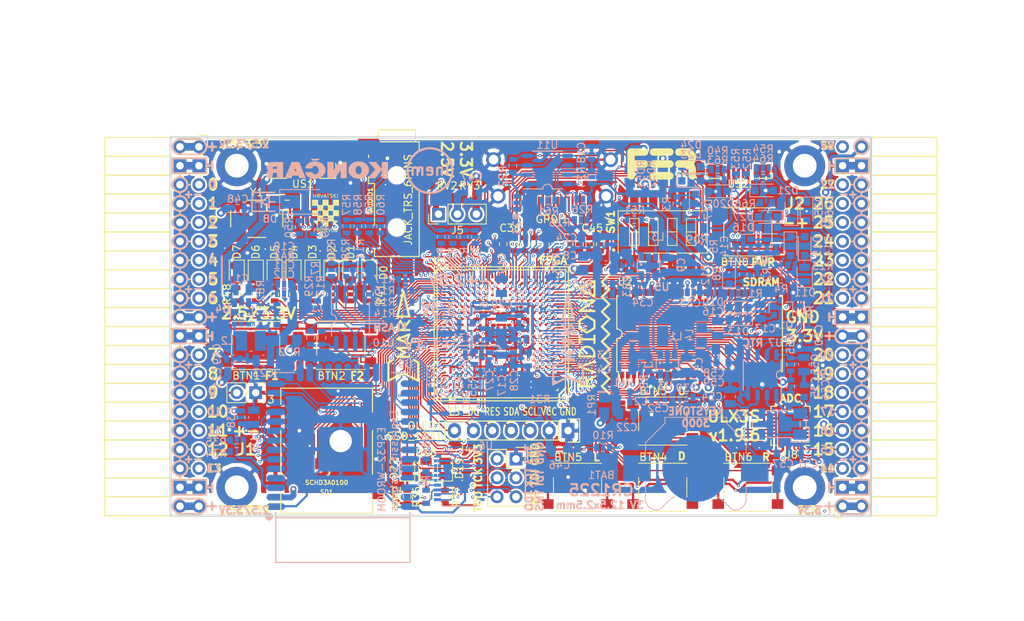
<source format=kicad_pcb>
(kicad_pcb (version 20171130) (host pcbnew 5.0.0-rc2+dfsg1-3)
  (layers (0 F.Cu signal) (1 In1.Cu signal) (2 In2.Cu signal) (31 B.Cu signal) (34 B.Paste user) (35 F.Paste user) (36 B.SilkS user) (37 F.SilkS user) (38 B.Mask user) (39 F.Mask user) (44 Edge.Cuts user))
  (net 0 "")
  (net 1 GND)
  (net 2 +5V)
  (net 3 /gpio/IN5V)
  (net 4 /gpio/OUT5V)
  (net 5 +3V3)
  (net 6 BTN_D)
  (net 7 BTN_F1)
  (net 8 BTN_F2)
  (net 9 BTN_L)
  (net 10 BTN_R)
  (net 11 BTN_U)
  (net 12 /power/FB1)
  (net 13 +2V5)
  (net 14 /power/PWREN)
  (net 15 /power/FB3)
  (net 16 /power/FB2)
  (net 17 /power/VBAT)
  (net 18 JTAG_TDI)
  (net 19 JTAG_TCK)
  (net 20 JTAG_TMS)
  (net 21 JTAG_TDO)
  (net 22 /power/WAKEUPn)
  (net 23 /power/WKUP)
  (net 24 /power/SHUT)
  (net 25 /power/WAKE)
  (net 26 /power/HOLD)
  (net 27 /power/WKn)
  (net 28 /power/OSCI_32k)
  (net 29 /power/OSCO_32k)
  (net 30 SHUTDOWN)
  (net 31 GPDI_SDA)
  (net 32 GPDI_SCL)
  (net 33 /gpdi/VREF2)
  (net 34 SD_CMD)
  (net 35 SD_CLK)
  (net 36 SD_D0)
  (net 37 SD_D1)
  (net 38 USB5V)
  (net 39 GPDI_CEC)
  (net 40 nRESET)
  (net 41 FTDI_nDTR)
  (net 42 SDRAM_CKE)
  (net 43 SDRAM_A7)
  (net 44 SDRAM_D15)
  (net 45 SDRAM_BA1)
  (net 46 SDRAM_D7)
  (net 47 SDRAM_A6)
  (net 48 SDRAM_CLK)
  (net 49 SDRAM_D13)
  (net 50 SDRAM_BA0)
  (net 51 SDRAM_D6)
  (net 52 SDRAM_A5)
  (net 53 SDRAM_D14)
  (net 54 SDRAM_A11)
  (net 55 SDRAM_D12)
  (net 56 SDRAM_D5)
  (net 57 SDRAM_A4)
  (net 58 SDRAM_A10)
  (net 59 SDRAM_D11)
  (net 60 SDRAM_A3)
  (net 61 SDRAM_D4)
  (net 62 SDRAM_D10)
  (net 63 SDRAM_D9)
  (net 64 SDRAM_A9)
  (net 65 SDRAM_D3)
  (net 66 SDRAM_D8)
  (net 67 SDRAM_A8)
  (net 68 SDRAM_A2)
  (net 69 SDRAM_A1)
  (net 70 SDRAM_A0)
  (net 71 SDRAM_D2)
  (net 72 SDRAM_D1)
  (net 73 SDRAM_D0)
  (net 74 SDRAM_DQM0)
  (net 75 SDRAM_nCS)
  (net 76 SDRAM_nRAS)
  (net 77 SDRAM_DQM1)
  (net 78 SDRAM_nCAS)
  (net 79 SDRAM_nWE)
  (net 80 /flash/FLASH_nWP)
  (net 81 /flash/FLASH_nHOLD)
  (net 82 /flash/FLASH_MOSI)
  (net 83 /flash/FLASH_MISO)
  (net 84 /flash/FLASH_SCK)
  (net 85 /flash/FLASH_nCS)
  (net 86 /flash/FPGA_PROGRAMN)
  (net 87 /flash/FPGA_DONE)
  (net 88 /flash/FPGA_INITN)
  (net 89 OLED_RES)
  (net 90 OLED_DC)
  (net 91 OLED_CS)
  (net 92 WIFI_EN)
  (net 93 FTDI_nRTS)
  (net 94 FTDI_TXD)
  (net 95 FTDI_RXD)
  (net 96 WIFI_RXD)
  (net 97 WIFI_GPIO0)
  (net 98 WIFI_TXD)
  (net 99 USB_FTDI_D+)
  (net 100 USB_FTDI_D-)
  (net 101 SD_D3)
  (net 102 AUDIO_L3)
  (net 103 AUDIO_L2)
  (net 104 AUDIO_L1)
  (net 105 AUDIO_L0)
  (net 106 AUDIO_R3)
  (net 107 AUDIO_R2)
  (net 108 AUDIO_R1)
  (net 109 AUDIO_R0)
  (net 110 OLED_CLK)
  (net 111 OLED_MOSI)
  (net 112 LED0)
  (net 113 LED1)
  (net 114 LED2)
  (net 115 LED3)
  (net 116 LED4)
  (net 117 LED5)
  (net 118 LED6)
  (net 119 LED7)
  (net 120 BTN_PWRn)
  (net 121 FTDI_nTXLED)
  (net 122 FTDI_nSLEEP)
  (net 123 /blinkey/LED_PWREN)
  (net 124 /blinkey/LED_TXLED)
  (net 125 /sdcard/SD3V3)
  (net 126 SD_D2)
  (net 127 CLK_25MHz)
  (net 128 /blinkey/BTNPUL)
  (net 129 /blinkey/BTNPUR)
  (net 130 USB_FPGA_D+)
  (net 131 /power/FTDI_nSUSPEND)
  (net 132 /blinkey/ALED0)
  (net 133 /blinkey/ALED1)
  (net 134 /blinkey/ALED2)
  (net 135 /blinkey/ALED3)
  (net 136 /blinkey/ALED4)
  (net 137 /blinkey/ALED5)
  (net 138 /blinkey/ALED6)
  (net 139 /blinkey/ALED7)
  (net 140 /usb/FTD-)
  (net 141 /usb/FTD+)
  (net 142 ADC_MISO)
  (net 143 ADC_MOSI)
  (net 144 ADC_CSn)
  (net 145 ADC_SCLK)
  (net 146 SW3)
  (net 147 SW2)
  (net 148 SW1)
  (net 149 USB_FPGA_D-)
  (net 150 /usb/FPD+)
  (net 151 /usb/FPD-)
  (net 152 WIFI_GPIO16)
  (net 153 /usb/ANT_433MHz)
  (net 154 /power/PWRBTn)
  (net 155 PROG_DONE)
  (net 156 /power/P3V3)
  (net 157 /power/P2V5)
  (net 158 /power/L1)
  (net 159 /power/L3)
  (net 160 /power/L2)
  (net 161 FTDI_TXDEN)
  (net 162 SDRAM_A12)
  (net 163 /analog/AUDIO_V)
  (net 164 AUDIO_V3)
  (net 165 AUDIO_V2)
  (net 166 AUDIO_V1)
  (net 167 AUDIO_V0)
  (net 168 /blinkey/LED_WIFI)
  (net 169 /power/P1V1)
  (net 170 +1V1)
  (net 171 SW4)
  (net 172 /blinkey/SWPU)
  (net 173 /wifi/WIFIEN)
  (net 174 FT2V5)
  (net 175 GN0)
  (net 176 GP0)
  (net 177 GN1)
  (net 178 GP1)
  (net 179 GN2)
  (net 180 GP2)
  (net 181 GN3)
  (net 182 GP3)
  (net 183 GN4)
  (net 184 GP4)
  (net 185 GN5)
  (net 186 GP5)
  (net 187 GN6)
  (net 188 GP6)
  (net 189 GN14)
  (net 190 GP14)
  (net 191 GN15)
  (net 192 GP15)
  (net 193 GN16)
  (net 194 GP16)
  (net 195 GN17)
  (net 196 GP17)
  (net 197 GN18)
  (net 198 GP18)
  (net 199 GN19)
  (net 200 GP19)
  (net 201 GN20)
  (net 202 GP20)
  (net 203 GN21)
  (net 204 GP21)
  (net 205 GN22)
  (net 206 GP22)
  (net 207 GN23)
  (net 208 GP23)
  (net 209 GN24)
  (net 210 GP24)
  (net 211 GN25)
  (net 212 GP25)
  (net 213 GN26)
  (net 214 GP26)
  (net 215 GN27)
  (net 216 GP27)
  (net 217 GN7)
  (net 218 GP7)
  (net 219 GN8)
  (net 220 GP8)
  (net 221 GN9)
  (net 222 GP9)
  (net 223 GN10)
  (net 224 GP10)
  (net 225 GN11)
  (net 226 GP11)
  (net 227 GN12)
  (net 228 GP12)
  (net 229 GN13)
  (net 230 GP13)
  (net 231 WIFI_GPIO5)
  (net 232 WIFI_GPIO17)
  (net 233 USB_FPGA_PULL_D+)
  (net 234 USB_FPGA_PULL_D-)
  (net 235 "Net-(D23-Pad2)")
  (net 236 "Net-(D24-Pad1)")
  (net 237 "Net-(D25-Pad2)")
  (net 238 "Net-(D26-Pad1)")
  (net 239 /gpdi/GPDI_ETH+)
  (net 240 FPDI_ETH+)
  (net 241 /gpdi/GPDI_ETH-)
  (net 242 FPDI_ETH-)
  (net 243 /gpdi/GPDI_D2-)
  (net 244 FPDI_D2-)
  (net 245 /gpdi/GPDI_D1-)
  (net 246 FPDI_D1-)
  (net 247 /gpdi/GPDI_D0-)
  (net 248 FPDI_D0-)
  (net 249 /gpdi/GPDI_CLK-)
  (net 250 FPDI_CLK-)
  (net 251 /gpdi/GPDI_D2+)
  (net 252 FPDI_D2+)
  (net 253 /gpdi/GPDI_D1+)
  (net 254 FPDI_D1+)
  (net 255 /gpdi/GPDI_D0+)
  (net 256 FPDI_D0+)
  (net 257 /gpdi/GPDI_CLK+)
  (net 258 FPDI_CLK+)
  (net 259 FPDI_SDA)
  (net 260 FPDI_SCL)
  (net 261 /gpdi/FPDI_CEC)
  (net 262 2V5_3V3)
  (net 263 "Net-(AUDIO1-Pad5)")
  (net 264 "Net-(AUDIO1-Pad6)")
  (net 265 "Net-(U1-PadA15)")
  (net 266 "Net-(U1-PadC9)")
  (net 267 "Net-(U1-PadD9)")
  (net 268 "Net-(U1-PadD10)")
  (net 269 "Net-(U1-PadD11)")
  (net 270 "Net-(U1-PadD12)")
  (net 271 "Net-(U1-PadE6)")
  (net 272 "Net-(U1-PadE9)")
  (net 273 "Net-(U1-PadE10)")
  (net 274 "Net-(U1-PadE11)")
  (net 275 "Net-(U1-PadJ4)")
  (net 276 "Net-(U1-PadJ5)")
  (net 277 "Net-(U1-PadK5)")
  (net 278 "Net-(U1-PadL5)")
  (net 279 "Net-(U1-PadM4)")
  (net 280 "Net-(U1-PadM5)")
  (net 281 SD_CD)
  (net 282 SD_WP)
  (net 283 "Net-(U1-PadR3)")
  (net 284 "Net-(U1-PadT16)")
  (net 285 "Net-(U1-PadW4)")
  (net 286 "Net-(U1-PadW5)")
  (net 287 "Net-(U1-PadW8)")
  (net 288 "Net-(U1-PadW9)")
  (net 289 "Net-(U1-PadW13)")
  (net 290 "Net-(U1-PadW14)")
  (net 291 "Net-(U1-PadW17)")
  (net 292 "Net-(U1-PadW18)")
  (net 293 FTDI_nRXLED)
  (net 294 "Net-(U8-Pad12)")
  (net 295 "Net-(U8-Pad25)")
  (net 296 "Net-(U9-Pad32)")
  (net 297 "Net-(U9-Pad22)")
  (net 298 "Net-(U9-Pad21)")
  (net 299 "Net-(U9-Pad20)")
  (net 300 "Net-(U9-Pad19)")
  (net 301 "Net-(U9-Pad18)")
  (net 302 "Net-(U9-Pad17)")
  (net 303 "Net-(U9-Pad12)")
  (net 304 "Net-(U9-Pad5)")
  (net 305 "Net-(U9-Pad4)")
  (net 306 "Net-(US1-Pad4)")
  (net 307 "Net-(Y2-Pad3)")
  (net 308 "Net-(Y2-Pad2)")
  (net 309 "Net-(U1-PadK16)")
  (net 310 "Net-(U1-PadK17)")
  (net 311 /usb/US2VBUS)
  (net 312 /power/SHD)
  (net 313 /power/RTCVDD)
  (net 314 "Net-(D27-Pad2)")
  (net 315 US2_ID)
  (net 316 /analog/AUDIO_L)
  (net 317 /analog/AUDIO_R)
  (net 318 /analog/ADC3V3)
  (module Keystone_3000_1x12mm-CoinCell:Keystone_3000_1x12mm-CoinCell (layer B.Cu) (at 164.585 105.87 90)
    (fp_text reference BAT1 (at -0.907 -12.685 180) (layer B.SilkS) (effects (justify mirror)))
    (fp_text value CR1225)
    (pad 1 smd rect (at 0 7.9 180) (size 3.7 3.5) (layers B.Cu B.Paste B.Mask) (net 17 /power/VBAT) (clearance 0.7))
    (pad 1 smd rect (at 0 -7.9 180) (size 3.7 3.5) (layers B.Cu B.Paste B.Mask) (net 17 /power/VBAT) (clearance 0.7))
    (pad 2 smd circle (at 0 0 180) (size 9 9) (layers B.Cu B.Mask) (net 1 GND))
  )
  (module SM8:SM8 (layer B.Cu) (at 144.68 65.8015 90)
    (fp_text reference U11 (at 3.3475 -0.019 -180) (layer B.SilkS) (effects (justify mirror)))
    (fp_text value PCA9306D)
    (pad 1 smd rect (at -1.905 -2.7) (size 1.55 0.6) (layers B.Cu B.Paste B.Mask) (net 1 GND))
    (pad 2 smd oval (at -0.635 -2.7) (size 1.55 0.6) (layers B.Cu B.Paste B.Mask) (net 13 +2V5))
    (pad 3 smd oval (at 0.635 -2.7) (size 1.55 0.6) (layers B.Cu B.Paste B.Mask) (net 260 FPDI_SCL))
    (pad 4 smd oval (at 1.905 -2.7) (size 1.55 0.6) (layers B.Cu B.Paste B.Mask) (net 259 FPDI_SDA))
    (pad 5 smd oval (at 1.905 2.7) (size 1.55 0.6) (layers B.Cu B.Paste B.Mask) (net 31 GPDI_SDA))
    (pad 6 smd oval (at 0.635 2.7) (size 1.55 0.6) (layers B.Cu B.Paste B.Mask) (net 32 GPDI_SCL))
    (pad 7 smd oval (at -0.635 2.7) (size 1.55 0.6) (layers B.Cu B.Paste B.Mask) (net 33 /gpdi/VREF2))
    (pad 8 smd oval (at -1.905 2.7) (size 1.55 0.6) (layers B.Cu B.Paste B.Mask) (net 5 +3V3))
  )
  (module TSOP54:TSOP54 (layer F.Cu) (at 165.093 87.8 90)
    (fp_text reference U2 (at 6.98 -9.993 180) (layer F.SilkS))
    (fp_text value MT48LC16M16A2TG)
    (pad 28 smd rect (at 5.53 10.4 90) (size 0.9 0.56) (layers F.Cu F.Paste F.Mask) (net 1 GND))
    (pad 1 smd rect (at -5.53 -10.4 90) (size 0.9 0.56) (layers F.Cu F.Paste F.Mask) (net 5 +3V3))
    (pad 2 smd rect (at -5.53 -9.6 90) (size 0.9 0.56) (layers F.Cu F.Paste F.Mask) (net 73 SDRAM_D0))
    (pad 3 smd rect (at -5.53 -8.8 90) (size 0.9 0.56) (layers F.Cu F.Paste F.Mask) (net 5 +3V3))
    (pad 4 smd rect (at -5.53 -8 90) (size 0.9 0.56) (layers F.Cu F.Paste F.Mask) (net 72 SDRAM_D1))
    (pad 5 smd rect (at -5.53 -7.2 90) (size 0.9 0.56) (layers F.Cu F.Paste F.Mask) (net 71 SDRAM_D2))
    (pad 6 smd rect (at -5.53 -6.4 90) (size 0.9 0.56) (layers F.Cu F.Paste F.Mask) (net 1 GND))
    (pad 7 smd rect (at -5.53 -5.6 90) (size 0.9 0.56) (layers F.Cu F.Paste F.Mask) (net 65 SDRAM_D3))
    (pad 8 smd rect (at -5.53 -4.8 90) (size 0.9 0.56) (layers F.Cu F.Paste F.Mask) (net 61 SDRAM_D4))
    (pad 9 smd rect (at -5.53 -4 90) (size 0.9 0.56) (layers F.Cu F.Paste F.Mask) (net 5 +3V3))
    (pad 10 smd rect (at -5.53 -3.2 90) (size 0.9 0.56) (layers F.Cu F.Paste F.Mask) (net 56 SDRAM_D5))
    (pad 11 smd rect (at -5.53 -2.4 90) (size 0.9 0.56) (layers F.Cu F.Paste F.Mask) (net 51 SDRAM_D6))
    (pad 12 smd rect (at -5.53 -1.6 90) (size 0.9 0.56) (layers F.Cu F.Paste F.Mask) (net 1 GND))
    (pad 13 smd rect (at -5.53 -0.8 90) (size 0.9 0.56) (layers F.Cu F.Paste F.Mask) (net 46 SDRAM_D7))
    (pad 14 smd rect (at -5.53 0 90) (size 0.9 0.56) (layers F.Cu F.Paste F.Mask) (net 5 +3V3))
    (pad 15 smd rect (at -5.53 0.8 90) (size 0.9 0.56) (layers F.Cu F.Paste F.Mask) (net 74 SDRAM_DQM0))
    (pad 16 smd rect (at -5.53 1.6 90) (size 0.9 0.56) (layers F.Cu F.Paste F.Mask) (net 79 SDRAM_nWE))
    (pad 17 smd rect (at -5.53 2.4 90) (size 0.9 0.56) (layers F.Cu F.Paste F.Mask) (net 78 SDRAM_nCAS))
    (pad 18 smd rect (at -5.53 3.2 90) (size 0.9 0.56) (layers F.Cu F.Paste F.Mask) (net 76 SDRAM_nRAS))
    (pad 19 smd rect (at -5.53 4 90) (size 0.9 0.56) (layers F.Cu F.Paste F.Mask) (net 75 SDRAM_nCS))
    (pad 20 smd rect (at -5.53 4.8 90) (size 0.9 0.56) (layers F.Cu F.Paste F.Mask) (net 50 SDRAM_BA0))
    (pad 21 smd rect (at -5.53 5.6 90) (size 0.9 0.56) (layers F.Cu F.Paste F.Mask) (net 45 SDRAM_BA1))
    (pad 22 smd rect (at -5.53 6.4 90) (size 0.9 0.56) (layers F.Cu F.Paste F.Mask) (net 58 SDRAM_A10))
    (pad 23 smd rect (at -5.53 7.2 90) (size 0.9 0.56) (layers F.Cu F.Paste F.Mask) (net 70 SDRAM_A0))
    (pad 24 smd rect (at -5.53 8 90) (size 0.9 0.56) (layers F.Cu F.Paste F.Mask) (net 69 SDRAM_A1))
    (pad 25 smd rect (at -5.53 8.8 90) (size 0.9 0.56) (layers F.Cu F.Paste F.Mask) (net 68 SDRAM_A2))
    (pad 26 smd rect (at -5.53 9.6 90) (size 0.9 0.56) (layers F.Cu F.Paste F.Mask) (net 60 SDRAM_A3))
    (pad 27 smd rect (at -5.53 10.4 90) (size 0.9 0.56) (layers F.Cu F.Paste F.Mask) (net 5 +3V3))
    (pad 29 smd rect (at 5.53 9.6 90) (size 0.9 0.56) (layers F.Cu F.Paste F.Mask) (net 57 SDRAM_A4))
    (pad 30 smd rect (at 5.53 8.8 90) (size 0.9 0.56) (layers F.Cu F.Paste F.Mask) (net 52 SDRAM_A5))
    (pad 31 smd rect (at 5.53 8 90) (size 0.9 0.56) (layers F.Cu F.Paste F.Mask) (net 47 SDRAM_A6))
    (pad 32 smd rect (at 5.53 7.2 90) (size 0.9 0.56) (layers F.Cu F.Paste F.Mask) (net 43 SDRAM_A7))
    (pad 33 smd rect (at 5.53 6.4 90) (size 0.9 0.56) (layers F.Cu F.Paste F.Mask) (net 67 SDRAM_A8))
    (pad 34 smd rect (at 5.53 5.6 90) (size 0.9 0.56) (layers F.Cu F.Paste F.Mask) (net 64 SDRAM_A9))
    (pad 35 smd rect (at 5.53 4.8 90) (size 0.9 0.56) (layers F.Cu F.Paste F.Mask) (net 54 SDRAM_A11))
    (pad 36 smd rect (at 5.53 4 90) (size 0.9 0.56) (layers F.Cu F.Paste F.Mask) (net 162 SDRAM_A12))
    (pad 37 smd rect (at 5.53 3.2 90) (size 0.9 0.56) (layers F.Cu F.Paste F.Mask) (net 42 SDRAM_CKE))
    (pad 38 smd rect (at 5.53 2.4 90) (size 0.9 0.56) (layers F.Cu F.Paste F.Mask) (net 48 SDRAM_CLK))
    (pad 39 smd rect (at 5.53 1.6 90) (size 0.9 0.56) (layers F.Cu F.Paste F.Mask) (net 77 SDRAM_DQM1))
    (pad 40 smd rect (at 5.53 0.8 90) (size 0.9 0.56) (layers F.Cu F.Paste F.Mask))
    (pad 41 smd rect (at 5.53 0 90) (size 0.9 0.56) (layers F.Cu F.Paste F.Mask) (net 1 GND))
    (pad 42 smd rect (at 5.53 -0.8 90) (size 0.9 0.56) (layers F.Cu F.Paste F.Mask) (net 66 SDRAM_D8))
    (pad 43 smd rect (at 5.53 -1.6 90) (size 0.9 0.56) (layers F.Cu F.Paste F.Mask) (net 5 +3V3))
    (pad 44 smd rect (at 5.53 -2.4 90) (size 0.9 0.56) (layers F.Cu F.Paste F.Mask) (net 63 SDRAM_D9))
    (pad 45 smd rect (at 5.53 -3.2 90) (size 0.9 0.56) (layers F.Cu F.Paste F.Mask) (net 62 SDRAM_D10))
    (pad 46 smd rect (at 5.53 -4 90) (size 0.9 0.56) (layers F.Cu F.Paste F.Mask) (net 1 GND))
    (pad 47 smd rect (at 5.53 -4.8 90) (size 0.9 0.56) (layers F.Cu F.Paste F.Mask) (net 59 SDRAM_D11))
    (pad 48 smd rect (at 5.53 -5.6 90) (size 0.9 0.56) (layers F.Cu F.Paste F.Mask) (net 55 SDRAM_D12))
    (pad 49 smd rect (at 5.53 -6.4 90) (size 0.9 0.56) (layers F.Cu F.Paste F.Mask) (net 5 +3V3))
    (pad 50 smd rect (at 5.53 -7.2 90) (size 0.9 0.56) (layers F.Cu F.Paste F.Mask) (net 49 SDRAM_D13))
    (pad 51 smd rect (at 5.53 -8 90) (size 0.9 0.56) (layers F.Cu F.Paste F.Mask) (net 53 SDRAM_D14))
    (pad 52 smd rect (at 5.53 -8.8 90) (size 0.9 0.56) (layers F.Cu F.Paste F.Mask) (net 1 GND))
    (pad 53 smd rect (at 5.53 -9.6 90) (size 0.9 0.56) (layers F.Cu F.Paste F.Mask) (net 44 SDRAM_D15))
    (pad 54 smd rect (at 5.53 -10.4 90) (size 0.9 0.56) (layers F.Cu F.Paste F.Mask) (net 1 GND))
  )
  (module SOA008-150mil:SOA008-150-208mil (layer B.Cu) (at 118.245 85.822 270)
    (fp_text reference U10 (at 3.175 -4.445) (layer B.SilkS) (effects (justify mirror)))
    (fp_text value IS25LP128F-JBLE)
    (pad 1 smd rect (at -3.302 1.905 270) (size 2.1 0.6) (layers B.Cu B.Paste B.Mask) (net 85 /flash/FLASH_nCS))
    (pad 2 smd oval (at -3.302 0.635 270) (size 2.1 0.6) (layers B.Cu B.Paste B.Mask) (net 83 /flash/FLASH_MISO))
    (pad 3 smd oval (at -3.302 -0.635 270) (size 2.1 0.6) (layers B.Cu B.Paste B.Mask) (net 80 /flash/FLASH_nWP))
    (pad 4 smd oval (at -3.302 -1.905 270) (size 2.1 0.6) (layers B.Cu B.Paste B.Mask) (net 1 GND))
    (pad 5 smd oval (at 3.302 -1.905 270) (size 2.1 0.6) (layers B.Cu B.Paste B.Mask) (net 82 /flash/FLASH_MOSI))
    (pad 6 smd oval (at 3.302 -0.635 270) (size 2.1 0.6) (layers B.Cu B.Paste B.Mask) (net 84 /flash/FLASH_SCK))
    (pad 7 smd oval (at 3.302 0.635 270) (size 2.1 0.6) (layers B.Cu B.Paste B.Mask) (net 81 /flash/FLASH_nHOLD))
    (pad 8 smd oval (at 3.302 1.905 270) (size 2.1 0.6) (layers B.Cu B.Paste B.Mask) (net 5 +3V3))
  )
  (module SOT96-1:SOT96-1 (layer B.Cu) (at 173.49 93.315 90)
    (fp_text reference U7 (at 4.318 1.778 180) (layer B.SilkS) (effects (justify mirror)))
    (fp_text value PCF8523)
    (pad 1 smd rect (at -2.7 1.905 90) (size 1.55 0.6) (layers B.Cu B.Paste B.Mask) (net 28 /power/OSCI_32k))
    (pad 2 smd oval (at -2.7 0.635 90) (size 1.55 0.6) (layers B.Cu B.Paste B.Mask) (net 29 /power/OSCO_32k))
    (pad 3 smd oval (at -2.7 -0.635 90) (size 1.55 0.6) (layers B.Cu B.Paste B.Mask) (net 17 /power/VBAT))
    (pad 4 smd oval (at -2.7 -1.905 90) (size 1.55 0.6) (layers B.Cu B.Paste B.Mask) (net 1 GND))
    (pad 5 smd oval (at 2.7 -1.905 90) (size 1.55 0.6) (layers B.Cu B.Paste B.Mask) (net 259 FPDI_SDA))
    (pad 6 smd oval (at 2.7 -0.635 90) (size 1.55 0.6) (layers B.Cu B.Paste B.Mask) (net 260 FPDI_SCL))
    (pad 7 smd oval (at 2.7 0.635 90) (size 1.55 0.6) (layers B.Cu B.Paste B.Mask) (net 22 /power/WAKEUPn))
    (pad 8 smd oval (at 2.7 1.905 90) (size 1.55 0.6) (layers B.Cu B.Paste B.Mask) (net 313 /power/RTCVDD))
  )
  (module ft231x:FT231X-SSOP-20_4.4x6.5mm_Pitch0.65mm (layer B.Cu) (at 132.835 107.14 180)
    (fp_text reference U6 (at -3.556 4.318 180) (layer B.SilkS) (effects (justify mirror)))
    (fp_text value FT231XS)
    (pad 20 smd rect (at 2.9 2.925 180) (size 1 0.4) (layers B.Cu B.Paste B.Mask) (net 94 FTDI_TXD))
    (pad 19 smd rect (at 2.9 2.275 180) (size 1 0.4) (layers B.Cu B.Paste B.Mask) (net 122 FTDI_nSLEEP))
    (pad 18 smd rect (at 2.9 1.625 180) (size 1 0.4) (layers B.Cu B.Paste B.Mask) (net 161 FTDI_TXDEN))
    (pad 17 smd rect (at 2.9 0.975 180) (size 1 0.4) (layers B.Cu B.Paste B.Mask) (net 293 FTDI_nRXLED))
    (pad 16 smd rect (at 2.9 0.325 180) (size 1 0.4) (layers B.Cu B.Paste B.Mask) (net 1 GND))
    (pad 15 smd rect (at 2.9 -0.325 180) (size 1 0.4) (layers B.Cu B.Paste B.Mask) (net 38 USB5V))
    (pad 14 smd rect (at 2.9 -0.975 180) (size 1 0.4) (layers B.Cu B.Paste B.Mask) (net 40 nRESET))
    (pad 13 smd rect (at 2.9 -1.625 180) (size 1 0.4) (layers B.Cu B.Paste B.Mask) (net 174 FT2V5))
    (pad 12 smd rect (at 2.9 -2.275 180) (size 1 0.4) (layers B.Cu B.Paste B.Mask) (net 100 USB_FTDI_D-))
    (pad 11 smd rect (at 2.9 -2.925 180) (size 1 0.4) (layers B.Cu B.Paste B.Mask) (net 99 USB_FTDI_D+))
    (pad 10 smd rect (at -2.9 -2.925 180) (size 1 0.4) (layers B.Cu B.Paste B.Mask) (net 121 FTDI_nTXLED))
    (pad 9 smd rect (at -2.9 -2.275 180) (size 1 0.4) (layers B.Cu B.Paste B.Mask) (net 21 JTAG_TDO))
    (pad 8 smd rect (at -2.9 -1.625 180) (size 1 0.4) (layers B.Cu B.Paste B.Mask) (net 20 JTAG_TMS))
    (pad 7 smd rect (at -2.9 -0.975 180) (size 1 0.4) (layers B.Cu B.Paste B.Mask) (net 19 JTAG_TCK))
    (pad 6 smd rect (at -2.9 -0.325 180) (size 1 0.4) (layers B.Cu B.Paste B.Mask) (net 1 GND))
    (pad 5 smd rect (at -2.9 0.325 180) (size 1 0.4) (layers B.Cu B.Paste B.Mask) (net 18 JTAG_TDI))
    (pad 4 smd rect (at -2.9 0.975 180) (size 1 0.4) (layers B.Cu B.Paste B.Mask) (net 95 FTDI_RXD))
    (pad 3 smd rect (at -2.9 1.625 180) (size 1 0.4) (layers B.Cu B.Paste B.Mask) (net 174 FT2V5))
    (pad 2 smd rect (at -2.9 2.275 180) (size 1 0.4) (layers B.Cu B.Paste B.Mask) (net 93 FTDI_nRTS))
    (pad 1 smd rect (at -2.9 2.925 180) (size 1 0.4) (layers B.Cu B.Paste B.Mask) (net 41 FTDI_nDTR))
  )
  (module TSOT-25:TSOT-25 (layer B.Cu) (at 158.235 78.692)
    (fp_text reference U5 (at 1.793 2.812) (layer B.SilkS) (effects (font (thickness 0.2)) (justify mirror)))
    (fp_text value TLV62569DBV)
    (pad 1 smd rect (at -0.95 -1.3) (size 0.7 1.2) (layers B.Cu B.Paste B.Mask) (net 14 /power/PWREN))
    (pad 2 smd rect (at 0 -1.3) (size 0.7 1.2) (layers B.Cu B.Paste B.Mask) (net 1 GND))
    (pad 3 smd rect (at 0.95 -1.3) (size 0.7 1.2) (layers B.Cu B.Paste B.Mask) (net 159 /power/L3))
    (pad 4 smd rect (at 0.95 1.3) (size 0.7 1.2) (layers B.Cu B.Paste B.Mask) (net 2 +5V))
    (pad 5 smd rect (at -0.95 1.3) (size 0.7 1.2) (layers B.Cu B.Paste B.Mask) (net 15 /power/FB3))
  )
  (module TSOT-25:TSOT-25 (layer B.Cu) (at 160.775 91.9)
    (fp_text reference U3 (at -0.295 2.9) (layer B.SilkS) (effects (font (thickness 0.2)) (justify mirror)))
    (fp_text value TLV62569DBV)
    (pad 1 smd rect (at -0.95 -1.3) (size 0.7 1.2) (layers B.Cu B.Paste B.Mask) (net 14 /power/PWREN))
    (pad 2 smd rect (at 0 -1.3) (size 0.7 1.2) (layers B.Cu B.Paste B.Mask) (net 1 GND))
    (pad 3 smd rect (at 0.95 -1.3) (size 0.7 1.2) (layers B.Cu B.Paste B.Mask) (net 158 /power/L1))
    (pad 4 smd rect (at 0.95 1.3) (size 0.7 1.2) (layers B.Cu B.Paste B.Mask) (net 2 +5V))
    (pad 5 smd rect (at -0.95 1.3) (size 0.7 1.2) (layers B.Cu B.Paste B.Mask) (net 12 /power/FB1))
  )
  (module TSOT-25:TSOT-25 (layer B.Cu) (at 103.625 84.915 180)
    (fp_text reference U4 (at 2.525 0.4265 180) (layer B.SilkS) (effects (font (thickness 0.2)) (justify mirror)))
    (fp_text value TLV62569DBV)
    (pad 1 smd rect (at -0.95 -1.3 180) (size 0.7 1.2) (layers B.Cu B.Paste B.Mask) (net 14 /power/PWREN))
    (pad 2 smd rect (at 0 -1.3 180) (size 0.7 1.2) (layers B.Cu B.Paste B.Mask) (net 1 GND))
    (pad 3 smd rect (at 0.95 -1.3 180) (size 0.7 1.2) (layers B.Cu B.Paste B.Mask) (net 160 /power/L2))
    (pad 4 smd rect (at 0.95 1.3 180) (size 0.7 1.2) (layers B.Cu B.Paste B.Mask) (net 2 +5V))
    (pad 5 smd rect (at -0.95 1.3 180) (size 0.7 1.2) (layers B.Cu B.Paste B.Mask) (net 16 /power/FB2))
  )
  (module ESP32:ESP32-WROOM (layer B.Cu) (at 117.23 105.75 180)
    (fp_text reference U9 (at -8.366 13.85 180) (layer B.SilkS) (effects (justify mirror)))
    (fp_text value ESP-WROOM32)
    (fp_text user "Espressif Systems" (at -6.858 0.889 90) (layer B.SilkS) (effects (justify mirror)))
    (fp_text user ESP32-WROOM (at -5.207 -0.254 90) (layer B.SilkS) (effects (justify mirror)))
    (pad 38 smd oval (at -9 -5.25 180) (size 2.5 0.9) (layers B.Cu B.Paste B.Mask) (net 1 GND))
    (pad 37 smd oval (at -9 -3.98 180) (size 2.5 0.9) (layers B.Cu B.Paste B.Mask) (net 18 JTAG_TDI))
    (pad 36 smd oval (at -9 -2.71 180) (size 2.5 0.9) (layers B.Cu B.Paste B.Mask) (net 155 PROG_DONE))
    (pad 35 smd oval (at -9 -1.44 180) (size 2.5 0.9) (layers B.Cu B.Paste B.Mask) (net 98 WIFI_TXD))
    (pad 34 smd oval (at -9 -0.17 180) (size 2.5 0.9) (layers B.Cu B.Paste B.Mask) (net 96 WIFI_RXD))
    (pad 33 smd oval (at -9 1.1 180) (size 2.5 0.9) (layers B.Cu B.Paste B.Mask) (net 20 JTAG_TMS))
    (pad 32 smd oval (at -9 2.37 180) (size 2.5 0.9) (layers B.Cu B.Paste B.Mask) (net 296 "Net-(U9-Pad32)"))
    (pad 31 smd oval (at -9 3.64 180) (size 2.5 0.9) (layers B.Cu B.Paste B.Mask) (net 21 JTAG_TDO))
    (pad 30 smd oval (at -9 4.91 180) (size 2.5 0.9) (layers B.Cu B.Paste B.Mask) (net 19 JTAG_TCK))
    (pad 29 smd oval (at -9 6.18 180) (size 2.5 0.9) (layers B.Cu B.Paste B.Mask) (net 231 WIFI_GPIO5))
    (pad 28 smd oval (at -9 7.45 180) (size 2.5 0.9) (layers B.Cu B.Paste B.Mask) (net 232 WIFI_GPIO17))
    (pad 27 smd oval (at -9 8.72 180) (size 2.5 0.9) (layers B.Cu B.Paste B.Mask) (net 152 WIFI_GPIO16))
    (pad 26 smd oval (at -9 9.99 180) (size 2.5 0.9) (layers B.Cu B.Paste B.Mask) (net 37 SD_D1))
    (pad 25 smd oval (at -9 11.26 180) (size 2.5 0.9) (layers B.Cu B.Paste B.Mask) (net 97 WIFI_GPIO0))
    (pad 24 smd oval (at -5.715 12.75 180) (size 0.9 2.5) (layers B.Cu B.Paste B.Mask) (net 36 SD_D0))
    (pad 23 smd oval (at -4.445 12.75 180) (size 0.9 2.5) (layers B.Cu B.Paste B.Mask) (net 34 SD_CMD))
    (pad 22 smd oval (at -3.175 12.75 180) (size 0.9 2.5) (layers B.Cu B.Paste B.Mask) (net 297 "Net-(U9-Pad22)"))
    (pad 21 smd oval (at -1.905 12.75 180) (size 0.9 2.5) (layers B.Cu B.Paste B.Mask) (net 298 "Net-(U9-Pad21)"))
    (pad 20 smd oval (at -0.635 12.75 180) (size 0.9 2.5) (layers B.Cu B.Paste B.Mask) (net 299 "Net-(U9-Pad20)"))
    (pad 19 smd oval (at 0.635 12.75 180) (size 0.9 2.5) (layers B.Cu B.Paste B.Mask) (net 300 "Net-(U9-Pad19)"))
    (pad 18 smd oval (at 1.905 12.75 180) (size 0.9 2.5) (layers B.Cu B.Paste B.Mask) (net 301 "Net-(U9-Pad18)"))
    (pad 17 smd oval (at 3.175 12.75 180) (size 0.9 2.5) (layers B.Cu B.Paste B.Mask) (net 302 "Net-(U9-Pad17)"))
    (pad 16 smd oval (at 4.445 12.75 180) (size 0.9 2.5) (layers B.Cu B.Paste B.Mask) (net 101 SD_D3))
    (pad 15 smd oval (at 5.715 12.75 180) (size 0.9 2.5) (layers B.Cu B.Paste B.Mask) (net 1 GND))
    (pad 14 smd oval (at 9 11.26 180) (size 2.5 0.9) (layers B.Cu B.Paste B.Mask) (net 126 SD_D2))
    (pad 13 smd oval (at 9 9.99 180) (size 2.5 0.9) (layers B.Cu B.Paste B.Mask) (net 35 SD_CLK))
    (pad 12 smd oval (at 9 8.72 180) (size 2.5 0.9) (layers B.Cu B.Paste B.Mask) (net 303 "Net-(U9-Pad12)"))
    (pad 11 smd oval (at 9 7.45 180) (size 2.5 0.9) (layers B.Cu B.Paste B.Mask) (net 225 GN11))
    (pad 10 smd oval (at 9 6.18 180) (size 2.5 0.9) (layers B.Cu B.Paste B.Mask) (net 226 GP11))
    (pad 9 smd oval (at 9 4.91 180) (size 2.5 0.9) (layers B.Cu B.Paste B.Mask) (net 227 GN12))
    (pad 8 smd oval (at 9 3.64 180) (size 2.5 0.9) (layers B.Cu B.Paste B.Mask) (net 228 GP12))
    (pad 7 smd oval (at 9 2.37 180) (size 2.5 0.9) (layers B.Cu B.Paste B.Mask) (net 229 GN13))
    (pad 6 smd oval (at 9 1.1 180) (size 2.5 0.9) (layers B.Cu B.Paste B.Mask) (net 230 GP13))
    (pad 5 smd oval (at 9 -0.17 180) (size 2.5 0.9) (layers B.Cu B.Paste B.Mask) (net 304 "Net-(U9-Pad5)"))
    (pad 4 smd oval (at 9 -1.44 180) (size 2.5 0.9) (layers B.Cu B.Paste B.Mask) (net 305 "Net-(U9-Pad4)"))
    (pad 3 smd oval (at 9 -2.71 180) (size 2.5 0.9) (layers B.Cu B.Paste B.Mask) (net 173 /wifi/WIFIEN))
    (pad 2 smd oval (at 9 -3.98 180) (size 2.5 0.9) (layers B.Cu B.Paste B.Mask) (net 5 +3V3))
    (pad 1 smd oval (at 9 -5.25 180) (size 2.5 0.9) (layers B.Cu B.Paste B.Mask) (net 1 GND))
    (pad 39 smd rect (at 0.3 2.45 180) (size 6 6) (layers B.Cu B.Paste B.Mask) (net 1 GND))
  )
  (module inem:inem (layer B.Cu) (at 128.913 65.883)
    (fp_text reference REF** hide)
    (fp_text value inem hide)
    (fp_text user inem (at 0 -0.1) (layer B.SilkS) (effects (font (size 1.5 1.5) (thickness 0.3)) (justify mirror)))
  )
  (module fer:fer4mm6 (layer F.Cu) (at 159.901 64.994)
    (fp_text reference fer hide)
    (fp_text value fer hide)
  )
  (module Socket_Strips:Socket_Strip_Angled_2x20 (layer F.Cu) (at 97.91 62.69 270)
    (fp_text reference J1 (at 40.64 -6.35) (layer F.SilkS) (effects (font (size 1.5 1.5) (thickness 0.3))))
    (fp_text value CONN_02X20 hide)
    (pad 1 thru_hole oval (at 0 0 270) (size 1.7272 1.7272) (drill 1.016) (layers *.Cu *.Mask) (net 262 2V5_3V3))
    (pad 2 thru_hole oval (at 0 2.54 270) (size 1.7272 1.7272) (drill 1.016) (layers *.Cu *.Mask) (net 262 2V5_3V3))
    (pad 3 thru_hole rect (at 2.54 0 270) (size 1.7272 1.7272) (drill 1.016) (layers *.Cu *.Mask) (net 1 GND))
    (pad 4 thru_hole rect (at 2.54 2.54 270) (size 1.7272 1.7272) (drill 1.016) (layers *.Cu *.Mask) (net 1 GND))
    (pad 5 thru_hole oval (at 5.08 0 270) (size 1.7272 1.7272) (drill 1.016) (layers *.Cu *.Mask) (net 175 GN0))
    (pad 6 thru_hole oval (at 5.08 2.54 270) (size 1.7272 1.7272) (drill 1.016) (layers *.Cu *.Mask) (net 176 GP0))
    (pad 7 thru_hole oval (at 7.62 0 270) (size 1.7272 1.7272) (drill 1.016) (layers *.Cu *.Mask) (net 177 GN1))
    (pad 8 thru_hole oval (at 7.62 2.54 270) (size 1.7272 1.7272) (drill 1.016) (layers *.Cu *.Mask) (net 178 GP1))
    (pad 9 thru_hole oval (at 10.16 0 270) (size 1.7272 1.7272) (drill 1.016) (layers *.Cu *.Mask) (net 179 GN2))
    (pad 10 thru_hole oval (at 10.16 2.54 270) (size 1.7272 1.7272) (drill 1.016) (layers *.Cu *.Mask) (net 180 GP2))
    (pad 11 thru_hole oval (at 12.7 0 270) (size 1.7272 1.7272) (drill 1.016) (layers *.Cu *.Mask) (net 181 GN3))
    (pad 12 thru_hole oval (at 12.7 2.54 270) (size 1.7272 1.7272) (drill 1.016) (layers *.Cu *.Mask) (net 182 GP3))
    (pad 13 thru_hole oval (at 15.24 0 270) (size 1.7272 1.7272) (drill 1.016) (layers *.Cu *.Mask) (net 183 GN4))
    (pad 14 thru_hole oval (at 15.24 2.54 270) (size 1.7272 1.7272) (drill 1.016) (layers *.Cu *.Mask) (net 184 GP4))
    (pad 15 thru_hole oval (at 17.78 0 270) (size 1.7272 1.7272) (drill 1.016) (layers *.Cu *.Mask) (net 185 GN5))
    (pad 16 thru_hole oval (at 17.78 2.54 270) (size 1.7272 1.7272) (drill 1.016) (layers *.Cu *.Mask) (net 186 GP5))
    (pad 17 thru_hole oval (at 20.32 0 270) (size 1.7272 1.7272) (drill 1.016) (layers *.Cu *.Mask) (net 187 GN6))
    (pad 18 thru_hole oval (at 20.32 2.54 270) (size 1.7272 1.7272) (drill 1.016) (layers *.Cu *.Mask) (net 188 GP6))
    (pad 19 thru_hole oval (at 22.86 0 270) (size 1.7272 1.7272) (drill 1.016) (layers *.Cu *.Mask) (net 262 2V5_3V3))
    (pad 20 thru_hole oval (at 22.86 2.54 270) (size 1.7272 1.7272) (drill 1.016) (layers *.Cu *.Mask) (net 262 2V5_3V3))
    (pad 21 thru_hole rect (at 25.4 0 270) (size 1.7272 1.7272) (drill 1.016) (layers *.Cu *.Mask) (net 1 GND))
    (pad 22 thru_hole rect (at 25.4 2.54 270) (size 1.7272 1.7272) (drill 1.016) (layers *.Cu *.Mask) (net 1 GND))
    (pad 23 thru_hole oval (at 27.94 0 270) (size 1.7272 1.7272) (drill 1.016) (layers *.Cu *.Mask) (net 217 GN7))
    (pad 24 thru_hole oval (at 27.94 2.54 270) (size 1.7272 1.7272) (drill 1.016) (layers *.Cu *.Mask) (net 218 GP7))
    (pad 25 thru_hole oval (at 30.48 0 270) (size 1.7272 1.7272) (drill 1.016) (layers *.Cu *.Mask) (net 219 GN8))
    (pad 26 thru_hole oval (at 30.48 2.54 270) (size 1.7272 1.7272) (drill 1.016) (layers *.Cu *.Mask) (net 220 GP8))
    (pad 27 thru_hole oval (at 33.02 0 270) (size 1.7272 1.7272) (drill 1.016) (layers *.Cu *.Mask) (net 221 GN9))
    (pad 28 thru_hole oval (at 33.02 2.54 270) (size 1.7272 1.7272) (drill 1.016) (layers *.Cu *.Mask) (net 222 GP9))
    (pad 29 thru_hole oval (at 35.56 0 270) (size 1.7272 1.7272) (drill 1.016) (layers *.Cu *.Mask) (net 223 GN10))
    (pad 30 thru_hole oval (at 35.56 2.54 270) (size 1.7272 1.7272) (drill 1.016) (layers *.Cu *.Mask) (net 224 GP10))
    (pad 31 thru_hole oval (at 38.1 0 270) (size 1.7272 1.7272) (drill 1.016) (layers *.Cu *.Mask) (net 225 GN11))
    (pad 32 thru_hole oval (at 38.1 2.54 270) (size 1.7272 1.7272) (drill 1.016) (layers *.Cu *.Mask) (net 226 GP11))
    (pad 33 thru_hole oval (at 40.64 0 270) (size 1.7272 1.7272) (drill 1.016) (layers *.Cu *.Mask) (net 227 GN12))
    (pad 34 thru_hole oval (at 40.64 2.54 270) (size 1.7272 1.7272) (drill 1.016) (layers *.Cu *.Mask) (net 228 GP12))
    (pad 35 thru_hole oval (at 43.18 0 270) (size 1.7272 1.7272) (drill 1.016) (layers *.Cu *.Mask) (net 229 GN13))
    (pad 36 thru_hole oval (at 43.18 2.54 270) (size 1.7272 1.7272) (drill 1.016) (layers *.Cu *.Mask) (net 230 GP13))
    (pad 37 thru_hole rect (at 45.72 0 270) (size 1.7272 1.7272) (drill 1.016) (layers *.Cu *.Mask) (net 1 GND))
    (pad 38 thru_hole rect (at 45.72 2.54 270) (size 1.7272 1.7272) (drill 1.016) (layers *.Cu *.Mask) (net 1 GND))
    (pad 39 thru_hole oval (at 48.26 0 270) (size 1.7272 1.7272) (drill 1.016) (layers *.Cu *.Mask) (net 262 2V5_3V3))
    (pad 40 thru_hole oval (at 48.26 2.54 270) (size 1.7272 1.7272) (drill 1.016) (layers *.Cu *.Mask) (net 262 2V5_3V3))
  )
  (module Socket_Strips:Socket_Strip_Angled_2x20 (layer F.Cu) (at 184.27 110.95 90)
    (fp_text reference J2 (at 40.64 -6.35 180) (layer F.SilkS) (effects (font (size 1.5 1.5) (thickness 0.3))))
    (fp_text value CONN_02X20 hide)
    (pad 1 thru_hole oval (at 0 0 90) (size 1.7272 1.7272) (drill 1.016) (layers *.Cu *.Mask) (net 5 +3V3))
    (pad 2 thru_hole oval (at 0 2.54 90) (size 1.7272 1.7272) (drill 1.016) (layers *.Cu *.Mask) (net 5 +3V3))
    (pad 3 thru_hole rect (at 2.54 0 90) (size 1.7272 1.7272) (drill 1.016) (layers *.Cu *.Mask) (net 1 GND))
    (pad 4 thru_hole rect (at 2.54 2.54 90) (size 1.7272 1.7272) (drill 1.016) (layers *.Cu *.Mask) (net 1 GND))
    (pad 5 thru_hole oval (at 5.08 0 90) (size 1.7272 1.7272) (drill 1.016) (layers *.Cu *.Mask) (net 189 GN14))
    (pad 6 thru_hole oval (at 5.08 2.54 90) (size 1.7272 1.7272) (drill 1.016) (layers *.Cu *.Mask) (net 190 GP14))
    (pad 7 thru_hole oval (at 7.62 0 90) (size 1.7272 1.7272) (drill 1.016) (layers *.Cu *.Mask) (net 191 GN15))
    (pad 8 thru_hole oval (at 7.62 2.54 90) (size 1.7272 1.7272) (drill 1.016) (layers *.Cu *.Mask) (net 192 GP15))
    (pad 9 thru_hole oval (at 10.16 0 90) (size 1.7272 1.7272) (drill 1.016) (layers *.Cu *.Mask) (net 193 GN16))
    (pad 10 thru_hole oval (at 10.16 2.54 90) (size 1.7272 1.7272) (drill 1.016) (layers *.Cu *.Mask) (net 194 GP16))
    (pad 11 thru_hole oval (at 12.7 0 90) (size 1.7272 1.7272) (drill 1.016) (layers *.Cu *.Mask) (net 195 GN17))
    (pad 12 thru_hole oval (at 12.7 2.54 90) (size 1.7272 1.7272) (drill 1.016) (layers *.Cu *.Mask) (net 196 GP17))
    (pad 13 thru_hole oval (at 15.24 0 90) (size 1.7272 1.7272) (drill 1.016) (layers *.Cu *.Mask) (net 197 GN18))
    (pad 14 thru_hole oval (at 15.24 2.54 90) (size 1.7272 1.7272) (drill 1.016) (layers *.Cu *.Mask) (net 198 GP18))
    (pad 15 thru_hole oval (at 17.78 0 90) (size 1.7272 1.7272) (drill 1.016) (layers *.Cu *.Mask) (net 199 GN19))
    (pad 16 thru_hole oval (at 17.78 2.54 90) (size 1.7272 1.7272) (drill 1.016) (layers *.Cu *.Mask) (net 200 GP19))
    (pad 17 thru_hole oval (at 20.32 0 90) (size 1.7272 1.7272) (drill 1.016) (layers *.Cu *.Mask) (net 201 GN20))
    (pad 18 thru_hole oval (at 20.32 2.54 90) (size 1.7272 1.7272) (drill 1.016) (layers *.Cu *.Mask) (net 202 GP20))
    (pad 19 thru_hole oval (at 22.86 0 90) (size 1.7272 1.7272) (drill 1.016) (layers *.Cu *.Mask) (net 5 +3V3))
    (pad 20 thru_hole oval (at 22.86 2.54 90) (size 1.7272 1.7272) (drill 1.016) (layers *.Cu *.Mask) (net 5 +3V3))
    (pad 21 thru_hole rect (at 25.4 0 90) (size 1.7272 1.7272) (drill 1.016) (layers *.Cu *.Mask) (net 1 GND))
    (pad 22 thru_hole rect (at 25.4 2.54 90) (size 1.7272 1.7272) (drill 1.016) (layers *.Cu *.Mask) (net 1 GND))
    (pad 23 thru_hole oval (at 27.94 0 90) (size 1.7272 1.7272) (drill 1.016) (layers *.Cu *.Mask) (net 203 GN21))
    (pad 24 thru_hole oval (at 27.94 2.54 90) (size 1.7272 1.7272) (drill 1.016) (layers *.Cu *.Mask) (net 204 GP21))
    (pad 25 thru_hole oval (at 30.48 0 90) (size 1.7272 1.7272) (drill 1.016) (layers *.Cu *.Mask) (net 205 GN22))
    (pad 26 thru_hole oval (at 30.48 2.54 90) (size 1.7272 1.7272) (drill 1.016) (layers *.Cu *.Mask) (net 206 GP22))
    (pad 27 thru_hole oval (at 33.02 0 90) (size 1.7272 1.7272) (drill 1.016) (layers *.Cu *.Mask) (net 207 GN23))
    (pad 28 thru_hole oval (at 33.02 2.54 90) (size 1.7272 1.7272) (drill 1.016) (layers *.Cu *.Mask) (net 208 GP23))
    (pad 29 thru_hole oval (at 35.56 0 90) (size 1.7272 1.7272) (drill 1.016) (layers *.Cu *.Mask) (net 209 GN24))
    (pad 30 thru_hole oval (at 35.56 2.54 90) (size 1.7272 1.7272) (drill 1.016) (layers *.Cu *.Mask) (net 210 GP24))
    (pad 31 thru_hole oval (at 38.1 0 90) (size 1.7272 1.7272) (drill 1.016) (layers *.Cu *.Mask) (net 211 GN25))
    (pad 32 thru_hole oval (at 38.1 2.54 90) (size 1.7272 1.7272) (drill 1.016) (layers *.Cu *.Mask) (net 212 GP25))
    (pad 33 thru_hole oval (at 40.64 0 90) (size 1.7272 1.7272) (drill 1.016) (layers *.Cu *.Mask) (net 213 GN26))
    (pad 34 thru_hole oval (at 40.64 2.54 90) (size 1.7272 1.7272) (drill 1.016) (layers *.Cu *.Mask) (net 214 GP26))
    (pad 35 thru_hole oval (at 43.18 0 90) (size 1.7272 1.7272) (drill 1.016) (layers *.Cu *.Mask) (net 215 GN27))
    (pad 36 thru_hole oval (at 43.18 2.54 90) (size 1.7272 1.7272) (drill 1.016) (layers *.Cu *.Mask) (net 216 GP27))
    (pad 37 thru_hole rect (at 45.72 0 90) (size 1.7272 1.7272) (drill 1.016) (layers *.Cu *.Mask) (net 1 GND))
    (pad 38 thru_hole rect (at 45.72 2.54 90) (size 1.7272 1.7272) (drill 1.016) (layers *.Cu *.Mask) (net 1 GND))
    (pad 39 thru_hole oval (at 48.26 0 90) (size 1.7272 1.7272) (drill 1.016) (layers *.Cu *.Mask) (net 3 /gpio/IN5V))
    (pad 40 thru_hole oval (at 48.26 2.54 90) (size 1.7272 1.7272) (drill 1.016) (layers *.Cu *.Mask) (net 4 /gpio/OUT5V))
  )
  (module Mounting_Holes:MountingHole_3.2mm_M3_ISO14580_Pad (layer F.Cu) (at 102.99 108.41)
    (fp_text reference H1 hide)
    (fp_text value HOLE hide)
    (pad 1 thru_hole circle (at 0 0) (size 5.5 5.5) (drill 3.2) (layers *.Cu *.Mask) (net 1 GND))
  )
  (module Mounting_Holes:MountingHole_3.2mm_M3_ISO14580_Pad (layer F.Cu) (at 179.19 108.41)
    (fp_text reference H2 hide)
    (fp_text value HOLE hide)
    (pad 1 thru_hole circle (at 0 0) (size 5.5 5.5) (drill 3.2) (layers *.Cu *.Mask) (net 1 GND))
  )
  (module Mounting_Holes:MountingHole_3.2mm_M3_ISO14580_Pad (layer F.Cu) (at 179.19 65.23)
    (fp_text reference H3 hide)
    (fp_text value HOLE hide)
    (pad 1 thru_hole circle (at 0 0) (size 5.5 5.5) (drill 3.2) (layers *.Cu *.Mask) (net 1 GND))
  )
  (module Mounting_Holes:MountingHole_3.2mm_M3_ISO14580_Pad (layer F.Cu) (at 102.99 65.23)
    (fp_text reference H4 hide)
    (fp_text value HOLE hide)
    (pad 1 thru_hole circle (at 0 0) (size 5.5 5.5) (drill 3.2) (layers *.Cu *.Mask) (net 1 GND))
  )
  (module Socket_Strips:Socket_Strip_Straight_2x03 (layer F.Cu) (at 140.455 104.6 270)
    (fp_text reference J4 (at -1.252 6.843) (layer F.SilkS))
    (fp_text value CONN_02X03 hide)
    (pad 1 thru_hole rect (at 0 0 270) (size 1.7272 1.7272) (drill 1.016) (layers *.Cu *.Mask) (net 1 GND))
    (pad 2 thru_hole oval (at 0 2.54 270) (size 1.7272 1.7272) (drill 1.016) (layers *.Cu *.Mask) (net 5 +3V3))
    (pad 3 thru_hole oval (at 2.54 0 270) (size 1.7272 1.7272) (drill 1.016) (layers *.Cu *.Mask) (net 18 JTAG_TDI))
    (pad 4 thru_hole oval (at 2.54 2.54 270) (size 1.7272 1.7272) (drill 1.016) (layers *.Cu *.Mask) (net 19 JTAG_TCK))
    (pad 5 thru_hole oval (at 5.08 0 270) (size 1.7272 1.7272) (drill 1.016) (layers *.Cu *.Mask) (net 20 JTAG_TMS))
    (pad 6 thru_hole oval (at 5.08 2.54 270) (size 1.7272 1.7272) (drill 1.016) (layers *.Cu *.Mask) (net 21 JTAG_TDO))
  )
  (module Housings_DFN_QFN:QFN-28-1EP_5x5mm_Pitch0.5mm (layer F.Cu) (at 177.285 100.155 180)
    (fp_text reference U8 (at 0 -3.875 180) (layer F.SilkS))
    (fp_text value MAX11125)
    (pad 1 smd oval (at -2.45 -1.5 180) (size 0.85 0.3) (layers F.Cu F.Paste F.Mask) (net 192 GP15))
    (pad 2 smd oval (at -2.45 -1 180) (size 0.85 0.3) (layers F.Cu F.Paste F.Mask) (net 193 GN16))
    (pad 3 smd oval (at -2.45 -0.5 180) (size 0.85 0.3) (layers F.Cu F.Paste F.Mask) (net 194 GP16))
    (pad 4 smd oval (at -2.45 0 180) (size 0.85 0.3) (layers F.Cu F.Paste F.Mask) (net 195 GN17))
    (pad 5 smd oval (at -2.45 0.5 180) (size 0.85 0.3) (layers F.Cu F.Paste F.Mask) (net 196 GP17))
    (pad 6 smd oval (at -2.45 1 180) (size 0.85 0.3) (layers F.Cu F.Paste F.Mask) (net 1 GND))
    (pad 7 smd oval (at -2.45 1.5 180) (size 0.85 0.3) (layers F.Cu F.Paste F.Mask) (net 1 GND))
    (pad 8 smd oval (at -1.5 2.45 270) (size 0.85 0.3) (layers F.Cu F.Paste F.Mask) (net 1 GND))
    (pad 9 smd oval (at -1 2.45 270) (size 0.85 0.3) (layers F.Cu F.Paste F.Mask) (net 1 GND))
    (pad 10 smd oval (at -0.5 2.45 270) (size 0.85 0.3) (layers F.Cu F.Paste F.Mask) (net 1 GND))
    (pad 11 smd oval (at 0 2.45 270) (size 0.85 0.3) (layers F.Cu F.Paste F.Mask) (net 1 GND))
    (pad 12 smd oval (at 0.5 2.45 270) (size 0.85 0.3) (layers F.Cu F.Paste F.Mask) (net 294 "Net-(U8-Pad12)"))
    (pad 13 smd oval (at 1 2.45 270) (size 0.85 0.3) (layers F.Cu F.Paste F.Mask) (net 1 GND))
    (pad 14 smd oval (at 1.5 2.45 270) (size 0.85 0.3) (layers F.Cu F.Paste F.Mask) (net 1 GND))
    (pad 15 smd oval (at 2.45 1.5 180) (size 0.85 0.3) (layers F.Cu F.Paste F.Mask) (net 318 /analog/ADC3V3))
    (pad 16 smd oval (at 2.45 1 180) (size 0.85 0.3) (layers F.Cu F.Paste F.Mask) (net 1 GND))
    (pad 17 smd oval (at 2.45 0.5 180) (size 0.85 0.3) (layers F.Cu F.Paste F.Mask) (net 318 /analog/ADC3V3))
    (pad 18 smd oval (at 2.45 0 180) (size 0.85 0.3) (layers F.Cu F.Paste F.Mask) (net 318 /analog/ADC3V3))
    (pad 19 smd oval (at 2.45 -0.5 180) (size 0.85 0.3) (layers F.Cu F.Paste F.Mask) (net 145 ADC_SCLK))
    (pad 20 smd oval (at 2.45 -1 180) (size 0.85 0.3) (layers F.Cu F.Paste F.Mask) (net 144 ADC_CSn))
    (pad 21 smd oval (at 2.45 -1.5 180) (size 0.85 0.3) (layers F.Cu F.Paste F.Mask) (net 143 ADC_MOSI))
    (pad 22 smd oval (at 1.5 -2.45 270) (size 0.85 0.3) (layers F.Cu F.Paste F.Mask) (net 1 GND))
    (pad 23 smd oval (at 1 -2.45 270) (size 0.85 0.3) (layers F.Cu F.Paste F.Mask) (net 318 /analog/ADC3V3))
    (pad 24 smd oval (at 0.5 -2.45 270) (size 0.85 0.3) (layers F.Cu F.Paste F.Mask) (net 142 ADC_MISO))
    (pad 25 smd oval (at 0 -2.45 270) (size 0.85 0.3) (layers F.Cu F.Paste F.Mask) (net 295 "Net-(U8-Pad25)"))
    (pad 26 smd oval (at -0.5 -2.45 270) (size 0.85 0.3) (layers F.Cu F.Paste F.Mask) (net 189 GN14))
    (pad 27 smd oval (at -1 -2.45 270) (size 0.85 0.3) (layers F.Cu F.Paste F.Mask) (net 190 GP14))
    (pad 28 smd oval (at -1.5 -2.45 270) (size 0.85 0.3) (layers F.Cu F.Paste F.Mask) (net 191 GN15))
    (pad 29 smd rect (at 0.8375 0.8375 180) (size 1.675 1.675) (layers F.Cu F.Paste F.Mask) (net 1 GND))
    (pad 29 smd rect (at 0.8375 -0.8375 180) (size 1.675 1.675) (layers F.Cu F.Paste F.Mask) (net 1 GND))
    (pad 29 smd rect (at -0.8375 0.8375 180) (size 1.675 1.675) (layers F.Cu F.Paste F.Mask) (net 1 GND))
    (pad 29 smd rect (at -0.8375 -0.8375 180) (size 1.675 1.675) (layers F.Cu F.Paste F.Mask) (net 1 GND))
  )
  (module oled:oled_13xx (layer F.Cu) (at 139.82 100.79 180)
    (fp_text reference OLED1 (at 11.557 0.635 180) (layer F.SilkS))
    (fp_text value SSD_1331 (at 12.954 -0.762 180) (layer F.SilkS))
    (fp_text user CS (at 7.62 2.54 180) (layer F.SilkS) (effects (font (size 1 0.75))))
    (fp_text user DC (at 5.08 2.54 180) (layer F.SilkS) (effects (font (size 1 0.75))))
    (fp_text user RES (at 2.54 2.54 180) (layer F.SilkS) (effects (font (size 1 0.75))))
    (fp_text user SDA (at 0 2.54 180) (layer F.SilkS) (effects (font (size 1 0.75))))
    (fp_text user SCL (at -2.54 2.54 180) (layer F.SilkS) (effects (font (size 1 0.75))))
    (fp_text user VCC (at -5.08 2.54 180) (layer F.SilkS) (effects (font (size 1 0.75))))
    (fp_text user GND (at -7.62 2.54 180) (layer F.SilkS) (effects (font (size 1 0.75))))
    (pad 1 thru_hole rect (at -7.62 0 180) (size 1.7272 2.032) (drill 1.016) (layers *.Cu *.Mask) (net 1 GND))
    (pad 2 thru_hole oval (at -5.08 0 180) (size 1.7272 2.032) (drill 1.016) (layers *.Cu *.Mask) (net 5 +3V3))
    (pad 3 thru_hole oval (at -2.54 0 180) (size 1.7272 2.032) (drill 1.016) (layers *.Cu *.Mask) (net 110 OLED_CLK))
    (pad 4 thru_hole oval (at 0 0 180) (size 1.7272 2.032) (drill 1.016) (layers *.Cu *.Mask) (net 111 OLED_MOSI))
    (pad 5 thru_hole oval (at 2.54 0 180) (size 1.7272 2.032) (drill 1.016) (layers *.Cu *.Mask) (net 89 OLED_RES))
    (pad 6 thru_hole oval (at 5.08 0 180) (size 1.7272 2.032) (drill 1.016) (layers *.Cu *.Mask) (net 90 OLED_DC))
    (pad 7 thru_hole oval (at 7.62 0 180) (size 1.7272 2.032) (drill 1.016) (layers *.Cu *.Mask) (net 91 OLED_CS))
  )
  (module Buttons_Switches_SMD:SW_SPST_PTS645 (layer F.Cu) (at 171.57 74.12 180)
    (fp_text reference BTN0 (at 1.763 -4.05 180) (layer F.SilkS))
    (fp_text value PTS645)
    (pad 2 smd rect (at -3.98 2.25 180) (size 1.55 1.3) (layers F.Cu F.Paste F.Mask) (net 1 GND))
    (pad 1 smd rect (at -3.98 -2.25 180) (size 1.55 1.3) (layers F.Cu F.Paste F.Mask) (net 154 /power/PWRBTn))
    (pad 1 smd rect (at 3.98 -2.25 180) (size 1.55 1.3) (layers F.Cu F.Paste F.Mask) (net 154 /power/PWRBTn))
    (pad 2 smd rect (at 3.98 2.25 180) (size 1.55 1.3) (layers F.Cu F.Paste F.Mask) (net 1 GND))
  )
  (module Buttons_Switches_SMD:SW_SPST_PTS645 (layer F.Cu) (at 105.53 89.36)
    (fp_text reference BTN1 (at -1.255 4.064) (layer F.SilkS))
    (fp_text value PTS645)
    (pad 2 smd rect (at -3.98 2.25) (size 1.55 1.3) (layers F.Cu F.Paste F.Mask) (net 7 BTN_F1))
    (pad 1 smd rect (at -3.98 -2.25) (size 1.55 1.3) (layers F.Cu F.Paste F.Mask) (net 128 /blinkey/BTNPUL))
    (pad 1 smd rect (at 3.98 -2.25) (size 1.55 1.3) (layers F.Cu F.Paste F.Mask) (net 128 /blinkey/BTNPUL))
    (pad 2 smd rect (at 3.98 2.25) (size 1.55 1.3) (layers F.Cu F.Paste F.Mask) (net 7 BTN_F1))
  )
  (module Buttons_Switches_SMD:SW_SPST_PTS645 (layer F.Cu) (at 116.96 89.36)
    (fp_text reference BTN2 (at -1.255 4.082) (layer F.SilkS))
    (fp_text value PTS645)
    (pad 2 smd rect (at -3.98 2.25) (size 1.55 1.3) (layers F.Cu F.Paste F.Mask) (net 8 BTN_F2))
    (pad 1 smd rect (at -3.98 -2.25) (size 1.55 1.3) (layers F.Cu F.Paste F.Mask) (net 128 /blinkey/BTNPUL))
    (pad 1 smd rect (at 3.98 -2.25) (size 1.55 1.3) (layers F.Cu F.Paste F.Mask) (net 128 /blinkey/BTNPUL))
    (pad 2 smd rect (at 3.98 2.25) (size 1.55 1.3) (layers F.Cu F.Paste F.Mask) (net 8 BTN_F2))
  )
  (module Buttons_Switches_SMD:SW_SPST_PTS645 (layer F.Cu) (at 160.14 99.52)
    (fp_text reference BTN3 (at -1.255 -4.05) (layer F.SilkS))
    (fp_text value PTS645)
    (pad 2 smd rect (at -3.98 2.25) (size 1.55 1.3) (layers F.Cu F.Paste F.Mask) (net 11 BTN_U))
    (pad 1 smd rect (at -3.98 -2.25) (size 1.55 1.3) (layers F.Cu F.Paste F.Mask) (net 129 /blinkey/BTNPUR))
    (pad 1 smd rect (at 3.98 -2.25) (size 1.55 1.3) (layers F.Cu F.Paste F.Mask) (net 129 /blinkey/BTNPUR))
    (pad 2 smd rect (at 3.98 2.25) (size 1.55 1.3) (layers F.Cu F.Paste F.Mask) (net 11 BTN_U))
  )
  (module Buttons_Switches_SMD:SW_SPST_PTS645 (layer F.Cu) (at 160.14 108.41 180)
    (fp_text reference BTN4 (at 1.255 4.064 180) (layer F.SilkS))
    (fp_text value PTS645)
    (pad 2 smd rect (at -3.98 2.25 180) (size 1.55 1.3) (layers F.Cu F.Paste F.Mask) (net 6 BTN_D))
    (pad 1 smd rect (at -3.98 -2.25 180) (size 1.55 1.3) (layers F.Cu F.Paste F.Mask) (net 129 /blinkey/BTNPUR))
    (pad 1 smd rect (at 3.98 -2.25 180) (size 1.55 1.3) (layers F.Cu F.Paste F.Mask) (net 129 /blinkey/BTNPUR))
    (pad 2 smd rect (at 3.98 2.25 180) (size 1.55 1.3) (layers F.Cu F.Paste F.Mask) (net 6 BTN_D))
  )
  (module Buttons_Switches_SMD:SW_SPST_PTS645 (layer F.Cu) (at 148.71 108.41 180)
    (fp_text reference BTN5 (at 1.255 4.046 180) (layer F.SilkS))
    (fp_text value PTS645)
    (pad 2 smd rect (at -3.98 2.25 180) (size 1.55 1.3) (layers F.Cu F.Paste F.Mask) (net 9 BTN_L))
    (pad 1 smd rect (at -3.98 -2.25 180) (size 1.55 1.3) (layers F.Cu F.Paste F.Mask) (net 129 /blinkey/BTNPUR))
    (pad 1 smd rect (at 3.98 -2.25 180) (size 1.55 1.3) (layers F.Cu F.Paste F.Mask) (net 129 /blinkey/BTNPUR))
    (pad 2 smd rect (at 3.98 2.25 180) (size 1.55 1.3) (layers F.Cu F.Paste F.Mask) (net 9 BTN_L))
  )
  (module Buttons_Switches_SMD:SW_SPST_PTS645 (layer F.Cu) (at 171.57 108.41 180)
    (fp_text reference BTN6 (at 1.255 4.064 180) (layer F.SilkS))
    (fp_text value PTS645)
    (pad 2 smd rect (at -3.98 2.25 180) (size 1.55 1.3) (layers F.Cu F.Paste F.Mask) (net 10 BTN_R))
    (pad 1 smd rect (at -3.98 -2.25 180) (size 1.55 1.3) (layers F.Cu F.Paste F.Mask) (net 129 /blinkey/BTNPUR))
    (pad 1 smd rect (at 3.98 -2.25 180) (size 1.55 1.3) (layers F.Cu F.Paste F.Mask) (net 129 /blinkey/BTNPUR))
    (pad 2 smd rect (at 3.98 2.25 180) (size 1.55 1.3) (layers F.Cu F.Paste F.Mask) (net 10 BTN_R))
  )
  (module Buttons_Switches_SMD:SW_DIP_x4_W8.61mm_Slide_LowProfile (layer F.Cu) (at 160.14 74.12 90)
    (fp_text reference SW1 (at 1.379 -6.97 90) (layer F.SilkS) (effects (font (thickness 0.25))))
    (fp_text value SW_DIP_x04)
    (pad 1 smd rect (at -4.305 -3.81 90) (size 2.44 1.12) (layers F.Cu F.Mask) (net 172 /blinkey/SWPU))
    (pad 5 smd rect (at 4.305 3.81 90) (size 2.44 1.12) (layers F.Cu F.Mask) (net 171 SW4))
    (pad 2 smd rect (at -4.305 -1.27 90) (size 2.44 1.12) (layers F.Cu F.Mask) (net 172 /blinkey/SWPU))
    (pad 6 smd rect (at 4.305 1.27 90) (size 2.44 1.12) (layers F.Cu F.Mask) (net 146 SW3))
    (pad 3 smd rect (at -4.305 1.27 90) (size 2.44 1.12) (layers F.Cu F.Mask) (net 172 /blinkey/SWPU))
    (pad 7 smd rect (at 4.305 -1.27 90) (size 2.44 1.12) (layers F.Cu F.Mask) (net 147 SW2))
    (pad 4 smd rect (at -4.305 3.81 90) (size 2.44 1.12) (layers F.Cu F.Mask) (net 172 /blinkey/SWPU))
    (pad 8 smd rect (at 4.305 -3.81 90) (size 2.44 1.12) (layers F.Cu F.Mask) (net 148 SW1))
  )
  (module lfe5bg381:BGA-381_pitch0.8mm_dia0.4mm (layer F.Cu) (at 138.48 87.8)
    (fp_text reference U1 (at -8.2 -9.8) (layer F.SilkS))
    (fp_text value LFE5U-85F-6BG381C)
    (pad A2 smd circle (at -6.8 -7.6) (size 0.35 0.35) (layers F.Cu F.Paste F.Mask) (net 222 GP9))
    (pad A3 smd circle (at -6 -7.6) (size 0.35 0.35) (layers F.Cu F.Paste F.Mask) (net 109 AUDIO_R0))
    (pad A4 smd circle (at -5.2 -7.6) (size 0.35 0.35) (layers F.Cu F.Paste F.Mask) (net 220 GP8))
    (pad A5 smd circle (at -4.4 -7.6) (size 0.35 0.35) (layers F.Cu F.Paste F.Mask) (net 219 GN8))
    (pad A6 smd circle (at -3.6 -7.6) (size 0.35 0.35) (layers F.Cu F.Paste F.Mask) (net 218 GP7))
    (pad A7 smd circle (at -2.8 -7.6) (size 0.35 0.35) (layers F.Cu F.Paste F.Mask) (net 184 GP4))
    (pad A8 smd circle (at -2 -7.6) (size 0.35 0.35) (layers F.Cu F.Paste F.Mask) (net 183 GN4))
    (pad A9 smd circle (at -1.2 -7.6) (size 0.35 0.35) (layers F.Cu F.Paste F.Mask) (net 180 GP2))
    (pad A10 smd circle (at -0.4 -7.6) (size 0.35 0.35) (layers F.Cu F.Paste F.Mask) (net 178 GP1))
    (pad A11 smd circle (at 0.4 -7.6) (size 0.35 0.35) (layers F.Cu F.Paste F.Mask) (net 177 GN1))
    (pad A12 smd circle (at 1.2 -7.6) (size 0.35 0.35) (layers F.Cu F.Paste F.Mask) (net 252 FPDI_D2+))
    (pad A13 smd circle (at 2 -7.6) (size 0.35 0.35) (layers F.Cu F.Paste F.Mask) (net 244 FPDI_D2-))
    (pad A14 smd circle (at 2.8 -7.6) (size 0.35 0.35) (layers F.Cu F.Paste F.Mask) (net 254 FPDI_D1+))
    (pad A15 smd circle (at 3.6 -7.6) (size 0.35 0.35) (layers F.Cu F.Paste F.Mask) (net 265 "Net-(U1-PadA15)"))
    (pad A16 smd circle (at 4.4 -7.6) (size 0.35 0.35) (layers F.Cu F.Paste F.Mask) (net 256 FPDI_D0+))
    (pad A17 smd circle (at 5.2 -7.6) (size 0.35 0.35) (layers F.Cu F.Paste F.Mask) (net 258 FPDI_CLK+))
    (pad A18 smd circle (at 6 -7.6) (size 0.35 0.35) (layers F.Cu F.Paste F.Mask) (net 261 /gpdi/FPDI_CEC))
    (pad A19 smd circle (at 6.8 -7.6) (size 0.35 0.35) (layers F.Cu F.Paste F.Mask) (net 240 FPDI_ETH+))
    (pad B1 smd circle (at -7.6 -6.8) (size 0.35 0.35) (layers F.Cu F.Paste F.Mask) (net 221 GN9))
    (pad B2 smd circle (at -6.8 -6.8) (size 0.35 0.35) (layers F.Cu F.Paste F.Mask) (net 112 LED0))
    (pad B3 smd circle (at -6 -6.8) (size 0.35 0.35) (layers F.Cu F.Paste F.Mask) (net 102 AUDIO_L3))
    (pad B4 smd circle (at -5.2 -6.8) (size 0.35 0.35) (layers F.Cu F.Paste F.Mask) (net 223 GN10))
    (pad B5 smd circle (at -4.4 -6.8) (size 0.35 0.35) (layers F.Cu F.Paste F.Mask) (net 108 AUDIO_R1))
    (pad B6 smd circle (at -3.6 -6.8) (size 0.35 0.35) (layers F.Cu F.Paste F.Mask) (net 217 GN7))
    (pad B7 smd circle (at -2.8 -6.8) (size 0.35 0.35) (layers F.Cu F.Paste F.Mask) (net 1 GND))
    (pad B8 smd circle (at -2 -6.8) (size 0.35 0.35) (layers F.Cu F.Paste F.Mask) (net 185 GN5))
    (pad B9 smd circle (at -1.2 -6.8) (size 0.35 0.35) (layers F.Cu F.Paste F.Mask) (net 182 GP3))
    (pad B10 smd circle (at -0.4 -6.8) (size 0.35 0.35) (layers F.Cu F.Paste F.Mask) (net 179 GN2))
    (pad B11 smd circle (at 0.4 -6.8) (size 0.35 0.35) (layers F.Cu F.Paste F.Mask) (net 176 GP0))
    (pad B12 smd circle (at 1.2 -6.8) (size 0.35 0.35) (layers F.Cu F.Paste F.Mask) (net 233 USB_FPGA_PULL_D+))
    (pad B13 smd circle (at 2 -6.8) (size 0.35 0.35) (layers F.Cu F.Paste F.Mask) (net 214 GP26))
    (pad B14 smd circle (at 2.8 -6.8) (size 0.35 0.35) (layers F.Cu F.Paste F.Mask) (net 1 GND))
    (pad B15 smd circle (at 3.6 -6.8) (size 0.35 0.35) (layers F.Cu F.Paste F.Mask) (net 206 GP22))
    (pad B16 smd circle (at 4.4 -6.8) (size 0.35 0.35) (layers F.Cu F.Paste F.Mask) (net 248 FPDI_D0-))
    (pad B17 smd circle (at 5.2 -6.8) (size 0.35 0.35) (layers F.Cu F.Paste F.Mask) (net 208 GP23))
    (pad B18 smd circle (at 6 -6.8) (size 0.35 0.35) (layers F.Cu F.Paste F.Mask) (net 250 FPDI_CLK-))
    (pad B19 smd circle (at 6.8 -6.8) (size 0.35 0.35) (layers F.Cu F.Paste F.Mask) (net 259 FPDI_SDA))
    (pad B20 smd circle (at 7.6 -6.8) (size 0.35 0.35) (layers F.Cu F.Paste F.Mask) (net 242 FPDI_ETH-))
    (pad C1 smd circle (at -7.6 -6) (size 0.35 0.35) (layers F.Cu F.Paste F.Mask) (net 114 LED2))
    (pad C2 smd circle (at -6.8 -6) (size 0.35 0.35) (layers F.Cu F.Paste F.Mask) (net 113 LED1))
    (pad C3 smd circle (at -6 -6) (size 0.35 0.35) (layers F.Cu F.Paste F.Mask) (net 103 AUDIO_L2))
    (pad C4 smd circle (at -5.2 -6) (size 0.35 0.35) (layers F.Cu F.Paste F.Mask) (net 224 GP10))
    (pad C5 smd circle (at -4.4 -6) (size 0.35 0.35) (layers F.Cu F.Paste F.Mask) (net 106 AUDIO_R3))
    (pad C6 smd circle (at -3.6 -6) (size 0.35 0.35) (layers F.Cu F.Paste F.Mask) (net 188 GP6))
    (pad C7 smd circle (at -2.8 -6) (size 0.35 0.35) (layers F.Cu F.Paste F.Mask) (net 187 GN6))
    (pad C8 smd circle (at -2 -6) (size 0.35 0.35) (layers F.Cu F.Paste F.Mask) (net 186 GP5))
    (pad C9 smd circle (at -1.2 -6) (size 0.35 0.35) (layers F.Cu F.Paste F.Mask) (net 266 "Net-(U1-PadC9)"))
    (pad C10 smd circle (at -0.4 -6) (size 0.35 0.35) (layers F.Cu F.Paste F.Mask) (net 181 GN3))
    (pad C11 smd circle (at 0.4 -6) (size 0.35 0.35) (layers F.Cu F.Paste F.Mask) (net 175 GN0))
    (pad C12 smd circle (at 1.2 -6) (size 0.35 0.35) (layers F.Cu F.Paste F.Mask) (net 234 USB_FPGA_PULL_D-))
    (pad C13 smd circle (at 2 -6) (size 0.35 0.35) (layers F.Cu F.Paste F.Mask) (net 213 GN26))
    (pad C14 smd circle (at 2.8 -6) (size 0.35 0.35) (layers F.Cu F.Paste F.Mask) (net 246 FPDI_D1-))
    (pad C15 smd circle (at 3.6 -6) (size 0.35 0.35) (layers F.Cu F.Paste F.Mask) (net 205 GN22))
    (pad C16 smd circle (at 4.4 -6) (size 0.35 0.35) (layers F.Cu F.Paste F.Mask) (net 210 GP24))
    (pad C17 smd circle (at 5.2 -6) (size 0.35 0.35) (layers F.Cu F.Paste F.Mask) (net 207 GN23))
    (pad C18 smd circle (at 6 -6) (size 0.35 0.35) (layers F.Cu F.Paste F.Mask) (net 204 GP21))
    (pad C19 smd circle (at 6.8 -6) (size 0.35 0.35) (layers F.Cu F.Paste F.Mask) (net 1 GND))
    (pad C20 smd circle (at 7.6 -6) (size 0.35 0.35) (layers F.Cu F.Paste F.Mask) (net 59 SDRAM_D11))
    (pad D1 smd circle (at -7.6 -5.2) (size 0.35 0.35) (layers F.Cu F.Paste F.Mask) (net 116 LED4))
    (pad D2 smd circle (at -6.8 -5.2) (size 0.35 0.35) (layers F.Cu F.Paste F.Mask) (net 115 LED3))
    (pad D3 smd circle (at -6 -5.2) (size 0.35 0.35) (layers F.Cu F.Paste F.Mask) (net 104 AUDIO_L1))
    (pad D4 smd circle (at -5.2 -5.2) (size 0.35 0.35) (layers F.Cu F.Paste F.Mask) (net 1 GND))
    (pad D5 smd circle (at -4.4 -5.2) (size 0.35 0.35) (layers F.Cu F.Paste F.Mask) (net 107 AUDIO_R2))
    (pad D6 smd circle (at -3.6 -5.2) (size 0.35 0.35) (layers F.Cu F.Paste F.Mask) (net 120 BTN_PWRn))
    (pad D7 smd circle (at -2.8 -5.2) (size 0.35 0.35) (layers F.Cu F.Paste F.Mask) (net 146 SW3))
    (pad D8 smd circle (at -2 -5.2) (size 0.35 0.35) (layers F.Cu F.Paste F.Mask) (net 147 SW2))
    (pad D9 smd circle (at -1.2 -5.2) (size 0.35 0.35) (layers F.Cu F.Paste F.Mask) (net 267 "Net-(U1-PadD9)"))
    (pad D10 smd circle (at -0.4 -5.2) (size 0.35 0.35) (layers F.Cu F.Paste F.Mask) (net 268 "Net-(U1-PadD10)"))
    (pad D11 smd circle (at 0.4 -5.2) (size 0.35 0.35) (layers F.Cu F.Paste F.Mask) (net 269 "Net-(U1-PadD11)"))
    (pad D12 smd circle (at 1.2 -5.2) (size 0.35 0.35) (layers F.Cu F.Paste F.Mask) (net 270 "Net-(U1-PadD12)"))
    (pad D13 smd circle (at 2 -5.2) (size 0.35 0.35) (layers F.Cu F.Paste F.Mask) (net 216 GP27))
    (pad D14 smd circle (at 2.8 -5.2) (size 0.35 0.35) (layers F.Cu F.Paste F.Mask) (net 212 GP25))
    (pad D15 smd circle (at 3.6 -5.2) (size 0.35 0.35) (layers F.Cu F.Paste F.Mask) (net 130 USB_FPGA_D+))
    (pad D16 smd circle (at 4.4 -5.2) (size 0.35 0.35) (layers F.Cu F.Paste F.Mask) (net 209 GN24))
    (pad D17 smd circle (at 5.2 -5.2) (size 0.35 0.35) (layers F.Cu F.Paste F.Mask) (net 203 GN21))
    (pad D18 smd circle (at 6 -5.2) (size 0.35 0.35) (layers F.Cu F.Paste F.Mask) (net 202 GP20))
    (pad D19 smd circle (at 6.8 -5.2) (size 0.35 0.35) (layers F.Cu F.Paste F.Mask) (net 62 SDRAM_D10))
    (pad D20 smd circle (at 7.6 -5.2) (size 0.35 0.35) (layers F.Cu F.Paste F.Mask) (net 63 SDRAM_D9))
    (pad E1 smd circle (at -7.6 -4.4) (size 0.35 0.35) (layers F.Cu F.Paste F.Mask) (net 118 LED6))
    (pad E2 smd circle (at -6.8 -4.4) (size 0.35 0.35) (layers F.Cu F.Paste F.Mask) (net 117 LED5))
    (pad E3 smd circle (at -6 -4.4) (size 0.35 0.35) (layers F.Cu F.Paste F.Mask) (net 225 GN11))
    (pad E4 smd circle (at -5.2 -4.4) (size 0.35 0.35) (layers F.Cu F.Paste F.Mask) (net 105 AUDIO_L0))
    (pad E5 smd circle (at -4.4 -4.4) (size 0.35 0.35) (layers F.Cu F.Paste F.Mask) (net 164 AUDIO_V3))
    (pad E6 smd circle (at -3.6 -4.4) (size 0.35 0.35) (layers F.Cu F.Paste F.Mask) (net 271 "Net-(U1-PadE6)"))
    (pad E7 smd circle (at -2.8 -4.4) (size 0.35 0.35) (layers F.Cu F.Paste F.Mask) (net 171 SW4))
    (pad E8 smd circle (at -2 -4.4) (size 0.35 0.35) (layers F.Cu F.Paste F.Mask) (net 148 SW1))
    (pad E9 smd circle (at -1.2 -4.4) (size 0.35 0.35) (layers F.Cu F.Paste F.Mask) (net 272 "Net-(U1-PadE9)"))
    (pad E10 smd circle (at -0.4 -4.4) (size 0.35 0.35) (layers F.Cu F.Paste F.Mask) (net 273 "Net-(U1-PadE10)"))
    (pad E11 smd circle (at 0.4 -4.4) (size 0.35 0.35) (layers F.Cu F.Paste F.Mask) (net 274 "Net-(U1-PadE11)"))
    (pad E12 smd circle (at 1.2 -4.4) (size 0.35 0.35) (layers F.Cu F.Paste F.Mask) (net 260 FPDI_SCL))
    (pad E13 smd circle (at 2 -4.4) (size 0.35 0.35) (layers F.Cu F.Paste F.Mask) (net 215 GN27))
    (pad E14 smd circle (at 2.8 -4.4) (size 0.35 0.35) (layers F.Cu F.Paste F.Mask) (net 211 GN25))
    (pad E15 smd circle (at 3.6 -4.4) (size 0.35 0.35) (layers F.Cu F.Paste F.Mask) (net 149 USB_FPGA_D-))
    (pad E16 smd circle (at 4.4 -4.4) (size 0.35 0.35) (layers F.Cu F.Paste F.Mask) (net 130 USB_FPGA_D+))
    (pad E17 smd circle (at 5.2 -4.4) (size 0.35 0.35) (layers F.Cu F.Paste F.Mask) (net 201 GN20))
    (pad E18 smd circle (at 6 -4.4) (size 0.35 0.35) (layers F.Cu F.Paste F.Mask) (net 55 SDRAM_D12))
    (pad E19 smd circle (at 6.8 -4.4) (size 0.35 0.35) (layers F.Cu F.Paste F.Mask) (net 66 SDRAM_D8))
    (pad E20 smd circle (at 7.6 -4.4) (size 0.35 0.35) (layers F.Cu F.Paste F.Mask) (net 77 SDRAM_DQM1))
    (pad F1 smd circle (at -7.6 -3.6) (size 0.35 0.35) (layers F.Cu F.Paste F.Mask) (net 92 WIFI_EN))
    (pad F2 smd circle (at -6.8 -3.6) (size 0.35 0.35) (layers F.Cu F.Paste F.Mask) (net 166 AUDIO_V1))
    (pad F3 smd circle (at -6 -3.6) (size 0.35 0.35) (layers F.Cu F.Paste F.Mask) (net 227 GN12))
    (pad F4 smd circle (at -5.2 -3.6) (size 0.35 0.35) (layers F.Cu F.Paste F.Mask) (net 226 GP11))
    (pad F5 smd circle (at -4.4 -3.6) (size 0.35 0.35) (layers F.Cu F.Paste F.Mask) (net 165 AUDIO_V2))
    (pad F6 smd circle (at -3.6 -3.6) (size 0.35 0.35) (layers F.Cu F.Paste F.Mask) (net 13 +2V5))
    (pad F7 smd circle (at -2.8 -3.6) (size 0.35 0.35) (layers F.Cu F.Paste F.Mask) (net 1 GND))
    (pad F8 smd circle (at -2 -3.6) (size 0.35 0.35) (layers F.Cu F.Paste F.Mask) (net 1 GND))
    (pad F9 smd circle (at -1.2 -3.6) (size 0.35 0.35) (layers F.Cu F.Paste F.Mask) (net 262 2V5_3V3))
    (pad F10 smd circle (at -0.4 -3.6) (size 0.35 0.35) (layers F.Cu F.Paste F.Mask) (net 262 2V5_3V3))
    (pad F11 smd circle (at 0.4 -3.6) (size 0.35 0.35) (layers F.Cu F.Paste F.Mask) (net 5 +3V3))
    (pad F12 smd circle (at 1.2 -3.6) (size 0.35 0.35) (layers F.Cu F.Paste F.Mask) (net 5 +3V3))
    (pad F13 smd circle (at 2 -3.6) (size 0.35 0.35) (layers F.Cu F.Paste F.Mask) (net 1 GND))
    (pad F14 smd circle (at 2.8 -3.6) (size 0.35 0.35) (layers F.Cu F.Paste F.Mask) (net 1 GND))
    (pad F15 smd circle (at 3.6 -3.6) (size 0.35 0.35) (layers F.Cu F.Paste F.Mask) (net 13 +2V5))
    (pad F16 smd circle (at 4.4 -3.6) (size 0.35 0.35) (layers F.Cu F.Paste F.Mask) (net 149 USB_FPGA_D-))
    (pad F17 smd circle (at 5.2 -3.6) (size 0.35 0.35) (layers F.Cu F.Paste F.Mask) (net 200 GP19))
    (pad F18 smd circle (at 6 -3.6) (size 0.35 0.35) (layers F.Cu F.Paste F.Mask) (net 49 SDRAM_D13))
    (pad F19 smd circle (at 6.8 -3.6) (size 0.35 0.35) (layers F.Cu F.Paste F.Mask) (net 48 SDRAM_CLK))
    (pad F20 smd circle (at 7.6 -3.6) (size 0.35 0.35) (layers F.Cu F.Paste F.Mask) (net 42 SDRAM_CKE))
    (pad G1 smd circle (at -7.6 -2.8) (size 0.35 0.35) (layers F.Cu F.Paste F.Mask) (net 153 /usb/ANT_433MHz))
    (pad G2 smd circle (at -6.8 -2.8) (size 0.35 0.35) (layers F.Cu F.Paste F.Mask) (net 127 CLK_25MHz))
    (pad G3 smd circle (at -6 -2.8) (size 0.35 0.35) (layers F.Cu F.Paste F.Mask) (net 228 GP12))
    (pad G4 smd circle (at -5.2 -2.8) (size 0.35 0.35) (layers F.Cu F.Paste F.Mask) (net 1 GND))
    (pad G5 smd circle (at -4.4 -2.8) (size 0.35 0.35) (layers F.Cu F.Paste F.Mask) (net 229 GN13))
    (pad G6 smd circle (at -3.6 -2.8) (size 0.35 0.35) (layers F.Cu F.Paste F.Mask) (net 1 GND))
    (pad G7 smd circle (at -2.8 -2.8) (size 0.35 0.35) (layers F.Cu F.Paste F.Mask) (net 1 GND))
    (pad G8 smd circle (at -2 -2.8) (size 0.35 0.35) (layers F.Cu F.Paste F.Mask) (net 1 GND))
    (pad G9 smd circle (at -1.2 -2.8) (size 0.35 0.35) (layers F.Cu F.Paste F.Mask) (net 1 GND))
    (pad G10 smd circle (at -0.4 -2.8) (size 0.35 0.35) (layers F.Cu F.Paste F.Mask) (net 1 GND))
    (pad G11 smd circle (at 0.4 -2.8) (size 0.35 0.35) (layers F.Cu F.Paste F.Mask) (net 1 GND))
    (pad G12 smd circle (at 1.2 -2.8) (size 0.35 0.35) (layers F.Cu F.Paste F.Mask) (net 1 GND))
    (pad G13 smd circle (at 2 -2.8) (size 0.35 0.35) (layers F.Cu F.Paste F.Mask) (net 1 GND))
    (pad G14 smd circle (at 2.8 -2.8) (size 0.35 0.35) (layers F.Cu F.Paste F.Mask) (net 1 GND))
    (pad G15 smd circle (at 3.6 -2.8) (size 0.35 0.35) (layers F.Cu F.Paste F.Mask) (net 1 GND))
    (pad G16 smd circle (at 4.4 -2.8) (size 0.35 0.35) (layers F.Cu F.Paste F.Mask) (net 30 SHUTDOWN))
    (pad G17 smd circle (at 5.2 -2.8) (size 0.35 0.35) (layers F.Cu F.Paste F.Mask) (net 1 GND))
    (pad G18 smd circle (at 6 -2.8) (size 0.35 0.35) (layers F.Cu F.Paste F.Mask) (net 199 GN19))
    (pad G19 smd circle (at 6.8 -2.8) (size 0.35 0.35) (layers F.Cu F.Paste F.Mask) (net 162 SDRAM_A12))
    (pad G20 smd circle (at 7.6 -2.8) (size 0.35 0.35) (layers F.Cu F.Paste F.Mask) (net 54 SDRAM_A11))
    (pad H1 smd circle (at -7.6 -2) (size 0.35 0.35) (layers F.Cu F.Paste F.Mask) (net 37 SD_D1))
    (pad H2 smd circle (at -6.8 -2) (size 0.35 0.35) (layers F.Cu F.Paste F.Mask) (net 35 SD_CLK))
    (pad H3 smd circle (at -6 -2) (size 0.35 0.35) (layers F.Cu F.Paste F.Mask) (net 119 LED7))
    (pad H4 smd circle (at -5.2 -2) (size 0.35 0.35) (layers F.Cu F.Paste F.Mask) (net 230 GP13))
    (pad H5 smd circle (at -4.4 -2) (size 0.35 0.35) (layers F.Cu F.Paste F.Mask) (net 167 AUDIO_V0))
    (pad H6 smd circle (at -3.6 -2) (size 0.35 0.35) (layers F.Cu F.Paste F.Mask) (net 262 2V5_3V3))
    (pad H7 smd circle (at -2.8 -2) (size 0.35 0.35) (layers F.Cu F.Paste F.Mask) (net 262 2V5_3V3))
    (pad H8 smd circle (at -2 -2) (size 0.35 0.35) (layers F.Cu F.Paste F.Mask) (net 170 +1V1))
    (pad H9 smd circle (at -1.2 -2) (size 0.35 0.35) (layers F.Cu F.Paste F.Mask) (net 170 +1V1))
    (pad H10 smd circle (at -0.4 -2) (size 0.35 0.35) (layers F.Cu F.Paste F.Mask) (net 170 +1V1))
    (pad H11 smd circle (at 0.4 -2) (size 0.35 0.35) (layers F.Cu F.Paste F.Mask) (net 170 +1V1))
    (pad H12 smd circle (at 1.2 -2) (size 0.35 0.35) (layers F.Cu F.Paste F.Mask) (net 170 +1V1))
    (pad H13 smd circle (at 2 -2) (size 0.35 0.35) (layers F.Cu F.Paste F.Mask) (net 170 +1V1))
    (pad H14 smd circle (at 2.8 -2) (size 0.35 0.35) (layers F.Cu F.Paste F.Mask) (net 5 +3V3))
    (pad H15 smd circle (at 3.6 -2) (size 0.35 0.35) (layers F.Cu F.Paste F.Mask) (net 5 +3V3))
    (pad H16 smd circle (at 4.4 -2) (size 0.35 0.35) (layers F.Cu F.Paste F.Mask) (net 10 BTN_R))
    (pad H17 smd circle (at 5.2 -2) (size 0.35 0.35) (layers F.Cu F.Paste F.Mask) (net 197 GN18))
    (pad H18 smd circle (at 6 -2) (size 0.35 0.35) (layers F.Cu F.Paste F.Mask) (net 198 GP18))
    (pad H19 smd circle (at 6.8 -2) (size 0.35 0.35) (layers F.Cu F.Paste F.Mask) (net 1 GND))
    (pad H20 smd circle (at 7.6 -2) (size 0.35 0.35) (layers F.Cu F.Paste F.Mask) (net 64 SDRAM_A9))
    (pad J1 smd circle (at -7.6 -1.2) (size 0.35 0.35) (layers F.Cu F.Paste F.Mask) (net 34 SD_CMD))
    (pad J2 smd circle (at -6.8 -1.2) (size 0.35 0.35) (layers F.Cu F.Paste F.Mask) (net 1 GND))
    (pad J3 smd circle (at -6 -1.2) (size 0.35 0.35) (layers F.Cu F.Paste F.Mask) (net 36 SD_D0))
    (pad J4 smd circle (at -5.2 -1.2) (size 0.35 0.35) (layers F.Cu F.Paste F.Mask) (net 275 "Net-(U1-PadJ4)"))
    (pad J5 smd circle (at -4.4 -1.2) (size 0.35 0.35) (layers F.Cu F.Paste F.Mask) (net 276 "Net-(U1-PadJ5)"))
    (pad J6 smd circle (at -3.6 -1.2) (size 0.35 0.35) (layers F.Cu F.Paste F.Mask) (net 262 2V5_3V3))
    (pad J7 smd circle (at -2.8 -1.2) (size 0.35 0.35) (layers F.Cu F.Paste F.Mask) (net 1 GND))
    (pad J8 smd circle (at -2 -1.2) (size 0.35 0.35) (layers F.Cu F.Paste F.Mask) (net 170 +1V1))
    (pad J9 smd circle (at -1.2 -1.2) (size 0.35 0.35) (layers F.Cu F.Paste F.Mask) (net 1 GND))
    (pad J10 smd circle (at -0.4 -1.2) (size 0.35 0.35) (layers F.Cu F.Paste F.Mask) (net 1 GND))
    (pad J11 smd circle (at 0.4 -1.2) (size 0.35 0.35) (layers F.Cu F.Paste F.Mask) (net 1 GND))
    (pad J12 smd circle (at 1.2 -1.2) (size 0.35 0.35) (layers F.Cu F.Paste F.Mask) (net 1 GND))
    (pad J13 smd circle (at 2 -1.2) (size 0.35 0.35) (layers F.Cu F.Paste F.Mask) (net 170 +1V1))
    (pad J14 smd circle (at 2.8 -1.2) (size 0.35 0.35) (layers F.Cu F.Paste F.Mask) (net 1 GND))
    (pad J15 smd circle (at 3.6 -1.2) (size 0.35 0.35) (layers F.Cu F.Paste F.Mask) (net 5 +3V3))
    (pad J16 smd circle (at 4.4 -1.2) (size 0.35 0.35) (layers F.Cu F.Paste F.Mask) (net 73 SDRAM_D0))
    (pad J17 smd circle (at 5.2 -1.2) (size 0.35 0.35) (layers F.Cu F.Paste F.Mask) (net 44 SDRAM_D15))
    (pad J18 smd circle (at 6 -1.2) (size 0.35 0.35) (layers F.Cu F.Paste F.Mask) (net 53 SDRAM_D14))
    (pad J19 smd circle (at 6.8 -1.2) (size 0.35 0.35) (layers F.Cu F.Paste F.Mask) (net 67 SDRAM_A8))
    (pad J20 smd circle (at 7.6 -1.2) (size 0.35 0.35) (layers F.Cu F.Paste F.Mask) (net 43 SDRAM_A7))
    (pad K1 smd circle (at -7.6 -0.4) (size 0.35 0.35) (layers F.Cu F.Paste F.Mask) (net 126 SD_D2))
    (pad K2 smd circle (at -6.8 -0.4) (size 0.35 0.35) (layers F.Cu F.Paste F.Mask) (net 101 SD_D3))
    (pad K3 smd circle (at -6 -0.4) (size 0.35 0.35) (layers F.Cu F.Paste F.Mask) (net 96 WIFI_RXD))
    (pad K4 smd circle (at -5.2 -0.4) (size 0.35 0.35) (layers F.Cu F.Paste F.Mask) (net 98 WIFI_TXD))
    (pad K5 smd circle (at -4.4 -0.4) (size 0.35 0.35) (layers F.Cu F.Paste F.Mask) (net 277 "Net-(U1-PadK5)"))
    (pad K6 smd circle (at -3.6 -0.4) (size 0.35 0.35) (layers F.Cu F.Paste F.Mask) (net 1 GND))
    (pad K7 smd circle (at -2.8 -0.4) (size 0.35 0.35) (layers F.Cu F.Paste F.Mask) (net 1 GND))
    (pad K8 smd circle (at -2 -0.4) (size 0.35 0.35) (layers F.Cu F.Paste F.Mask) (net 170 +1V1))
    (pad K9 smd circle (at -1.2 -0.4) (size 0.35 0.35) (layers F.Cu F.Paste F.Mask) (net 1 GND))
    (pad K10 smd circle (at -0.4 -0.4) (size 0.35 0.35) (layers F.Cu F.Paste F.Mask) (net 1 GND))
    (pad K11 smd circle (at 0.4 -0.4) (size 0.35 0.35) (layers F.Cu F.Paste F.Mask) (net 1 GND))
    (pad K12 smd circle (at 1.2 -0.4) (size 0.35 0.35) (layers F.Cu F.Paste F.Mask) (net 1 GND))
    (pad K13 smd circle (at 2 -0.4) (size 0.35 0.35) (layers F.Cu F.Paste F.Mask) (net 170 +1V1))
    (pad K14 smd circle (at 2.8 -0.4) (size 0.35 0.35) (layers F.Cu F.Paste F.Mask) (net 1 GND))
    (pad K15 smd circle (at 3.6 -0.4) (size 0.35 0.35) (layers F.Cu F.Paste F.Mask) (net 1 GND))
    (pad K16 smd circle (at 4.4 -0.4) (size 0.35 0.35) (layers F.Cu F.Paste F.Mask) (net 309 "Net-(U1-PadK16)"))
    (pad K17 smd circle (at 5.2 -0.4) (size 0.35 0.35) (layers F.Cu F.Paste F.Mask) (net 310 "Net-(U1-PadK17)"))
    (pad K18 smd circle (at 6 -0.4) (size 0.35 0.35) (layers F.Cu F.Paste F.Mask) (net 47 SDRAM_A6))
    (pad K19 smd circle (at 6.8 -0.4) (size 0.35 0.35) (layers F.Cu F.Paste F.Mask) (net 52 SDRAM_A5))
    (pad K20 smd circle (at 7.6 -0.4) (size 0.35 0.35) (layers F.Cu F.Paste F.Mask) (net 57 SDRAM_A4))
    (pad L1 smd circle (at -7.6 0.4) (size 0.35 0.35) (layers F.Cu F.Paste F.Mask) (net 152 WIFI_GPIO16))
    (pad L2 smd circle (at -6.8 0.4) (size 0.35 0.35) (layers F.Cu F.Paste F.Mask) (net 97 WIFI_GPIO0))
    (pad L3 smd circle (at -6 0.4) (size 0.35 0.35) (layers F.Cu F.Paste F.Mask) (net 161 FTDI_TXDEN))
    (pad L4 smd circle (at -5.2 0.4) (size 0.35 0.35) (layers F.Cu F.Paste F.Mask) (net 95 FTDI_RXD))
    (pad L5 smd circle (at -4.4 0.4) (size 0.35 0.35) (layers F.Cu F.Paste F.Mask) (net 278 "Net-(U1-PadL5)"))
    (pad L6 smd circle (at -3.6 0.4) (size 0.35 0.35) (layers F.Cu F.Paste F.Mask) (net 5 +3V3))
    (pad L7 smd circle (at -2.8 0.4) (size 0.35 0.35) (layers F.Cu F.Paste F.Mask) (net 5 +3V3))
    (pad L8 smd circle (at -2 0.4) (size 0.35 0.35) (layers F.Cu F.Paste F.Mask) (net 170 +1V1))
    (pad L9 smd circle (at -1.2 0.4) (size 0.35 0.35) (layers F.Cu F.Paste F.Mask) (net 1 GND))
    (pad L10 smd circle (at -0.4 0.4) (size 0.35 0.35) (layers F.Cu F.Paste F.Mask) (net 1 GND))
    (pad L11 smd circle (at 0.4 0.4) (size 0.35 0.35) (layers F.Cu F.Paste F.Mask) (net 1 GND))
    (pad L12 smd circle (at 1.2 0.4) (size 0.35 0.35) (layers F.Cu F.Paste F.Mask) (net 1 GND))
    (pad L13 smd circle (at 2 0.4) (size 0.35 0.35) (layers F.Cu F.Paste F.Mask) (net 170 +1V1))
    (pad L14 smd circle (at 2.8 0.4) (size 0.35 0.35) (layers F.Cu F.Paste F.Mask) (net 5 +3V3))
    (pad L15 smd circle (at 3.6 0.4) (size 0.35 0.35) (layers F.Cu F.Paste F.Mask) (net 5 +3V3))
    (pad L16 smd circle (at 4.4 0.4) (size 0.35 0.35) (layers F.Cu F.Paste F.Mask) (net 196 GP17))
    (pad L17 smd circle (at 5.2 0.4) (size 0.35 0.35) (layers F.Cu F.Paste F.Mask) (net 195 GN17))
    (pad L18 smd circle (at 6 0.4) (size 0.35 0.35) (layers F.Cu F.Paste F.Mask) (net 72 SDRAM_D1))
    (pad L19 smd circle (at 6.8 0.4) (size 0.35 0.35) (layers F.Cu F.Paste F.Mask) (net 60 SDRAM_A3))
    (pad L20 smd circle (at 7.6 0.4) (size 0.35 0.35) (layers F.Cu F.Paste F.Mask) (net 68 SDRAM_A2))
    (pad M1 smd circle (at -7.6 1.2) (size 0.35 0.35) (layers F.Cu F.Paste F.Mask) (net 94 FTDI_TXD))
    (pad M2 smd circle (at -6.8 1.2) (size 0.35 0.35) (layers F.Cu F.Paste F.Mask) (net 1 GND))
    (pad M3 smd circle (at -6 1.2) (size 0.35 0.35) (layers F.Cu F.Paste F.Mask) (net 93 FTDI_nRTS))
    (pad M4 smd circle (at -5.2 1.2) (size 0.35 0.35) (layers F.Cu F.Paste F.Mask) (net 279 "Net-(U1-PadM4)"))
    (pad M5 smd circle (at -4.4 1.2) (size 0.35 0.35) (layers F.Cu F.Paste F.Mask) (net 280 "Net-(U1-PadM5)"))
    (pad M6 smd circle (at -3.6 1.2) (size 0.35 0.35) (layers F.Cu F.Paste F.Mask) (net 5 +3V3))
    (pad M7 smd circle (at -2.8 1.2) (size 0.35 0.35) (layers F.Cu F.Paste F.Mask) (net 1 GND))
    (pad M8 smd circle (at -2 1.2) (size 0.35 0.35) (layers F.Cu F.Paste F.Mask) (net 170 +1V1))
    (pad M9 smd circle (at -1.2 1.2) (size 0.35 0.35) (layers F.Cu F.Paste F.Mask) (net 1 GND))
    (pad M10 smd circle (at -0.4 1.2) (size 0.35 0.35) (layers F.Cu F.Paste F.Mask) (net 1 GND))
    (pad M11 smd circle (at 0.4 1.2) (size 0.35 0.35) (layers F.Cu F.Paste F.Mask) (net 1 GND))
    (pad M12 smd circle (at 1.2 1.2) (size 0.35 0.35) (layers F.Cu F.Paste F.Mask) (net 1 GND))
    (pad M13 smd circle (at 2 1.2) (size 0.35 0.35) (layers F.Cu F.Paste F.Mask) (net 170 +1V1))
    (pad M14 smd circle (at 2.8 1.2) (size 0.35 0.35) (layers F.Cu F.Paste F.Mask) (net 1 GND))
    (pad M15 smd circle (at 3.6 1.2) (size 0.35 0.35) (layers F.Cu F.Paste F.Mask) (net 5 +3V3))
    (pad M16 smd circle (at 4.4 1.2) (size 0.35 0.35) (layers F.Cu F.Paste F.Mask) (net 1 GND))
    (pad M17 smd circle (at 5.2 1.2) (size 0.35 0.35) (layers F.Cu F.Paste F.Mask) (net 193 GN16))
    (pad M18 smd circle (at 6 1.2) (size 0.35 0.35) (layers F.Cu F.Paste F.Mask) (net 71 SDRAM_D2))
    (pad M19 smd circle (at 6.8 1.2) (size 0.35 0.35) (layers F.Cu F.Paste F.Mask) (net 69 SDRAM_A1))
    (pad M20 smd circle (at 7.6 1.2) (size 0.35 0.35) (layers F.Cu F.Paste F.Mask) (net 70 SDRAM_A0))
    (pad N1 smd circle (at -7.6 2) (size 0.35 0.35) (layers F.Cu F.Paste F.Mask) (net 41 FTDI_nDTR))
    (pad N2 smd circle (at -6.8 2) (size 0.35 0.35) (layers F.Cu F.Paste F.Mask) (net 91 OLED_CS))
    (pad N3 smd circle (at -6 2) (size 0.35 0.35) (layers F.Cu F.Paste F.Mask) (net 232 WIFI_GPIO17))
    (pad N4 smd circle (at -5.2 2) (size 0.35 0.35) (layers F.Cu F.Paste F.Mask) (net 231 WIFI_GPIO5))
    (pad N5 smd circle (at -4.4 2) (size 0.35 0.35) (layers F.Cu F.Paste F.Mask) (net 281 SD_CD))
    (pad N6 smd circle (at -3.6 2) (size 0.35 0.35) (layers F.Cu F.Paste F.Mask) (net 1 GND))
    (pad N7 smd circle (at -2.8 2) (size 0.35 0.35) (layers F.Cu F.Paste F.Mask) (net 1 GND))
    (pad N8 smd circle (at -2 2) (size 0.35 0.35) (layers F.Cu F.Paste F.Mask) (net 170 +1V1))
    (pad N9 smd circle (at -1.2 2) (size 0.35 0.35) (layers F.Cu F.Paste F.Mask) (net 170 +1V1))
    (pad N10 smd circle (at -0.4 2) (size 0.35 0.35) (layers F.Cu F.Paste F.Mask) (net 170 +1V1))
    (pad N11 smd circle (at 0.4 2) (size 0.35 0.35) (layers F.Cu F.Paste F.Mask) (net 170 +1V1))
    (pad N12 smd circle (at 1.2 2) (size 0.35 0.35) (layers F.Cu F.Paste F.Mask) (net 170 +1V1))
    (pad N13 smd circle (at 2 2) (size 0.35 0.35) (layers F.Cu F.Paste F.Mask) (net 170 +1V1))
    (pad N14 smd circle (at 2.8 2) (size 0.35 0.35) (layers F.Cu F.Paste F.Mask) (net 1 GND))
    (pad N15 smd circle (at 3.6 2) (size 0.35 0.35) (layers F.Cu F.Paste F.Mask) (net 1 GND))
    (pad N16 smd circle (at 4.4 2) (size 0.35 0.35) (layers F.Cu F.Paste F.Mask) (net 194 GP16))
    (pad N17 smd circle (at 5.2 2) (size 0.35 0.35) (layers F.Cu F.Paste F.Mask) (net 192 GP15))
    (pad N18 smd circle (at 6 2) (size 0.35 0.35) (layers F.Cu F.Paste F.Mask) (net 65 SDRAM_D3))
    (pad N19 smd circle (at 6.8 2) (size 0.35 0.35) (layers F.Cu F.Paste F.Mask) (net 58 SDRAM_A10))
    (pad N20 smd circle (at 7.6 2) (size 0.35 0.35) (layers F.Cu F.Paste F.Mask) (net 45 SDRAM_BA1))
    (pad P1 smd circle (at -7.6 2.8) (size 0.35 0.35) (layers F.Cu F.Paste F.Mask) (net 90 OLED_DC))
    (pad P2 smd circle (at -6.8 2.8) (size 0.35 0.35) (layers F.Cu F.Paste F.Mask) (net 89 OLED_RES))
    (pad P3 smd circle (at -6 2.8) (size 0.35 0.35) (layers F.Cu F.Paste F.Mask) (net 111 OLED_MOSI))
    (pad P4 smd circle (at -5.2 2.8) (size 0.35 0.35) (layers F.Cu F.Paste F.Mask) (net 110 OLED_CLK))
    (pad P5 smd circle (at -4.4 2.8) (size 0.35 0.35) (layers F.Cu F.Paste F.Mask) (net 282 SD_WP))
    (pad P6 smd circle (at -3.6 2.8) (size 0.35 0.35) (layers F.Cu F.Paste F.Mask) (net 13 +2V5))
    (pad P7 smd circle (at -2.8 2.8) (size 0.35 0.35) (layers F.Cu F.Paste F.Mask) (net 1 GND))
    (pad P8 smd circle (at -2 2.8) (size 0.35 0.35) (layers F.Cu F.Paste F.Mask) (net 1 GND))
    (pad P9 smd circle (at -1.2 2.8) (size 0.35 0.35) (layers F.Cu F.Paste F.Mask) (net 5 +3V3))
    (pad P10 smd circle (at -0.4 2.8) (size 0.35 0.35) (layers F.Cu F.Paste F.Mask) (net 5 +3V3))
    (pad P11 smd circle (at 0.4 2.8) (size 0.35 0.35) (layers F.Cu F.Paste F.Mask) (net 1 GND))
    (pad P12 smd circle (at 1.2 2.8) (size 0.35 0.35) (layers F.Cu F.Paste F.Mask) (net 1 GND))
    (pad P13 smd circle (at 2 2.8) (size 0.35 0.35) (layers F.Cu F.Paste F.Mask) (net 1 GND))
    (pad P14 smd circle (at 2.8 2.8) (size 0.35 0.35) (layers F.Cu F.Paste F.Mask) (net 1 GND))
    (pad P15 smd circle (at 3.6 2.8) (size 0.35 0.35) (layers F.Cu F.Paste F.Mask) (net 13 +2V5))
    (pad P16 smd circle (at 4.4 2.8) (size 0.35 0.35) (layers F.Cu F.Paste F.Mask) (net 191 GN15))
    (pad P17 smd circle (at 5.2 2.8) (size 0.35 0.35) (layers F.Cu F.Paste F.Mask) (net 145 ADC_SCLK))
    (pad P18 smd circle (at 6 2.8) (size 0.35 0.35) (layers F.Cu F.Paste F.Mask) (net 61 SDRAM_D4))
    (pad P19 smd circle (at 6.8 2.8) (size 0.35 0.35) (layers F.Cu F.Paste F.Mask) (net 50 SDRAM_BA0))
    (pad P20 smd circle (at 7.6 2.8) (size 0.35 0.35) (layers F.Cu F.Paste F.Mask) (net 75 SDRAM_nCS))
    (pad R1 smd circle (at -7.6 3.6) (size 0.35 0.35) (layers F.Cu F.Paste F.Mask) (net 7 BTN_F1))
    (pad R2 smd circle (at -6.8 3.6) (size 0.35 0.35) (layers F.Cu F.Paste F.Mask) (net 85 /flash/FLASH_nCS))
    (pad R3 smd circle (at -6 3.6) (size 0.35 0.35) (layers F.Cu F.Paste F.Mask) (net 283 "Net-(U1-PadR3)"))
    (pad R4 smd circle (at -5.2 3.6) (size 0.35 0.35) (layers F.Cu F.Paste F.Mask) (net 1 GND))
    (pad R5 smd circle (at -4.4 3.6) (size 0.35 0.35) (layers F.Cu F.Paste F.Mask) (net 18 JTAG_TDI))
    (pad R16 smd circle (at 4.4 3.6) (size 0.35 0.35) (layers F.Cu F.Paste F.Mask) (net 143 ADC_MOSI))
    (pad R17 smd circle (at 5.2 3.6) (size 0.35 0.35) (layers F.Cu F.Paste F.Mask) (net 144 ADC_CSn))
    (pad R18 smd circle (at 6 3.6) (size 0.35 0.35) (layers F.Cu F.Paste F.Mask) (net 11 BTN_U))
    (pad R19 smd circle (at 6.8 3.6) (size 0.35 0.35) (layers F.Cu F.Paste F.Mask) (net 1 GND))
    (pad R20 smd circle (at 7.6 3.6) (size 0.35 0.35) (layers F.Cu F.Paste F.Mask) (net 76 SDRAM_nRAS))
    (pad T1 smd circle (at -7.6 4.4) (size 0.35 0.35) (layers F.Cu F.Paste F.Mask) (net 8 BTN_F2))
    (pad T2 smd circle (at -6.8 4.4) (size 0.35 0.35) (layers F.Cu F.Paste F.Mask) (net 5 +3V3))
    (pad T3 smd circle (at -6 4.4) (size 0.35 0.35) (layers F.Cu F.Paste F.Mask) (net 5 +3V3))
    (pad T4 smd circle (at -5.2 4.4) (size 0.35 0.35) (layers F.Cu F.Paste F.Mask) (net 5 +3V3))
    (pad T5 smd circle (at -4.4 4.4) (size 0.35 0.35) (layers F.Cu F.Paste F.Mask) (net 19 JTAG_TCK))
    (pad T6 smd circle (at -3.6 4.4) (size 0.35 0.35) (layers F.Cu F.Paste F.Mask) (net 1 GND))
    (pad T7 smd circle (at -2.8 4.4) (size 0.35 0.35) (layers F.Cu F.Paste F.Mask) (net 1 GND))
    (pad T8 smd circle (at -2 4.4) (size 0.35 0.35) (layers F.Cu F.Paste F.Mask) (net 1 GND))
    (pad T9 smd circle (at -1.2 4.4) (size 0.35 0.35) (layers F.Cu F.Paste F.Mask) (net 1 GND))
    (pad T10 smd circle (at -0.4 4.4) (size 0.35 0.35) (layers F.Cu F.Paste F.Mask) (net 1 GND))
    (pad T11 smd circle (at 0.4 4.4) (size 0.35 0.35) (layers F.Cu F.Paste F.Mask) (net 1 GND))
    (pad T12 smd circle (at 1.2 4.4) (size 0.35 0.35) (layers F.Cu F.Paste F.Mask) (net 1 GND))
    (pad T13 smd circle (at 2 4.4) (size 0.35 0.35) (layers F.Cu F.Paste F.Mask) (net 1 GND))
    (pad T14 smd circle (at 2.8 4.4) (size 0.35 0.35) (layers F.Cu F.Paste F.Mask) (net 1 GND))
    (pad T15 smd circle (at 3.6 4.4) (size 0.35 0.35) (layers F.Cu F.Paste F.Mask) (net 1 GND))
    (pad T16 smd circle (at 4.4 4.4) (size 0.35 0.35) (layers F.Cu F.Paste F.Mask) (net 284 "Net-(U1-PadT16)"))
    (pad T17 smd circle (at 5.2 4.4) (size 0.35 0.35) (layers F.Cu F.Paste F.Mask) (net 51 SDRAM_D6))
    (pad T18 smd circle (at 6 4.4) (size 0.35 0.35) (layers F.Cu F.Paste F.Mask) (net 56 SDRAM_D5))
    (pad T19 smd circle (at 6.8 4.4) (size 0.35 0.35) (layers F.Cu F.Paste F.Mask) (net 78 SDRAM_nCAS))
    (pad T20 smd circle (at 7.6 4.4) (size 0.35 0.35) (layers F.Cu F.Paste F.Mask) (net 79 SDRAM_nWE))
    (pad U1 smd circle (at -7.6 5.2) (size 0.35 0.35) (layers F.Cu F.Paste F.Mask) (net 9 BTN_L))
    (pad U2 smd circle (at -6.8 5.2) (size 0.35 0.35) (layers F.Cu F.Paste F.Mask) (net 5 +3V3))
    (pad U3 smd circle (at -6 5.2) (size 0.35 0.35) (layers F.Cu F.Paste F.Mask) (net 84 /flash/FLASH_SCK))
    (pad U4 smd circle (at -5.2 5.2) (size 0.35 0.35) (layers F.Cu F.Paste F.Mask) (net 1 GND))
    (pad U5 smd circle (at -4.4 5.2) (size 0.35 0.35) (layers F.Cu F.Paste F.Mask) (net 20 JTAG_TMS))
    (pad U6 smd circle (at -3.6 5.2) (size 0.35 0.35) (layers F.Cu F.Paste F.Mask) (net 1 GND))
    (pad U7 smd circle (at -2.8 5.2) (size 0.35 0.35) (layers F.Cu F.Paste F.Mask) (net 1 GND))
    (pad U8 smd circle (at -2 5.2) (size 0.35 0.35) (layers F.Cu F.Paste F.Mask) (net 1 GND))
    (pad U9 smd circle (at -1.2 5.2) (size 0.35 0.35) (layers F.Cu F.Paste F.Mask) (net 1 GND))
    (pad U10 smd circle (at -0.4 5.2) (size 0.35 0.35) (layers F.Cu F.Paste F.Mask) (net 1 GND))
    (pad U11 smd circle (at 0.4 5.2) (size 0.35 0.35) (layers F.Cu F.Paste F.Mask) (net 1 GND))
    (pad U12 smd circle (at 1.2 5.2) (size 0.35 0.35) (layers F.Cu F.Paste F.Mask) (net 1 GND))
    (pad U13 smd circle (at 2 5.2) (size 0.35 0.35) (layers F.Cu F.Paste F.Mask) (net 1 GND))
    (pad U14 smd circle (at 2.8 5.2) (size 0.35 0.35) (layers F.Cu F.Paste F.Mask) (net 1 GND))
    (pad U15 smd circle (at 3.6 5.2) (size 0.35 0.35) (layers F.Cu F.Paste F.Mask) (net 1 GND))
    (pad U16 smd circle (at 4.4 5.2) (size 0.35 0.35) (layers F.Cu F.Paste F.Mask) (net 142 ADC_MISO))
    (pad U17 smd circle (at 5.2 5.2) (size 0.35 0.35) (layers F.Cu F.Paste F.Mask) (net 189 GN14))
    (pad U18 smd circle (at 6 5.2) (size 0.35 0.35) (layers F.Cu F.Paste F.Mask) (net 190 GP14))
    (pad U19 smd circle (at 6.8 5.2) (size 0.35 0.35) (layers F.Cu F.Paste F.Mask) (net 74 SDRAM_DQM0))
    (pad U20 smd circle (at 7.6 5.2) (size 0.35 0.35) (layers F.Cu F.Paste F.Mask) (net 46 SDRAM_D7))
    (pad V1 smd circle (at -7.6 6) (size 0.35 0.35) (layers F.Cu F.Paste F.Mask) (net 6 BTN_D))
    (pad V2 smd circle (at -6.8 6) (size 0.35 0.35) (layers F.Cu F.Paste F.Mask) (net 83 /flash/FLASH_MISO))
    (pad V3 smd circle (at -6 6) (size 0.35 0.35) (layers F.Cu F.Paste F.Mask) (net 88 /flash/FPGA_INITN))
    (pad V4 smd circle (at -5.2 6) (size 0.35 0.35) (layers F.Cu F.Paste F.Mask) (net 21 JTAG_TDO))
    (pad V5 smd circle (at -4.4 6) (size 0.35 0.35) (layers F.Cu F.Paste F.Mask) (net 1 GND))
    (pad V6 smd circle (at -3.6 6) (size 0.35 0.35) (layers F.Cu F.Paste F.Mask) (net 1 GND))
    (pad V7 smd circle (at -2.8 6) (size 0.35 0.35) (layers F.Cu F.Paste F.Mask) (net 1 GND))
    (pad V8 smd circle (at -2 6) (size 0.35 0.35) (layers F.Cu F.Paste F.Mask) (net 1 GND))
    (pad V9 smd circle (at -1.2 6) (size 0.35 0.35) (layers F.Cu F.Paste F.Mask) (net 1 GND))
    (pad V10 smd circle (at -0.4 6) (size 0.35 0.35) (layers F.Cu F.Paste F.Mask) (net 1 GND))
    (pad V11 smd circle (at 0.4 6) (size 0.35 0.35) (layers F.Cu F.Paste F.Mask) (net 1 GND))
    (pad V12 smd circle (at 1.2 6) (size 0.35 0.35) (layers F.Cu F.Paste F.Mask) (net 1 GND))
    (pad V13 smd circle (at 2 6) (size 0.35 0.35) (layers F.Cu F.Paste F.Mask) (net 1 GND))
    (pad V14 smd circle (at 2.8 6) (size 0.35 0.35) (layers F.Cu F.Paste F.Mask) (net 1 GND))
    (pad V15 smd circle (at 3.6 6) (size 0.35 0.35) (layers F.Cu F.Paste F.Mask) (net 1 GND))
    (pad V16 smd circle (at 4.4 6) (size 0.35 0.35) (layers F.Cu F.Paste F.Mask) (net 1 GND))
    (pad V17 smd circle (at 5.2 6) (size 0.35 0.35) (layers F.Cu F.Paste F.Mask) (net 1 GND))
    (pad V18 smd circle (at 6 6) (size 0.35 0.35) (layers F.Cu F.Paste F.Mask) (net 1 GND))
    (pad V19 smd circle (at 6.8 6) (size 0.35 0.35) (layers F.Cu F.Paste F.Mask) (net 1 GND))
    (pad V20 smd circle (at 7.6 6) (size 0.35 0.35) (layers F.Cu F.Paste F.Mask) (net 1 GND))
    (pad W1 smd circle (at -7.6 6.8) (size 0.35 0.35) (layers F.Cu F.Paste F.Mask) (net 81 /flash/FLASH_nHOLD))
    (pad W2 smd circle (at -6.8 6.8) (size 0.35 0.35) (layers F.Cu F.Paste F.Mask) (net 82 /flash/FLASH_MOSI))
    (pad W3 smd circle (at -6 6.8) (size 0.35 0.35) (layers F.Cu F.Paste F.Mask) (net 86 /flash/FPGA_PROGRAMN))
    (pad W4 smd circle (at -5.2 6.8) (size 0.35 0.35) (layers F.Cu F.Paste F.Mask) (net 285 "Net-(U1-PadW4)"))
    (pad W5 smd circle (at -4.4 6.8) (size 0.35 0.35) (layers F.Cu F.Paste F.Mask) (net 286 "Net-(U1-PadW5)"))
    (pad W6 smd circle (at -3.6 6.8) (size 0.35 0.35) (layers F.Cu F.Paste F.Mask) (net 1 GND))
    (pad W7 smd circle (at -2.8 6.8) (size 0.35 0.35) (layers F.Cu F.Paste F.Mask) (net 1 GND))
    (pad W8 smd circle (at -2 6.8) (size 0.35 0.35) (layers F.Cu F.Paste F.Mask) (net 287 "Net-(U1-PadW8)"))
    (pad W9 smd circle (at -1.2 6.8) (size 0.35 0.35) (layers F.Cu F.Paste F.Mask) (net 288 "Net-(U1-PadW9)"))
    (pad W10 smd circle (at -0.4 6.8) (size 0.35 0.35) (layers F.Cu F.Paste F.Mask))
    (pad W11 smd circle (at 0.4 6.8) (size 0.35 0.35) (layers F.Cu F.Paste F.Mask))
    (pad W12 smd circle (at 1.2 6.8) (size 0.35 0.35) (layers F.Cu F.Paste F.Mask) (net 1 GND))
    (pad W13 smd circle (at 2 6.8) (size 0.35 0.35) (layers F.Cu F.Paste F.Mask) (net 289 "Net-(U1-PadW13)"))
    (pad W14 smd circle (at 2.8 6.8) (size 0.35 0.35) (layers F.Cu F.Paste F.Mask) (net 290 "Net-(U1-PadW14)"))
    (pad W15 smd circle (at 3.6 6.8) (size 0.35 0.35) (layers F.Cu F.Paste F.Mask) (net 1 GND))
    (pad W16 smd circle (at 4.4 6.8) (size 0.35 0.35) (layers F.Cu F.Paste F.Mask) (net 1 GND))
    (pad W17 smd circle (at 5.2 6.8) (size 0.35 0.35) (layers F.Cu F.Paste F.Mask) (net 291 "Net-(U1-PadW17)"))
    (pad W18 smd circle (at 6 6.8) (size 0.35 0.35) (layers F.Cu F.Paste F.Mask) (net 292 "Net-(U1-PadW18)"))
    (pad W19 smd circle (at 6.8 6.8) (size 0.35 0.35) (layers F.Cu F.Paste F.Mask) (net 1 GND))
    (pad W20 smd circle (at 7.6 6.8) (size 0.35 0.35) (layers F.Cu F.Paste F.Mask) (net 1 GND))
    (pad Y2 smd circle (at -6.8 7.6) (size 0.35 0.35) (layers F.Cu F.Paste F.Mask) (net 80 /flash/FLASH_nWP))
    (pad Y3 smd circle (at -6 7.6) (size 0.35 0.35) (layers F.Cu F.Paste F.Mask) (net 87 /flash/FPGA_DONE))
    (pad Y5 smd circle (at -4.4 7.6) (size 0.35 0.35) (layers F.Cu F.Paste F.Mask) (net 1 GND))
    (pad Y6 smd circle (at -3.6 7.6) (size 0.35 0.35) (layers F.Cu F.Paste F.Mask) (net 1 GND))
    (pad Y7 smd circle (at -2.8 7.6) (size 0.35 0.35) (layers F.Cu F.Paste F.Mask) (net 1 GND))
    (pad Y8 smd circle (at -2 7.6) (size 0.35 0.35) (layers F.Cu F.Paste F.Mask) (net 1 GND))
    (pad Y11 smd circle (at 0.4 7.6) (size 0.35 0.35) (layers F.Cu F.Paste F.Mask) (net 1 GND))
    (pad Y12 smd circle (at 1.2 7.6) (size 0.35 0.35) (layers F.Cu F.Paste F.Mask) (net 1 GND))
    (pad Y14 smd circle (at 2.8 7.6) (size 0.35 0.35) (layers F.Cu F.Paste F.Mask) (net 1 GND))
    (pad Y15 smd circle (at 3.6 7.6) (size 0.35 0.35) (layers F.Cu F.Paste F.Mask) (net 1 GND))
    (pad Y16 smd circle (at 4.4 7.6) (size 0.35 0.35) (layers F.Cu F.Paste F.Mask) (net 1 GND))
    (pad Y17 smd circle (at 5.2 7.6) (size 0.35 0.35) (layers F.Cu F.Paste F.Mask) (net 1 GND))
    (pad Y19 smd circle (at 6.8 7.6) (size 0.35 0.35) (layers F.Cu F.Paste F.Mask) (net 1 GND))
  )
  (module radiona:radiona (layer F.Cu) (at 149.98 87.836 90)
    (fp_text reference radiona hide)
    (fp_text value radiona hide)
  )
  (module audio-jack:CUI_SJ-43516-SMT (layer F.Cu) (at 124.468 69.518)
    (fp_text reference AUDIO1 (at -3.560502 0.28335 270) (layer F.SilkS) (effects (font (size 0.6096 0.6096) (thickness 0.1524))))
    (fp_text value JACK_TRS_6PINS (at 1.519498 0.28335 270) (layer F.SilkS))
    (pad 1 smd rect (at -3.8 -6.9 270) (size 2 2.8) (layers F.Cu F.Paste F.Mask) (net 1 GND))
    (pad 4 smd rect (at -3.8 -4.1 270) (size 2.2 2.8) (layers F.Cu F.Paste F.Mask) (net 163 /analog/AUDIO_V))
    (pad 2 smd rect (at -3.8 5.3 270) (size 2.8 2.8) (layers F.Cu F.Paste F.Mask) (net 316 /analog/AUDIO_L))
    (pad 5 smd rect (at 0.75 9.4 270) (size 2.8 2.8) (layers F.Cu F.Paste F.Mask) (net 263 "Net-(AUDIO1-Pad5)"))
    (pad 3 smd rect (at 3.8 -2.2 270) (size 2.2 2.8) (layers F.Cu F.Paste F.Mask) (net 317 /analog/AUDIO_R))
    (pad 6 smd rect (at 3.8 -5 270) (size 2 2.8) (layers F.Cu F.Paste F.Mask) (net 264 "Net-(AUDIO1-Pad6)"))
    (pad "" np_thru_hole circle (at 0 -3 270) (size 1.7 1.7) (drill 1.7) (layers *.Cu *.Mask F.SilkS) (clearance 0.4))
    (pad "" np_thru_hole circle (at 0 4 270) (size 1.7 1.7) (drill 1.7) (layers *.Cu *.Mask F.SilkS) (clearance 0.4))
  )
  (module abs25:Crystal_SMD_ABS25 (layer B.Cu) (at 175.776 99.922 180)
    (fp_text reference Y2 (at 5.08 1.273 180) (layer B.SilkS) (effects (justify mirror)))
    (fp_text value 32768Hz)
    (pad 4 smd rect (at -2.8 1.4 180) (size 1.8 1.4) (layers B.Cu B.Paste B.Mask) (net 28 /power/OSCI_32k))
    (pad 3 smd rect (at 2.8 1.4 180) (size 1.8 1.4) (layers B.Cu B.Paste B.Mask) (net 307 "Net-(Y2-Pad3)"))
    (pad 2 smd rect (at 2.8 -1.4 180) (size 1.8 1.4) (layers B.Cu B.Paste B.Mask) (net 308 "Net-(Y2-Pad2)"))
    (pad 1 smd rect (at -2.8 -1.4 180) (size 1.8 1.4) (layers B.Cu B.Paste B.Mask) (net 29 /power/OSCO_32k))
  )
  (module micro-sd-schd3a0100:SCHD3A100 (layer F.Cu) (at 115.05 103.5 270)
    (fp_text reference SD1 (at 5.55 0) (layer F.SilkS) (effects (font (size 0.59944 0.59944) (thickness 0.12446))))
    (fp_text value SCHD3A0100 (at 4.28 0) (layer F.SilkS) (effects (font (size 0.59944 0.59944) (thickness 0.12446))))
    (pad 1 smd rect (at 1.75 -3.2) (size 0.7 1.5) (layers F.Cu F.Paste F.Mask) (net 126 SD_D2))
    (pad 2 smd rect (at 1.75 -2.1) (size 0.7 1.5) (layers F.Cu F.Paste F.Mask) (net 101 SD_D3))
    (pad 3 smd rect (at 1.75 -1) (size 0.7 1.5) (layers F.Cu F.Paste F.Mask) (net 34 SD_CMD))
    (pad 4 smd rect (at 1.75 0.1) (size 0.7 1.5) (layers F.Cu F.Paste F.Mask) (net 125 /sdcard/SD3V3))
    (pad 5 smd rect (at 1.75 1.2) (size 0.7 1.5) (layers F.Cu F.Paste F.Mask) (net 35 SD_CLK))
    (pad 6 smd rect (at 1.75 2.3) (size 0.7 1.5) (layers F.Cu F.Paste F.Mask) (net 1 GND))
    (pad 7 smd rect (at 1.75 3.4) (size 0.7 1.5) (layers F.Cu F.Paste F.Mask) (net 36 SD_D0))
    (pad 8 smd rect (at 1.75 4.5) (size 0.7 1.5) (layers F.Cu F.Paste F.Mask) (net 37 SD_D1))
    (pad 10 smd rect (at 6.05 -6.875) (size 1.45 0.9) (layers F.Cu F.Paste F.Mask) (net 1 GND))
    (pad 11 smd rect (at -5.65 6.875 90) (size 0.9 1.45) (layers F.Cu F.Paste F.Mask) (net 1 GND))
    (pad 9 smd rect (at 4.35 6.875) (size 1.45 2) (layers F.Cu F.Paste F.Mask) (net 1 GND))
    (pad 9 smd rect (at 4.35 -6.875) (size 1.45 2) (layers F.Cu F.Paste F.Mask) (net 1 GND))
    (pad 9 smd rect (at -3.95 -6.875) (size 1.45 2) (layers F.Cu F.Paste F.Mask) (net 1 GND))
    (pad 9 smd rect (at -3.95 6.875) (size 1.45 2) (layers F.Cu F.Paste F.Mask) (net 1 GND))
  )
  (module oscxo:Crystal_SMD_7050_4Pads (layer F.Cu) (at 105.672 72.36 180)
    (fp_text reference Y1 (at 0 3.556 180) (layer F.SilkS))
    (fp_text value FNETHE025 hide)
    (pad 1 smd rect (at -2.54 2.2 180) (size 2.2 1.8) (layers F.Cu F.Paste F.Mask) (net 5 +3V3))
    (pad 2 smd rect (at 2.54 2.2 180) (size 2.2 1.8) (layers F.Cu F.Paste F.Mask) (net 1 GND))
    (pad 3 smd rect (at 2.54 -2.2 180) (size 2.2 1.8) (layers F.Cu F.Paste F.Mask) (net 127 CLK_25MHz))
    (pad 4 smd rect (at -2.54 -2.2 180) (size 2.2 1.8) (layers F.Cu F.Paste F.Mask) (net 5 +3V3))
  )
  (module emard:emard12mm (layer B.Cu) (at 147.44 88.979 90)
    (fp_text reference REF** hide)
    (fp_text value emard12mm hide)
  )
  (module emard:emard12mm (layer F.Cu) (at 125.342 88.489 90)
    (fp_text reference REF** hide)
    (fp_text value emard12mm hide)
  )
  (module hrvatski_proizvod_veci:hrvatski (layer F.Cu) (at 114.9 71.598)
    (fp_text reference HR hide)
    (fp_text value HR hide)
    (fp_text user PROIZVOD (at 0 2.3) (layer F.SilkS) (effects (font (size 0.45 0.45) (thickness 0.075))))
    (fp_text user HRVATSKI (at 0 -2.3) (layer F.SilkS) (effects (font (size 0.5 0.5) (thickness 0.075))))
  )
  (module Capacitor_SMD:C_0805_2012Metric (layer B.Cu) (at 134.501 68.55)
    (fp_text reference C47 (at 0 -1.778) (layer B.SilkS) (effects (justify mirror)))
    (fp_text value 2.2uF)
    (pad 1 smd rect (at -0.955 0) (size 0.97 1.5) (layers B.Cu B.Paste B.Mask) (net 262 2V5_3V3))
    (pad 2 smd rect (at 0.955 0) (size 0.97 1.5) (layers B.Cu B.Paste B.Mask) (net 1 GND))
  )
  (module Capacitor_SMD:C_0805_2012Metric (layer B.Cu) (at 103.7035 81.885)
    (fp_text reference C1 (at -0.0635 -1.524) (layer B.SilkS) (effects (justify mirror)))
    (fp_text value 22uF)
    (pad 1 smd rect (at -0.955 0) (size 0.97 1.5) (layers B.Cu B.Paste B.Mask) (net 2 +5V))
    (pad 2 smd rect (at 0.955 0) (size 0.97 1.5) (layers B.Cu B.Paste B.Mask) (net 1 GND))
  )
  (module Capacitor_SMD:C_0603_1608Metric (layer B.Cu) (at 154.86 96.91)
    (fp_text reference C2 (at 2.374 -0.039) (layer B.SilkS) (effects (justify mirror)))
    (fp_text value 470pF)
    (pad 1 smd rect (at -0.875 0) (size 0.67 1) (layers B.Cu B.Paste B.Mask) (net 169 /power/P1V1))
    (pad 2 smd rect (at 0.875 0) (size 0.67 1) (layers B.Cu B.Paste B.Mask) (net 12 /power/FB1))
  )
  (module Capacitor_SMD:C_0805_2012Metric (layer B.Cu) (at 155.06 90.63)
    (fp_text reference C3 (at -2.78 0.018) (layer B.SilkS) (effects (justify mirror)))
    (fp_text value 22uF)
    (pad 2 smd rect (at 0.955 0) (size 0.97 1.5) (layers B.Cu B.Paste B.Mask) (net 1 GND))
    (pad 1 smd rect (at -0.955 0) (size 0.97 1.5) (layers B.Cu B.Paste B.Mask) (net 169 /power/P1V1))
  )
  (module Capacitor_SMD:C_0805_2012Metric (layer B.Cu) (at 155.06 92.535)
    (fp_text reference C4 (at -2.78 0.065) (layer B.SilkS) (effects (justify mirror)))
    (fp_text value 22uF)
    (pad 1 smd rect (at -0.955 0) (size 0.97 1.5) (layers B.Cu B.Paste B.Mask) (net 169 /power/P1V1))
    (pad 2 smd rect (at 0.955 0) (size 0.97 1.5) (layers B.Cu B.Paste B.Mask) (net 1 GND))
  )
  (module Capacitor_SMD:C_0805_2012Metric (layer B.Cu) (at 163.315 91.9 90)
    (fp_text reference C5 (at 0 1.666 90) (layer B.SilkS) (effects (justify mirror)))
    (fp_text value 22uF)
    (pad 2 smd rect (at 0.955 0 90) (size 0.97 1.5) (layers B.Cu B.Paste B.Mask) (net 1 GND))
    (pad 1 smd rect (at -0.955 0 90) (size 0.97 1.5) (layers B.Cu B.Paste B.Mask) (net 2 +5V))
  )
  (module Capacitor_SMD:C_0603_1608Metric (layer B.Cu) (at 152.52 82.375)
    (fp_text reference C6 (at -2.779 0.018) (layer B.SilkS) (effects (justify mirror)))
    (fp_text value 470pF)
    (pad 1 smd rect (at -0.875 0) (size 0.67 1) (layers B.Cu B.Paste B.Mask) (net 156 /power/P3V3))
    (pad 2 smd rect (at 0.875 0) (size 0.67 1) (layers B.Cu B.Paste B.Mask) (net 15 /power/FB3))
  )
  (module Capacitor_SMD:C_0805_2012Metric (layer B.Cu) (at 152.52 79.2)
    (fp_text reference C7 (at -4.811 -0.109) (layer B.SilkS) (effects (justify mirror)))
    (fp_text value 22uF)
    (pad 2 smd rect (at 0.955 0) (size 0.97 1.5) (layers B.Cu B.Paste B.Mask) (net 1 GND))
    (pad 1 smd rect (at -0.955 0) (size 0.97 1.5) (layers B.Cu B.Paste B.Mask) (net 156 /power/P3V3))
  )
  (module Capacitor_SMD:C_0805_2012Metric (layer B.Cu) (at 152.52 77.295)
    (fp_text reference C8 (at -4.811 0.018) (layer B.SilkS) (effects (justify mirror)))
    (fp_text value 22uF)
    (pad 2 smd rect (at 0.955 0) (size 0.97 1.5) (layers B.Cu B.Paste B.Mask) (net 1 GND))
    (pad 1 smd rect (at -0.955 0) (size 0.97 1.5) (layers B.Cu B.Paste B.Mask) (net 156 /power/P3V3))
  )
  (module Capacitor_SMD:C_0805_2012Metric (layer B.Cu) (at 160.775 78.565 90)
    (fp_text reference C9 (at 0 1.85 90) (layer B.SilkS) (effects (justify mirror)))
    (fp_text value 22uF)
    (pad 1 smd rect (at -0.955 0 90) (size 0.97 1.5) (layers B.Cu B.Paste B.Mask) (net 2 +5V))
    (pad 2 smd rect (at 0.955 0 90) (size 0.97 1.5) (layers B.Cu B.Paste B.Mask) (net 1 GND))
  )
  (module Capacitor_SMD:C_0603_1608Metric (layer B.Cu) (at 109.34 81.105 180)
    (fp_text reference C10 (at -0.015 5.062 180) (layer B.SilkS) (effects (justify mirror)))
    (fp_text value 470pF)
    (pad 2 smd rect (at 0.875 0 180) (size 0.67 1) (layers B.Cu B.Paste B.Mask) (net 16 /power/FB2))
    (pad 1 smd rect (at -0.875 0 180) (size 0.67 1) (layers B.Cu B.Paste B.Mask) (net 157 /power/P2V5))
  )
  (module Capacitor_SMD:C_0805_2012Metric (layer B.Cu) (at 109.34 84.28 180)
    (fp_text reference C11 (at -0.015 5.697 180) (layer B.SilkS) (effects (justify mirror)))
    (fp_text value 22uF)
    (pad 2 smd rect (at 0.955 0 180) (size 0.97 1.5) (layers B.Cu B.Paste B.Mask) (net 1 GND))
    (pad 1 smd rect (at -0.955 0 180) (size 0.97 1.5) (layers B.Cu B.Paste B.Mask) (net 157 /power/P2V5))
  )
  (module Capacitor_SMD:C_0805_2012Metric (layer B.Cu) (at 109.34 86.185 180)
    (fp_text reference C12 (at -0.015 6.332 180) (layer B.SilkS) (effects (justify mirror)))
    (fp_text value 22uF)
    (pad 1 smd rect (at -0.955 0 180) (size 0.97 1.5) (layers B.Cu B.Paste B.Mask) (net 157 /power/P2V5))
    (pad 2 smd rect (at 0.955 0 180) (size 0.97 1.5) (layers B.Cu B.Paste B.Mask) (net 1 GND))
  )
  (module Capacitor_SMD:C_0805_2012Metric (layer B.Cu) (at 173.221 84.788 90)
    (fp_text reference C13 (at -2.304 0.65 180) (layer B.SilkS) (effects (justify mirror)))
    (fp_text value 2.2uF)
    (pad 2 smd rect (at 0.955 0 90) (size 0.97 1.5) (layers B.Cu B.Paste B.Mask) (net 23 /power/WKUP))
    (pad 1 smd rect (at -0.955 0 90) (size 0.97 1.5) (layers B.Cu B.Paste B.Mask) (net 2 +5V))
  )
  (module Capacitor_SMD:C_0603_1608Metric (layer B.Cu) (at 175.38 76.025 270)
    (fp_text reference C14 (at 0.018 6.97 270) (layer B.SilkS) (effects (justify mirror)))
    (fp_text value 220nF)
    (pad 2 smd rect (at 0.875 0 270) (size 0.67 1) (layers B.Cu B.Paste B.Mask) (net 1 GND))
    (pad 1 smd rect (at -0.875 0 270) (size 0.67 1) (layers B.Cu B.Paste B.Mask) (net 24 /power/SHUT))
  )
  (module Capacitor_SMD:C_0805_2012Metric (layer B.Cu) (at 105.276 99.012 90)
    (fp_text reference C15 (at -2.939 0.142 90) (layer B.SilkS) (effects (justify mirror)))
    (fp_text value 22uF)
    (pad 1 smd rect (at -0.955 0 90) (size 0.97 1.5) (layers B.Cu B.Paste B.Mask) (net 125 /sdcard/SD3V3))
    (pad 2 smd rect (at 0.955 0 90) (size 0.97 1.5) (layers B.Cu B.Paste B.Mask) (net 1 GND))
  )
  (module Capacitor_SMD:C_0805_2012Metric (layer B.Cu) (at 167.506 87.074 90)
    (fp_text reference C16 (at 2.268 -0.62 180) (layer B.SilkS) (effects (justify mirror)))
    (fp_text value 2.2uF)
    (pad 1 smd rect (at -0.955 0 90) (size 0.97 1.5) (layers B.Cu B.Paste B.Mask) (net 5 +3V3))
    (pad 2 smd rect (at 0.955 0 90) (size 0.97 1.5) (layers B.Cu B.Paste B.Mask) (net 1 GND))
  )
  (module Capacitor_SMD:C_0805_2012Metric (layer B.Cu) (at 138.5 91.62 270)
    (fp_text reference C17 (at 3.092 -0.065 270) (layer B.SilkS) (effects (justify mirror)))
    (fp_text value 2.2uF)
    (pad 1 smd rect (at -0.955 0 270) (size 0.97 1.5) (layers B.Cu B.Paste B.Mask) (net 170 +1V1))
    (pad 2 smd rect (at 0.955 0 270) (size 0.97 1.5) (layers B.Cu B.Paste B.Mask) (net 1 GND))
  )
  (module Capacitor_SMD:C_0603_1608Metric (layer B.Cu) (at 150.5896 63.484 90)
    (fp_text reference C18 (at 0.014 -1.3566 90) (layer B.SilkS) (effects (justify mirror)))
    (fp_text value 470pF)
    (pad 1 smd rect (at -0.875 0 90) (size 0.67 1) (layers B.Cu B.Paste B.Mask) (net 33 /gpdi/VREF2))
    (pad 2 smd rect (at 0.875 0 90) (size 0.67 1) (layers B.Cu B.Paste B.Mask) (net 1 GND))
  )
  (module Capacitor_SMD:C_0805_2012Metric (layer B.Cu) (at 138.5 81.42 90)
    (fp_text reference C19 (at 3.091 0.065 90) (layer B.SilkS) (effects (justify mirror)))
    (fp_text value 2.2uF)
    (pad 1 smd rect (at -0.955 0 90) (size 0.97 1.5) (layers B.Cu B.Paste B.Mask) (net 13 +2V5))
    (pad 2 smd rect (at 0.955 0 90) (size 0.97 1.5) (layers B.Cu B.Paste B.Mask) (net 1 GND))
  )
  (module Capacitor_SMD:C_0805_2012Metric (layer B.Cu) (at 138.5 86.62 270)
    (fp_text reference C20 (at -2.83 -0.065) (layer B.SilkS) (effects (justify mirror)))
    (fp_text value 2.2uF)
    (pad 2 smd rect (at 0.955 0 270) (size 0.97 1.5) (layers B.Cu B.Paste B.Mask) (net 1 GND))
    (pad 1 smd rect (at -0.955 0 270) (size 0.97 1.5) (layers B.Cu B.Paste B.Mask) (net 5 +3V3))
  )
  (module Capacitor_SMD:C_0805_2012Metric (layer B.Cu) (at 102.751 93.061)
    (fp_text reference C21 (at -2.413 0.635 90) (layer B.SilkS) (effects (justify mirror)))
    (fp_text value 22uF)
    (pad 2 smd rect (at 0.955 0) (size 0.97 1.5) (layers B.Cu B.Paste B.Mask) (net 1 GND))
    (pad 1 smd rect (at -0.955 0) (size 0.97 1.5) (layers B.Cu B.Paste B.Mask) (net 5 +3V3))
  )
  (module Capacitor_SMD:C_0805_2012Metric (layer B.Cu) (at 155.314 98.504)
    (fp_text reference C22 (at 0 1.85) (layer B.SilkS) (effects (justify mirror)))
    (fp_text value 2.2uF)
    (pad 1 smd rect (at -0.955 0) (size 0.97 1.5) (layers B.Cu B.Paste B.Mask) (net 169 /power/P1V1))
    (pad 2 smd rect (at 0.955 0) (size 0.97 1.5) (layers B.Cu B.Paste B.Mask) (net 1 GND))
  )
  (module Capacitor_SMD:C_0805_2012Metric (layer B.Cu) (at 106.546 91.392 180)
    (fp_text reference C23 (at 0 -1.669 180) (layer B.SilkS) (effects (justify mirror)))
    (fp_text value 2.2uF)
    (pad 2 smd rect (at 0.955 0 180) (size 0.97 1.5) (layers B.Cu B.Paste B.Mask) (net 1 GND))
    (pad 1 smd rect (at -0.955 0 180) (size 0.97 1.5) (layers B.Cu B.Paste B.Mask) (net 157 /power/P2V5))
  )
  (module Capacitor_SMD:C_0805_2012Metric (layer B.Cu) (at 150.234 74.882 180)
    (fp_text reference C24 (at 2.9822 -0.018 180) (layer B.SilkS) (effects (justify mirror)))
    (fp_text value 2.2uF)
    (pad 1 smd rect (at -0.955 0 180) (size 0.97 1.5) (layers B.Cu B.Paste B.Mask) (net 156 /power/P3V3))
    (pad 2 smd rect (at 0.955 0 180) (size 0.97 1.5) (layers B.Cu B.Paste B.Mask) (net 1 GND))
  )
  (module Capacitor_SMD:C_0603_1608Metric (layer B.Cu) (at 140.9 86.22 270)
    (fp_text reference C25 (at -2.938 -0.078 270) (layer B.SilkS) (effects (justify mirror)))
    (fp_text value 22nF)
    (pad 2 smd rect (at 0.875 0 270) (size 0.67 1) (layers B.Cu B.Paste B.Mask) (net 1 GND))
    (pad 1 smd rect (at -0.875 0 270) (size 0.67 1) (layers B.Cu B.Paste B.Mask) (net 5 +3V3))
  )
  (module Capacitor_SMD:C_0603_1608Metric (layer B.Cu) (at 136.1 86.22 270)
    (fp_text reference C26 (at -3.319 -0.052 270) (layer B.SilkS) (effects (justify mirror)))
    (fp_text value 22nF)
    (pad 2 smd rect (at 0.875 0 270) (size 0.67 1) (layers B.Cu B.Paste B.Mask) (net 1 GND))
    (pad 1 smd rect (at -0.875 0 270) (size 0.67 1) (layers B.Cu B.Paste B.Mask) (net 262 2V5_3V3))
  )
  (module Capacitor_SMD:C_0603_1608Metric (layer B.Cu) (at 136.9 91.22 270)
    (fp_text reference C27 (at 2.857 -0.014 270) (layer B.SilkS) (effects (justify mirror)))
    (fp_text value 22nF)
    (pad 2 smd rect (at 0.875 0 270) (size 0.67 1) (layers B.Cu B.Paste B.Mask) (net 1 GND))
    (pad 1 smd rect (at -0.875 0 270) (size 0.67 1) (layers B.Cu B.Paste B.Mask) (net 170 +1V1))
  )
  (module Capacitor_SMD:C_0603_1608Metric (layer B.Cu) (at 140.1 91.22 270)
    (fp_text reference C28 (at 2.857 -0.116 270) (layer B.SilkS) (effects (justify mirror)))
    (fp_text value 22nF)
    (pad 1 smd rect (at -0.875 0 270) (size 0.67 1) (layers B.Cu B.Paste B.Mask) (net 170 +1V1))
    (pad 2 smd rect (at 0.875 0 270) (size 0.67 1) (layers B.Cu B.Paste B.Mask) (net 1 GND))
  )
  (module Capacitor_SMD:C_0603_1608Metric (layer B.Cu) (at 142.1 91.22 270)
    (fp_text reference C29 (at 0.063 -1.291 270) (layer B.SilkS) (effects (justify mirror)))
    (fp_text value 22nF)
    (pad 2 smd rect (at 0.875 0 270) (size 0.67 1) (layers B.Cu B.Paste B.Mask) (net 1 GND))
    (pad 1 smd rect (at -0.875 0 270) (size 0.67 1) (layers B.Cu B.Paste B.Mask) (net 13 +2V5))
  )
  (module Capacitor_SMD:C_0603_1608Metric (layer B.Cu) (at 134.9 91.02 270)
    (fp_text reference C30 (at 0.136 1.288 270) (layer B.SilkS) (effects (justify mirror)))
    (fp_text value 22nF)
    (pad 1 smd rect (at -0.875 0 270) (size 0.67 1) (layers B.Cu B.Paste B.Mask) (net 13 +2V5))
    (pad 2 smd rect (at 0.875 0 270) (size 0.67 1) (layers B.Cu B.Paste B.Mask) (net 1 GND))
  )
  (module Capacitor_SMD:C_0603_1608Metric (layer B.Cu) (at 136.1 88.42)
    (fp_text reference C31 (at -2.869 -0.058) (layer B.SilkS) (effects (justify mirror)))
    (fp_text value 22nF)
    (pad 1 smd rect (at -0.875 0) (size 0.67 1) (layers B.Cu B.Paste B.Mask) (net 5 +3V3))
    (pad 2 smd rect (at 0.875 0) (size 0.67 1) (layers B.Cu B.Paste B.Mask) (net 1 GND))
  )
  (module Capacitor_SMD:C_0603_1608Metric (layer B.Cu) (at 140.9 88.42 180)
    (fp_text reference C32 (at -2.872 -0.069 180) (layer B.SilkS) (effects (justify mirror)))
    (fp_text value 22nF)
    (pad 2 smd rect (at 0.875 0 180) (size 0.67 1) (layers B.Cu B.Paste B.Mask) (net 1 GND))
    (pad 1 smd rect (at -0.875 0 180) (size 0.67 1) (layers B.Cu B.Paste B.Mask) (net 5 +3V3))
  )
  (module Capacitor_SMD:C_0603_1608Metric (layer B.Cu) (at 164.3 82.22)
    (fp_text reference C33 (at -0.462 1.443) (layer B.SilkS) (effects (justify mirror)))
    (fp_text value 22nF)
    (pad 1 smd rect (at -0.875 0) (size 0.67 1) (layers B.Cu B.Paste B.Mask) (net 5 +3V3))
    (pad 2 smd rect (at 0.875 0) (size 0.67 1) (layers B.Cu B.Paste B.Mask) (net 1 GND))
  )
  (module Capacitor_SMD:C_0603_1608Metric (layer B.Cu) (at 157.5 82.22 180)
    (fp_text reference C34 (at 0.02 -1.38 180) (layer B.SilkS) (effects (justify mirror)))
    (fp_text value 22nF)
    (pad 1 smd rect (at -0.875 0 180) (size 0.67 1) (layers B.Cu B.Paste B.Mask) (net 5 +3V3))
    (pad 2 smd rect (at 0.875 0 180) (size 0.67 1) (layers B.Cu B.Paste B.Mask) (net 1 GND))
  )
  (module Capacitor_SMD:C_0603_1608Metric (layer B.Cu) (at 177.3 94.9 270)
    (fp_text reference C35 (at 0.066 -3.302 270) (layer B.SilkS) (effects (justify mirror)))
    (fp_text value 22nF)
    (pad 1 smd rect (at -0.875 0 270) (size 0.67 1) (layers B.Cu B.Paste B.Mask) (net 5 +3V3))
    (pad 2 smd rect (at 0.875 0 270) (size 0.67 1) (layers B.Cu B.Paste B.Mask) (net 1 GND))
  )
  (module Capacitor_SMD:C_0603_1608Metric (layer F.Cu) (at 150.361 75.771 90)
    (fp_text reference C36 (at 2.171 -10.681 180) (layer F.SilkS))
    (fp_text value 220nF)
    (pad 1 smd rect (at -0.875 0 90) (size 0.67 1) (layers F.Cu F.Paste F.Mask) (net 240 FPDI_ETH+))
    (pad 2 smd rect (at 0.875 0 90) (size 0.67 1) (layers F.Cu F.Paste F.Mask) (net 239 /gpdi/GPDI_ETH+))
  )
  (module Capacitor_SMD:C_0603_1608Metric (layer F.Cu) (at 151.758 75.771 90)
    (fp_text reference C37 hide)
    (fp_text value 220nF)
    (pad 2 smd rect (at 0.875 0 90) (size 0.67 1) (layers F.Cu F.Paste F.Mask) (net 241 /gpdi/GPDI_ETH-))
    (pad 1 smd rect (at -0.875 0 90) (size 0.67 1) (layers F.Cu F.Paste F.Mask) (net 242 FPDI_ETH-))
  )
  (module Capacitor_SMD:C_0603_1608Metric (layer F.Cu) (at 140.201 75.771 90)
    (fp_text reference C38 hide)
    (fp_text value 220nF)
    (pad 2 smd rect (at 0.875 0 90) (size 0.67 1) (layers F.Cu F.Paste F.Mask) (net 243 /gpdi/GPDI_D2-))
    (pad 1 smd rect (at -0.875 0 90) (size 0.67 1) (layers F.Cu F.Paste F.Mask) (net 244 FPDI_D2-))
  )
  (module Capacitor_SMD:C_0603_1608Metric (layer F.Cu) (at 142.995 75.771 90)
    (fp_text reference C39 hide)
    (fp_text value 220nF)
    (pad 1 smd rect (at -0.875 0 90) (size 0.67 1) (layers F.Cu F.Paste F.Mask) (net 246 FPDI_D1-))
    (pad 2 smd rect (at 0.875 0 90) (size 0.67 1) (layers F.Cu F.Paste F.Mask) (net 245 /gpdi/GPDI_D1-))
  )
  (module Capacitor_SMD:C_0603_1608Metric (layer F.Cu) (at 145.789 75.771 90)
    (fp_text reference C40 hide)
    (fp_text value 220nF)
    (pad 1 smd rect (at -0.875 0 90) (size 0.67 1) (layers F.Cu F.Paste F.Mask) (net 248 FPDI_D0-))
    (pad 2 smd rect (at 0.875 0 90) (size 0.67 1) (layers F.Cu F.Paste F.Mask) (net 247 /gpdi/GPDI_D0-))
  )
  (module Capacitor_SMD:C_0603_1608Metric (layer F.Cu) (at 148.964 75.771 90)
    (fp_text reference C41 hide)
    (fp_text value 220nF)
    (pad 2 smd rect (at 0.875 0 90) (size 0.67 1) (layers F.Cu F.Paste F.Mask) (net 249 /gpdi/GPDI_CLK-))
    (pad 1 smd rect (at -0.875 0 90) (size 0.67 1) (layers F.Cu F.Paste F.Mask) (net 250 FPDI_CLK-))
  )
  (module Capacitor_SMD:C_0603_1608Metric (layer F.Cu) (at 138.7428 75.7636 90)
    (fp_text reference C42 hide)
    (fp_text value 220nF)
    (pad 1 smd rect (at -0.875 0 90) (size 0.67 1) (layers F.Cu F.Paste F.Mask) (net 252 FPDI_D2+))
    (pad 2 smd rect (at 0.875 0 90) (size 0.67 1) (layers F.Cu F.Paste F.Mask) (net 251 /gpdi/GPDI_D2+))
  )
  (module Capacitor_SMD:C_0603_1608Metric (layer F.Cu) (at 141.598 75.771 90)
    (fp_text reference C43 hide)
    (fp_text value 220nF)
    (pad 2 smd rect (at 0.875 0 90) (size 0.67 1) (layers F.Cu F.Paste F.Mask) (net 253 /gpdi/GPDI_D1+))
    (pad 1 smd rect (at -0.875 0 90) (size 0.67 1) (layers F.Cu F.Paste F.Mask) (net 254 FPDI_D1+))
  )
  (module Capacitor_SMD:C_0603_1608Metric (layer F.Cu) (at 144.392 75.771 90)
    (fp_text reference C44 hide)
    (fp_text value 220nF)
    (pad 2 smd rect (at 0.875 0 90) (size 0.67 1) (layers F.Cu F.Paste F.Mask) (net 255 /gpdi/GPDI_D0+))
    (pad 1 smd rect (at -0.875 0 90) (size 0.67 1) (layers F.Cu F.Paste F.Mask) (net 256 FPDI_D0+))
  )
  (module Capacitor_SMD:C_0603_1608Metric (layer F.Cu) (at 147.567 75.759 90)
    (fp_text reference C45 (at 2.159 3.113 180) (layer F.SilkS))
    (fp_text value 220nF)
    (pad 1 smd rect (at -0.875 0 90) (size 0.67 1) (layers F.Cu F.Paste F.Mask) (net 258 FPDI_CLK+))
    (pad 2 smd rect (at 0.875 0 90) (size 0.67 1) (layers F.Cu F.Paste F.Mask) (net 257 /gpdi/GPDI_CLK+))
  )
  (module Capacitor_SMD:C_0805_2012Metric (layer B.Cu) (at 146.297 103.584)
    (fp_text reference C46 (at 0 1.85) (layer B.SilkS) (effects (justify mirror)))
    (fp_text value 2.2uF)
    (pad 1 smd rect (at -0.955 0) (size 0.97 1.5) (layers B.Cu B.Paste B.Mask) (net 5 +3V3))
    (pad 2 smd rect (at 0.955 0) (size 0.97 1.5) (layers B.Cu B.Paste B.Mask) (net 1 GND))
  )
  (module Capacitor_SMD:C_0603_1608Metric (layer B.Cu) (at 103.12 70.963)
    (fp_text reference C48 (at 0.012 -1.27) (layer B.SilkS) (effects (justify mirror)))
    (fp_text value 22nF)
    (pad 2 smd rect (at 0.875 0) (size 0.67 1) (layers B.Cu B.Paste B.Mask) (net 1 GND))
    (pad 1 smd rect (at -0.875 0) (size 0.67 1) (layers B.Cu B.Paste B.Mask) (net 262 2V5_3V3))
  )
  (module Capacitor_SMD:C_0603_1608Metric (layer B.Cu) (at 102.497 91.156)
    (fp_text reference C49 (at -2.159 -0.635 90) (layer B.SilkS) (effects (justify mirror)))
    (fp_text value 22nF)
    (pad 2 smd rect (at 0.875 0) (size 0.67 1) (layers B.Cu B.Paste B.Mask) (net 1 GND))
    (pad 1 smd rect (at -0.875 0) (size 0.67 1) (layers B.Cu B.Paste B.Mask) (net 262 2V5_3V3))
  )
  (module Capacitor_SMD:C_0603_1608Metric (layer B.Cu) (at 179.713 87.981 90)
    (fp_text reference C50 (at 0 1.397 90) (layer B.SilkS) (effects (justify mirror)))
    (fp_text value 22nF)
    (pad 1 smd rect (at -0.875 0 90) (size 0.67 1) (layers B.Cu B.Paste B.Mask) (net 5 +3V3))
    (pad 2 smd rect (at 0.875 0 90) (size 0.67 1) (layers B.Cu B.Paste B.Mask) (net 1 GND))
  )
  (module Capacitor_SMD:C_0603_1608Metric (layer B.Cu) (at 179.598 103.856 180)
    (fp_text reference C51 (at 0.012 -1.397 180) (layer B.SilkS) (effects (justify mirror)))
    (fp_text value 22nF)
    (pad 1 smd rect (at -0.875 0 180) (size 0.67 1) (layers B.Cu B.Paste B.Mask) (net 5 +3V3))
    (pad 2 smd rect (at 0.875 0 180) (size 0.67 1) (layers B.Cu B.Paste B.Mask) (net 1 GND))
  )
  (module Capacitor_SMD:C_0603_1608Metric (layer B.Cu) (at 159.52 96.49 180)
    (fp_text reference C52 (at 0 -1.31 180) (layer B.SilkS) (effects (justify mirror)))
    (fp_text value 22nF)
    (pad 2 smd rect (at 0.875 0 180) (size 0.67 1) (layers B.Cu B.Paste B.Mask) (net 1 GND))
    (pad 1 smd rect (at -0.875 0 180) (size 0.67 1) (layers B.Cu B.Paste B.Mask) (net 5 +3V3))
  )
  (module Capacitor_SMD:C_0603_1608Metric (layer B.Cu) (at 133.7022 86.33 180)
    (fp_text reference C53 (at 2.8842 -0.127 180) (layer B.SilkS) (effects (justify mirror)))
    (fp_text value 22nF)
    (pad 2 smd rect (at 0.875 0 180) (size 0.67 1) (layers B.Cu B.Paste B.Mask) (net 1 GND))
    (pad 1 smd rect (at -0.875 0 180) (size 0.67 1) (layers B.Cu B.Paste B.Mask) (net 262 2V5_3V3))
  )
  (module Capacitor_SMD:C_0805_2012Metric (layer B.Cu) (at 169.172 96.236 90)
    (fp_text reference C54 (at 0 -2.413) (layer B.SilkS) (effects (justify mirror)))
    (fp_text value 22uF)
    (pad 2 smd rect (at 0.955 0 90) (size 0.97 1.5) (layers B.Cu B.Paste B.Mask) (net 1 GND))
    (pad 1 smd rect (at -0.955 0 90) (size 0.97 1.5) (layers B.Cu B.Paste B.Mask) (net 17 /power/VBAT))
  )
  (module LED_SMD:LED_0805_2012Metric (layer F.Cu) (at 130.93 105.87 90)
    (fp_text reference D19 (at 0 1.92 90) (layer F.SilkS))
    (fp_text value RED)
    (pad 1 smd rect (at -0.955 0 90) (size 0.97 1.5) (layers F.Cu F.Paste F.Mask) (net 124 /blinkey/LED_TXLED))
    (pad 2 smd rect (at 0.955 0 90) (size 0.97 1.5) (layers F.Cu F.Paste F.Mask) (net 174 FT2V5))
  )
  (module LED_SMD:LED_0805_2012Metric (layer F.Cu) (at 120.77 79.599 270)
    (fp_text reference D0 (at 0 -1.92 270) (layer F.SilkS))
    (fp_text value RED)
    (pad 1 smd rect (at -0.955 0 270) (size 0.97 1.5) (layers F.Cu F.Paste F.Mask) (net 1 GND))
    (pad 2 smd rect (at 0.955 0 270) (size 0.97 1.5) (layers F.Cu F.Paste F.Mask) (net 132 /blinkey/ALED0))
  )
  (module LED_SMD:LED_0805_2012Metric (layer F.Cu) (at 118.23 79.599 270)
    (fp_text reference D1 (at -2.794 -0.015 270) (layer F.SilkS))
    (fp_text value ORANGE)
    (pad 2 smd rect (at 0.955 0 270) (size 0.97 1.5) (layers F.Cu F.Paste F.Mask) (net 133 /blinkey/ALED1))
    (pad 1 smd rect (at -0.955 0 270) (size 0.97 1.5) (layers F.Cu F.Paste F.Mask) (net 1 GND))
  )
  (module LED_SMD:LED_0805_2012Metric (layer F.Cu) (at 115.69 79.599 270)
    (fp_text reference D2 (at -2.794 -0.015 270) (layer F.SilkS))
    (fp_text value GREEN)
    (pad 1 smd rect (at -0.955 0 270) (size 0.97 1.5) (layers F.Cu F.Paste F.Mask) (net 1 GND))
    (pad 2 smd rect (at 0.955 0 270) (size 0.97 1.5) (layers F.Cu F.Paste F.Mask) (net 134 /blinkey/ALED2))
  )
  (module LED_SMD:LED_0805_2012Metric (layer F.Cu) (at 113.15 79.599 270)
    (fp_text reference D3 (at -2.794 -0.015 270) (layer F.SilkS))
    (fp_text value BLUE)
    (pad 1 smd rect (at -0.955 0 270) (size 0.97 1.5) (layers F.Cu F.Paste F.Mask) (net 1 GND))
    (pad 2 smd rect (at 0.955 0 270) (size 0.97 1.5) (layers F.Cu F.Paste F.Mask) (net 135 /blinkey/ALED3))
  )
  (module LED_SMD:LED_0805_2012Metric (layer F.Cu) (at 110.61 79.599 270)
    (fp_text reference D4 (at -2.794 -0.015 270) (layer F.SilkS))
    (fp_text value RED)
    (pad 2 smd rect (at 0.955 0 270) (size 0.97 1.5) (layers F.Cu F.Paste F.Mask) (net 136 /blinkey/ALED4))
    (pad 1 smd rect (at -0.955 0 270) (size 0.97 1.5) (layers F.Cu F.Paste F.Mask) (net 1 GND))
  )
  (module LED_SMD:LED_0805_2012Metric (layer F.Cu) (at 108.07 79.599 270)
    (fp_text reference D5 (at -2.794 -0.015 270) (layer F.SilkS))
    (fp_text value ORANGE)
    (pad 2 smd rect (at 0.955 0 270) (size 0.97 1.5) (layers F.Cu F.Paste F.Mask) (net 137 /blinkey/ALED5))
    (pad 1 smd rect (at -0.955 0 270) (size 0.97 1.5) (layers F.Cu F.Paste F.Mask) (net 1 GND))
  )
  (module LED_SMD:LED_0805_2012Metric (layer F.Cu) (at 105.545 79.599 270)
    (fp_text reference D6 (at -2.794 0 270) (layer F.SilkS))
    (fp_text value GREEN)
    (pad 1 smd rect (at -0.955 0 270) (size 0.97 1.5) (layers F.Cu F.Paste F.Mask) (net 1 GND))
    (pad 2 smd rect (at 0.955 0 270) (size 0.97 1.5) (layers F.Cu F.Paste F.Mask) (net 138 /blinkey/ALED6))
  )
  (module LED_SMD:LED_0805_2012Metric (layer F.Cu) (at 102.99 79.599 270)
    (fp_text reference D7 (at -2.794 -0.015 270) (layer F.SilkS))
    (fp_text value BLUE)
    (pad 2 smd rect (at 0.955 0 270) (size 0.97 1.5) (layers F.Cu F.Paste F.Mask) (net 139 /blinkey/ALED7))
    (pad 1 smd rect (at -0.955 0 270) (size 0.97 1.5) (layers F.Cu F.Paste F.Mask) (net 1 GND))
  )
  (module LED_SMD:LED_0805_2012Metric (layer B.Cu) (at 179.19 79.835 90)
    (fp_text reference D11 (at -2.431 0.015 180) (layer B.SilkS) (effects (justify mirror)))
    (fp_text value RED)
    (pad 1 smd rect (at -0.955 0 90) (size 0.97 1.5) (layers B.Cu B.Paste B.Mask) (net 26 /power/HOLD))
    (pad 2 smd rect (at 0.955 0 90) (size 0.97 1.5) (layers B.Cu B.Paste B.Mask) (net 5 +3V3))
  )
  (module LED_SMD:LED_0805_2012Metric (layer F.Cu) (at 128.39 105.87 90)
    (fp_text reference D18 (at 2.141 0.015 180) (layer F.SilkS))
    (fp_text value GREEN)
    (pad 1 smd rect (at -0.955 0 90) (size 0.97 1.5) (layers F.Cu F.Paste F.Mask) (net 123 /blinkey/LED_PWREN))
    (pad 2 smd rect (at 0.955 0 90) (size 0.97 1.5) (layers F.Cu F.Paste F.Mask) (net 122 FTDI_nSLEEP))
  )
  (module LED_SMD:LED_0805_2012Metric (layer F.Cu) (at 125.85 105.87 90)
    (fp_text reference D22 (at -0.018 -1.763 90) (layer F.SilkS))
    (fp_text value BLUE)
    (pad 2 smd rect (at 0.955 0 90) (size 0.97 1.5) (layers F.Cu F.Paste F.Mask) (net 231 WIFI_GPIO5))
    (pad 1 smd rect (at -0.955 0 90) (size 0.97 1.5) (layers F.Cu F.Paste F.Mask) (net 168 /blinkey/LED_WIFI))
  )
  (module conn-fci:CONN-10029449-111RLF (layer F.Cu) (at 145.296 69.312 180)
    (fp_text reference GPDI1 (at 0 -3.1115 180) (layer F.SilkS))
    (fp_text value GPDI-D)
    (pad 19 smd rect (at -4.25 -1 180) (size 0.3 1.9) (layers F.Cu F.Paste F.Mask) (net 241 /gpdi/GPDI_ETH-))
    (pad 18 smd rect (at -3.75 -1 180) (size 0.3 1.9) (layers F.Cu F.Paste F.Mask) (net 2 +5V))
    (pad 17 smd rect (at -3.25 -1 180) (size 0.3 1.9) (layers F.Cu F.Paste F.Mask) (net 1 GND))
    (pad 16 smd rect (at -2.75 -1 180) (size 0.3 1.9) (layers F.Cu F.Paste F.Mask) (net 31 GPDI_SDA))
    (pad 15 smd rect (at -2.25 -1 180) (size 0.3 1.9) (layers F.Cu F.Paste F.Mask) (net 32 GPDI_SCL))
    (pad 14 smd rect (at -1.75 -1 180) (size 0.3 1.9) (layers F.Cu F.Paste F.Mask) (net 239 /gpdi/GPDI_ETH+))
    (pad 13 smd rect (at -1.25 -1 180) (size 0.3 1.9) (layers F.Cu F.Paste F.Mask) (net 39 GPDI_CEC))
    (pad 12 smd rect (at -0.75 -1 180) (size 0.3 1.9) (layers F.Cu F.Paste F.Mask) (net 249 /gpdi/GPDI_CLK-))
    (pad 11 smd rect (at -0.25 -1 180) (size 0.3 1.9) (layers F.Cu F.Paste F.Mask) (net 1 GND))
    (pad 10 smd rect (at 0.25 -1 180) (size 0.3 1.9) (layers F.Cu F.Paste F.Mask) (net 257 /gpdi/GPDI_CLK+))
    (pad 9 smd rect (at 0.75 -1 180) (size 0.3 1.9) (layers F.Cu F.Paste F.Mask) (net 247 /gpdi/GPDI_D0-))
    (pad 8 smd rect (at 1.25 -1 180) (size 0.3 1.9) (layers F.Cu F.Paste F.Mask) (net 1 GND))
    (pad 7 smd rect (at 1.75 -1 180) (size 0.3 1.9) (layers F.Cu F.Paste F.Mask) (net 255 /gpdi/GPDI_D0+))
    (pad 6 smd rect (at 2.25 -1 180) (size 0.3 1.9) (layers F.Cu F.Paste F.Mask) (net 245 /gpdi/GPDI_D1-))
    (pad 5 smd rect (at 2.75 -1 180) (size 0.3 1.9) (layers F.Cu F.Paste F.Mask) (net 1 GND))
    (pad 4 smd rect (at 3.25 -1 180) (size 0.3 1.9) (layers F.Cu F.Paste F.Mask) (net 253 /gpdi/GPDI_D1+))
    (pad 3 smd rect (at 3.75 -1 180) (size 0.3 1.9) (layers F.Cu F.Paste F.Mask) (net 243 /gpdi/GPDI_D2-))
    (pad 2 smd rect (at 4.25 -1 180) (size 0.3 1.9) (layers F.Cu F.Paste F.Mask) (net 1 GND))
    (pad 1 smd rect (at 4.75 -1 180) (size 0.3 1.9) (layers F.Cu F.Paste F.Mask) (net 251 /gpdi/GPDI_D2+))
    (pad 0 thru_hole circle (at -7.25 0 180) (size 2 2) (drill 1.3) (layers *.Cu *.Mask) (net 1 GND))
    (pad 0 thru_hole circle (at 7.25 0 180) (size 2 2) (drill 1.3) (layers *.Cu *.Mask) (net 1 GND))
    (pad 0 thru_hole circle (at -7.85 4.9 180) (size 2 2) (drill 1.3) (layers *.Cu *.Mask) (net 1 GND))
    (pad 0 thru_hole circle (at 7.85 4.9 180) (size 2 2) (drill 1.3) (layers *.Cu *.Mask) (net 1 GND))
  )
  (module Resistor_SMD:R_0603_1608Metric (layer F.Cu) (at 120.77 82.502 90)
    (fp_text reference R41 (at 0 1.539 90) (layer F.SilkS))
    (fp_text value 680)
    (pad 1 smd rect (at -0.875 0 90) (size 0.67 1) (layers F.Cu F.Paste F.Mask) (net 112 LED0))
    (pad 2 smd rect (at 0.875 0 90) (size 0.67 1) (layers F.Cu F.Paste F.Mask) (net 132 /blinkey/ALED0))
  )
  (module Resistor_SMD:R_0603_1608Metric (layer F.Cu) (at 118.23 82.502 90)
    (fp_text reference R42 hide)
    (fp_text value 680)
    (pad 2 smd rect (at 0.875 0 90) (size 0.67 1) (layers F.Cu F.Paste F.Mask) (net 133 /blinkey/ALED1))
    (pad 1 smd rect (at -0.875 0 90) (size 0.67 1) (layers F.Cu F.Paste F.Mask) (net 113 LED1))
  )
  (module Resistor_SMD:R_0603_1608Metric (layer F.Cu) (at 115.69 82.502 90)
    (fp_text reference R43 hide)
    (fp_text value 680)
    (pad 1 smd rect (at -0.875 0 90) (size 0.67 1) (layers F.Cu F.Paste F.Mask) (net 114 LED2))
    (pad 2 smd rect (at 0.875 0 90) (size 0.67 1) (layers F.Cu F.Paste F.Mask) (net 134 /blinkey/ALED2))
  )
  (module Resistor_SMD:R_0603_1608Metric (layer F.Cu) (at 113.15 82.502 90)
    (fp_text reference R44 hide)
    (fp_text value 680)
    (pad 2 smd rect (at 0.875 0 90) (size 0.67 1) (layers F.Cu F.Paste F.Mask) (net 135 /blinkey/ALED3))
    (pad 1 smd rect (at -0.875 0 90) (size 0.67 1) (layers F.Cu F.Paste F.Mask) (net 115 LED3))
  )
  (module Resistor_SMD:R_0603_1608Metric (layer F.Cu) (at 110.61 82.502 90)
    (fp_text reference R45 hide)
    (fp_text value 680)
    (pad 2 smd rect (at 0.875 0 90) (size 0.67 1) (layers F.Cu F.Paste F.Mask) (net 136 /blinkey/ALED4))
    (pad 1 smd rect (at -0.875 0 90) (size 0.67 1) (layers F.Cu F.Paste F.Mask) (net 116 LED4))
  )
  (module Resistor_SMD:R_0603_1608Metric (layer F.Cu) (at 108.07 82.502 90)
    (fp_text reference R46 hide)
    (fp_text value 680)
    (pad 1 smd rect (at -0.875 0 90) (size 0.67 1) (layers F.Cu F.Paste F.Mask) (net 117 LED5))
    (pad 2 smd rect (at 0.875 0 90) (size 0.67 1) (layers F.Cu F.Paste F.Mask) (net 137 /blinkey/ALED5))
  )
  (module Resistor_SMD:R_0603_1608Metric (layer F.Cu) (at 105.53 82.502 90)
    (fp_text reference R47 hide)
    (fp_text value 680)
    (pad 2 smd rect (at 0.875 0 90) (size 0.67 1) (layers F.Cu F.Paste F.Mask) (net 138 /blinkey/ALED6))
    (pad 1 smd rect (at -0.875 0 90) (size 0.67 1) (layers F.Cu F.Paste F.Mask) (net 118 LED6))
  )
  (module Resistor_SMD:R_0603_1608Metric (layer F.Cu) (at 102.99 82.502 90)
    (fp_text reference R48 (at 0 -1.31 90) (layer F.SilkS))
    (fp_text value 680)
    (pad 1 smd rect (at -0.875 0 90) (size 0.67 1) (layers F.Cu F.Paste F.Mask) (net 119 LED7))
    (pad 2 smd rect (at 0.875 0 90) (size 0.67 1) (layers F.Cu F.Paste F.Mask) (net 139 /blinkey/ALED7))
  )
  (module Resistor_SMD:R_0603_1608Metric (layer F.Cu) (at 128.39 109.68 270)
    (fp_text reference R36 (at 0.018 1.255 90) (layer F.SilkS))
    (fp_text value 680)
    (pad 2 smd rect (at 0.875 0 270) (size 0.67 1) (layers F.Cu F.Paste F.Mask) (net 1 GND))
    (pad 1 smd rect (at -0.875 0 270) (size 0.67 1) (layers F.Cu F.Paste F.Mask) (net 123 /blinkey/LED_PWREN))
  )
  (module Resistor_SMD:R_0603_1608Metric (layer F.Cu) (at 130.93 109.68 90)
    (fp_text reference R37 (at 0 1.539 90) (layer F.SilkS))
    (fp_text value 680)
    (pad 1 smd rect (at -0.875 0 90) (size 0.67 1) (layers F.Cu F.Paste F.Mask) (net 121 FTDI_nTXLED))
    (pad 2 smd rect (at 0.875 0 90) (size 0.67 1) (layers F.Cu F.Paste F.Mask) (net 124 /blinkey/LED_TXLED))
  )
  (module Resistor_SMD:R_0603_1608Metric (layer F.Cu) (at 125.85 109.68 270)
    (fp_text reference R62 (at 0.018 1.382 270) (layer F.SilkS))
    (fp_text value 680)
    (pad 1 smd rect (at -0.875 0 270) (size 0.67 1) (layers F.Cu F.Paste F.Mask) (net 168 /blinkey/LED_WIFI))
    (pad 2 smd rect (at 0.875 0 270) (size 0.67 1) (layers F.Cu F.Paste F.Mask) (net 1 GND))
  )
  (module Diode_SMD:D_SOD-323_HandSoldering (layer B.Cu) (at 170.3 84.28)
    (fp_text reference D10 (at -3.414 -0.744) (layer B.SilkS) (effects (justify mirror)))
    (fp_text value 1N4148)
    (pad 1 smd rect (at -1.25 0) (size 1 1) (layers B.Cu B.Paste B.Mask) (net 25 /power/WAKE))
    (pad 2 smd rect (at 1.25 0) (size 1 1) (layers B.Cu B.Paste B.Mask) (net 23 /power/WKUP))
  )
  (module Diode_SMD:D_SOD-323_HandSoldering (layer B.Cu) (at 169.03 79.835 90)
    (fp_text reference D12 (at -0.018 -3.16 90) (layer B.SilkS) (effects (justify mirror)))
    (fp_text value BAT54W)
    (pad 2 smd rect (at 1.25 0 90) (size 1 1) (layers B.Cu B.Paste B.Mask) (net 131 /power/FTDI_nSUSPEND))
    (pad 1 smd rect (at -1.25 0 90) (size 1 1) (layers B.Cu B.Paste B.Mask) (net 14 /power/PWREN))
  )
  (module Diode_SMD:D_SOD-323_HandSoldering (layer B.Cu) (at 170.3 85.804 180)
    (fp_text reference D13 (at 0 -1.651 180) (layer B.SilkS) (effects (justify mirror)))
    (fp_text value 1N4148)
    (pad 1 smd rect (at -1.25 0 180) (size 1 1) (layers B.Cu B.Paste B.Mask) (net 23 /power/WKUP))
    (pad 2 smd rect (at 1.25 0 180) (size 1 1) (layers B.Cu B.Paste B.Mask) (net 1 GND))
  )
  (module Diode_SMD:D_SOD-323_HandSoldering (layer B.Cu) (at 179.19 76.025 90)
    (fp_text reference D14 (at -0.018 3.19 270) (layer B.SilkS) (effects (justify mirror)))
    (fp_text value 1N4148)
    (pad 2 smd rect (at 1.25 0 90) (size 1 1) (layers B.Cu B.Paste B.Mask) (net 24 /power/SHUT))
    (pad 1 smd rect (at -1.25 0 90) (size 1 1) (layers B.Cu B.Paste B.Mask) (net 5 +3V3))
  )
  (module Diode_SMD:D_SOD-323_HandSoldering (layer B.Cu) (at 177.285 76.025 270)
    (fp_text reference D15 (at 0.018 -3.571 90) (layer B.SilkS) (effects (justify mirror)))
    (fp_text value BAT54W)
    (pad 2 smd rect (at 1.25 0 270) (size 1 1) (layers B.Cu B.Paste B.Mask) (net 30 SHUTDOWN))
    (pad 1 smd rect (at -1.25 0 270) (size 1 1) (layers B.Cu B.Paste B.Mask) (net 24 /power/SHUT))
  )
  (module Diode_SMD:D_SOD-323_HandSoldering (layer B.Cu) (at 174.237 73.503)
    (fp_text reference D16 (at -3.287 0) (layer B.SilkS) (effects (justify mirror)))
    (fp_text value 1N4148)
    (pad 1 smd rect (at -1.25 0) (size 1 1) (layers B.Cu B.Paste B.Mask) (net 154 /power/PWRBTn))
    (pad 2 smd rect (at 1.25 0) (size 1 1) (layers B.Cu B.Paste B.Mask) (net 22 /power/WAKEUPn))
  )
  (module Diode_SMD:D_SOD-323_HandSoldering (layer B.Cu) (at 164.585 70.31 270)
    (fp_text reference D17 (at 0.78 -1.666 270) (layer B.SilkS) (effects (justify mirror)))
    (fp_text value 1N4148)
    (pad 1 smd rect (at -1.25 0 270) (size 1 1) (layers B.Cu B.Paste B.Mask) (net 154 /power/PWRBTn))
    (pad 2 smd rect (at 1.25 0 270) (size 1 1) (layers B.Cu B.Paste B.Mask) (net 120 BTN_PWRn))
  )
  (module Diode_SMD:D_SOD-323_HandSoldering (layer B.Cu) (at 167.506 68.659 180)
    (fp_text reference D20 (at -0.777 -1.669) (layer B.SilkS) (effects (justify mirror)))
    (fp_text value 3.6V)
    (pad 1 smd rect (at -1.25 0 180) (size 1 1) (layers B.Cu B.Paste B.Mask) (net 130 USB_FPGA_D+))
    (pad 2 smd rect (at 1.25 0 180) (size 1 1) (layers B.Cu B.Paste B.Mask) (net 1 GND))
  )
  (module Diode_SMD:D_SOD-323_HandSoldering (layer B.Cu) (at 173.729 68.55)
    (fp_text reference D21 (at 3.19 0 180) (layer B.SilkS) (effects (justify mirror)))
    (fp_text value 3.6V)
    (pad 2 smd rect (at 1.25 0) (size 1 1) (layers B.Cu B.Paste B.Mask) (net 1 GND))
    (pad 1 smd rect (at -1.25 0) (size 1 1) (layers B.Cu B.Paste B.Mask) (net 149 USB_FPGA_D-))
  )
  (module Diode_SMD:D_SOD-323_HandSoldering (layer B.Cu) (at 163.95 67.262)
    (fp_text reference D23 (at 0 -3.538) (layer B.SilkS) (effects (justify mirror)))
    (fp_text value 1N4148)
    (pad 2 smd rect (at 1.25 0) (size 1 1) (layers B.Cu B.Paste B.Mask) (net 235 "Net-(D23-Pad2)"))
    (pad 1 smd rect (at -1.25 0) (size 1 1) (layers B.Cu B.Paste B.Mask) (net 233 USB_FPGA_PULL_D+))
  )
  (module Diode_SMD:D_SOD-323_HandSoldering (layer B.Cu) (at 163.95 65.357 180)
    (fp_text reference D24 (at 0 2.903 180) (layer B.SilkS) (effects (justify mirror)))
    (fp_text value 1N4148)
    (pad 2 smd rect (at 1.25 0 180) (size 1 1) (layers B.Cu B.Paste B.Mask) (net 233 USB_FPGA_PULL_D+))
    (pad 1 smd rect (at -1.25 0 180) (size 1 1) (layers B.Cu B.Paste B.Mask) (net 236 "Net-(D24-Pad1)"))
  )
  (module Diode_SMD:D_SOD-323_HandSoldering (layer B.Cu) (at 177.412 71.344 90)
    (fp_text reference D25 (at 0.744 3.698 270) (layer B.SilkS) (effects (justify mirror)))
    (fp_text value 1N4148)
    (pad 1 smd rect (at -1.25 0 90) (size 1 1) (layers B.Cu B.Paste B.Mask) (net 234 USB_FPGA_PULL_D-))
    (pad 2 smd rect (at 1.25 0 90) (size 1 1) (layers B.Cu B.Paste B.Mask) (net 237 "Net-(D25-Pad2)"))
  )
  (module Diode_SMD:D_SOD-323_HandSoldering (layer B.Cu) (at 179.444 71.344 270)
    (fp_text reference D26 (at -0.744 -3.063 90) (layer B.SilkS) (effects (justify mirror)))
    (fp_text value 1N4148)
    (pad 1 smd rect (at -1.25 0 270) (size 1 1) (layers B.Cu B.Paste B.Mask) (net 238 "Net-(D26-Pad1)"))
    (pad 2 smd rect (at 1.25 0 270) (size 1 1) (layers B.Cu B.Paste B.Mask) (net 234 USB_FPGA_PULL_D-))
  )
  (module TestPoint:TestPoint_Pad_D1.0mm (layer B.Cu) (at 181.872 111.603)
    (fp_text reference AE1 hide)
    (fp_text value 433MHz)
    (pad 1 smd circle (at 0 0) (size 0.3 0.3) (layers B.Cu B.Mask) (net 153 /usb/ANT_433MHz))
  )
  (module Resistor_SMD:R_0603_1608Metric (layer B.Cu) (at 113.277 73.485 90)
    (fp_text reference R49 (at -0.018 1.539 90) (layer B.SilkS) (effects (justify mirror)))
    (fp_text value 27)
    (pad 1 smd rect (at -0.875 0 90) (size 0.67 1) (layers B.Cu B.Paste B.Mask) (net 100 USB_FTDI_D-))
    (pad 2 smd rect (at 0.875 0 90) (size 0.67 1) (layers B.Cu B.Paste B.Mask) (net 140 /usb/FTD-))
  )
  (module Resistor_SMD:R_0603_1608Metric (layer B.Cu) (at 111.372 73.485 90)
    (fp_text reference R50 (at -0.018 -1.382 90) (layer B.SilkS) (effects (justify mirror)))
    (fp_text value 27)
    (pad 2 smd rect (at 0.875 0 90) (size 0.67 1) (layers B.Cu B.Paste B.Mask) (net 141 /usb/FTD+))
    (pad 1 smd rect (at -0.875 0 90) (size 0.67 1) (layers B.Cu B.Paste B.Mask) (net 99 USB_FTDI_D+))
  )
  (module Resistor_SMD:R_0603_1608Metric (layer B.Cu) (at 156.33 72.487 180)
    (fp_text reference R51 (at -0.015 1.27 180) (layer B.SilkS) (effects (justify mirror)))
    (fp_text value 150)
    (pad 2 smd rect (at 0.875 0 180) (size 0.67 1) (layers B.Cu B.Paste B.Mask) (net 172 /blinkey/SWPU))
    (pad 1 smd rect (at -0.875 0 180) (size 0.67 1) (layers B.Cu B.Paste B.Mask) (net 262 2V5_3V3))
  )
  (module Resistor_SMD:R_0603_1608Metric (layer B.Cu) (at 171.331 67.153 90)
    (fp_text reference R52 (at 2.86 0.142 90) (layer B.SilkS) (effects (justify mirror)))
    (fp_text value 27)
    (pad 2 smd rect (at 0.875 0 90) (size 0.67 1) (layers B.Cu B.Paste B.Mask) (net 151 /usb/FPD-))
    (pad 1 smd rect (at -0.875 0 90) (size 0.67 1) (layers B.Cu B.Paste B.Mask) (net 149 USB_FPGA_D-))
  )
  (module Resistor_SMD:R_0603_1608Metric (layer B.Cu) (at 169.919 67.153 90)
    (fp_text reference R53 (at 2.86 0.015 90) (layer B.SilkS) (effects (justify mirror)))
    (fp_text value 27)
    (pad 1 smd rect (at -0.875 0 90) (size 0.67 1) (layers B.Cu B.Paste B.Mask) (net 130 USB_FPGA_D+))
    (pad 2 smd rect (at 0.875 0 90) (size 0.67 1) (layers B.Cu B.Paste B.Mask) (net 150 /usb/FPD+))
  )
  (module Resistor_SMD:R_0603_1608Metric (layer B.Cu) (at 173.602 65.502)
    (fp_text reference R54 (at 0 -2.522) (layer B.SilkS) (effects (justify mirror)))
    (fp_text value 1.2k)
    (pad 2 smd rect (at 0.875 0) (size 0.67 1) (layers B.Cu B.Paste B.Mask) (net 238 "Net-(D26-Pad1)"))
    (pad 1 smd rect (at -0.875 0) (size 0.67 1) (layers B.Cu B.Paste B.Mask) (net 149 USB_FPGA_D-))
  )
  (module Resistor_SMD:R_0603_1608Metric (layer B.Cu) (at 128.39 105.446 90)
    (fp_text reference R56 (at 2.733 0.015 90) (layer B.SilkS) (effects (justify mirror)))
    (fp_text value 0)
    (pad 1 smd rect (at -0.875 0 90) (size 0.67 1) (layers B.Cu B.Paste B.Mask) (net 1 GND))
    (pad 2 smd rect (at 0.875 0 90) (size 0.67 1) (layers B.Cu B.Paste B.Mask) (net 161 FTDI_TXDEN))
  )
  (module Resistor_SMD:R_0603_1608Metric (layer B.Cu) (at 117.722 73.358 90)
    (fp_text reference R57 (at 2.903 0.015 90) (layer B.SilkS) (effects (justify mirror)))
    (fp_text value 1.2k)
    (pad 2 smd rect (at 0.875 0 90) (size 0.67 1) (layers B.Cu B.Paste B.Mask) (net 163 /analog/AUDIO_V))
    (pad 1 smd rect (at -0.875 0 90) (size 0.67 1) (layers B.Cu B.Paste B.Mask) (net 167 AUDIO_V0))
  )
  (module Resistor_SMD:R_0603_1608Metric (layer B.Cu) (at 119.246 73.358 90)
    (fp_text reference R58 (at 2.903 0.015 90) (layer B.SilkS) (effects (justify mirror)))
    (fp_text value 680)
    (pad 1 smd rect (at -0.875 0 90) (size 0.67 1) (layers B.Cu B.Paste B.Mask) (net 166 AUDIO_V1))
    (pad 2 smd rect (at 0.875 0 90) (size 0.67 1) (layers B.Cu B.Paste B.Mask) (net 163 /analog/AUDIO_V))
  )
  (module Resistor_SMD:R_0603_1608Metric (layer B.Cu) (at 120.77 73.358 90)
    (fp_text reference R59 (at 2.903 0.015 90) (layer B.SilkS) (effects (justify mirror)))
    (fp_text value 330)
    (pad 2 smd rect (at 0.875 0 90) (size 0.67 1) (layers B.Cu B.Paste B.Mask) (net 163 /analog/AUDIO_V))
    (pad 1 smd rect (at -0.875 0 90) (size 0.67 1) (layers B.Cu B.Paste B.Mask) (net 165 AUDIO_V2))
  )
  (module Resistor_SMD:R_0603_1608Metric (layer B.Cu) (at 122.294 73.358 90)
    (fp_text reference R60 (at 2.903 0.015 90) (layer B.SilkS) (effects (justify mirror)))
    (fp_text value 150)
    (pad 1 smd rect (at -0.875 0 90) (size 0.67 1) (layers B.Cu B.Paste B.Mask) (net 164 AUDIO_V3))
    (pad 2 smd rect (at 0.875 0 90) (size 0.67 1) (layers B.Cu B.Paste B.Mask) (net 163 /analog/AUDIO_V))
  )
  (module Resistor_SMD:R_0603_1608Metric (layer B.Cu) (at 144.78 69.9 180)
    (fp_text reference R61 (at -0.008 -1.444 180) (layer B.SilkS) (effects (justify mirror)))
    (fp_text value 680)
    (pad 1 smd rect (at -0.875 0 180) (size 0.67 1) (layers B.Cu B.Paste B.Mask) (net 39 GPDI_CEC))
    (pad 2 smd rect (at 0.875 0 180) (size 0.67 1) (layers B.Cu B.Paste B.Mask) (net 261 /gpdi/FPDI_CEC))
  )
  (module Connector_PinHeader_2.54mm:PinHeader_1x02_P2.54mm_Vertical (layer F.Cu) (at 105.53 95.71 270)
    (fp_text reference J3 (at 0.907 -1.666) (layer F.SilkS))
    (fp_text value WIFI_OFF)
    (pad 1 thru_hole rect (at 0 0 270) (size 1.7 1.7) (drill 1) (layers *.Cu *.Mask) (net 1 GND))
    (pad 2 thru_hole oval (at 0 2.54 270) (size 1.7 1.7) (drill 1) (layers *.Cu *.Mask) (net 173 /wifi/WIFIEN))
  )
  (module Connector_PinHeader_2.54mm:PinHeader_1x03_P2.54mm_Vertical (layer F.Cu) (at 130.056 71.725 90)
    (fp_text reference J5 (at -2.159 2.54 180) (layer F.SilkS))
    (fp_text value VJ1)
    (pad 1 thru_hole rect (at 0 0 90) (size 1.7 1.7) (drill 1) (layers *.Cu *.Mask) (net 13 +2V5))
    (pad 2 thru_hole oval (at 0 2.54 90) (size 1.7 1.7) (drill 1) (layers *.Cu *.Mask) (net 262 2V5_3V3))
    (pad 3 thru_hole oval (at 0 5.08 90) (size 1.7 1.7) (drill 1) (layers *.Cu *.Mask) (net 5 +3V3))
  )
  (module Resistor_SMD:R_0603_1608Metric (layer B.Cu) (at 167.506 65.738)
    (fp_text reference R40 (at 0.015 -2.522) (layer B.SilkS) (effects (justify mirror)))
    (fp_text value 1.2k)
    (pad 1 smd rect (at -0.875 0) (size 0.67 1) (layers B.Cu B.Paste B.Mask) (net 236 "Net-(D24-Pad1)"))
    (pad 2 smd rect (at 0.875 0) (size 0.67 1) (layers B.Cu B.Paste B.Mask) (net 130 USB_FPGA_D+))
  )
  (module Resistor_SMD:R_0603_1608Metric (layer B.Cu) (at 134.74 97.615 270)
    (fp_text reference R55 (at -2.776 0.112 270) (layer B.SilkS) (effects (justify mirror)))
    (fp_text value 15k)
    (pad 1 smd rect (at -0.875 0 270) (size 0.67 1) (layers B.Cu B.Paste B.Mask) (net 87 /flash/FPGA_DONE))
    (pad 2 smd rect (at 0.875 0 270) (size 0.67 1) (layers B.Cu B.Paste B.Mask) (net 155 PROG_DONE))
  )
  (module Capacitor_SMD:C_0805_2012Metric (layer B.Cu) (at 179.078 91.918 270)
    (fp_text reference C55 (at 0 -1.524 270) (layer B.SilkS) (effects (justify mirror)))
    (fp_text value 22uF)
    (pad 1 smd rect (at -0.955 0 270) (size 0.97 1.5) (layers B.Cu B.Paste B.Mask) (net 313 /power/RTCVDD))
    (pad 2 smd rect (at 0.955 0 270) (size 0.97 1.5) (layers B.Cu B.Paste B.Mask) (net 1 GND))
  )
  (module Resistor_SMD:R_0603_1608Metric (layer B.Cu) (at 177.3 91.918 90)
    (fp_text reference R65 (at 2.794 0 90) (layer B.SilkS) (effects (justify mirror)))
    (fp_text value 680)
    (pad 1 smd rect (at -0.875 0 90) (size 0.67 1) (layers B.Cu B.Paste B.Mask) (net 5 +3V3))
    (pad 2 smd rect (at 0.875 0 90) (size 0.67 1) (layers B.Cu B.Paste B.Mask) (net 313 /power/RTCVDD))
  )
  (module L_1008_1210:L_1008_1210 (layer B.Cu) (at 158.87 88.09 180)
    (fp_text reference L1 (at -3.063 -0.018 180) (layer B.SilkS) (effects (justify mirror)))
    (fp_text value 2.2uH)
    (pad 1 smd rect (at -1.27 0 180) (size 1.5 2.7) (layers B.Cu B.Paste B.Mask) (net 158 /power/L1))
    (pad 2 smd rect (at 1.27 0 180) (size 1.5 2.7) (layers B.Cu B.Paste B.Mask) (net 169 /power/P1V1))
  )
  (module L_1008_1210:L_1008_1210 (layer B.Cu) (at 104.895 88.725)
    (fp_text reference L2 (at -3.16 0.018) (layer B.SilkS) (effects (justify mirror)))
    (fp_text value 2.2uH)
    (pad 1 smd rect (at -1.27 0) (size 1.5 2.7) (layers B.Cu B.Paste B.Mask) (net 160 /power/L2))
    (pad 2 smd rect (at 1.27 0) (size 1.5 2.7) (layers B.Cu B.Paste B.Mask) (net 157 /power/P2V5))
  )
  (module L_1008_1210:L_1008_1210 (layer B.Cu) (at 156.33 74.755 180)
    (fp_text reference L3 (at -3.19 -0.018 180) (layer B.SilkS) (effects (justify mirror)))
    (fp_text value 2.2uH)
    (pad 2 smd rect (at 1.27 0 180) (size 1.5 2.7) (layers B.Cu B.Paste B.Mask) (net 156 /power/P3V3))
    (pad 1 smd rect (at -1.27 0 180) (size 1.5 2.7) (layers B.Cu B.Paste B.Mask) (net 159 /power/L3))
  )
  (module Resistor_SMD:R_0603_1608Metric (layer B.Cu) (at 170.3 82.375)
    (fp_text reference R1 (at 2.301 0.018) (layer B.SilkS) (effects (justify mirror)))
    (fp_text value 4.7k)
    (pad 2 smd rect (at 0.875 0) (size 0.67 1) (layers B.Cu B.Paste B.Mask) (net 14 /power/PWREN))
    (pad 1 smd rect (at -0.875 0) (size 0.67 1) (layers B.Cu B.Paste B.Mask) (net 25 /power/WAKE))
  )
  (module Resistor_SMD:R_0603_1608Metric (layer B.Cu) (at 172.84 79.835 90)
    (fp_text reference R2 (at 0 1.285 90) (layer B.SilkS) (effects (justify mirror)))
    (fp_text value 18k)
    (pad 2 smd rect (at 0.875 0 90) (size 0.67 1) (layers B.Cu B.Paste B.Mask) (net 1 GND))
    (pad 1 smd rect (at -0.875 0 90) (size 0.67 1) (layers B.Cu B.Paste B.Mask) (net 14 /power/PWREN))
  )
  (module Resistor_SMD:R_0603_1608Metric (layer B.Cu) (at 162.045 70.31 90)
    (fp_text reference R3 (at -0.018 -1.382 90) (layer B.SilkS) (effects (justify mirror)))
    (fp_text value 4.7k)
    (pad 1 smd rect (at -0.875 0 90) (size 0.67 1) (layers B.Cu B.Paste B.Mask) (net 2 +5V))
    (pad 2 smd rect (at 0.875 0 90) (size 0.67 1) (layers B.Cu B.Paste B.Mask) (net 154 /power/PWRBTn))
  )
  (module Resistor_SMD:R_0603_1608Metric (layer B.Cu) (at 176.015 80.47 180)
    (fp_text reference R4 (at -0.015 -1.288 180) (layer B.SilkS) (effects (justify mirror)))
    (fp_text value 4.7k)
    (pad 1 smd rect (at -0.875 0 180) (size 0.67 1) (layers B.Cu B.Paste B.Mask) (net 26 /power/HOLD))
    (pad 2 smd rect (at 0.875 0 180) (size 0.67 1) (layers B.Cu B.Paste B.Mask) (net 14 /power/PWREN))
  )
  (module Resistor_SMD:R_0603_1608Metric (layer B.Cu) (at 174.11 76.025 270)
    (fp_text reference R5 (at 0.018 7.097 270) (layer B.SilkS) (effects (justify mirror)))
    (fp_text value 2.2M)
    (pad 1 smd rect (at -0.875 0 270) (size 0.67 1) (layers B.Cu B.Paste B.Mask) (net 24 /power/SHUT))
    (pad 2 smd rect (at 0.875 0 270) (size 0.67 1) (layers B.Cu B.Paste B.Mask) (net 1 GND))
  )
  (module Resistor_SMD:R_0603_1608Metric (layer B.Cu) (at 178.555 84.915 270)
    (fp_text reference R6 (at 0.018 -1.285 270) (layer B.SilkS) (effects (justify mirror)))
    (fp_text value 1.2k)
    (pad 2 smd rect (at 0.875 0 270) (size 0.67 1) (layers B.Cu B.Paste B.Mask) (net 22 /power/WAKEUPn))
    (pad 1 smd rect (at -0.875 0 270) (size 0.67 1) (layers B.Cu B.Paste B.Mask) (net 27 /power/WKn))
  )
  (module Resistor_SMD:R_0603_1608Metric (layer B.Cu) (at 113.785 84.28 270)
    (fp_text reference R7 (at -5.316 0.239 270) (layer B.SilkS) (effects (justify mirror)))
    (fp_text value 150)
    (pad 2 smd rect (at 0.875 0 270) (size 0.67 1) (layers B.Cu B.Paste B.Mask) (net 128 /blinkey/BTNPUL))
    (pad 1 smd rect (at -0.875 0 270) (size 0.67 1) (layers B.Cu B.Paste B.Mask) (net 5 +3V3))
  )
  (module Resistor_SMD:R_0603_1608Metric (layer B.Cu) (at 170.935 79.835 90)
    (fp_text reference R8 (at 0.109 -3.541 90) (layer B.SilkS) (effects (justify mirror)))
    (fp_text value 1.2k)
    (pad 1 smd rect (at -0.875 0 90) (size 0.67 1) (layers B.Cu B.Paste B.Mask) (net 14 /power/PWREN))
    (pad 2 smd rect (at 0.875 0 90) (size 0.67 1) (layers B.Cu B.Paste B.Mask) (net 312 /power/SHD))
  )
  (module Resistor_SMD:R_0603_1608Metric (layer B.Cu) (at 128.39 109.68 270)
    (fp_text reference R9 (at -2.141 -0.015 90) (layer B.SilkS) (effects (font (size 1 0.75)) (justify mirror)))
    (fp_text value 15k)
    (pad 2 smd rect (at 0.875 0 270) (size 0.67 1) (layers B.Cu B.Paste B.Mask) (net 174 FT2V5))
    (pad 1 smd rect (at -0.875 0 270) (size 0.67 1) (layers B.Cu B.Paste B.Mask) (net 40 nRESET))
  )
  (module Resistor_SMD:R_0603_1608Metric (layer B.Cu) (at 152.139 103.076 180)
    (fp_text reference R10 (at 0 1.65 180) (layer B.SilkS) (effects (justify mirror)))
    (fp_text value 150)
    (pad 2 smd rect (at 0.875 0 180) (size 0.67 1) (layers B.Cu B.Paste B.Mask) (net 122 FTDI_nSLEEP))
    (pad 1 smd rect (at -0.875 0 180) (size 0.67 1) (layers B.Cu B.Paste B.Mask) (net 131 /power/FTDI_nSUSPEND))
  )
  (module Resistor_SMD:R_0603_1608Metric (layer B.Cu) (at 119.515 79.218 270)
    (fp_text reference R11 (at -2.776 -0.015 270) (layer B.SilkS) (effects (justify mirror)))
    (fp_text value 15k)
    (pad 2 smd rect (at 0.875 0 270) (size 0.67 1) (layers B.Cu B.Paste B.Mask) (net 80 /flash/FLASH_nWP))
    (pad 1 smd rect (at -0.875 0 270) (size 0.67 1) (layers B.Cu B.Paste B.Mask) (net 5 +3V3))
  )
  (module Resistor_SMD:R_0603_1608Metric (layer B.Cu) (at 114.42 88.344 90)
    (fp_text reference R12 (at 6.967 -0.1755 90) (layer B.SilkS) (effects (justify mirror)))
    (fp_text value 15k)
    (pad 1 smd rect (at -0.875 0 90) (size 0.67 1) (layers B.Cu B.Paste B.Mask) (net 5 +3V3))
    (pad 2 smd rect (at 0.875 0 90) (size 0.67 1) (layers B.Cu B.Paste B.Mask) (net 81 /flash/FLASH_nHOLD))
  )
  (module Resistor_SMD:R_0603_1608Metric (layer B.Cu) (at 176.015 78.565 180)
    (fp_text reference R13 (at -5.603 -0.145 180) (layer B.SilkS) (effects (justify mirror)))
    (fp_text value 15k)
    (pad 2 smd rect (at 0.875 0 180) (size 0.67 1) (layers B.Cu B.Paste B.Mask) (net 1 GND))
    (pad 1 smd rect (at -0.875 0 180) (size 0.67 1) (layers B.Cu B.Paste B.Mask) (net 30 SHUTDOWN))
  )
  (module Resistor_SMD:R_0603_1608Metric (layer B.Cu) (at 125.596 85.06 180)
    (fp_text reference R14 (at 2.779 0 180) (layer B.SilkS) (effects (justify mirror)))
    (fp_text value 1.2k)
    (pad 2 smd rect (at 0.875 0 180) (size 0.67 1) (layers B.Cu B.Paste B.Mask) (net 316 /analog/AUDIO_L))
    (pad 1 smd rect (at -0.875 0 180) (size 0.67 1) (layers B.Cu B.Paste B.Mask) (net 105 AUDIO_L0))
  )
  (module Resistor_SMD:R_0603_1608Metric (layer B.Cu) (at 125.596 83.536 180)
    (fp_text reference R15 (at 2.779 0 180) (layer B.SilkS) (effects (justify mirror)))
    (fp_text value 680)
    (pad 1 smd rect (at -0.875 0 180) (size 0.67 1) (layers B.Cu B.Paste B.Mask) (net 104 AUDIO_L1))
    (pad 2 smd rect (at 0.875 0 180) (size 0.67 1) (layers B.Cu B.Paste B.Mask) (net 316 /analog/AUDIO_L))
  )
  (module Resistor_SMD:R_0603_1608Metric (layer B.Cu) (at 125.596 82.012 180)
    (fp_text reference R16 (at 2.779 0 180) (layer B.SilkS) (effects (justify mirror)))
    (fp_text value 330)
    (pad 2 smd rect (at 0.875 0 180) (size 0.67 1) (layers B.Cu B.Paste B.Mask) (net 316 /analog/AUDIO_L))
    (pad 1 smd rect (at -0.875 0 180) (size 0.67 1) (layers B.Cu B.Paste B.Mask) (net 103 AUDIO_L2))
  )
  (module Resistor_SMD:R_0603_1608Metric (layer B.Cu) (at 125.596 80.47 180)
    (fp_text reference R17 (at 2.779 -0.018 180) (layer B.SilkS) (effects (justify mirror)))
    (fp_text value 150)
    (pad 1 smd rect (at -0.875 0 180) (size 0.67 1) (layers B.Cu B.Paste B.Mask) (net 102 AUDIO_L3))
    (pad 2 smd rect (at 0.875 0 180) (size 0.67 1) (layers B.Cu B.Paste B.Mask) (net 316 /analog/AUDIO_L))
  )
  (module Resistor_SMD:R_0603_1608Metric (layer B.Cu) (at 130.422 74.773 90)
    (fp_text reference R18 (at -2.794 0.015 90) (layer B.SilkS) (effects (justify mirror)))
    (fp_text value 1.2k)
    (pad 2 smd rect (at 0.875 0 90) (size 0.67 1) (layers B.Cu B.Paste B.Mask) (net 317 /analog/AUDIO_R))
    (pad 1 smd rect (at -0.875 0 90) (size 0.67 1) (layers B.Cu B.Paste B.Mask) (net 109 AUDIO_R0))
  )
  (module Resistor_SMD:R_0603_1608Metric (layer B.Cu) (at 131.961 74.773 90)
    (fp_text reference R19 (at -2.794 0 90) (layer B.SilkS) (effects (justify mirror)))
    (fp_text value 680)
    (pad 2 smd rect (at 0.875 0 90) (size 0.67 1) (layers B.Cu B.Paste B.Mask) (net 317 /analog/AUDIO_R))
    (pad 1 smd rect (at -0.875 0 90) (size 0.67 1) (layers B.Cu B.Paste B.Mask) (net 108 AUDIO_R1))
  )
  (module Resistor_SMD:R_0603_1608Metric (layer B.Cu) (at 133.485 74.773 90)
    (fp_text reference R20 (at -2.794 0 90) (layer B.SilkS) (effects (justify mirror)))
    (fp_text value 330)
    (pad 2 smd rect (at 0.875 0 90) (size 0.67 1) (layers B.Cu B.Paste B.Mask) (net 317 /analog/AUDIO_R))
    (pad 1 smd rect (at -0.875 0 90) (size 0.67 1) (layers B.Cu B.Paste B.Mask) (net 107 AUDIO_R2))
  )
  (module Resistor_SMD:R_0603_1608Metric (layer B.Cu) (at 135.009 74.773 90)
    (fp_text reference R21 (at -2.794 0.127 90) (layer B.SilkS) (effects (justify mirror)))
    (fp_text value 150)
    (pad 1 smd rect (at -0.875 0 90) (size 0.67 1) (layers B.Cu B.Paste B.Mask) (net 106 AUDIO_R3))
    (pad 2 smd rect (at 0.875 0 90) (size 0.67 1) (layers B.Cu B.Paste B.Mask) (net 317 /analog/AUDIO_R))
  )
  (module Resistor_SMD:R_0603_1608Metric (layer B.Cu) (at 140.0255 65.23 90)
    (fp_text reference R22 (at -1.415 -1.3335 90) (layer B.SilkS) (effects (justify mirror)))
    (fp_text value 3.3k)
    (pad 1 smd rect (at -0.875 0 90) (size 0.67 1) (layers B.Cu B.Paste B.Mask) (net 13 +2V5))
    (pad 2 smd rect (at 0.875 0 90) (size 0.67 1) (layers B.Cu B.Paste B.Mask) (net 259 FPDI_SDA))
  )
  (module Resistor_SMD:R_0603_1608Metric (layer B.Cu) (at 140.597 70.201 270)
    (fp_text reference R23 (at 2.794 0 270) (layer B.SilkS) (effects (justify mirror)))
    (fp_text value 3.3k)
    (pad 2 smd rect (at 0.875 0 270) (size 0.67 1) (layers B.Cu B.Paste B.Mask) (net 260 FPDI_SCL))
    (pad 1 smd rect (at -0.875 0 270) (size 0.67 1) (layers B.Cu B.Paste B.Mask) (net 13 +2V5))
  )
  (module Resistor_SMD:R_0603_1608Metric (layer B.Cu) (at 150.615 66.772 90)
    (fp_text reference R24 (at 0 -1.382 90) (layer B.SilkS) (effects (justify mirror)))
    (fp_text value 100k)
    (pad 1 smd rect (at -0.875 0 90) (size 0.67 1) (layers B.Cu B.Paste B.Mask) (net 2 +5V))
    (pad 2 smd rect (at 0.875 0 90) (size 0.67 1) (layers B.Cu B.Paste B.Mask) (net 33 /gpdi/VREF2))
  )
  (module Resistor_SMD:R_0603_1608Metric (layer B.Cu) (at 149.175 72.487 180)
    (fp_text reference R25 (at 2.863 -0.381 180) (layer B.SilkS) (effects (justify mirror)))
    (fp_text value 4.7k)
    (pad 2 smd rect (at 0.875 0 180) (size 0.67 1) (layers B.Cu B.Paste B.Mask) (net 32 GPDI_SCL))
    (pad 1 smd rect (at -0.875 0 180) (size 0.67 1) (layers B.Cu B.Paste B.Mask) (net 2 +5V))
  )
  (module Resistor_SMD:R_0603_1608Metric (layer B.Cu) (at 149.487 69.693 180)
    (fp_text reference R26 (at 0.127 -1.397 180) (layer B.SilkS) (effects (justify mirror)))
    (fp_text value 4.7k)
    (pad 1 smd rect (at -0.875 0 180) (size 0.67 1) (layers B.Cu B.Paste B.Mask) (net 2 +5V))
    (pad 2 smd rect (at 0.875 0 180) (size 0.67 1) (layers B.Cu B.Paste B.Mask) (net 31 GPDI_SDA))
  )
  (module Resistor_SMD:R_0603_1608Metric (layer B.Cu) (at 129.025 96.175 90)
    (fp_text reference R27 (at 2.86 0.015 90) (layer B.SilkS) (effects (justify mirror)))
    (fp_text value 15k)
    (pad 2 smd rect (at 0.875 0 90) (size 0.67 1) (layers B.Cu B.Paste B.Mask) (net 82 /flash/FLASH_MOSI))
    (pad 1 smd rect (at -0.875 0 90) (size 0.67 1) (layers B.Cu B.Paste B.Mask) (net 5 +3V3))
  )
  (module Resistor_SMD:R_0603_1608Metric (layer B.Cu) (at 117.595 79.218 270)
    (fp_text reference R28 (at -2.776 -0.015 270) (layer B.SilkS) (effects (justify mirror)))
    (fp_text value 15k)
    (pad 1 smd rect (at -0.875 0 270) (size 0.67 1) (layers B.Cu B.Paste B.Mask) (net 5 +3V3))
    (pad 2 smd rect (at 0.875 0 270) (size 0.67 1) (layers B.Cu B.Paste B.Mask) (net 83 /flash/FLASH_MISO))
  )
  (module Resistor_SMD:R_0603_1608Metric (layer B.Cu) (at 112.896 88.344 90)
    (fp_text reference R29 (at 6.967 -0.239 90) (layer B.SilkS) (effects (justify mirror)))
    (fp_text value 1.2k)
    (pad 1 smd rect (at -0.875 0 90) (size 0.67 1) (layers B.Cu B.Paste B.Mask) (net 5 +3V3))
    (pad 2 smd rect (at 0.875 0 90) (size 0.67 1) (layers B.Cu B.Paste B.Mask) (net 84 /flash/FLASH_SCK))
  )
  (module Resistor_SMD:R_0603_1608Metric (layer B.Cu) (at 115.69 79.218 270)
    (fp_text reference R30 (at -2.776 -0.015 270) (layer B.SilkS) (effects (justify mirror)))
    (fp_text value 4.7k)
    (pad 1 smd rect (at -0.875 0 270) (size 0.67 1) (layers B.Cu B.Paste B.Mask) (net 5 +3V3))
    (pad 2 smd rect (at 0.875 0 270) (size 0.67 1) (layers B.Cu B.Paste B.Mask) (net 85 /flash/FLASH_nCS))
  )
  (module Resistor_SMD:R_0603_1608Metric (layer B.Cu) (at 143.63 98.25 180)
    (fp_text reference R31 (at 0 1.65 180) (layer B.SilkS) (effects (justify mirror)))
    (fp_text value 15k)
    (pad 2 smd rect (at 0.875 0 180) (size 0.67 1) (layers B.Cu B.Paste B.Mask) (net 86 /flash/FPGA_PROGRAMN))
    (pad 1 smd rect (at -0.875 0 180) (size 0.67 1) (layers B.Cu B.Paste B.Mask) (net 5 +3V3))
  )
  (module Resistor_SMD:R_0603_1608Metric (layer B.Cu) (at 132.835 97.615 90)
    (fp_text reference R32 (at 2.776 0.015 90) (layer B.SilkS) (effects (justify mirror)))
    (fp_text value 15k)
    (pad 1 smd rect (at -0.875 0 90) (size 0.67 1) (layers B.Cu B.Paste B.Mask) (net 5 +3V3))
    (pad 2 smd rect (at 0.875 0 90) (size 0.67 1) (layers B.Cu B.Paste B.Mask) (net 87 /flash/FPGA_DONE))
  )
  (module Resistor_SMD:R_0603_1608Metric (layer B.Cu) (at 130.93 97.615 90)
    (fp_text reference R33 (at 2.776 0.015 90) (layer B.SilkS) (effects (justify mirror)))
    (fp_text value 15k)
    (pad 2 smd rect (at 0.875 0 90) (size 0.67 1) (layers B.Cu B.Paste B.Mask) (net 88 /flash/FPGA_INITN))
    (pad 1 smd rect (at -0.875 0 90) (size 0.67 1) (layers B.Cu B.Paste B.Mask) (net 5 +3V3))
  )
  (module Resistor_SMD:R_0603_1608Metric (layer B.Cu) (at 102.99 103.6)
    (fp_text reference R34 (at -2.779 0.256) (layer B.SilkS) (effects (justify mirror)))
    (fp_text value 15k)
    (pad 1 smd rect (at -0.875 0) (size 0.67 1) (layers B.Cu B.Paste B.Mask) (net 5 +3V3))
    (pad 2 smd rect (at 0.875 0) (size 0.67 1) (layers B.Cu B.Paste B.Mask) (net 92 WIFI_EN))
  )
  (module Resistor_SMD:R_0603_1608Metric (layer B.Cu) (at 102.99 102.06 180)
    (fp_text reference R35 (at 2.779 -0.272 180) (layer B.SilkS) (effects (justify mirror)))
    (fp_text value 680)
    (pad 2 smd rect (at 0.875 0 180) (size 0.67 1) (layers B.Cu B.Paste B.Mask) (net 173 /wifi/WIFIEN))
    (pad 1 smd rect (at -0.875 0 180) (size 0.67 1) (layers B.Cu B.Paste B.Mask) (net 92 WIFI_EN))
  )
  (module Resistor_SMD:R_0603_1608Metric (layer B.Cu) (at 103.5765 99.03 90)
    (fp_text reference R38 (at 0 -1.3335 90) (layer B.SilkS) (effects (justify mirror)))
    (fp_text value 0.47)
    (pad 1 smd rect (at -0.875 0 90) (size 0.67 1) (layers B.Cu B.Paste B.Mask) (net 125 /sdcard/SD3V3))
    (pad 2 smd rect (at 0.875 0 90) (size 0.67 1) (layers B.Cu B.Paste B.Mask) (net 5 +3V3))
  )
  (module Resistor_SMD:R_0603_1608Metric (layer B.Cu) (at 163.315 96.345 180)
    (fp_text reference R39 (at -0.015 1.252 180) (layer B.SilkS) (effects (justify mirror)))
    (fp_text value 150)
    (pad 1 smd rect (at -0.875 0 180) (size 0.67 1) (layers B.Cu B.Paste B.Mask) (net 5 +3V3))
    (pad 2 smd rect (at 0.875 0 180) (size 0.67 1) (layers B.Cu B.Paste B.Mask) (net 129 /blinkey/BTNPUR))
  )
  (module Resistor_SMD:R_0603_1608Metric (layer B.Cu) (at 167.506 67.135)
    (fp_text reference R63 (at 0.015 -2.649) (layer B.SilkS) (effects (justify mirror)))
    (fp_text value 15k)
    (pad 2 smd rect (at 0.875 0) (size 0.67 1) (layers B.Cu B.Paste B.Mask) (net 130 USB_FPGA_D+))
    (pad 1 smd rect (at -0.875 0) (size 0.67 1) (layers B.Cu B.Paste B.Mask) (net 235 "Net-(D23-Pad2)"))
  )
  (module Resistor_SMD:R_0603_1608Metric (layer B.Cu) (at 173.6 66.899 180)
    (fp_text reference R64 (at 0 2.634 180) (layer B.SilkS) (effects (justify mirror)))
    (fp_text value 15k)
    (pad 1 smd rect (at -0.875 0 180) (size 0.67 1) (layers B.Cu B.Paste B.Mask) (net 237 "Net-(D25-Pad2)"))
    (pad 2 smd rect (at 0.875 0 180) (size 0.67 1) (layers B.Cu B.Paste B.Mask) (net 149 USB_FPGA_D-))
  )
  (module Resistor_SMD:R_0603_1608Metric (layer B.Cu) (at 154.86 95.64)
    (fp_text reference RA1 (at 0 -1.309) (layer B.SilkS) (effects (justify mirror)))
    (fp_text value 15k)
    (pad 1 smd rect (at -0.875 0) (size 0.67 1) (layers B.Cu B.Paste B.Mask) (net 169 /power/P1V1))
    (pad 2 smd rect (at 0.875 0) (size 0.67 1) (layers B.Cu B.Paste B.Mask) (net 12 /power/FB1))
  )
  (module Resistor_SMD:R_0603_1608Metric (layer B.Cu) (at 109.34 82.375 180)
    (fp_text reference RA2 (at -0.015 5.062 180) (layer B.SilkS) (effects (justify mirror)))
    (fp_text value 15k)
    (pad 1 smd rect (at -0.875 0 180) (size 0.67 1) (layers B.Cu B.Paste B.Mask) (net 157 /power/P2V5))
    (pad 2 smd rect (at 0.875 0 180) (size 0.67 1) (layers B.Cu B.Paste B.Mask) (net 16 /power/FB2))
  )
  (module Resistor_SMD:R_0603_1608Metric (layer B.Cu) (at 152.52 81.105)
    (fp_text reference RA3 (at -3.16 0.018) (layer B.SilkS) (effects (justify mirror)))
    (fp_text value 15k)
    (pad 1 smd rect (at -0.875 0) (size 0.67 1) (layers B.Cu B.Paste B.Mask) (net 156 /power/P3V3))
    (pad 2 smd rect (at 0.875 0) (size 0.67 1) (layers B.Cu B.Paste B.Mask) (net 15 /power/FB3))
  )
  (module Resistor_SMD:R_0603_1608Metric (layer B.Cu) (at 158.235 91.9 270)
    (fp_text reference RB1 (at 2.812 0.62 270) (layer B.SilkS) (effects (justify mirror)))
    (fp_text value 18k)
    (pad 2 smd rect (at 0.875 0 270) (size 0.67 1) (layers B.Cu B.Paste B.Mask) (net 12 /power/FB1))
    (pad 1 smd rect (at -0.875 0 270) (size 0.67 1) (layers B.Cu B.Paste B.Mask) (net 1 GND))
  )
  (module Resistor_SMD:R_0603_1608Metric (layer B.Cu) (at 106.165 84.915 90)
    (fp_text reference RB2 (at 2.903 0.015 90) (layer B.SilkS) (effects (justify mirror)))
    (fp_text value 4.7k)
    (pad 1 smd rect (at -0.875 0 90) (size 0.67 1) (layers B.Cu B.Paste B.Mask) (net 1 GND))
    (pad 2 smd rect (at 0.875 0 90) (size 0.67 1) (layers B.Cu B.Paste B.Mask) (net 16 /power/FB2))
  )
  (module Resistor_SMD:R_0603_1608Metric (layer B.Cu) (at 155.695 78.565 270)
    (fp_text reference RB3 (at 2.812 0.366 270) (layer B.SilkS) (effects (justify mirror)))
    (fp_text value 3.3k)
    (pad 2 smd rect (at 0.875 0 270) (size 0.67 1) (layers B.Cu B.Paste B.Mask) (net 15 /power/FB3))
    (pad 1 smd rect (at -0.875 0 270) (size 0.67 1) (layers B.Cu B.Paste B.Mask) (net 1 GND))
  )
  (module Resistor_SMD:R_0805_2012Metric_Pad1.29x1.40mm_HandSolder (layer B.Cu) (at 164.854 73.63 180)
    (fp_text reference RD9 (at 0.127 -1.524 180) (layer B.SilkS) (effects (justify mirror)))
    (fp_text value 0)
    (pad 1 smd rect (at -0.9675 0 180) (size 1.295 1.4) (layers B.Cu B.Paste B.Mask) (net 311 /usb/US2VBUS))
    (pad 2 smd rect (at 0.9675 0 180) (size 1.295 1.4) (layers B.Cu B.Paste B.Mask) (net 2 +5V))
  )
  (module Resistor_SMD:R_0805_2012Metric_Pad1.29x1.40mm_HandSolder (layer B.Cu) (at 155.71 66.518 90)
    (fp_text reference RD51 (at 0.127 1.524 90) (layer B.SilkS) (effects (justify mirror)))
    (fp_text value 0)
    (pad 2 smd rect (at 0.9675 0 90) (size 1.295 1.4) (layers B.Cu B.Paste B.Mask) (net 3 /gpio/IN5V))
    (pad 1 smd rect (at -0.9675 0 90) (size 1.295 1.4) (layers B.Cu B.Paste B.Mask) (net 2 +5V))
  )
  (module Resistor_SMD:R_0805_2012Metric_Pad1.29x1.40mm_HandSolder (layer B.Cu) (at 160.155 66.391 270)
    (fp_text reference RD52 (at 0 1.524 270) (layer B.SilkS) (effects (justify mirror)))
    (fp_text value 0)
    (pad 2 smd rect (at 0.9675 0 270) (size 1.295 1.4) (layers B.Cu B.Paste B.Mask) (net 2 +5V))
    (pad 1 smd rect (at -0.9675 0 270) (size 1.295 1.4) (layers B.Cu B.Paste B.Mask) (net 4 /gpio/OUT5V))
  )
  (module Resistor_SMD:R_0805_2012Metric_Pad1.29x1.40mm_HandSolder (layer B.Cu) (at 152.281 97.361 270)
    (fp_text reference RP1 (at 0 1.65 270) (layer B.SilkS) (effects (justify mirror)))
    (fp_text value 0)
    (pad 1 smd rect (at -0.9675 0 270) (size 1.295 1.4) (layers B.Cu B.Paste B.Mask) (net 169 /power/P1V1))
    (pad 2 smd rect (at 0.9675 0 270) (size 1.295 1.4) (layers B.Cu B.Paste B.Mask) (net 170 +1V1))
  )
  (module Resistor_SMD:R_0805_2012Metric_Pad1.29x1.40mm_HandSolder (layer B.Cu) (at 110.102 88.598)
    (fp_text reference RP2 (at 0 1.65) (layer B.SilkS) (effects (justify mirror)))
    (fp_text value 0)
    (pad 2 smd rect (at 0.9675 0) (size 1.295 1.4) (layers B.Cu B.Paste B.Mask) (net 13 +2V5))
    (pad 1 smd rect (at -0.9675 0) (size 1.295 1.4) (layers B.Cu B.Paste B.Mask) (net 157 /power/P2V5))
  )
  (module Resistor_SMD:R_0805_2012Metric_Pad1.29x1.40mm_HandSolder (layer B.Cu) (at 149.472 78.311 270)
    (fp_text reference RP3 (at 0 3.541 270) (layer B.SilkS) (effects (justify mirror)))
    (fp_text value 0)
    (pad 1 smd rect (at -0.9675 0 270) (size 1.295 1.4) (layers B.Cu B.Paste B.Mask) (net 156 /power/P3V3))
    (pad 2 smd rect (at 0.9675 0 270) (size 1.295 1.4) (layers B.Cu B.Paste B.Mask) (net 5 +3V3))
  )
  (module Resistor_SMD:R_0805_2012Metric_Pad1.29x1.40mm_HandSolder (layer F.Cu) (at 130.564 69.566)
    (fp_text reference RV2 (at 0.635 -1.651) (layer F.SilkS))
    (fp_text value 0)
    (pad 2 smd rect (at 0.9675 0) (size 1.295 1.4) (layers F.Cu F.Paste F.Mask) (net 262 2V5_3V3))
    (pad 1 smd rect (at -0.9675 0) (size 1.295 1.4) (layers F.Cu F.Paste F.Mask) (net 13 +2V5))
  )
  (module Resistor_SMD:R_0805_2012Metric_Pad1.29x1.40mm_HandSolder (layer F.Cu) (at 134.247 69.566)
    (fp_text reference RV3 (at 0 -1.65) (layer F.SilkS))
    (fp_text value 0)
    (pad 1 smd rect (at -0.9675 0) (size 1.295 1.4) (layers F.Cu F.Paste F.Mask) (net 262 2V5_3V3))
    (pad 2 smd rect (at 0.9675 0) (size 1.295 1.4) (layers F.Cu F.Paste F.Mask) (net 5 +3V3))
  )
  (module Diode_SMD:D_SMA (layer B.Cu) (at 112.149 70.074)
    (fp_text reference D8 (at -4.699 2.286) (layer B.SilkS) (effects (justify mirror)))
    (fp_text value STPS2L30AF)
    (pad 1 smd rect (at -2 0) (size 2.5 1.8) (layers B.Cu B.Paste B.Mask) (net 2 +5V))
    (pad 2 smd rect (at 2 0) (size 2.5 1.8) (layers B.Cu B.Paste B.Mask) (net 38 USB5V))
  )
  (module Package_TO_SOT_SMD:SOT-23 (layer B.Cu) (at 176.015 84.28 90)
    (fp_text reference Q1 (at -2.304 0.65 180) (layer B.SilkS) (effects (justify mirror)))
    (fp_text value BC857)
    (pad 3 smd rect (at 1 0 90) (size 0.9 0.8) (layers B.Cu B.Paste B.Mask) (net 23 /power/WKUP))
    (pad 2 smd rect (at -1 -0.95 90) (size 0.9 0.8) (layers B.Cu B.Paste B.Mask) (net 2 +5V))
    (pad 1 smd rect (at -1 0.95 90) (size 0.9 0.8) (layers B.Cu B.Paste B.Mask) (net 27 /power/WKn))
  )
  (module Package_TO_SOT_SMD:SOT-23 (layer B.Cu) (at 170.935 76.025 180)
    (fp_text reference Q2 (at -2.428 -1.923 180) (layer B.SilkS) (effects (justify mirror)))
    (fp_text value 2N7002)
    (pad 1 smd rect (at -1 0.95 180) (size 0.9 0.8) (layers B.Cu B.Paste B.Mask) (net 24 /power/SHUT))
    (pad 2 smd rect (at -1 -0.95 180) (size 0.9 0.8) (layers B.Cu B.Paste B.Mask) (net 1 GND))
    (pad 3 smd rect (at 1 0 180) (size 0.9 0.8) (layers B.Cu B.Paste B.Mask) (net 312 /power/SHD))
  )
  (module usb_otg:USB-MICRO-B-FCI-10118192-0001LF (layer F.Cu) (at 111.88 63.325 180)
    (fp_text reference US1 (at 0 -4.336 180) (layer F.SilkS))
    (fp_text value MICRO_USB hide)
    (pad 6 smd rect (at 3.8 0 180) (size 1.8 1.9) (layers F.Cu F.Paste F.Mask) (net 1 GND))
    (pad 6 smd rect (at -3.8 0 180) (size 1.8 1.9) (layers F.Cu F.Paste F.Mask) (net 1 GND))
    (pad 5 smd rect (at 1.3 -2.675 180) (size 0.4 1.35) (layers F.Cu F.Paste F.Mask) (net 1 GND))
    (pad 4 smd rect (at 0.65 -2.675 180) (size 0.4 1.35) (layers F.Cu F.Paste F.Mask) (net 306 "Net-(US1-Pad4)"))
    (pad 3 smd rect (at 0 -2.675 180) (size 0.4 1.35) (layers F.Cu F.Paste F.Mask) (net 141 /usb/FTD+))
    (pad 2 smd rect (at -0.65 -2.675 180) (size 0.4 1.35) (layers F.Cu F.Paste F.Mask) (net 140 /usb/FTD-))
    (pad 1 smd rect (at -1.3 -2.675 180) (size 0.4 1.35) (layers F.Cu F.Paste F.Mask) (net 38 USB5V))
    (pad 6 smd rect (at 1.2 0 180) (size 1.9 1.9) (layers F.Cu F.Paste F.Mask) (net 1 GND))
    (pad 6 smd rect (at -1.2 0 180) (size 1.9 1.9) (layers F.Cu F.Paste F.Mask) (net 1 GND))
    (pad 6 smd rect (at 3.1 -2.55 180) (size 2.1 1.6) (layers F.Cu F.Paste F.Mask) (net 1 GND))
    (pad 6 smd rect (at -3.1 -2.55 180) (size 2.1 1.6) (layers F.Cu F.Paste F.Mask) (net 1 GND))
  )
  (module usb_otg:USB-MICRO-B-FCI-10118192-0001LF (layer F.Cu) (at 170.3 63.325 180)
    (fp_text reference US2 (at 0 -4.336 180) (layer F.SilkS))
    (fp_text value MICRO_USB hide)
    (pad 6 smd rect (at -3.1 -2.55 180) (size 2.1 1.6) (layers F.Cu F.Paste F.Mask) (net 1 GND))
    (pad 6 smd rect (at 3.1 -2.55 180) (size 2.1 1.6) (layers F.Cu F.Paste F.Mask) (net 1 GND))
    (pad 6 smd rect (at -1.2 0 180) (size 1.9 1.9) (layers F.Cu F.Paste F.Mask) (net 1 GND))
    (pad 6 smd rect (at 1.2 0 180) (size 1.9 1.9) (layers F.Cu F.Paste F.Mask) (net 1 GND))
    (pad 1 smd rect (at -1.3 -2.675 180) (size 0.4 1.35) (layers F.Cu F.Paste F.Mask) (net 311 /usb/US2VBUS))
    (pad 2 smd rect (at -0.65 -2.675 180) (size 0.4 1.35) (layers F.Cu F.Paste F.Mask) (net 151 /usb/FPD-))
    (pad 3 smd rect (at 0 -2.675 180) (size 0.4 1.35) (layers F.Cu F.Paste F.Mask) (net 150 /usb/FPD+))
    (pad 4 smd rect (at 0.65 -2.675 180) (size 0.4 1.35) (layers F.Cu F.Paste F.Mask) (net 315 US2_ID))
    (pad 5 smd rect (at 1.3 -2.675 180) (size 0.4 1.35) (layers F.Cu F.Paste F.Mask) (net 1 GND))
    (pad 6 smd rect (at -3.8 0 180) (size 1.8 1.9) (layers F.Cu F.Paste F.Mask) (net 1 GND))
    (pad 6 smd rect (at 3.8 0 180) (size 1.8 1.9) (layers F.Cu F.Paste F.Mask) (net 1 GND))
  )
  (module koncar:koncar (layer B.Cu) (at 115.07 65.629 180)
    (fp_text reference svg2mod hide)
    (fp_text value G*** hide)
  )
  (module Diode_SMD:D_SOD-323_HandSoldering (layer B.Cu) (at 174.252 72.106 180)
    (fp_text reference D27 (at 3.302 0 180) (layer B.SilkS) (effects (justify mirror)))
    (fp_text value 1N4148)
    (pad 1 smd rect (at -1.25 0 180) (size 1 1) (layers B.Cu B.Paste B.Mask) (net 22 /power/WAKEUPn))
    (pad 2 smd rect (at 1.25 0 180) (size 1 1) (layers B.Cu B.Paste B.Mask) (net 314 "Net-(D27-Pad2)"))
  )
  (module Resistor_SMD:R_0603_1608Metric (layer B.Cu) (at 173.998 70.201)
    (fp_text reference R66 (at -2.794 0.127) (layer B.SilkS) (effects (justify mirror)))
    (fp_text value 1.2k)
    (pad 1 smd rect (at -0.8 0) (size 0.82 1) (layers B.Cu B.Paste B.Mask) (net 315 US2_ID))
    (pad 2 smd rect (at 0.8 0) (size 0.82 1) (layers B.Cu B.Paste B.Mask) (net 314 "Net-(D27-Pad2)"))
  )
  (module Capacitor_SMD:C_0603_1608Metric (layer B.Cu) (at 179.078 95.474 270)
    (fp_text reference C56 (at -0.127 -2.921 270) (layer B.SilkS) (effects (justify mirror)))
    (fp_text value 10pF)
    (pad 2 smd rect (at 0.8 0 270) (size 0.82 1) (layers B.Cu B.Paste B.Mask) (net 28 /power/OSCI_32k))
    (pad 1 smd rect (at -0.8 0 270) (size 0.82 1) (layers B.Cu B.Paste B.Mask) (net 1 GND))
  )
  (module Capacitor_SMD:C_0603_1608Metric (layer B.Cu) (at 176.284 103.856 180)
    (fp_text reference C57 (at 0 -1.397 180) (layer B.SilkS) (effects (justify mirror)))
    (fp_text value 10pF)
    (pad 1 smd rect (at -0.8 0 180) (size 0.82 1) (layers B.Cu B.Paste B.Mask) (net 1 GND))
    (pad 2 smd rect (at 0.8 0 180) (size 0.82 1) (layers B.Cu B.Paste B.Mask) (net 29 /power/OSCO_32k))
  )
  (module Capacitor_SMD:C_0805_2012Metric (layer B.Cu) (at 168.156 89.886)
    (fp_text reference C58 (at -1.143 3.175) (layer B.SilkS) (effects (justify mirror)))
    (fp_text value 22uF)
    (pad 1 smd rect (at -0.88 0) (size 1.12 1.4) (layers B.Cu B.Paste B.Mask) (net 318 /analog/ADC3V3))
    (pad 2 smd rect (at 0.88 0) (size 1.12 1.4) (layers B.Cu B.Paste B.Mask) (net 1 GND))
  )
  (module Capacitor_SMD:C_0603_1608Metric (layer B.Cu) (at 168.156 91.664)
    (fp_text reference C59 (at -1.143 2.667) (layer B.SilkS) (effects (justify mirror)))
    (fp_text value 220nF)
    (pad 1 smd rect (at -0.8 0) (size 0.82 1) (layers B.Cu B.Paste B.Mask) (net 318 /analog/ADC3V3))
    (pad 2 smd rect (at 0.8 0) (size 0.82 1) (layers B.Cu B.Paste B.Mask) (net 1 GND))
  )
  (module Inductor_SMD:L_0805_2012Metric_Pad1.29x1.40mm_HandSolder (layer B.Cu) (at 165.362 87.981 270)
    (fp_text reference L4 (at 0 1.65 270) (layer B.SilkS) (effects (justify mirror)))
    (fp_text value 33uH)
    (pad 1 smd rect (at -0.9675 0 270) (size 1.295 1.4) (layers B.Cu B.Paste B.Mask) (net 5 +3V3))
    (pad 2 smd rect (at 0.9675 0 270) (size 1.295 1.4) (layers B.Cu B.Paste B.Mask) (net 318 /analog/ADC3V3))
  )
  (gr_text F2 (at 119.134 93.442) (layer F.SilkS) (effects (font (size 1 1) (thickness 0.25))))
  (gr_text F1 (at 107.704 93.442) (layer F.SilkS) (effects (font (size 1 1) (thickness 0.25))))
  (gr_text R (at 173.998 104.364) (layer F.SilkS) (effects (font (size 1 1) (thickness 0.25))))
  (gr_text U (at 162.695 95.474) (layer F.SilkS) (effects (font (size 1 1) (thickness 0.25))))
  (gr_text D (at 162.695 104.237) (layer F.SilkS) (effects (font (size 1 1) (thickness 0.25))))
  (gr_text L (at 151.265 104.364) (layer F.SilkS) (effects (font (size 1 1) (thickness 0.25))))
  (gr_text PWR (at 173.617 78.202) (layer F.SilkS) (effects (font (size 1 1) (thickness 0.25))))
  (gr_line (start 136.66 80.742) (end 135.644 80.742) (layer B.SilkS) (width 0.2))
  (gr_line (start 137.422 82.393) (end 136.66 80.742) (layer B.SilkS) (width 0.2))
  (gr_line (start 138.057 84.679) (end 134.628 84.679) (layer B.SilkS) (width 0.2))
  (gr_line (start 138.311 84.933) (end 138.057 84.679) (layer B.SilkS) (width 0.2))
  (gr_line (start 138.057 89.378) (end 138.438 89.886) (layer B.SilkS) (width 0.2))
  (gr_line (start 132.342 89.378) (end 138.057 89.378) (layer B.SilkS) (width 0.2))
  (gr_circle (center 153.551 76.551) (end 153.678 76.551) (layer F.SilkS) (width 0.2))
  (gr_circle (center 179.459 103.475) (end 179.586 103.475) (layer F.SilkS) (width 0.2))
  (gr_text 9 (at 99.703 95.728) (layer B.SilkS) (effects (font (size 1 1) (thickness 0.25)) (justify mirror)))
  (gr_text 11 (at 99.957 100.808) (layer B.SilkS) (effects (font (size 1 1) (thickness 0.25)) (justify mirror)))
  (gr_line (start 105.037 68.804) (end 108.085 68.804) (layer B.SilkS) (width 0.2))
  (gr_line (start 105.037 71.344) (end 105.037 68.804) (layer B.SilkS) (width 0.2))
  (gr_line (start 108.085 71.344) (end 105.037 71.344) (layer B.SilkS) (width 0.2))
  (gr_line (start 107.323 70.074) (end 108.085 70.074) (layer B.SilkS) (width 0.2))
  (gr_line (start 106.307 70.074) (end 105.545 70.074) (layer B.SilkS) (width 0.2))
  (gr_line (start 106.307 70.836) (end 106.307 70.074) (layer B.SilkS) (width 0.2))
  (gr_line (start 106.307 69.312) (end 106.307 70.836) (layer B.SilkS) (width 0.2))
  (gr_line (start 107.323 69.312) (end 107.323 70.836) (layer B.SilkS) (width 0.2))
  (gr_line (start 106.307 70.074) (end 107.323 69.312) (layer B.SilkS) (width 0.2))
  (gr_line (start 107.323 70.836) (end 106.307 70.074) (layer B.SilkS) (width 0.2))
  (gr_text 25 (at 182.126 72.868) (layer B.SilkS) (effects (font (size 1 1) (thickness 0.25)) (justify mirror)))
  (gr_text 22 (at 182.126 80.488) (layer B.SilkS) (effects (font (size 1 1) (thickness 0.25)) (justify mirror)))
  (gr_text 21 (at 182.126 83.028) (layer B.SilkS) (effects (font (size 1 1) (thickness 0.25)) (justify mirror)))
  (gr_text 20 (at 182.126 90.648) (layer B.SilkS) (effects (font (size 1 1) (thickness 0.25)) (justify mirror)))
  (gr_text 19 (at 182.126 93.188) (layer B.SilkS) (effects (font (size 1 1) (thickness 0.25)) (justify mirror)))
  (gr_text FLASH (at 123.579 86.965) (layer B.SilkS) (effects (font (size 1 1) (thickness 0.25)) (justify mirror)))
  (gr_text "3V 12.5x2.5mm" (at 151.68 110.8) (layer B.SilkS) (effects (font (size 1 1) (thickness 0.25)) (justify mirror)))
  (gr_text 3.3V (at 133.739 64.359 270) (layer F.SilkS) (effects (font (size 1.5 1.5) (thickness 0.3))))
  (gr_text 2.5V (at 131.199 64.359 270) (layer F.SilkS) (effects (font (size 1.5 1.5) (thickness 0.3))))
  (gr_text +- (at 104.26 100.79) (layer F.SilkS) (effects (font (size 1.5 1.5) (thickness 0.3))))
  (gr_text v1.9.6 (at 169.807 101.443) (layer F.SilkS) (effects (font (size 1.5 1.5) (thickness 0.3))))
  (gr_text "KEYSTONE\n3000" (at 164.585 99) (layer B.SilkS) (effects (font (size 1 1) (thickness 0.25)) (justify mirror)))
  (gr_line (start 182.492 87.582) (end 182.492 88.598) (layer F.SilkS) (width 0.3))
  (gr_line (start 181.984 88.09) (end 183.254 88.09) (layer F.SilkS) (width 0.3))
  (gr_line (start 182.492 87.582) (end 182.492 88.598) (layer B.SilkS) (width 0.3))
  (gr_line (start 183.254 88.09) (end 181.984 88.09) (layer B.SilkS) (width 0.3))
  (gr_line (start 182.492 110.442) (end 182.492 111.458) (layer B.SilkS) (width 0.3))
  (gr_line (start 183.254 110.95) (end 181.984 110.95) (layer B.SilkS) (width 0.3))
  (gr_line (start 182.492 110.442) (end 182.492 111.458) (layer F.SilkS) (width 0.3))
  (gr_line (start 183.254 110.95) (end 181.984 110.95) (layer F.SilkS) (width 0.3))
  (gr_line (start 99.688 110.442) (end 99.688 111.458) (layer F.SilkS) (width 0.3))
  (gr_line (start 98.926 110.95) (end 100.196 110.95) (layer F.SilkS) (width 0.3))
  (gr_line (start 99.688 62.182) (end 99.688 63.198) (layer B.SilkS) (width 0.3))
  (gr_line (start 98.926 62.69) (end 100.196 62.69) (layer B.SilkS) (width 0.3))
  (gr_line (start 99.688 110.442) (end 99.688 111.458) (layer B.SilkS) (width 0.3))
  (gr_line (start 98.926 110.95) (end 100.196 110.95) (layer B.SilkS) (width 0.3))
  (gr_line (start 99.688 85.042) (end 99.688 86.058) (layer B.SilkS) (width 0.3))
  (gr_line (start 98.926 85.55) (end 100.196 85.55) (layer B.SilkS) (width 0.3))
  (gr_line (start 99.688 62.182) (end 99.688 63.198) (layer F.SilkS) (width 0.3))
  (gr_line (start 98.926 62.69) (end 100.196 62.69) (layer F.SilkS) (width 0.3))
  (gr_line (start 99.688 85.042) (end 99.688 86.058) (layer F.SilkS) (width 0.3))
  (gr_line (start 98.926 85.55) (end 100.196 85.55) (layer F.SilkS) (width 0.3))
  (gr_arc (start 97.91 62.69) (end 97.91 61.674) (angle 180) (layer F.SilkS) (width 0.2))
  (gr_circle (center 186.81 62.69) (end 186.81 63.706) (layer B.SilkS) (width 0.2))
  (gr_line (start 184.27 87.074) (end 186.81 87.074) (layer B.SilkS) (width 0.2))
  (gr_line (start 184.27 89.106) (end 186.81 89.106) (layer B.SilkS) (width 0.2))
  (gr_arc (start 184.27 88.09) (end 184.27 89.106) (angle 180) (layer B.SilkS) (width 0.2))
  (gr_arc (start 186.81 88.09) (end 186.81 87.074) (angle 180) (layer B.SilkS) (width 0.2))
  (gr_arc (start 184.27 110.95) (end 184.27 111.966) (angle 180) (layer F.SilkS) (width 0.2))
  (gr_line (start 184.27 111.966) (end 186.81 111.966) (layer B.SilkS) (width 0.2))
  (gr_line (start 184.27 109.934) (end 186.81 109.934) (layer B.SilkS) (width 0.2))
  (gr_arc (start 184.27 110.95) (end 184.27 111.966) (angle 180) (layer B.SilkS) (width 0.2))
  (gr_arc (start 186.81 110.95) (end 186.81 109.934) (angle 180) (layer B.SilkS) (width 0.2))
  (gr_arc (start 97.91 62.69) (end 97.91 61.674) (angle 180) (layer B.SilkS) (width 0.2))
  (gr_line (start 95.37 61.674) (end 97.91 61.674) (layer B.SilkS) (width 0.2))
  (gr_line (start 95.37 63.706) (end 97.91 63.706) (layer B.SilkS) (width 0.2))
  (gr_arc (start 95.37 62.69) (end 95.37 63.706) (angle 180) (layer B.SilkS) (width 0.2))
  (gr_line (start 95.37 86.566) (end 97.91 86.566) (layer B.SilkS) (width 0.2))
  (gr_line (start 95.37 84.534) (end 97.91 84.534) (layer B.SilkS) (width 0.2))
  (gr_arc (start 95.37 85.55) (end 95.37 86.566) (angle 180) (layer B.SilkS) (width 0.2))
  (gr_arc (start 97.91 85.55) (end 97.91 84.534) (angle 180) (layer B.SilkS) (width 0.2))
  (gr_line (start 95.37 111.966) (end 97.91 111.966) (layer B.SilkS) (width 0.2))
  (gr_line (start 95.37 109.934) (end 97.91 109.934) (layer B.SilkS) (width 0.2))
  (gr_arc (start 95.37 110.95) (end 95.37 111.966) (angle 180) (layer B.SilkS) (width 0.2))
  (gr_arc (start 97.91 110.95) (end 97.91 109.934) (angle 180) (layer B.SilkS) (width 0.2))
  (gr_line (start 95.37 111.966) (end 97.91 111.966) (layer F.SilkS) (width 0.2))
  (gr_line (start 95.37 109.934) (end 97.91 109.934) (layer F.SilkS) (width 0.2))
  (gr_arc (start 97.91 110.95) (end 97.91 109.934) (angle 180) (layer F.SilkS) (width 0.2))
  (gr_arc (start 95.37 110.95) (end 95.37 111.966) (angle 180) (layer F.SilkS) (width 0.2))
  (gr_line (start 95.37 61.674) (end 97.91 61.674) (layer F.SilkS) (width 0.2))
  (gr_line (start 95.37 63.706) (end 97.91 63.706) (layer F.SilkS) (width 0.2))
  (gr_arc (start 95.37 62.69) (end 95.37 63.706) (angle 180) (layer F.SilkS) (width 0.2))
  (gr_line (start 95.37 84.534) (end 97.91 84.534) (layer F.SilkS) (width 0.2))
  (gr_line (start 95.37 86.566) (end 97.91 86.566) (layer F.SilkS) (width 0.2))
  (gr_arc (start 95.37 85.55) (end 95.37 86.566) (angle 180) (layer F.SilkS) (width 0.2))
  (gr_arc (start 97.91 85.55) (end 97.91 84.534) (angle 180) (layer F.SilkS) (width 0.2))
  (gr_circle (center 186.81 62.69) (end 187.826 62.69) (layer F.SilkS) (width 0.2))
  (gr_line (start 184.27 89.106) (end 186.81 89.106) (layer F.SilkS) (width 0.2))
  (gr_line (start 184.27 87.074) (end 186.81 87.074) (layer F.SilkS) (width 0.2))
  (gr_arc (start 184.27 88.09) (end 184.27 89.106) (angle 180) (layer F.SilkS) (width 0.2))
  (gr_arc (start 186.81 88.09) (end 186.81 87.074) (angle 180) (layer F.SilkS) (width 0.2))
  (gr_line (start 186.81 111.966) (end 184.27 111.966) (layer F.SilkS) (width 0.2))
  (gr_line (start 186.81 109.934) (end 184.27 109.934) (layer F.SilkS) (width 0.2))
  (gr_arc (start 186.81 110.95) (end 186.81 109.934) (angle 180) (layer F.SilkS) (width 0.2))
  (gr_line (start 98.926 107.394) (end 94.354 107.394) (layer B.SilkS) (width 0.2))
  (gr_line (start 98.926 109.426) (end 98.926 107.394) (layer B.SilkS) (width 0.2))
  (gr_line (start 94.354 109.426) (end 98.926 109.426) (layer B.SilkS) (width 0.2))
  (gr_line (start 94.354 107.394) (end 94.354 109.426) (layer B.SilkS) (width 0.2))
  (gr_line (start 187.826 107.394) (end 183.254 107.394) (layer B.SilkS) (width 0.2))
  (gr_line (start 187.826 109.426) (end 187.826 107.394) (layer B.SilkS) (width 0.2))
  (gr_line (start 183.254 109.426) (end 187.826 109.426) (layer B.SilkS) (width 0.2))
  (gr_line (start 183.254 107.394) (end 183.254 109.426) (layer B.SilkS) (width 0.2))
  (gr_line (start 187.826 84.534) (end 183.254 84.534) (layer B.SilkS) (width 0.2))
  (gr_line (start 187.826 86.566) (end 187.826 84.534) (layer B.SilkS) (width 0.2))
  (gr_line (start 183.254 86.566) (end 187.826 86.566) (layer B.SilkS) (width 0.2))
  (gr_line (start 183.254 84.534) (end 183.254 86.566) (layer B.SilkS) (width 0.2))
  (gr_line (start 187.826 64.214) (end 183.254 64.214) (layer B.SilkS) (width 0.2))
  (gr_line (start 187.826 66.246) (end 187.826 64.214) (layer B.SilkS) (width 0.2))
  (gr_line (start 183.254 66.246) (end 187.826 66.246) (layer B.SilkS) (width 0.2))
  (gr_line (start 183.254 64.214) (end 183.254 66.246) (layer B.SilkS) (width 0.2))
  (gr_line (start 98.926 64.214) (end 94.354 64.214) (layer B.SilkS) (width 0.2))
  (gr_line (start 98.926 66.246) (end 98.926 64.214) (layer B.SilkS) (width 0.2))
  (gr_line (start 94.354 66.246) (end 98.926 66.246) (layer B.SilkS) (width 0.2))
  (gr_line (start 94.354 64.214) (end 94.354 66.246) (layer B.SilkS) (width 0.2))
  (gr_line (start 98.926 87.074) (end 94.354 87.074) (layer B.SilkS) (width 0.2))
  (gr_line (start 98.926 89.106) (end 98.926 87.074) (layer B.SilkS) (width 0.2))
  (gr_line (start 94.354 89.106) (end 98.926 89.106) (layer B.SilkS) (width 0.2))
  (gr_line (start 94.354 87.074) (end 94.354 89.106) (layer B.SilkS) (width 0.2))
  (gr_line (start 94.354 66.246) (end 94.354 64.214) (layer F.SilkS) (width 0.2))
  (gr_line (start 98.926 66.246) (end 94.354 66.246) (layer F.SilkS) (width 0.2))
  (gr_line (start 98.926 64.214) (end 98.926 66.246) (layer F.SilkS) (width 0.2))
  (gr_line (start 94.354 64.214) (end 98.926 64.214) (layer F.SilkS) (width 0.2))
  (gr_line (start 94.354 87.074) (end 98.926 87.074) (layer F.SilkS) (width 0.2))
  (gr_line (start 94.354 89.106) (end 94.354 87.074) (layer F.SilkS) (width 0.2))
  (gr_line (start 98.926 89.106) (end 94.354 89.106) (layer F.SilkS) (width 0.2))
  (gr_line (start 98.926 87.074) (end 98.926 89.106) (layer F.SilkS) (width 0.2))
  (gr_line (start 94.354 109.426) (end 98.926 109.426) (layer F.SilkS) (width 0.2))
  (gr_line (start 94.354 107.394) (end 94.354 109.426) (layer F.SilkS) (width 0.2))
  (gr_line (start 98.926 107.394) (end 94.354 107.394) (layer F.SilkS) (width 0.2))
  (gr_line (start 98.926 109.426) (end 98.926 107.394) (layer F.SilkS) (width 0.2))
  (gr_line (start 183.254 109.426) (end 187.826 109.426) (layer F.SilkS) (width 0.2))
  (gr_line (start 183.254 107.394) (end 183.254 109.426) (layer F.SilkS) (width 0.2))
  (gr_line (start 187.826 107.394) (end 187.826 109.426) (layer F.SilkS) (width 0.2))
  (gr_line (start 183.254 107.394) (end 187.826 107.394) (layer F.SilkS) (width 0.2))
  (gr_line (start 183.254 66.246) (end 187.826 66.246) (layer F.SilkS) (width 0.2))
  (gr_line (start 183.254 64.214) (end 183.254 66.246) (layer F.SilkS) (width 0.2))
  (gr_line (start 187.826 64.214) (end 183.254 64.214) (layer F.SilkS) (width 0.2))
  (gr_line (start 187.826 66.246) (end 187.826 64.214) (layer F.SilkS) (width 0.2))
  (gr_line (start 183.254 84.534) (end 187.826 84.534) (layer F.SilkS) (width 0.2))
  (gr_line (start 183.254 86.566) (end 183.254 84.534) (layer F.SilkS) (width 0.2))
  (gr_line (start 187.826 86.566) (end 183.254 86.566) (layer F.SilkS) (width 0.2))
  (gr_line (start 187.826 84.534) (end 187.826 86.566) (layer F.SilkS) (width 0.2))
  (gr_text +- (at 185.032 91.9) (layer B.SilkS) (effects (font (size 1 1) (thickness 0.25)) (justify mirror)))
  (gr_text +- (at 185.032 69.04) (layer B.SilkS) (effects (font (size 1 1) (thickness 0.25)) (justify mirror)))
  (gr_text +- (at 185.032 81.74) (layer B.SilkS) (effects (font (size 1 1) (thickness 0.25)) (justify mirror)))
  (gr_text +- (at 185.032 104.6) (layer B.SilkS) (effects (font (size 1 1) (thickness 0.25)) (justify mirror)))
  (gr_text -+ (at 97.148 104.6) (layer B.SilkS) (effects (font (size 1 1) (thickness 0.25)) (justify mirror)))
  (gr_text -+ (at 97.148 91.9) (layer B.SilkS) (effects (font (size 1 1) (thickness 0.25)) (justify mirror)))
  (gr_text -+ (at 97.148 81.74) (layer B.SilkS) (effects (font (size 1 1) (thickness 0.25)) (justify mirror)))
  (gr_text -+ (at 97.148 69.04) (layer B.SilkS) (effects (font (size 1 1) (thickness 0.25)) (justify mirror)))
  (gr_text +- (at 97.148 69.04) (layer F.SilkS) (effects (font (size 1 1) (thickness 0.25))))
  (gr_text +- (at 97.148 81.74) (layer F.SilkS) (effects (font (size 1 1) (thickness 0.25))))
  (gr_text +- (at 97.148 91.9) (layer F.SilkS) (effects (font (size 1 1) (thickness 0.25))))
  (gr_text +- (at 97.148 104.6) (layer F.SilkS) (effects (font (size 1 1) (thickness 0.25))))
  (gr_text -+ (at 185.032 104.6) (layer F.SilkS) (effects (font (size 1 1) (thickness 0.25))))
  (gr_text -+ (at 185.032 91.9) (layer F.SilkS) (effects (font (size 1 1) (thickness 0.25))))
  (gr_text -+ (at 185.032 81.74) (layer F.SilkS) (effects (font (size 1 1) (thickness 0.25))))
  (gr_text -+ (at 185.032 69.04) (layer F.SilkS) (effects (font (size 1 1) (thickness 0.25))))
  (gr_line (start 182.492 107.902) (end 182.492 108.918) (layer B.SilkS) (width 0.3))
  (gr_line (start 183.254 108.41) (end 182.492 108.41) (layer B.SilkS) (width 0.3))
  (gr_line (start 95.37 96.726) (end 95.37 97.234) (layer B.SilkS) (width 0.2))
  (gr_line (start 96.386 95.71) (end 96.64 95.71) (layer B.SilkS) (width 0.2))
  (gr_line (start 94.354 95.71) (end 94.1 95.71) (layer B.SilkS) (width 0.2))
  (gr_line (start 187.826 98.25) (end 188.08 98.25) (layer B.SilkS) (width 0.2))
  (gr_line (start 187.826 83.01) (end 188.08 83.01) (layer B.SilkS) (width 0.2))
  (gr_text -+ (at 177.92 72.85) (layer F.SilkS) (effects (font (size 1.5 1.5) (thickness 0.3))))
  (gr_line (start 95.37 107.14) (end 95.37 106.886) (layer B.SilkS) (width 0.2))
  (gr_line (start 96.386 105.87) (end 96.64 105.87) (layer B.SilkS) (width 0.2))
  (gr_line (start 94.354 105.87) (end 94.1 105.87) (layer B.SilkS) (width 0.2))
  (gr_line (start 94.354 103.33) (end 94.1 103.33) (layer B.SilkS) (width 0.2))
  (gr_line (start 95.37 104.346) (end 95.37 104.854) (layer B.SilkS) (width 0.2))
  (gr_line (start 96.386 103.33) (end 96.64 103.33) (layer B.SilkS) (width 0.2))
  (gr_line (start 94.354 100.79) (end 94.1 100.79) (layer B.SilkS) (width 0.2))
  (gr_line (start 95.37 102.314) (end 95.37 101.806) (layer B.SilkS) (width 0.2))
  (gr_line (start 96.386 100.79) (end 96.64 100.79) (layer B.SilkS) (width 0.2))
  (gr_line (start 95.37 99.266) (end 95.37 99.774) (layer B.SilkS) (width 0.2))
  (gr_line (start 94.354 98.25) (end 94.1 98.25) (layer B.SilkS) (width 0.2))
  (gr_line (start 96.386 98.25) (end 96.64 98.25) (layer B.SilkS) (width 0.2))
  (gr_line (start 95.37 94.186) (end 95.37 94.694) (layer B.SilkS) (width 0.2))
  (gr_line (start 96.386 93.17) (end 96.64 93.17) (layer B.SilkS) (width 0.2))
  (gr_line (start 94.354 93.17) (end 94.1 93.17) (layer B.SilkS) (width 0.2))
  (gr_line (start 94.354 90.63) (end 94.1 90.63) (layer B.SilkS) (width 0.2))
  (gr_line (start 95.37 91.646) (end 95.37 92.154) (layer B.SilkS) (width 0.2))
  (gr_line (start 96.64 90.63) (end 96.386 90.63) (layer B.SilkS) (width 0.2))
  (gr_line (start 95.37 89.36) (end 95.37 89.614) (layer B.SilkS) (width 0.2))
  (gr_line (start 94.354 83.01) (end 94.1 83.01) (layer B.SilkS) (width 0.2))
  (gr_line (start 95.37 84.28) (end 95.37 84.026) (layer B.SilkS) (width 0.2))
  (gr_line (start 96.386 83.01) (end 96.64 83.01) (layer B.SilkS) (width 0.2))
  (gr_line (start 95.37 81.486) (end 95.37 81.994) (layer B.SilkS) (width 0.2))
  (gr_line (start 94.354 80.47) (end 94.1 80.47) (layer B.SilkS) (width 0.2))
  (gr_line (start 96.64 80.47) (end 96.386 80.47) (layer B.SilkS) (width 0.2))
  (gr_line (start 95.37 78.946) (end 95.37 79.454) (layer B.SilkS) (width 0.2))
  (gr_line (start 96.386 77.93) (end 96.64 77.93) (layer B.SilkS) (width 0.2))
  (gr_line (start 94.354 77.93) (end 94.1 77.93) (layer B.SilkS) (width 0.2))
  (gr_line (start 95.37 76.406) (end 95.37 76.914) (layer B.SilkS) (width 0.2))
  (gr_line (start 94.354 75.39) (end 94.1 75.39) (layer B.SilkS) (width 0.2))
  (gr_line (start 96.386 75.39) (end 96.64 75.39) (layer B.SilkS) (width 0.2))
  (gr_line (start 95.37 73.866) (end 95.37 74.374) (layer B.SilkS) (width 0.2))
  (gr_line (start 96.386 72.85) (end 96.64 72.85) (layer B.SilkS) (width 0.2))
  (gr_line (start 94.1 72.85) (end 94.354 72.85) (layer B.SilkS) (width 0.2))
  (gr_line (start 94.354 70.31) (end 94.1 70.31) (layer B.SilkS) (width 0.2))
  (gr_line (start 96.64 70.31) (end 96.386 70.31) (layer B.SilkS) (width 0.2))
  (gr_line (start 95.37 71.326) (end 95.37 71.834) (layer B.SilkS) (width 0.2))
  (gr_line (start 95.37 68.786) (end 95.37 69.294) (layer B.SilkS) (width 0.2))
  (gr_line (start 96.386 67.77) (end 96.64 67.77) (layer B.SilkS) (width 0.2))
  (gr_line (start 94.354 67.77) (end 94.1 67.77) (layer B.SilkS) (width 0.2))
  (gr_line (start 95.37 66.5) (end 95.37 66.754) (layer B.SilkS) (width 0.2))
  (gr_line (start 187.826 105.87) (end 188.08 105.87) (layer B.SilkS) (width 0.2))
  (gr_line (start 186.81 107.14) (end 186.81 106.886) (layer B.SilkS) (width 0.2))
  (gr_line (start 185.54 105.87) (end 185.794 105.87) (layer B.SilkS) (width 0.2))
  (gr_line (start 186.81 104.346) (end 186.81 104.854) (layer B.SilkS) (width 0.2))
  (gr_line (start 187.826 103.33) (end 188.08 103.33) (layer B.SilkS) (width 0.2))
  (gr_line (start 185.54 103.33) (end 185.794 103.33) (layer B.SilkS) (width 0.2))
  (gr_line (start 186.81 101.806) (end 186.81 102.314) (layer B.SilkS) (width 0.2))
  (gr_line (start 187.826 100.79) (end 188.08 100.79) (layer B.SilkS) (width 0.2))
  (gr_line (start 185.54 100.79) (end 185.794 100.79) (layer B.SilkS) (width 0.2))
  (gr_line (start 186.81 99.266) (end 186.81 99.774) (layer B.SilkS) (width 0.2))
  (gr_line (start 185.54 98.25) (end 185.794 98.25) (layer B.SilkS) (width 0.2))
  (gr_line (start 186.81 97.234) (end 186.81 96.726) (layer B.SilkS) (width 0.2))
  (gr_line (start 187.826 95.71) (end 188.08 95.71) (layer B.SilkS) (width 0.2))
  (gr_line (start 185.54 95.71) (end 185.794 95.71) (layer B.SilkS) (width 0.2))
  (gr_line (start 186.81 94.694) (end 186.81 94.186) (layer B.SilkS) (width 0.2))
  (gr_line (start 187.826 93.17) (end 188.08 93.17) (layer B.SilkS) (width 0.2))
  (gr_line (start 185.54 93.17) (end 185.794 93.17) (layer B.SilkS) (width 0.2))
  (gr_line (start 186.81 92.154) (end 186.81 91.646) (layer B.SilkS) (width 0.2))
  (gr_line (start 187.826 90.63) (end 188.08 90.63) (layer B.SilkS) (width 0.2))
  (gr_line (start 185.54 90.63) (end 185.794 90.63) (layer B.SilkS) (width 0.2))
  (gr_line (start 186.81 89.36) (end 186.81 89.614) (layer B.SilkS) (width 0.2))
  (gr_line (start 186.81 84.28) (end 186.81 84.026) (layer B.SilkS) (width 0.2))
  (gr_line (start 185.54 83.01) (end 185.794 83.01) (layer B.SilkS) (width 0.2))
  (gr_line (start 186.81 81.994) (end 186.81 81.486) (layer B.SilkS) (width 0.2))
  (gr_line (start 185.794 80.47) (end 185.54 80.47) (layer B.SilkS) (width 0.2))
  (gr_line (start 187.826 80.47) (end 188.08 80.47) (layer B.SilkS) (width 0.2))
  (gr_line (start 186.81 78.946) (end 186.81 79.454) (layer B.SilkS) (width 0.2))
  (gr_line (start 185.794 77.93) (end 185.54 77.93) (layer B.SilkS) (width 0.2))
  (gr_line (start 187.826 77.93) (end 188.08 77.93) (layer B.SilkS) (width 0.2))
  (gr_line (start 186.81 76.406) (end 186.81 76.914) (layer B.SilkS) (width 0.2))
  (gr_line (start 186.81 73.866) (end 186.81 74.374) (layer B.SilkS) (width 0.2))
  (gr_line (start 185.794 75.39) (end 185.54 75.39) (layer B.SilkS) (width 0.2))
  (gr_line (start 187.826 75.39) (end 188.08 75.39) (layer B.SilkS) (width 0.2))
  (gr_line (start 187.826 72.85) (end 188.08 72.85) (layer B.SilkS) (width 0.2))
  (gr_line (start 185.54 72.85) (end 185.794 72.85) (layer B.SilkS) (width 0.2))
  (gr_line (start 186.81 71.834) (end 186.81 71.326) (layer B.SilkS) (width 0.2))
  (gr_line (start 187.826 70.31) (end 188.08 70.31) (layer B.SilkS) (width 0.2))
  (gr_line (start 185.54 70.31) (end 185.794 70.31) (layer B.SilkS) (width 0.2))
  (gr_line (start 187.826 67.77) (end 188.08 67.77) (layer B.SilkS) (width 0.2))
  (gr_line (start 186.81 68.786) (end 186.81 69.294) (layer B.SilkS) (width 0.2))
  (gr_line (start 185.54 67.77) (end 185.794 67.77) (layer B.SilkS) (width 0.2))
  (gr_line (start 186.81 66.5) (end 186.81 66.754) (layer B.SilkS) (width 0.2))
  (gr_circle (center 186.81 67.77) (end 187.826 67.77) (layer B.SilkS) (width 0.2))
  (gr_circle (center 186.81 70.31) (end 187.826 70.31) (layer B.SilkS) (width 0.2))
  (gr_circle (center 186.81 72.85) (end 187.826 72.85) (layer B.SilkS) (width 0.2))
  (gr_circle (center 186.81 75.39) (end 187.826 75.39) (layer B.SilkS) (width 0.2))
  (gr_circle (center 186.81 77.93) (end 187.826 77.93) (layer B.SilkS) (width 0.2))
  (gr_circle (center 186.81 80.47) (end 187.826 80.47) (layer B.SilkS) (width 0.2))
  (gr_circle (center 186.81 83.01) (end 187.826 83.01) (layer B.SilkS) (width 0.2))
  (gr_circle (center 186.81 90.63) (end 187.826 90.63) (layer B.SilkS) (width 0.2))
  (gr_circle (center 186.81 93.17) (end 187.826 93.17) (layer B.SilkS) (width 0.2))
  (gr_circle (center 186.81 95.71) (end 187.826 95.71) (layer B.SilkS) (width 0.2))
  (gr_circle (center 186.81 98.25) (end 187.826 98.25) (layer B.SilkS) (width 0.2))
  (gr_circle (center 186.81 100.79) (end 187.826 100.79) (layer B.SilkS) (width 0.2))
  (gr_circle (center 186.81 103.33) (end 187.826 103.33) (layer B.SilkS) (width 0.2))
  (gr_circle (center 186.81 105.87) (end 187.826 105.87) (layer B.SilkS) (width 0.2))
  (gr_circle (center 186.81 67.77) (end 187.826 67.77) (layer F.SilkS) (width 0.2))
  (gr_circle (center 186.81 70.31) (end 187.826 70.31) (layer F.SilkS) (width 0.2))
  (gr_circle (center 186.81 72.85) (end 187.826 72.85) (layer F.SilkS) (width 0.2))
  (gr_circle (center 186.81 75.39) (end 187.826 75.39) (layer F.SilkS) (width 0.2))
  (gr_circle (center 186.81 77.93) (end 187.826 77.93) (layer F.SilkS) (width 0.2))
  (gr_circle (center 186.81 80.47) (end 187.826 80.47) (layer F.SilkS) (width 0.2))
  (gr_circle (center 186.81 83.01) (end 187.826 83.01) (layer F.SilkS) (width 0.2))
  (gr_circle (center 186.81 90.63) (end 187.826 90.63) (layer F.SilkS) (width 0.2))
  (gr_circle (center 186.81 93.17) (end 187.826 93.17) (layer F.SilkS) (width 0.2))
  (gr_circle (center 186.81 95.71) (end 187.826 95.71) (layer F.SilkS) (width 0.2))
  (gr_circle (center 186.81 98.25) (end 187.826 98.25) (layer F.SilkS) (width 0.2))
  (gr_circle (center 186.81 100.79) (end 187.826 100.79) (layer F.SilkS) (width 0.2))
  (gr_circle (center 186.81 103.33) (end 187.826 103.33) (layer F.SilkS) (width 0.2))
  (gr_circle (center 186.81 105.87) (end 187.826 105.87) (layer F.SilkS) (width 0.2))
  (gr_circle (center 95.37 105.87) (end 96.386 105.87) (layer F.SilkS) (width 0.2))
  (gr_circle (center 95.37 103.33) (end 96.386 103.33) (layer F.SilkS) (width 0.2))
  (gr_circle (center 95.37 100.79) (end 96.386 100.79) (layer F.SilkS) (width 0.2))
  (gr_circle (center 95.37 98.25) (end 96.386 98.25) (layer F.SilkS) (width 0.2))
  (gr_circle (center 95.37 95.71) (end 96.386 95.71) (layer F.SilkS) (width 0.2))
  (gr_circle (center 95.37 93.17) (end 96.386 93.17) (layer F.SilkS) (width 0.2))
  (gr_circle (center 95.37 90.63) (end 96.386 90.63) (layer F.SilkS) (width 0.2))
  (gr_circle (center 95.37 83.01) (end 96.386 83.01) (layer F.SilkS) (width 0.2))
  (gr_circle (center 95.37 80.47) (end 96.386 80.47) (layer F.SilkS) (width 0.2))
  (gr_circle (center 95.37 77.93) (end 96.386 77.93) (layer F.SilkS) (width 0.2))
  (gr_circle (center 95.37 75.39) (end 96.386 75.39) (layer F.SilkS) (width 0.2))
  (gr_circle (center 95.37 72.85) (end 96.386 72.85) (layer F.SilkS) (width 0.2))
  (gr_circle (center 95.37 70.31) (end 96.386 70.31) (layer F.SilkS) (width 0.2))
  (gr_circle (center 95.37 67.77) (end 96.386 67.77) (layer F.SilkS) (width 0.2))
  (gr_circle (center 95.37 105.87) (end 96.386 105.87) (layer B.SilkS) (width 0.2))
  (gr_circle (center 95.37 103.33) (end 96.386 103.33) (layer B.SilkS) (width 0.2))
  (gr_circle (center 95.37 100.79) (end 96.386 100.79) (layer B.SilkS) (width 0.2))
  (gr_circle (center 95.37 98.25) (end 96.386 98.25) (layer B.SilkS) (width 0.2))
  (gr_circle (center 95.37 95.71) (end 96.386 95.71) (layer B.SilkS) (width 0.2))
  (gr_circle (center 95.37 93.17) (end 96.386 93.17) (layer B.SilkS) (width 0.2))
  (gr_circle (center 95.37 90.63) (end 96.386 90.63) (layer B.SilkS) (width 0.2))
  (gr_circle (center 95.37 83.01) (end 96.386 83.01) (layer B.SilkS) (width 0.2))
  (gr_circle (center 95.37 80.47) (end 96.386 80.47) (layer B.SilkS) (width 0.2))
  (gr_circle (center 95.37 77.93) (end 96.386 77.93) (layer B.SilkS) (width 0.2))
  (gr_circle (center 95.37 75.39) (end 96.386 75.39) (layer B.SilkS) (width 0.2))
  (gr_circle (center 95.37 72.85) (end 96.386 72.85) (layer B.SilkS) (width 0.2))
  (gr_circle (center 95.37 70.31) (end 96.386 70.31) (layer B.SilkS) (width 0.2))
  (gr_circle (center 95.37 67.77) (end 96.386 67.77) (layer B.SilkS) (width 0.2))
  (gr_text 5V (at 182.238 62.563) (layer B.SilkS) (effects (font (size 1 1) (thickness 0.25)) (justify mirror)))
  (gr_line (start 182.492 64.722) (end 182.492 65.738) (layer B.SilkS) (width 0.3))
  (gr_line (start 183.254 65.23) (end 182.492 65.23) (layer B.SilkS) (width 0.3))
  (gr_text 27 (at 182.238 67.77) (layer B.SilkS) (effects (font (size 1 1) (thickness 0.25)) (justify mirror)))
  (gr_line (start 182.492 85.042) (end 182.492 86.058) (layer B.SilkS) (width 0.3))
  (gr_line (start 183.254 85.55) (end 182.492 85.55) (layer B.SilkS) (width 0.3))
  (gr_text 17 (at 182.238 98.25) (layer B.SilkS) (effects (font (size 1 1) (thickness 0.25)) (justify mirror)))
  (gr_text 16 (at 182.238 100.79) (layer B.SilkS) (effects (font (size 1 1) (thickness 0.25)) (justify mirror)))
  (gr_text 15 (at 182.238 103.33) (layer B.SilkS) (effects (font (size 1 1) (thickness 0.25)) (justify mirror)))
  (gr_text 14 (at 182.238 105.87) (layer B.SilkS) (effects (font (size 1 1) (thickness 0.25)) (justify mirror)))
  (gr_text 3.3V (at 181.618 111.476) (layer B.SilkS) (effects (font (size 1 1) (thickness 0.25)) (justify left mirror)))
  (gr_line (start 99.688 108.918) (end 99.688 107.902) (layer B.SilkS) (width 0.3))
  (gr_line (start 98.926 108.41) (end 99.688 108.41) (layer B.SilkS) (width 0.3))
  (gr_line (start 99.688 88.598) (end 99.688 87.582) (layer B.SilkS) (width 0.3))
  (gr_line (start 98.926 88.09) (end 99.688 88.09) (layer B.SilkS) (width 0.3))
  (gr_line (start 99.688 64.722) (end 99.688 65.738) (layer B.SilkS) (width 0.3))
  (gr_line (start 98.926 65.23) (end 99.688 65.23) (layer B.SilkS) (width 0.3))
  (gr_text 2.5/3.3V (at 100.465 111.476) (layer B.SilkS) (effects (font (size 1 1) (thickness 0.25)) (justify right mirror)))
  (gr_text 13 (at 99.942 105.87) (layer B.SilkS) (effects (font (size 1 1) (thickness 0.25)) (justify mirror)))
  (gr_text 10 (at 99.957 98.268) (layer B.SilkS) (effects (font (size 1 1) (thickness 0.25)) (justify mirror)))
  (gr_text 6 (at 99.703 83.01) (layer B.SilkS) (effects (font (size 1 1) (thickness 0.25)) (justify mirror)))
  (gr_text 5 (at 99.703 80.47) (layer B.SilkS) (effects (font (size 1 1) (thickness 0.25)) (justify mirror)))
  (gr_text 4 (at 99.703 77.93) (layer B.SilkS) (effects (font (size 1 1) (thickness 0.25)) (justify mirror)))
  (gr_text 3 (at 99.688 75.39) (layer B.SilkS) (effects (font (size 1 1) (thickness 0.25)) (justify mirror)))
  (gr_text 2 (at 99.688 72.85) (layer B.SilkS) (effects (font (size 1 1) (thickness 0.25)) (justify mirror)))
  (gr_text 1 (at 99.688 70.31) (layer B.SilkS) (effects (font (size 1 1) (thickness 0.25)) (justify mirror)))
  (gr_text 0 (at 99.703 67.77) (layer B.SilkS) (effects (font (size 1 1) (thickness 0.25)) (justify mirror)))
  (gr_text 2.5/3.3V (at 100.465 62.327) (layer B.SilkS) (effects (font (size 1 1) (thickness 0.25)) (justify right mirror)))
  (gr_text GND (at 178.936 85.55) (layer F.SilkS) (effects (font (size 1.5 1.5) (thickness 0.3))))
  (gr_line (start 182.492 86.058) (end 182.492 85.042) (layer F.SilkS) (width 0.3))
  (gr_line (start 183.254 85.55) (end 182.492 85.55) (layer F.SilkS) (width 0.3))
  (gr_line (start 182.492 107.902) (end 182.492 108.918) (layer F.SilkS) (width 0.3))
  (gr_line (start 182.492 108.41) (end 183.254 108.41) (layer F.SilkS) (width 0.3))
  (gr_text 14 (at 182.238 105.87) (layer F.SilkS) (effects (font (size 1 1) (thickness 0.25))))
  (gr_text 27 (at 182.238 67.77) (layer F.SilkS) (effects (font (size 1 1) (thickness 0.25))))
  (gr_line (start 182.492 64.722) (end 182.492 65.738) (layer F.SilkS) (width 0.3))
  (gr_line (start 182.492 65.23) (end 183.254 65.23) (layer F.SilkS) (width 0.3))
  (gr_line (start 99.688 107.902) (end 99.688 108.918) (layer F.SilkS) (width 0.3))
  (gr_line (start 98.926 108.41) (end 99.688 108.41) (layer F.SilkS) (width 0.3))
  (gr_text 3 (at 99.815 75.39) (layer F.SilkS) (effects (font (size 1.5 1.5) (thickness 0.3))))
  (gr_text 4 (at 99.815 77.93) (layer F.SilkS) (effects (font (size 1.5 1.5) (thickness 0.3))))
  (gr_text 5 (at 99.815 80.47) (layer F.SilkS) (effects (font (size 1.5 1.5) (thickness 0.3))))
  (gr_text 13 (at 99.942 105.87) (layer F.SilkS) (effects (font (size 1 1) (thickness 0.25))))
  (gr_text 7 (at 99.815 90.63) (layer F.SilkS) (effects (font (size 1.5 1.5) (thickness 0.3))))
  (gr_line (start 99.688 87.582) (end 99.688 88.598) (layer F.SilkS) (width 0.3))
  (gr_line (start 98.926 88.09) (end 99.688 88.09) (layer F.SilkS) (width 0.3))
  (gr_line (start 99.688 64.722) (end 99.688 65.738) (layer F.SilkS) (width 0.3))
  (gr_line (start 98.926 65.23) (end 99.688 65.23) (layer F.SilkS) (width 0.3))
  (gr_text 2.5/3.3V (at 100.465 62.327) (layer F.SilkS) (effects (font (size 1 1) (thickness 0.25)) (justify left)))
  (gr_text 3.3V (at 181.618 111.458) (layer F.SilkS) (effects (font (size 1 1) (thickness 0.25)) (justify right)))
  (gr_text 2.5/3.3V (at 100.719 85.06) (layer F.SilkS) (effects (font (size 1.5 1.5) (thickness 0.3)) (justify left)))
  (gr_text 2.5/3.3V (at 100.465 111.476) (layer F.SilkS) (effects (font (size 1 1) (thickness 0.25)) (justify left)))
  (gr_text 5V (at 182.238 62.563) (layer F.SilkS) (effects (font (size 1 1) (thickness 0.25))))
  (gr_text 26 (at 181.73 70.31) (layer F.SilkS) (effects (font (size 1.5 1.5) (thickness 0.3))))
  (gr_text 25 (at 181.73 72.85) (layer F.SilkS) (effects (font (size 1.5 1.5) (thickness 0.3))))
  (gr_text 24 (at 181.73 75.39) (layer F.SilkS) (effects (font (size 1.5 1.5) (thickness 0.3))))
  (gr_text 23 (at 181.73 77.93) (layer F.SilkS) (effects (font (size 1.5 1.5) (thickness 0.3))))
  (gr_text 22 (at 181.73 80.47) (layer F.SilkS) (effects (font (size 1.5 1.5) (thickness 0.3))))
  (gr_text 21 (at 181.73 83.01) (layer F.SilkS) (effects (font (size 1.5 1.5) (thickness 0.3))))
  (gr_text 3.3V (at 179.19 88.09) (layer F.SilkS) (effects (font (size 1.5 1.5) (thickness 0.3))))
  (gr_text 20 (at 181.73 90.63) (layer F.SilkS) (effects (font (size 1.5 1.5) (thickness 0.3))))
  (gr_text 19 (at 181.73 93.17) (layer F.SilkS) (effects (font (size 1.5 1.5) (thickness 0.3))))
  (gr_text 18 (at 181.73 95.71) (layer F.SilkS) (effects (font (size 1.5 1.5) (thickness 0.3))))
  (gr_text 17 (at 181.73 98.25) (layer F.SilkS) (effects (font (size 1.5 1.5) (thickness 0.3))))
  (gr_text 16 (at 181.73 100.79) (layer F.SilkS) (effects (font (size 1.5 1.5) (thickness 0.3))))
  (gr_text 15 (at 181.73 103.33) (layer F.SilkS) (effects (font (size 1.5 1.5) (thickness 0.3))))
  (gr_line (start 186.81 66.5) (end 186.81 66.754) (layer F.SilkS) (width 0.2))
  (gr_line (start 187.826 67.77) (end 188.08 67.77) (layer F.SilkS) (width 0.2))
  (gr_line (start 185.54 67.77) (end 185.794 67.77) (layer F.SilkS) (width 0.2))
  (gr_line (start 186.81 69.294) (end 186.81 68.786) (layer F.SilkS) (width 0.2))
  (gr_line (start 187.826 70.31) (end 188.08 70.31) (layer F.SilkS) (width 0.2))
  (gr_line (start 185.54 70.31) (end 185.794 70.31) (layer F.SilkS) (width 0.2))
  (gr_line (start 186.81 71.326) (end 186.81 71.834) (layer F.SilkS) (width 0.2))
  (gr_line (start 187.826 72.85) (end 188.08 72.85) (layer F.SilkS) (width 0.2))
  (gr_line (start 185.54 72.85) (end 185.794 72.85) (layer F.SilkS) (width 0.2))
  (gr_line (start 186.81 73.866) (end 186.81 74.374) (layer F.SilkS) (width 0.2))
  (gr_line (start 187.826 75.39) (end 188.08 75.39) (layer F.SilkS) (width 0.2))
  (gr_line (start 185.54 75.39) (end 185.794 75.39) (layer F.SilkS) (width 0.2))
  (gr_line (start 186.81 76.406) (end 186.81 76.914) (layer F.SilkS) (width 0.2))
  (gr_line (start 187.826 77.93) (end 188.08 77.93) (layer F.SilkS) (width 0.2))
  (gr_line (start 185.54 77.93) (end 185.794 77.93) (layer F.SilkS) (width 0.2))
  (gr_line (start 186.81 79.454) (end 186.81 78.946) (layer F.SilkS) (width 0.2))
  (gr_line (start 187.826 80.47) (end 188.08 80.47) (layer F.SilkS) (width 0.2))
  (gr_line (start 185.54 80.47) (end 185.794 80.47) (layer F.SilkS) (width 0.2))
  (gr_line (start 186.81 81.994) (end 186.81 81.486) (layer F.SilkS) (width 0.2))
  (gr_line (start 187.826 83.01) (end 188.08 83.01) (layer F.SilkS) (width 0.2))
  (gr_line (start 185.54 83.01) (end 185.794 83.01) (layer F.SilkS) (width 0.2))
  (gr_line (start 186.81 84.026) (end 186.81 84.28) (layer F.SilkS) (width 0.2))
  (gr_line (start 186.81 89.36) (end 186.81 89.614) (layer F.SilkS) (width 0.2))
  (gr_line (start 187.826 90.63) (end 188.08 90.63) (layer F.SilkS) (width 0.2))
  (gr_line (start 185.54 90.63) (end 185.794 90.63) (layer F.SilkS) (width 0.2))
  (gr_line (start 186.81 91.646) (end 186.81 92.154) (layer F.SilkS) (width 0.2))
  (gr_line (start 187.826 93.17) (end 188.08 93.17) (layer F.SilkS) (width 0.2))
  (gr_line (start 185.54 93.17) (end 185.794 93.17) (layer F.SilkS) (width 0.2))
  (gr_line (start 186.81 94.186) (end 186.81 94.694) (layer F.SilkS) (width 0.2))
  (gr_line (start 187.826 95.71) (end 188.08 95.71) (layer F.SilkS) (width 0.2))
  (gr_line (start 185.54 95.71) (end 185.794 95.71) (layer F.SilkS) (width 0.2))
  (gr_line (start 186.81 97.234) (end 186.81 96.726) (layer F.SilkS) (width 0.2))
  (gr_line (start 187.826 98.25) (end 188.08 98.25) (layer F.SilkS) (width 0.2))
  (gr_line (start 185.54 98.25) (end 185.794 98.25) (layer F.SilkS) (width 0.2))
  (gr_line (start 187.826 100.79) (end 188.08 100.79) (layer F.SilkS) (width 0.2))
  (gr_line (start 185.54 100.79) (end 185.794 100.79) (layer F.SilkS) (width 0.2))
  (gr_line (start 186.81 99.266) (end 186.81 99.774) (layer F.SilkS) (width 0.2))
  (gr_line (start 186.81 102.314) (end 186.81 101.806) (layer F.SilkS) (width 0.2))
  (gr_line (start 187.826 103.33) (end 188.08 103.33) (layer F.SilkS) (width 0.2))
  (gr_line (start 185.54 103.33) (end 185.794 103.33) (layer F.SilkS) (width 0.2))
  (gr_line (start 186.81 104.346) (end 186.81 104.854) (layer F.SilkS) (width 0.2))
  (gr_line (start 185.54 105.87) (end 185.794 105.87) (layer F.SilkS) (width 0.2))
  (gr_line (start 187.826 105.87) (end 188.08 105.87) (layer F.SilkS) (width 0.2))
  (gr_line (start 186.81 106.886) (end 186.81 107.14) (layer F.SilkS) (width 0.2))
  (gr_line (start 95.37 66.754) (end 95.37 66.5) (layer F.SilkS) (width 0.2))
  (gr_line (start 96.386 67.77) (end 96.64 67.77) (layer F.SilkS) (width 0.2))
  (gr_line (start 94.1 67.77) (end 94.354 67.77) (layer F.SilkS) (width 0.2))
  (gr_line (start 95.37 68.786) (end 95.37 69.294) (layer F.SilkS) (width 0.2))
  (gr_line (start 96.386 70.31) (end 96.64 70.31) (layer F.SilkS) (width 0.2))
  (gr_line (start 94.1 70.31) (end 94.354 70.31) (layer F.SilkS) (width 0.2))
  (gr_line (start 95.37 71.326) (end 95.37 71.834) (layer F.SilkS) (width 0.2))
  (gr_line (start 96.386 72.85) (end 96.64 72.85) (layer F.SilkS) (width 0.2))
  (gr_line (start 94.1 72.85) (end 94.354 72.85) (layer F.SilkS) (width 0.2))
  (gr_line (start 95.37 73.866) (end 95.37 74.374) (layer F.SilkS) (width 0.2))
  (gr_line (start 96.386 75.39) (end 96.64 75.39) (layer F.SilkS) (width 0.2))
  (gr_line (start 95.37 76.406) (end 95.37 76.914) (layer F.SilkS) (width 0.2))
  (gr_line (start 96.386 77.93) (end 96.64 77.93) (layer F.SilkS) (width 0.2))
  (gr_line (start 94.1 77.93) (end 94.354 77.93) (layer F.SilkS) (width 0.2))
  (gr_line (start 95.37 79.454) (end 95.37 78.946) (layer F.SilkS) (width 0.2))
  (gr_line (start 96.386 80.47) (end 96.64 80.47) (layer F.SilkS) (width 0.2))
  (gr_line (start 94.1 80.47) (end 94.354 80.47) (layer F.SilkS) (width 0.2))
  (gr_line (start 95.37 81.486) (end 95.37 81.994) (layer F.SilkS) (width 0.2))
  (gr_line (start 96.386 83.01) (end 96.64 83.01) (layer F.SilkS) (width 0.2))
  (gr_line (start 95.37 84.026) (end 95.37 84.28) (layer F.SilkS) (width 0.2))
  (gr_line (start 94.1 83.01) (end 94.354 83.01) (layer F.SilkS) (width 0.2))
  (gr_line (start 95.37 106.886) (end 95.37 107.14) (layer F.SilkS) (width 0.2))
  (gr_line (start 95.37 89.36) (end 95.37 89.614) (layer F.SilkS) (width 0.2))
  (gr_line (start 96.386 93.17) (end 96.64 93.17) (layer F.SilkS) (width 0.2))
  (gr_line (start 94.1 93.17) (end 94.354 93.17) (layer F.SilkS) (width 0.2))
  (gr_line (start 95.37 94.186) (end 95.37 94.694) (layer F.SilkS) (width 0.2))
  (gr_line (start 94.1 90.63) (end 94.354 90.63) (layer F.SilkS) (width 0.2))
  (gr_line (start 96.386 90.63) (end 96.64 90.63) (layer F.SilkS) (width 0.2))
  (gr_line (start 95.37 92.154) (end 95.37 91.646) (layer F.SilkS) (width 0.2))
  (gr_line (start 96.386 95.71) (end 96.64 95.71) (layer F.SilkS) (width 0.2))
  (gr_line (start 94.1 95.71) (end 94.354 95.71) (layer F.SilkS) (width 0.2))
  (gr_line (start 96.386 98.25) (end 96.64 98.25) (layer F.SilkS) (width 0.2))
  (gr_line (start 94.354 98.25) (end 94.1 98.25) (layer F.SilkS) (width 0.2))
  (gr_line (start 95.37 96.726) (end 95.37 97.234) (layer F.SilkS) (width 0.2))
  (gr_line (start 95.37 99.266) (end 95.37 99.774) (layer F.SilkS) (width 0.2))
  (gr_line (start 94.1 100.79) (end 94.354 100.79) (layer F.SilkS) (width 0.2))
  (gr_line (start 96.386 100.79) (end 96.64 100.79) (layer F.SilkS) (width 0.2))
  (gr_line (start 94.1 103.33) (end 94.354 103.33) (layer F.SilkS) (width 0.2))
  (gr_line (start 96.386 103.33) (end 96.64 103.33) (layer F.SilkS) (width 0.2))
  (gr_line (start 95.37 101.806) (end 95.37 102.314) (layer F.SilkS) (width 0.2))
  (gr_line (start 95.37 104.346) (end 95.37 104.854) (layer F.SilkS) (width 0.2))
  (gr_line (start 96.386 105.87) (end 96.64 105.87) (layer F.SilkS) (width 0.2))
  (gr_line (start 94.1 105.87) (end 94.354 105.87) (layer F.SilkS) (width 0.2))
  (gr_text 12 (at 100.45 103.33) (layer F.SilkS) (effects (font (size 1.5 1.5) (thickness 0.3))))
  (gr_text 11 (at 100.45 100.79) (layer F.SilkS) (effects (font (size 1.5 1.5) (thickness 0.3))))
  (gr_text 10 (at 100.45 98.25) (layer F.SilkS) (effects (font (size 1.5 1.5) (thickness 0.3))))
  (gr_text 9 (at 99.815 95.71) (layer F.SilkS) (effects (font (size 1.5 1.5) (thickness 0.3))))
  (gr_text 8 (at 99.815 93.17) (layer F.SilkS) (effects (font (size 1.5 1.5) (thickness 0.3))))
  (gr_text 6 (at 99.815 83.01) (layer F.SilkS) (effects (font (size 1.5 1.5) (thickness 0.3))))
  (gr_text 2 (at 99.815 72.85) (layer F.SilkS) (effects (font (size 1.5 1.5) (thickness 0.3))))
  (gr_text 1 (at 99.815 70.31) (layer F.SilkS) (effects (font (size 1.5 1.5) (thickness 0.3))))
  (gr_text 0 (at 99.815 67.77) (layer F.SilkS) (effects (font (size 1.5 1.5) (thickness 0.3))))
  (gr_text CR1225 (at 151.885 108.8) (layer B.SilkS) (effects (font (size 1.5 1.5) (thickness 0.3)) (justify mirror)))
  (gr_text +2.5V (at 132.088 80.615) (layer B.SilkS) (effects (font (size 1.5 1.5) (thickness 0.3)) (justify mirror)))
  (gr_text +3.3V (at 131.072 84.552) (layer B.SilkS) (effects (font (size 1.5 1.5) (thickness 0.3)) (justify mirror)))
  (gr_text +1.1V (at 128.786 89.251) (layer B.SilkS) (effects (font (size 1.5 1.5) (thickness 0.3)) (justify mirror)))
  (gr_text TCK (at 142.233 107.14 90) (layer B.SilkS) (effects (font (size 1 1) (thickness 0.25)) (justify mirror)))
  (gr_text 3V3 (at 142.233 103.965 90) (layer B.SilkS) (effects (font (size 1 1) (thickness 0.25)) (justify mirror)))
  (gr_text TDO (at 142.233 110.188 90) (layer B.SilkS) (effects (font (size 1 1) (thickness 0.25)) (justify mirror)))
  (gr_text GND (at 143.63 103.838 90) (layer B.SilkS) (effects (font (size 1 1) (thickness 0.25)) (justify mirror)))
  (gr_text TDI (at 143.63 107.14 90) (layer B.SilkS) (effects (font (size 1 1) (thickness 0.25)) (justify mirror)))
  (gr_text TMS (at 143.63 110.188 90) (layer B.SilkS) (effects (font (size 1 1) (thickness 0.25)) (justify mirror)))
  (gr_text RTC (at 172.22 88.997) (layer B.SilkS) (effects (font (size 1 1) (thickness 0.25)) (justify mirror)))
  (gr_text ULX3S (at 169.68 98.903) (layer F.SilkS) (effects (font (size 1.5 1.5) (thickness 0.3))))
  (gr_text FPGA (at 145.423 77.948) (layer F.SilkS) (effects (font (size 1 1) (thickness 0.25))))
  (gr_text SDRAM (at 173.363 80.869) (layer F.SilkS) (effects (font (size 1 1) (thickness 0.25))))
  (gr_text ADC (at 177.3 96.49) (layer F.SilkS) (effects (font (size 1 1) (thickness 0.25))))
  (gr_text TMS (at 142.995 110.188 90) (layer F.SilkS) (effects (font (size 1 1) (thickness 0.25))))
  (gr_text TDI (at 142.995 107.14 90) (layer F.SilkS) (effects (font (size 1 1) (thickness 0.25))))
  (gr_text GND (at 142.995 103.965 90) (layer F.SilkS) (effects (font (size 1 1) (thickness 0.25))))
  (gr_text TDO (at 135.375 110.315 90) (layer F.SilkS) (effects (font (size 1 1) (thickness 0.25))))
  (gr_text TCK (at 135.375 107.14 90) (layer F.SilkS) (effects (font (size 1 1) (thickness 0.25))))
  (gr_text 3V3 (at 135.375 103.965 90) (layer F.SilkS) (effects (font (size 1 1) (thickness 0.25))))
  (gr_line (start 94.1 61.42) (end 94.1 112.22) (layer Edge.Cuts) (width 0.3))
  (gr_line (start 188.08 61.42) (end 94.1 61.42) (layer Edge.Cuts) (width 0.3))
  (gr_line (start 188.08 112.22) (end 188.08 61.42) (layer Edge.Cuts) (width 0.3))
  (gr_line (start 94.1 112.22) (end 188.08 112.22) (layer Edge.Cuts) (width 0.3))
  (via (at 124.632693 93.120351) (size 0.4) (drill 0.2) (layers F.Cu B.Cu) (net 0))
  (segment (start 112.75 102.874) (end 112.784 102.84) (width 0.7) (layer F.Cu) (net 1))
  (segment (start 112.75 105.25) (end 112.75 102.874) (width 0.7) (layer F.Cu) (net 1))
  (via (at 112.784 102.84) (size 0.7) (drill 0.3) (layers F.Cu B.Cu) (net 1))
  (segment (start 153.146 64.412) (end 152.146001 65.411999) (width 0.3) (layer F.Cu) (net 1))
  (segment (start 152.146001 65.411999) (end 151.809999 65.411999) (width 0.3) (layer F.Cu) (net 1))
  (segment (start 153.146 64.412) (end 151.466 64.412) (width 0.3) (layer F.Cu) (net 1))
  (segment (start 151.466 64.412) (end 151.392 64.486) (width 0.3) (layer F.Cu) (net 1))
  (segment (start 125.85 110.555) (end 125.02 110.555) (width 0.3) (layer F.Cu) (net 1))
  (segment (start 125.02 110.555) (end 123.437 108.972) (width 0.3) (layer F.Cu) (net 1))
  (segment (start 128.39 110.555) (end 125.85 110.555) (width 0.3) (layer F.Cu) (net 1))
  (segment (start 118.23 78.644) (end 120.77 78.644) (width 0.3) (layer F.Cu) (net 1))
  (segment (start 115.69 78.644) (end 118.23 78.644) (width 0.3) (layer F.Cu) (net 1))
  (segment (start 113.15 78.644) (end 115.69 78.644) (width 0.3) (layer F.Cu) (net 1))
  (segment (start 110.61 78.644) (end 113.15 78.644) (width 0.3) (layer F.Cu) (net 1))
  (segment (start 108.07 78.644) (end 110.61 78.644) (width 0.3) (layer F.Cu) (net 1))
  (segment (start 105.545 78.644) (end 108.07 78.644) (width 0.3) (layer F.Cu) (net 1))
  (segment (start 102.99 78.644) (end 105.545 78.644) (width 0.3) (layer F.Cu) (net 1))
  (segment (start 141.046 69.062) (end 141.069639 69.038361) (width 0.3) (layer F.Cu) (net 1))
  (segment (start 141.069639 69.038361) (end 141.460005 69.038361) (width 0.3) (layer F.Cu) (net 1))
  (segment (start 141.460005 69.038361) (end 141.742847 69.038361) (width 0.3) (layer F.Cu) (net 1))
  (segment (start 141.046 70.312) (end 141.046 69.062) (width 0.3) (layer F.Cu) (net 1))
  (via (at 141.742847 69.038361) (size 0.4) (drill 0.2) (layers F.Cu B.Cu) (net 1))
  (segment (start 141.105001 89.174999) (end 141.28 89) (width 0.3) (layer F.Cu) (net 1))
  (segment (start 141.105001 89.425001) (end 141.105001 89.174999) (width 0.3) (layer F.Cu) (net 1))
  (segment (start 142.08 89.8) (end 142.211038 89.8) (width 0.3) (layer F.Cu) (net 1))
  (segment (start 142.705001 89.306037) (end 142.705001 89.174999) (width 0.3) (layer F.Cu) (net 1))
  (segment (start 142.705001 89.174999) (end 142.88 89) (width 0.3) (layer F.Cu) (net 1))
  (segment (start 141.48 89.8) (end 141.105001 89.425001) (width 0.3) (layer F.Cu) (net 1))
  (segment (start 142.211038 89.8) (end 142.705001 89.306037) (width 0.3) (layer F.Cu) (net 1))
  (segment (start 152.154 69.704) (end 152.154 70.610213) (width 0.3) (layer B.Cu) (net 1))
  (segment (start 152.154 70.610213) (end 152.408 70.864213) (width 0.3) (layer B.Cu) (net 1))
  (segment (start 152.408 70.864213) (end 152.408 72.1695) (width 0.3) (layer B.Cu) (net 1))
  (via (at 152.408 72.1695) (size 0.4) (drill 0.2) (layers F.Cu B.Cu) (net 1))
  (segment (start 152.546 69.312) (end 151.546001 68.312001) (width 0.3) (layer F.Cu) (net 1))
  (segment (start 151.546001 68.312001) (end 148.835999 68.312001) (width 0.3) (layer F.Cu) (net 1))
  (segment (start 148.835999 68.312001) (end 148.598 68.55) (width 0.3) (layer F.Cu) (net 1))
  (segment (start 148.454999 68.312001) (end 148.4075 68.3595) (width 0.3) (layer F.Cu) (net 1))
  (segment (start 146.058 68.3595) (end 148.4075 68.3595) (width 0.3) (layer F.Cu) (net 1))
  (segment (start 148.4075 68.3595) (end 148.598 68.55) (width 0.3) (layer F.Cu) (net 1))
  (segment (start 148.598 68.55) (end 148.598 69.01) (width 0.3) (layer F.Cu) (net 1))
  (segment (start 145.546 68.8715) (end 146.058 68.3595) (width 0.3) (layer F.Cu) (net 1))
  (segment (start 145.546 69.062) (end 145.546 68.8715) (width 0.3) (layer F.Cu) (net 1))
  (segment (start 148.546 70.312) (end 148.546 69.062) (width 0.3) (layer F.Cu) (net 1))
  (segment (start 148.546 69.062) (end 148.598 69.01) (width 0.3) (layer F.Cu) (net 1))
  (segment (start 144.046 70.312) (end 144.046 68.951) (width 0.3) (layer F.Cu) (net 1))
  (segment (start 145.546 70.312) (end 145.546 69.062) (width 0.3) (layer F.Cu) (net 1))
  (segment (start 145.546 69.062) (end 145.55 69.058) (width 0.3) (layer F.Cu) (net 1))
  (segment (start 142.5655 69.3755) (end 142.5655 69.058) (width 0.3) (layer F.Cu) (net 1))
  (segment (start 142.546 70.312) (end 142.546 69.395) (width 0.3) (layer F.Cu) (net 1))
  (segment (start 142.546 69.395) (end 142.5655 69.3755) (width 0.3) (layer F.Cu) (net 1))
  (segment (start 152.903398 83.282) (end 152.510125 82.888727) (width 0.3) (layer B.Cu) (net 1))
  (segment (start 154.588 83.282) (end 152.903398 83.282) (width 0.3) (layer B.Cu) (net 1))
  (segment (start 152.510125 82.888727) (end 152.510125 82.119493) (width 0.3) (layer B.Cu) (net 1))
  (segment (start 155.65 82.22) (end 154.588 83.282) (width 0.3) (layer B.Cu) (net 1))
  (segment (start 156.262773 81.349374) (end 156.262773 81.932773) (width 0.3) (layer B.Cu) (net 1))
  (segment (start 156.55 82.22) (end 155.65 82.22) (width 0.3) (layer B.Cu) (net 1))
  (segment (start 156.262773 81.932773) (end 156.55 82.22) (width 0.3) (layer B.Cu) (net 1))
  (segment (start 152.510125 82.119493) (end 152.510125 81.695229) (width 0.3) (layer B.Cu) (net 1))
  (segment (start 169.172 95.1935) (end 170.7635 95.1935) (width 0.3) (layer B.Cu) (net 1))
  (segment (start 170.7635 95.1935) (end 171.585 96.015) (width 0.3) (layer B.Cu) (net 1))
  (via (at 138.48 92.6) (size 0.4) (drill 0.2) (layers F.Cu B.Cu) (net 1))
  (segment (start 138.48 92.2) (end 138.88 92.2) (width 0.3) (layer F.Cu) (net 1))
  (segment (start 138.08 92.2) (end 138.48 92.2) (width 0.3) (layer F.Cu) (net 1))
  (segment (start 138.48 92.2) (end 138.48 92.6) (width 0.3) (layer F.Cu) (net 1))
  (via (at 140.08 92.6) (size 0.4) (drill 0.2) (layers F.Cu B.Cu) (net 1))
  (segment (start 140.08 92.2) (end 140.48 92.2) (width 0.3) (layer F.Cu) (net 1))
  (segment (start 139.68 92.2) (end 140.08 92.2) (width 0.3) (layer F.Cu) (net 1))
  (segment (start 140.08 92.2) (end 140.08 92.6) (width 0.3) (layer F.Cu) (net 1))
  (segment (start 139.68 95.4) (end 141.28 95.4) (width 0.3) (layer F.Cu) (net 1))
  (segment (start 136.48 95.4) (end 138.88 95.4) (width 0.3) (layer F.Cu) (net 1))
  (segment (start 136.188509 87.050148) (end 136.609374 87.050148) (width 0.5) (layer B.Cu) (net 1))
  (segment (start 136.609374 87.050148) (end 136.85 87.290774) (width 0.5) (layer B.Cu) (net 1))
  (segment (start 136.85 87.290774) (end 136.85 88.027041) (width 0.5) (layer B.Cu) (net 1))
  (segment (start 140.48 92.2) (end 140.48 91.827547) (width 0.3) (layer F.Cu) (net 1))
  (segment (start 140.48 91.827547) (end 140.874194 91.433353) (width 0.3) (layer F.Cu) (net 1))
  (segment (start 141.28 92.2) (end 141.28 91.839159) (width 0.3) (layer F.Cu) (net 1))
  (segment (start 141.28 91.839159) (end 140.874194 91.433353) (width 0.3) (layer F.Cu) (net 1))
  (segment (start 139.68 92.2) (end 139.68 92.030569) (width 0.3) (layer F.Cu) (net 1))
  (segment (start 139.68 92.030569) (end 139.264636 91.615205) (width 0.3) (layer F.Cu) (net 1))
  (segment (start 138.88 92.2) (end 138.88 91.999841) (width 0.3) (layer F.Cu) (net 1))
  (segment (start 138.88 91.999841) (end 139.264636 91.615205) (width 0.3) (layer F.Cu) (net 1))
  (segment (start 139.68 90.6) (end 139.68 92.2) (width 0.3) (layer F.Cu) (net 1))
  (segment (start 135.68 90.6) (end 135.68 92.2) (width 0.3) (layer F.Cu) (net 1))
  (segment (start 135.342764 89.38163) (end 135.342764 89.462764) (width 0.3) (layer F.Cu) (net 1))
  (segment (start 135.342764 89.462764) (end 135.68 89.8) (width 0.3) (layer F.Cu) (net 1))
  (segment (start 135.342764 89.38163) (end 135.342764 89.337236) (width 0.3) (layer F.Cu) (net 1))
  (segment (start 135.342764 89.337236) (end 135.68 89) (width 0.3) (layer F.Cu) (net 1))
  (segment (start 135.342764 89.38163) (end 135.29837 89.38163) (width 0.3) (layer F.Cu) (net 1))
  (segment (start 135.29837 89.38163) (end 134.88 89.8) (width 0.3) (layer F.Cu) (net 1))
  (segment (start 135.68 89.8) (end 135.28 89.8) (width 0.3) (layer F.Cu) (net 1))
  (segment (start 135.28 89.8) (end 134.88 89.8) (width 0.3) (layer F.Cu) (net 1))
  (segment (start 135.28 89.727236) (end 135.28 89.8) (width 0.3) (layer F.Cu) (net 1))
  (segment (start 135.342764 89.38163) (end 135.342764 89.664472) (width 0.3) (layer F.Cu) (net 1))
  (segment (start 135.342764 89.664472) (end 135.28 89.727236) (width 0.3) (layer F.Cu) (net 1))
  (segment (start 135.28 87) (end 136.07 87) (width 0.3) (layer B.Cu) (net 1))
  (segment (start 136.07 87) (end 136.1 86.97) (width 0.3) (layer B.Cu) (net 1))
  (segment (start 135.28 87) (end 135.68 86.6) (width 0.3) (layer F.Cu) (net 1))
  (segment (start 135.28 87) (end 134.88 87.4) (width 0.3) (layer F.Cu) (net 1))
  (via (at 135.28 87) (size 0.4) (drill 0.2) (layers F.Cu B.Cu) (net 1))
  (segment (start 135.68 87) (end 135.68 87.4) (width 0.3) (layer F.Cu) (net 1))
  (segment (start 135.68 86.6) (end 135.68 87) (width 0.3) (layer F.Cu) (net 1))
  (segment (start 135.68 87) (end 135.28 87) (width 0.3) (layer F.Cu) (net 1))
  (segment (start 139.68 90.6) (end 139.830784 90.750784) (width 0.3) (layer F.Cu) (net 1))
  (segment (start 139.830784 90.750784) (end 140.329216 90.750784) (width 0.3) (layer F.Cu) (net 1))
  (segment (start 140.329216 90.750784) (end 140.48 90.6) (width 0.3) (layer F.Cu) (net 1))
  (segment (start 145.683354 90.996646) (end 145.687392 90.996646) (width 0.3) (layer F.Cu) (net 1))
  (segment (start 145.28 91.4) (end 145.683354 90.996646) (width 0.3) (layer F.Cu) (net 1))
  (via (at 145.687392 90.996646) (size 0.4) (drill 0.2) (layers F.Cu B.Cu) (net 1))
  (segment (start 141.675979 86.986521) (end 141.675979 87.004021) (width 0.3) (layer F.Cu) (net 1))
  (segment (start 141.675979 87.004021) (end 141.28 87.4) (width 0.3) (layer F.Cu) (net 1))
  (segment (start 141.675979 86.986521) (end 141.675979 86.995979) (width 0.3) (layer F.Cu) (net 1))
  (segment (start 141.675979 86.995979) (end 142.08 87.4) (width 0.3) (layer F.Cu) (net 1))
  (segment (start 141.666521 86.986521) (end 141.675979 86.986521) (width 0.3) (layer F.Cu) (net 1))
  (segment (start 141.28 86.6) (end 141.666521 86.986521) (width 0.3) (layer F.Cu) (net 1))
  (segment (start 141.6625 87) (end 141.675979 86.986521) (width 0.3) (layer B.Cu) (net 1))
  (segment (start 139.28 87) (end 141.6625 87) (width 0.3) (layer B.Cu) (net 1))
  (segment (start 141.354953 86.986521) (end 141.675979 86.986521) (width 0.3) (layer B.Cu) (net 1))
  (segment (start 140.773938 86.994997) (end 140.782414 86.986521) (width 0.3) (layer B.Cu) (net 1))
  (segment (start 140.782414 86.986521) (end 141.354953 86.986521) (width 0.3) (layer B.Cu) (net 1))
  (via (at 141.675979 86.986521) (size 0.454) (drill 0.254) (layers F.Cu B.Cu) (net 1))
  (segment (start 140.927464 84.552536) (end 140.876932 84.552536) (width 0.3) (layer F.Cu) (net 1))
  (segment (start 141.28 84.2) (end 140.927464 84.552536) (width 0.3) (layer F.Cu) (net 1))
  (via (at 140.876932 84.552536) (size 0.4) (drill 0.2) (layers F.Cu B.Cu) (net 1))
  (segment (start 133.28 85) (end 132.915369 84.635369) (width 0.3) (layer F.Cu) (net 1))
  (segment (start 132.915369 84.635369) (end 132.882184 84.635369) (width 0.3) (layer F.Cu) (net 1))
  (via (at 132.882184 84.635369) (size 0.4) (drill 0.2) (layers F.Cu B.Cu) (net 1))
  (segment (start 133.28 82.6) (end 132.879996 82.199996) (width 0.3) (layer F.Cu) (net 1))
  (segment (start 132.879996 82.199996) (end 132.879996 82.103336) (width 0.3) (layer F.Cu) (net 1))
  (via (at 132.879996 82.103336) (size 0.4) (drill 0.2) (layers F.Cu B.Cu) (net 1))
  (segment (start 133.68 91) (end 132.88 91.8) (width 0.3) (layer B.Cu) (net 1))
  (segment (start 134.45 91.77) (end 133.68 91) (width 0.3) (layer B.Cu) (net 1))
  (segment (start 134.9 91.77) (end 134.45 91.77) (width 0.3) (layer B.Cu) (net 1))
  (via (at 140.922639 81.447441) (size 0.4) (drill 0.2) (layers F.Cu B.Cu) (net 1))
  (segment (start 141.28 81) (end 140.922639 81.357361) (width 0.3) (layer F.Cu) (net 1))
  (segment (start 140.922639 81.357361) (end 140.922639 81.447441) (width 0.3) (layer F.Cu) (net 1))
  (segment (start 177.3 95.85) (end 177.3 96.766645) (width 0.3) (layer B.Cu) (net 1))
  (segment (start 177.3 96.766645) (end 177.287984 96.778661) (width 0.3) (layer B.Cu) (net 1))
  (segment (start 177.285 96.781645) (end 177.287984 96.778661) (width 0.3) (layer F.Cu) (net 1))
  (segment (start 177.285 97.705) (end 177.285 96.781645) (width 0.3) (layer F.Cu) (net 1))
  (via (at 177.287984 96.778661) (size 0.4) (drill 0.2) (layers F.Cu B.Cu) (net 1))
  (segment (start 184.23 85.55) (end 182.920003 84.240003) (width 0.5) (layer F.Cu) (net 1))
  (segment (start 182.920003 84.240003) (end 182.920003 84.225534) (width 0.5) (layer F.Cu) (net 1))
  (segment (start 184.27 85.55) (end 184.23 85.55) (width 0.3) (layer F.Cu) (net 1))
  (segment (start 184.27 85.61) (end 182.952738 86.927262) (width 0.5) (layer F.Cu) (net 1))
  (segment (start 182.952738 86.927262) (end 182.916738 86.927262) (width 0.5) (layer F.Cu) (net 1))
  (segment (start 184.27 85.55) (end 184.27 85.61) (width 0.3) (layer F.Cu) (net 1))
  (segment (start 97.91 88.09) (end 99.203955 86.796045) (width 0.5) (layer F.Cu) (net 1))
  (segment (start 99.203955 86.796045) (end 99.203955 86.791266) (width 0.5) (layer F.Cu) (net 1))
  (segment (start 155.96203 83.029572) (end 155.02397 83.029572) (width 0.3) (layer F.Cu) (net 1))
  (segment (start 155.02397 83.029572) (end 153.689627 81.695229) (width 0.3) (layer F.Cu) (net 1))
  (segment (start 156.205 82.786602) (end 155.96203 83.029572) (width 0.3) (layer F.Cu) (net 1))
  (via (at 152.510125 81.695229) (size 0.6) (drill 0.3) (layers F.Cu B.Cu) (net 1))
  (segment (start 153.689627 81.695229) (end 152.934389 81.695229) (width 0.3) (layer F.Cu) (net 1))
  (segment (start 152.934389 81.695229) (end 152.510125 81.695229) (width 0.3) (layer F.Cu) (net 1))
  (segment (start 156.205 81.92) (end 156.205 82.786602) (width 0.3) (layer F.Cu) (net 1))
  (segment (start 139.16386 75.537864) (end 137.472985 77.228739) (width 0.3) (layer B.Cu) (net 1))
  (segment (start 139.16386 73.73386) (end 139.16386 75.537864) (width 0.3) (layer B.Cu) (net 1))
  (segment (start 137.472985 77.228739) (end 137.472985 78.092985) (width 0.3) (layer B.Cu) (net 1))
  (segment (start 137.68 71.55) (end 137.68 72.25) (width 0.3) (layer B.Cu) (net 1))
  (segment (start 137.68 72.25) (end 139.16386 73.73386) (width 0.3) (layer B.Cu) (net 1))
  (segment (start 138.5 79.12) (end 138.5 80.17) (width 0.3) (layer B.Cu) (net 1))
  (segment (start 137.472985 78.092985) (end 138.5 79.12) (width 0.3) (layer B.Cu) (net 1))
  (segment (start 135.505001 87.225001) (end 135.68 87.4) (width 0.3) (layer F.Cu) (net 1))
  (segment (start 135.054999 87.225001) (end 135.505001 87.225001) (width 0.3) (layer F.Cu) (net 1))
  (segment (start 134.88 87.4) (end 135.054999 87.225001) (width 0.3) (layer F.Cu) (net 1))
  (segment (start 131.30711 86.22711) (end 131.264297 86.22711) (width 0.3) (layer F.Cu) (net 1))
  (via (at 131.264297 86.22711) (size 0.4) (drill 0.2) (layers F.Cu B.Cu) (net 1))
  (segment (start 131.68 86.6) (end 131.30711 86.22711) (width 0.3) (layer F.Cu) (net 1))
  (segment (start 105.276 97.762) (end 105.276 95.964) (width 0.3) (layer B.Cu) (net 1))
  (segment (start 105.276 95.964) (end 105.53 95.71) (width 0.3) (layer B.Cu) (net 1))
  (segment (start 138.5 87.87) (end 137.137029 87.87) (width 0.3) (layer B.Cu) (net 1))
  (segment (start 137.137029 87.87) (end 136.979988 88.027041) (width 0.3) (layer B.Cu) (net 1))
  (segment (start 136.979988 88.027041) (end 136.85 88.027041) (width 0.3) (layer B.Cu) (net 1))
  (segment (start 140.15 88.42) (end 140.15 87.836) (width 0.3) (layer B.Cu) (net 1))
  (segment (start 140.15 87.836) (end 140.15 87.618935) (width 0.3) (layer B.Cu) (net 1))
  (segment (start 138.5 87.87) (end 140.116 87.87) (width 0.3) (layer B.Cu) (net 1))
  (segment (start 140.116 87.87) (end 140.15 87.836) (width 0.3) (layer B.Cu) (net 1))
  (segment (start 139.28 88.6) (end 139.23 88.6) (width 0.3) (layer B.Cu) (net 1))
  (segment (start 139.23 88.6) (end 138.5 87.87) (width 0.3) (layer B.Cu) (net 1))
  (segment (start 137.68 88.6) (end 137.77 88.6) (width 0.3) (layer B.Cu) (net 1))
  (segment (start 137.77 88.6) (end 138.5 87.87) (width 0.3) (layer B.Cu) (net 1))
  (segment (start 147.547 103.584) (end 147.547 100.897) (width 1) (layer B.Cu) (net 1))
  (segment (start 147.547 100.897) (end 147.44 100.79) (width 0.3) (layer B.Cu) (net 1))
  (segment (start 164.882869 80.938986) (end 164.882869 81.852869) (width 0.3) (layer B.Cu) (net 1))
  (segment (start 164.882869 81.852869) (end 165.25 82.22) (width 0.3) (layer B.Cu) (net 1))
  (segment (start 139.264636 91.615205) (end 139.745205 91.615205) (width 0.3) (layer B.Cu) (net 1))
  (segment (start 139.745205 91.615205) (end 140.1 91.97) (width 0.3) (layer B.Cu) (net 1))
  (segment (start 140.15 88.42) (end 140.15 87.606614) (width 0.5) (layer B.Cu) (net 1))
  (segment (start 140.15 87.606614) (end 139.543386 87) (width 0.5) (layer B.Cu) (net 1))
  (segment (start 139.543386 87) (end 139.28 87) (width 0.3) (layer B.Cu) (net 1))
  (segment (start 140.15 87.618935) (end 140.773938 86.994997) (width 0.5) (layer B.Cu) (net 1))
  (segment (start 137.68 87) (end 137.68 87.05) (width 0.3) (layer B.Cu) (net 1))
  (segment (start 137.68 87.05) (end 138.5 87.87) (width 0.3) (layer B.Cu) (net 1))
  (segment (start 139.28 87) (end 139.28 87.09) (width 0.3) (layer B.Cu) (net 1))
  (segment (start 139.28 87.09) (end 138.5 87.87) (width 0.3) (layer B.Cu) (net 1))
  (segment (start 140.15 88.42) (end 141.15 89.42) (width 0.3) (layer B.Cu) (net 1))
  (segment (start 140.15 88.42) (end 139.46 88.42) (width 0.3) (layer B.Cu) (net 1))
  (segment (start 139.46 88.42) (end 139.28 88.6) (width 0.3) (layer B.Cu) (net 1))
  (segment (start 137.68 87) (end 137.68 87.298789) (width 0.3) (layer B.Cu) (net 1))
  (segment (start 137.68 87.298789) (end 136.85 88.128789) (width 0.5) (layer B.Cu) (net 1))
  (segment (start 136.85 88.128789) (end 136.85 88.42) (width 0.3) (layer B.Cu) (net 1))
  (segment (start 136.11099 86.995403) (end 136.11099 87.288031) (width 0.3) (layer B.Cu) (net 1))
  (segment (start 136.85 88.027041) (end 136.85 88.42) (width 0.3) (layer B.Cu) (net 1))
  (segment (start 136.11099 86.995403) (end 137.675403 86.995403) (width 0.3) (layer B.Cu) (net 1))
  (segment (start 137.675403 86.995403) (end 137.68 87) (width 0.3) (layer B.Cu) (net 1))
  (segment (start 135.85 90.22) (end 135.85 89.545) (width 0.3) (layer B.Cu) (net 1))
  (segment (start 135.85 89.545) (end 136.795 88.6) (width 0.3) (layer B.Cu) (net 1))
  (segment (start 136.795 88.6) (end 137.397158 88.6) (width 0.3) (layer B.Cu) (net 1))
  (segment (start 137.397158 88.6) (end 137.68 88.6) (width 0.3) (layer B.Cu) (net 1))
  (segment (start 135.66163 89.38163) (end 135.625606 89.38163) (width 0.3) (layer F.Cu) (net 1))
  (segment (start 135.625606 89.38163) (end 135.342764 89.38163) (width 0.3) (layer F.Cu) (net 1))
  (segment (start 135.68 89.4) (end 135.66163 89.38163) (width 0.3) (layer F.Cu) (net 1))
  (via (at 135.342764 89.38163) (size 0.4) (drill 0.2) (layers F.Cu B.Cu) (net 1))
  (segment (start 139.505001 90.774999) (end 139.68 90.6) (width 0.3) (layer F.Cu) (net 1))
  (segment (start 139.054999 90.774999) (end 139.505001 90.774999) (width 0.3) (layer F.Cu) (net 1))
  (segment (start 138.88 90.6) (end 139.054999 90.774999) (width 0.3) (layer F.Cu) (net 1))
  (segment (start 144.0196 84.6604) (end 144.103496 84.6604) (width 0.3) (layer F.Cu) (net 1))
  (segment (start 143.68 85) (end 144.0196 84.6604) (width 0.3) (layer F.Cu) (net 1))
  (via (at 144.103496 84.6604) (size 0.4) (drill 0.2) (layers F.Cu B.Cu) (net 1))
  (segment (start 177.252609 82.281349) (end 177.658444 82.281349) (width 0.3) (layer F.Cu) (net 1))
  (segment (start 177.24126 82.27) (end 177.252609 82.281349) (width 0.3) (layer F.Cu) (net 1))
  (via (at 177.658444 82.281349) (size 1) (drill 0.5) (layers F.Cu B.Cu) (net 1))
  (via (at 145.68 81.405125) (size 0.4) (drill 0.2) (layers F.Cu B.Cu) (net 1))
  (segment (start 145.28 81.8) (end 145.674875 81.405125) (width 0.3) (layer F.Cu) (net 1))
  (segment (start 145.674875 81.405125) (end 145.68 81.405125) (width 0.3) (layer F.Cu) (net 1))
  (segment (start 145.691238 93.811238) (end 145.691238 93.88391) (width 0.3) (layer F.Cu) (net 1))
  (segment (start 145.68 93.8) (end 145.691238 93.811238) (width 0.3) (layer F.Cu) (net 1))
  (segment (start 145.691238 93.88391) (end 145.691238 94.166752) (width 0.3) (layer F.Cu) (net 1))
  (via (at 145.691238 94.166752) (size 0.4) (drill 0.2) (layers F.Cu B.Cu) (net 1))
  (segment (start 121.925 107.45) (end 121.925 109.15) (width 0.3) (layer F.Cu) (net 1))
  (segment (start 163.456097 94.578489) (end 162.956098 95.078488) (width 0.3) (layer F.Cu) (net 1))
  (segment (start 163.48 94.554586) (end 163.456097 94.578489) (width 0.3) (layer F.Cu) (net 1))
  (segment (start 163.48 93.33) (end 163.48 94.554586) (width 0.3) (layer F.Cu) (net 1))
  (via (at 162.956098 95.078488) (size 1) (drill 0.5) (layers F.Cu B.Cu) (net 1))
  (via (at 158.539988 94.868772) (size 1) (drill 0.5) (layers F.Cu B.Cu) (net 1))
  (segment (start 161.075765 81.416286) (end 161.075765 80.992022) (width 0.3) (layer F.Cu) (net 1))
  (segment (start 161.075765 82.265765) (end 161.075765 81.416286) (width 0.3) (layer F.Cu) (net 1))
  (segment (start 161.08 82.27) (end 161.075765 82.265765) (width 0.3) (layer F.Cu) (net 1))
  (via (at 161.075765 80.992022) (size 0.6) (drill 0.3) (layers F.Cu B.Cu) (net 1))
  (via (at 164.882869 80.938986) (size 0.6) (drill 0.3) (layers F.Cu B.Cu) (net 1))
  (via (at 156.262773 81.349374) (size 0.6) (drill 0.3) (layers F.Cu B.Cu) (net 1))
  (segment (start 156.28 82.27) (end 156.28 81.366601) (width 0.3) (layer F.Cu) (net 1))
  (segment (start 156.28 81.366601) (end 156.262773 81.349374) (width 0.3) (layer F.Cu) (net 1))
  (segment (start 175.48 82.27) (end 177.24126 82.27) (width 0.5) (layer F.Cu) (net 1))
  (segment (start 134.455822 94.267172) (end 134.455822 94.224178) (width 0.3) (layer F.Cu) (net 1))
  (segment (start 134.455822 94.224178) (end 134.88 93.8) (width 0.3) (layer F.Cu) (net 1))
  (segment (start 133.415999 107.664999) (end 133.216 107.465) (width 0.3) (layer B.Cu) (net 1))
  (segment (start 133.612013 107.861013) (end 133.415999 107.664999) (width 0.3) (layer B.Cu) (net 1))
  (segment (start 131.991648 111.780338) (end 133.612013 110.159973) (width 0.3) (layer B.Cu) (net 1))
  (segment (start 127.810434 111.780338) (end 131.991648 111.780338) (width 0.3) (layer B.Cu) (net 1))
  (segment (start 133.612013 110.159973) (end 133.612013 107.861013) (width 0.3) (layer B.Cu) (net 1))
  (segment (start 127.060434 111.030338) (end 127.810434 111.780338) (width 0.3) (layer B.Cu) (net 1))
  (segment (start 126.260434 111.030338) (end 127.060434 111.030338) (width 0.3) (layer B.Cu) (net 1))
  (segment (start 121.93 107.465) (end 123.437 108.972) (width 0.3) (layer F.Cu) (net 1))
  (via (at 123.437 108.972) (size 0.6) (drill 0.3) (layers F.Cu B.Cu) (net 1))
  (segment (start 184.27 108.41) (end 186.81 108.41) (width 1) (layer B.Cu) (net 1))
  (segment (start 184.27 85.55) (end 186.81 85.55) (width 1) (layer B.Cu) (net 1))
  (segment (start 184.27 65.23) (end 186.81 65.23) (width 1) (layer B.Cu) (net 1))
  (segment (start 95.37 65.23) (end 97.91 65.23) (width 1) (layer B.Cu) (net 1))
  (segment (start 95.37 88.09) (end 97.91 88.09) (width 1) (layer B.Cu) (net 1))
  (segment (start 95.37 108.41) (end 97.91 108.41) (width 1) (layer B.Cu) (net 1))
  (segment (start 184.27 65.23) (end 186.81 65.23) (width 1) (layer F.Cu) (net 1))
  (segment (start 184.27 85.55) (end 186.81 85.55) (width 1) (layer F.Cu) (net 1))
  (segment (start 184.27 108.41) (end 186.81 108.41) (width 1) (layer F.Cu) (net 1))
  (segment (start 95.37 108.41) (end 97.91 108.41) (width 1) (layer F.Cu) (net 1))
  (segment (start 97.91 88.09) (end 99.01359 89.19359) (width 0.5) (layer F.Cu) (net 1))
  (segment (start 99.01359 89.19359) (end 99.060056 89.19359) (width 0.3) (layer F.Cu) (net 1))
  (segment (start 95.37 88.09) (end 97.91 88.09) (width 1) (layer F.Cu) (net 1))
  (segment (start 95.37 65.23) (end 97.91 65.23) (width 1) (layer F.Cu) (net 1))
  (segment (start 139.264636 90.984636) (end 139.295364 90.984636) (width 0.3) (layer F.Cu) (net 1))
  (segment (start 139.295364 90.984636) (end 139.68 90.6) (width 0.3) (layer F.Cu) (net 1))
  (segment (start 140.48 90.6) (end 140.48 92.2) (width 0.3) (layer F.Cu) (net 1))
  (segment (start 135.281276 80.601276) (end 135.281276 80.583119) (width 0.3) (layer F.Cu) (net 1))
  (segment (start 135.68 81) (end 135.281276 80.601276) (width 0.3) (layer F.Cu) (net 1))
  (via (at 135.281276 80.583119) (size 0.4) (drill 0.2) (layers F.Cu B.Cu) (net 1))
  (segment (start 131.279502 89.400498) (end 131.279502 89.407325) (width 0.3) (layer F.Cu) (net 1))
  (via (at 131.279502 89.407325) (size 0.4) (drill 0.2) (layers F.Cu B.Cu) (net 1))
  (segment (start 131.68 89) (end 131.279502 89.400498) (width 0.3) (layer F.Cu) (net 1))
  (segment (start 108.260434 111.030338) (end 109.060434 111.030338) (width 0.3) (layer B.Cu) (net 1))
  (segment (start 109.060434 111.030338) (end 109.140772 110.95) (width 0.3) (layer B.Cu) (net 1))
  (segment (start 110.957617 110.95) (end 112.38 109.527617) (width 0.3) (layer B.Cu) (net 1))
  (segment (start 109.140772 110.95) (end 110.957617 110.95) (width 0.3) (layer B.Cu) (net 1))
  (segment (start 112.38 109.527617) (end 112.38 107.854384) (width 0.3) (layer B.Cu) (net 1))
  (segment (start 112.38 107.854384) (end 116.904046 103.330338) (width 0.3) (layer B.Cu) (net 1))
  (segment (start 116.904046 103.330338) (end 116.960434 103.330338) (width 0.3) (layer B.Cu) (net 1))
  (segment (start 167.506 85.824) (end 169.927068 85.824) (width 0.3) (layer B.Cu) (net 1))
  (segment (start 169.927068 85.824) (end 170.10954 85.641528) (width 0.3) (layer B.Cu) (net 1))
  (segment (start 170.10954 85.641528) (end 170.309539 85.441529) (width 0.3) (layer B.Cu) (net 1))
  (via (at 170.309539 85.441529) (size 0.4) (drill 0.2) (layers F.Cu B.Cu) (net 1))
  (segment (start 145.672808 85.407192) (end 145.672808 85.396062) (width 0.3) (layer F.Cu) (net 1))
  (segment (start 145.28 85.8) (end 145.672808 85.407192) (width 0.3) (layer F.Cu) (net 1))
  (via (at 145.672808 85.396062) (size 0.4) (drill 0.2) (layers F.Cu B.Cu) (net 1))
  (segment (start 133.216 107.465) (end 132.214478 107.465) (width 0.3) (layer B.Cu) (net 1))
  (segment (start 135.735 107.465) (end 133.216 107.465) (width 0.3) (layer B.Cu) (net 1))
  (via (at 133.216 107.465) (size 0.4) (drill 0.2) (layers F.Cu B.Cu) (net 1))
  (segment (start 132.214478 107.465) (end 131.572496 106.823018) (width 0.3) (layer B.Cu) (net 1))
  (segment (start 131.572496 106.823018) (end 129.919874 106.823018) (width 0.3) (layer B.Cu) (net 1))
  (segment (start 126.260434 111.030338) (end 124.660659 111.030338) (width 0.3) (layer B.Cu) (net 1))
  (segment (start 124.660659 111.030338) (end 116.960659 103.330338) (width 0.3) (layer B.Cu) (net 1))
  (segment (start 116.960659 103.330338) (end 116.960434 103.330338) (width 0.3) (layer B.Cu) (net 1))
  (via (at 137.68 88.6) (size 0.4) (drill 0.2) (layers F.Cu B.Cu) (net 1))
  (segment (start 137.28 89) (end 137.68 88.6) (width 0.3) (layer F.Cu) (net 1))
  (via (at 142.48 95) (size 0.4) (drill 0.2) (layers F.Cu B.Cu) (net 1))
  (segment (start 142.48 94.6) (end 142.88 94.6) (width 0.3) (layer F.Cu) (net 1))
  (segment (start 142.08 94.6) (end 142.48 94.6) (width 0.3) (layer F.Cu) (net 1))
  (segment (start 142.48 94.6) (end 142.48 95) (width 0.3) (layer F.Cu) (net 1))
  (via (at 141.68 92.6) (size 0.4) (drill 0.2) (layers F.Cu B.Cu) (net 1))
  (segment (start 141.68 92.2) (end 142.08 92.2) (width 0.3) (layer F.Cu) (net 1))
  (segment (start 141.28 92.2) (end 141.68 92.2) (width 0.3) (layer F.Cu) (net 1))
  (segment (start 141.68 92.2) (end 141.68 92.6) (width 0.3) (layer F.Cu) (net 1))
  (segment (start 135.284627 95.395373) (end 135.284627 95.268139) (width 0.3) (layer F.Cu) (net 1))
  (segment (start 135.28 95.4) (end 135.284627 95.395373) (width 0.3) (layer F.Cu) (net 1))
  (segment (start 135.284627 95.268139) (end 135.284627 94.985297) (width 0.3) (layer F.Cu) (net 1))
  (via (at 135.284627 94.985297) (size 0.4) (drill 0.2) (layers F.Cu B.Cu) (net 1))
  (segment (start 135.288625 93.942777) (end 135.288625 94.225619) (width 0.3) (layer F.Cu) (net 1))
  (segment (start 135.288625 93.808625) (end 135.288625 93.942777) (width 0.3) (layer F.Cu) (net 1))
  (segment (start 135.28 93.8) (end 135.288625 93.808625) (width 0.3) (layer F.Cu) (net 1))
  (via (at 135.288625 94.225619) (size 0.4) (drill 0.2) (layers F.Cu B.Cu) (net 1))
  (segment (start 134.455822 94.175822) (end 134.455822 94.267172) (width 0.3) (layer F.Cu) (net 1))
  (segment (start 134.08 93.8) (end 134.455822 94.175822) (width 0.3) (layer F.Cu) (net 1))
  (via (at 134.455822 94.267172) (size 0.4) (drill 0.2) (layers F.Cu B.Cu) (net 1))
  (segment (start 145.28 94.6) (end 145.28 95.4) (width 0.3) (layer F.Cu) (net 1))
  (segment (start 143.498655 93.891906) (end 143.590561 93.8) (width 0.3) (layer F.Cu) (net 1))
  (segment (start 143.040733 93.891906) (end 143.498655 93.891906) (width 0.3) (layer F.Cu) (net 1))
  (segment (start 142.88 93.8) (end 142.948827 93.8) (width 0.3) (layer F.Cu) (net 1))
  (segment (start 142.948827 93.8) (end 143.040733 93.891906) (width 0.3) (layer F.Cu) (net 1))
  (segment (start 143.590561 93.8) (end 143.68 93.8) (width 0.3) (layer F.Cu) (net 1))
  (segment (start 145.28 93.8) (end 144.48 93.8) (width 0.3) (layer F.Cu) (net 1))
  (segment (start 146.08 94.6) (end 146.08 93.8) (width 0.3) (layer F.Cu) (net 1))
  (segment (start 145.28 94.6) (end 146.08 94.6) (width 0.3) (layer F.Cu) (net 1))
  (segment (start 142.08 95.4) (end 142.08 94.6) (width 0.3) (layer F.Cu) (net 1))
  (segment (start 142.88 95.4) (end 142.88 94.6) (width 0.3) (layer F.Cu) (net 1))
  (segment (start 142.88 95.4) (end 143.68 95.4) (width 0.3) (layer F.Cu) (net 1))
  (segment (start 142.08 95.4) (end 142.88 95.4) (width 0.3) (layer F.Cu) (net 1))
  (segment (start 141.28 95.4) (end 142.08 95.4) (width 0.3) (layer F.Cu) (net 1))
  (segment (start 142.08 93) (end 142.08 93.8) (width 0.3) (layer F.Cu) (net 1))
  (segment (start 138.88 92.2) (end 138.88 93) (width 0.3) (layer F.Cu) (net 1))
  (segment (start 139.68 92.2) (end 139.68 93) (width 0.3) (layer F.Cu) (net 1))
  (segment (start 140.48 93) (end 140.48 92.2) (width 0.3) (layer F.Cu) (net 1))
  (segment (start 141.28 93) (end 141.28 92.2) (width 0.3) (layer F.Cu) (net 1))
  (segment (start 142.08 93) (end 141.28 93) (width 0.3) (layer F.Cu) (net 1))
  (segment (start 142.08 92.2) (end 142.08 93) (width 0.3) (layer F.Cu) (net 1))
  (segment (start 140.48 92.2) (end 141.28 92.2) (width 0.3) (layer F.Cu) (net 1))
  (segment (start 138.88 92.2) (end 139.68 92.2) (width 0.3) (layer F.Cu) (net 1))
  (segment (start 129.935 106.815) (end 128.659 106.815) (width 0.3) (layer B.Cu) (net 1))
  (segment (start 128.659 106.815) (end 128.39 106.546) (width 0.3) (layer B.Cu) (net 1))
  (segment (start 128.39 106.546) (end 128.558 106.546) (width 0.3) (layer B.Cu) (net 1))
  (segment (start 136.126306 93.4) (end 136.095958 93.369652) (width 0.3) (layer B.Cu) (net 1))
  (segment (start 136.095958 93.08681) (end 136.095958 93.369652) (width 0.3) (layer F.Cu) (net 1))
  (segment (start 136.08 93) (end 136.095958 93.015958) (width 0.3) (layer F.Cu) (net 1))
  (segment (start 136.88 92.6) (end 136.110348 93.369652) (width 0.3) (layer B.Cu) (net 1))
  (segment (start 136.095958 93.015958) (end 136.095958 93.08681) (width 0.3) (layer F.Cu) (net 1))
  (segment (start 136.049652 93.369652) (end 136.095958 93.369652) (width 0.3) (layer B.Cu) (net 1))
  (segment (start 137.68 93.4) (end 136.126306 93.4) (width 0.3) (layer B.Cu) (net 1))
  (segment (start 135.28 92.6) (end 136.049652 93.369652) (width 0.3) (layer B.Cu) (net 1))
  (segment (start 136.110348 93.369652) (end 136.095958 93.369652) (width 0.3) (layer B.Cu) (net 1))
  (via (at 136.095958 93.369652) (size 0.4) (drill 0.2) (layers F.Cu B.Cu) (net 1))
  (segment (start 139.264636 91.294179) (end 139.264636 91.615205) (width 0.3) (layer F.Cu) (net 1))
  (segment (start 139.264636 90.984636) (end 139.264636 91.294179) (width 0.3) (layer F.Cu) (net 1))
  (segment (start 138.88 90.6) (end 139.264636 90.984636) (width 0.3) (layer F.Cu) (net 1))
  (segment (start 139.264636 92.054364) (end 139.264636 91.936231) (width 0.3) (layer B.Cu) (net 1))
  (segment (start 139.264636 91.936231) (end 139.264636 91.615205) (width 0.3) (layer B.Cu) (net 1))
  (segment (start 138.55 92.769) (end 139.264636 92.054364) (width 0.3) (layer B.Cu) (net 1))
  (via (at 139.264636 91.615205) (size 0.454) (drill 0.254) (layers F.Cu B.Cu) (net 1))
  (segment (start 136.88 92.6) (end 137.68 93.4) (width 0.3) (layer B.Cu) (net 1))
  (segment (start 136.88 92.6) (end 138.381 92.6) (width 0.3) (layer B.Cu) (net 1))
  (segment (start 138.381 92.6) (end 138.55 92.769) (width 0.3) (layer B.Cu) (net 1))
  (segment (start 135.28 92.6) (end 136.88 92.6) (width 0.3) (layer B.Cu) (net 1))
  (segment (start 138.55 92.769) (end 138.649 92.769) (width 0.3) (layer B.Cu) (net 1))
  (segment (start 138.649 92.769) (end 139.28 93.4) (width 0.3) (layer B.Cu) (net 1))
  (segment (start 138.55 92.769) (end 138.311 92.769) (width 0.3) (layer B.Cu) (net 1))
  (segment (start 138.311 92.769) (end 137.68 93.4) (width 0.3) (layer B.Cu) (net 1))
  (via (at 116.880503 64.80294) (size 1) (drill 0.5) (layers F.Cu B.Cu) (net 1))
  (via (at 106.974809 64.953974) (size 1) (drill 0.5) (layers F.Cu B.Cu) (net 1))
  (segment (start 175.495631 72.230631) (end 175.495631 71.740274) (width 0.3) (layer F.Cu) (net 1))
  (segment (start 175.535 72.27) (end 175.495631 72.230631) (width 0.3) (layer F.Cu) (net 1))
  (segment (start 178.785 97.705) (end 178.785 98.655) (width 0.3) (layer F.Cu) (net 1))
  (segment (start 178.785 98.655) (end 178.1225 99.3175) (width 0.3) (layer F.Cu) (net 1))
  (segment (start 176.285 97.705) (end 175.785 97.705) (width 0.3) (layer F.Cu) (net 1))
  (segment (start 175.785 102.605) (end 175.785 101.655) (width 0.3) (layer F.Cu) (net 1))
  (segment (start 175.785 101.655) (end 176.4475 100.9925) (width 0.3) (layer F.Cu) (net 1))
  (segment (start 178.1225 99.3175) (end 178.1225 100.9925) (width 0.3) (layer F.Cu) (net 1))
  (segment (start 176.4475 99.3175) (end 178.1225 99.3175) (width 0.3) (layer F.Cu) (net 1))
  (segment (start 176.4475 100.9925) (end 178.1225 100.9925) (width 0.3) (layer F.Cu) (net 1))
  (segment (start 178.1225 99.3175) (end 178.285 99.155) (width 0.3) (layer F.Cu) (net 1))
  (segment (start 178.285 99.155) (end 179.735 99.155) (width 0.3) (layer F.Cu) (net 1))
  (segment (start 179.735 98.655) (end 179.735 99.155) (width 0.3) (layer F.Cu) (net 1))
  (segment (start 177.785 97.705) (end 177.92 97.705) (width 0.3) (layer F.Cu) (net 1))
  (segment (start 177.92 97.705) (end 178.285 97.705) (width 0.3) (layer F.Cu) (net 1))
  (segment (start 178.285 97.705) (end 178.785 97.705) (width 0.3) (layer F.Cu) (net 1))
  (segment (start 177.285 97.705) (end 177.785 97.705) (width 0.3) (layer F.Cu) (net 1))
  (segment (start 175.785 97.705) (end 175.785 98.655) (width 0.3) (layer F.Cu) (net 1))
  (segment (start 175.785 98.655) (end 176.4475 99.3175) (width 0.3) (layer F.Cu) (net 1))
  (segment (start 174.835 99.155) (end 176.285 99.155) (width 0.3) (layer F.Cu) (net 1))
  (segment (start 176.285 99.155) (end 176.4475 99.3175) (width 0.3) (layer F.Cu) (net 1))
  (segment (start 135.054999 84.825001) (end 137.08 84.825001) (width 0.3) (layer F.Cu) (net 1))
  (segment (start 137.28 85) (end 137.105001 84.825001) (width 0.3) (layer F.Cu) (net 1))
  (segment (start 137.105001 84.825001) (end 137.08 84.825001) (width 0.3) (layer F.Cu) (net 1))
  (segment (start 138.28 85.088351) (end 137.368351 85.088351) (width 0.3) (layer F.Cu) (net 1))
  (segment (start 137.368351 85.088351) (end 137.28 85) (width 0.3) (layer F.Cu) (net 1))
  (segment (start 139.68 86.6) (end 139.28 87) (width 0.3) (layer F.Cu) (net 1))
  (segment (start 139.68 88.2) (end 139.68 89) (width 0.3) (layer F.Cu) (net 1))
  (segment (start 139.68 87.4) (end 139.68 88.2) (width 0.3) (layer F.Cu) (net 1))
  (segment (start 139.68 86.6) (end 139.68 87.4) (width 0.3) (layer F.Cu) (net 1))
  (segment (start 137.28 88.2) (end 137.28 89) (width 0.3) (layer F.Cu) (net 1))
  (segment (start 137.28 87.4) (end 137.28 88.2) (width 0.3) (layer F.Cu) (net 1))
  (segment (start 137.28 86.6) (end 137.28 87.4) (width 0.3) (layer F.Cu) (net 1))
  (segment (start 138.88 87.4) (end 138.88 88.2) (width 0.3) (layer F.Cu) (net 1))
  (segment (start 138.88 86.6) (end 138.88 87.4) (width 0.3) (layer F.Cu) (net 1))
  (segment (start 138.08 87.4) (end 138.08 86.6) (width 0.3) (layer F.Cu) (net 1))
  (segment (start 138.08 88.2) (end 138.08 87.4) (width 0.3) (layer F.Cu) (net 1))
  (segment (start 138.08 89) (end 138.08 88.2) (width 0.3) (layer F.Cu) (net 1))
  (segment (start 138.08 88.2) (end 138.88 88.2) (width 0.3) (layer F.Cu) (net 1))
  (segment (start 138.08 87.4) (end 138.88 87.4) (width 0.3) (layer F.Cu) (net 1))
  (segment (start 137.28 87.4) (end 138.08 87.4) (width 0.3) (layer F.Cu) (net 1))
  (segment (start 141.28 89.8) (end 141.48 89.8) (width 0.3) (layer F.Cu) (net 1))
  (segment (start 141.48 89.8) (end 142.08 89.8) (width 0.3) (layer F.Cu) (net 1))
  (segment (start 141.454999 90.425001) (end 141.454999 89.825001) (width 0.3) (layer F.Cu) (net 1))
  (segment (start 141.454999 89.825001) (end 141.48 89.8) (width 0.3) (layer F.Cu) (net 1))
  (segment (start 103.625 84.915) (end 105.215 84.915) (width 0.3) (layer B.Cu) (net 1))
  (segment (start 103.625 86.215) (end 103.625 84.915) (width 0.3) (layer B.Cu) (net 1))
  (segment (start 105.215 84.915) (end 106.165 85.865) (width 0.3) (layer B.Cu) (net 1))
  (segment (start 106.165 85.865) (end 106.165 86.015) (width 0.3) (layer B.Cu) (net 1))
  (segment (start 106.165 86.015) (end 107.92 86.015) (width 0.3) (layer B.Cu) (net 1))
  (segment (start 107.92 86.015) (end 108.09 86.185) (width 0.3) (layer B.Cu) (net 1))
  (segment (start 140.874194 90.605806) (end 140.874194 91.150511) (width 0.3) (layer F.Cu) (net 1))
  (segment (start 140.88 90.6) (end 140.874194 90.605806) (width 0.3) (layer F.Cu) (net 1))
  (segment (start 140.874194 91.150511) (end 140.874194 91.433353) (width 0.3) (layer F.Cu) (net 1))
  (via (at 140.874194 91.433353) (size 0.4) (drill 0.2) (layers F.Cu B.Cu) (net 1))
  (segment (start 140.48 90.6) (end 140.88 90.6) (width 0.3) (layer F.Cu) (net 1))
  (segment (start 140.88 90.6) (end 141.28 90.6) (width 0.3) (layer F.Cu) (net 1))
  (segment (start 153.77 77.295) (end 154.567 77.295) (width 1) (layer B.Cu) (net 1))
  (segment (start 155.525 77.295) (end 155.695 77.465) (width 0.3) (layer B.Cu) (net 1))
  (segment (start 153.77 79.2) (end 153.77 77.295) (width 1) (layer B.Cu) (net 1))
  (segment (start 174.11 77.125) (end 174.745 77.125) (width 0.3) (layer B.Cu) (net 1))
  (segment (start 174.745 77.125) (end 175.23 77.125) (width 0.3) (layer B.Cu) (net 1))
  (segment (start 174.915 78.565) (end 174.915 77.295) (width 0.3) (layer B.Cu) (net 1))
  (segment (start 174.915 77.295) (end 174.745 77.125) (width 0.3) (layer B.Cu) (net 1))
  (segment (start 175.23 77.125) (end 175.38 76.975) (width 0.3) (layer B.Cu) (net 1))
  (segment (start 173.96 76.975) (end 174.11 77.125) (width 0.3) (layer B.Cu) (net 1))
  (segment (start 141.28 85) (end 141.28 84.8) (width 0.3) (layer F.Cu) (net 1))
  (segment (start 141.28 84.2) (end 141.28 85) (width 0.3) (layer F.Cu) (net 1))
  (segment (start 140.48 84.2) (end 141.28 84.2) (width 0.3) (layer F.Cu) (net 1))
  (segment (start 141.28 84.8) (end 141.28 84.2) (width 0.3) (layer F.Cu) (net 1))
  (segment (start 141.905001 84.825001) (end 141.305001 84.825001) (width 0.3) (layer F.Cu) (net 1))
  (segment (start 141.305001 84.825001) (end 141.28 84.8) (width 0.3) (layer F.Cu) (net 1))
  (segment (start 140.48 85) (end 140.48 84.2) (width 0.3) (layer F.Cu) (net 1))
  (segment (start 139.68 85) (end 139.68 84.898347) (width 0.3) (layer F.Cu) (net 1))
  (segment (start 139.68 84.898347) (end 139.753346 84.825001) (width 0.3) (layer F.Cu) (net 1))
  (segment (start 138.28 85.088351) (end 138.68 85.088351) (width 0.3) (layer F.Cu) (net 1))
  (segment (start 138.28 85.088351) (end 139.489996 85.088351) (width 0.3) (layer F.Cu) (net 1))
  (segment (start 138.08 85) (end 138.191649 85) (width 0.3) (layer F.Cu) (net 1))
  (segment (start 138.191649 85) (end 138.28 85.088351) (width 0.3) (layer F.Cu) (net 1))
  (segment (start 138.88 85) (end 138.768351 85) (width 0.3) (layer F.Cu) (net 1))
  (segment (start 138.768351 85) (end 138.68 85.088351) (width 0.3) (layer F.Cu) (net 1))
  (segment (start 135.68 84.2) (end 135.68 84.8) (width 0.3) (layer F.Cu) (net 1))
  (segment (start 135.68 84.8) (end 135.68 85) (width 0.3) (layer F.Cu) (net 1))
  (segment (start 135.054999 84.825001) (end 135.654999 84.825001) (width 0.3) (layer F.Cu) (net 1))
  (segment (start 135.654999 84.825001) (end 135.68 84.8) (width 0.3) (layer F.Cu) (net 1))
  (segment (start 136.48 85) (end 136.48 84.2) (width 0.3) (layer F.Cu) (net 1))
  (segment (start 134.88 85) (end 135.054999 84.825001) (width 0.3) (layer F.Cu) (net 1))
  (segment (start 138.88 87.4) (end 139.68 87.4) (width 0.3) (layer F.Cu) (net 1))
  (segment (start 138.88 88.2) (end 138.88 89) (width 0.3) (layer F.Cu) (net 1))
  (segment (start 138.88 88.2) (end 139.68 88.2) (width 0.3) (layer F.Cu) (net 1))
  (segment (start 137.28 88.2) (end 138.08 88.2) (width 0.3) (layer F.Cu) (net 1))
  (segment (start 141.28 90.6) (end 141.454999 90.425001) (width 0.3) (layer F.Cu) (net 1))
  (segment (start 145.68 93.8) (end 145.28 93.8) (width 0.3) (layer F.Cu) (net 1))
  (segment (start 146.08 93.8) (end 145.68 93.8) (width 0.3) (layer F.Cu) (net 1))
  (segment (start 135.68 89.4) (end 135.68 89.8) (width 0.3) (layer F.Cu) (net 1))
  (segment (start 135.68 89) (end 135.68 89.4) (width 0.3) (layer F.Cu) (net 1))
  (segment (start 135.28 95.4) (end 135.68 95.4) (width 0.3) (layer F.Cu) (net 1))
  (segment (start 134.88 95.4) (end 135.28 95.4) (width 0.3) (layer F.Cu) (net 1))
  (segment (start 135.28 93.8) (end 135.68 93.8) (width 0.3) (layer F.Cu) (net 1))
  (segment (start 134.88 93.8) (end 135.28 93.8) (width 0.3) (layer F.Cu) (net 1))
  (via (at 142.48 94.2) (size 0.4) (drill 0.2) (layers F.Cu B.Cu) (net 1))
  (segment (start 142.48 93.8) (end 142.08 93.8) (width 0.3) (layer F.Cu) (net 1))
  (segment (start 142.88 93.8) (end 142.48 93.8) (width 0.3) (layer F.Cu) (net 1))
  (segment (start 142.48 93.8) (end 142.48 94.2) (width 0.3) (layer F.Cu) (net 1))
  (via (at 140.88 93.4) (size 0.4) (drill 0.2) (layers F.Cu B.Cu) (net 1))
  (segment (start 140.88 93) (end 141.28 93) (width 0.3) (layer F.Cu) (net 1))
  (segment (start 140.48 93) (end 140.88 93) (width 0.3) (layer F.Cu) (net 1))
  (segment (start 140.88 93) (end 140.88 93.4) (width 0.3) (layer F.Cu) (net 1))
  (via (at 139.28 93.4) (size 0.4) (drill 0.2) (layers F.Cu B.Cu) (net 1))
  (segment (start 139.28 93) (end 138.88 93) (width 0.3) (layer F.Cu) (net 1))
  (segment (start 139.68 93) (end 139.28 93) (width 0.3) (layer F.Cu) (net 1))
  (segment (start 139.28 93) (end 139.28 93.4) (width 0.3) (layer F.Cu) (net 1))
  (via (at 137.68 93.4) (size 0.4) (drill 0.2) (layers F.Cu B.Cu) (net 1))
  (segment (start 137.68 93) (end 137.28 93) (width 0.3) (layer F.Cu) (net 1))
  (segment (start 137.68 93) (end 137.68 93.4) (width 0.3) (layer F.Cu) (net 1))
  (segment (start 138.08 93) (end 137.68 93) (width 0.3) (layer F.Cu) (net 1))
  (segment (start 136.08 93) (end 135.68 93) (width 0.3) (layer F.Cu) (net 1))
  (segment (start 136.48 93) (end 136.08 93) (width 0.3) (layer F.Cu) (net 1))
  (via (at 136.88 92.6) (size 0.4) (drill 0.2) (layers F.Cu B.Cu) (net 1))
  (segment (start 136.88 93) (end 136.48 93) (width 0.3) (layer F.Cu) (net 1))
  (segment (start 137.28 93) (end 136.88 93) (width 0.3) (layer F.Cu) (net 1))
  (segment (start 136.88 93) (end 136.88 92.6) (width 0.3) (layer F.Cu) (net 1))
  (via (at 135.28 92.6) (size 0.4) (drill 0.2) (layers F.Cu B.Cu) (net 1))
  (segment (start 135.28 93) (end 135.68 93) (width 0.3) (layer F.Cu) (net 1))
  (segment (start 134.88 93) (end 135.28 93) (width 0.3) (layer F.Cu) (net 1))
  (segment (start 135.28 93) (end 135.28 92.6) (width 0.3) (layer F.Cu) (net 1))
  (segment (start 133.28 91.4) (end 132.88 91.8) (width 0.3) (layer F.Cu) (net 1))
  (via (at 132.88 91.8) (size 0.4) (drill 0.2) (layers F.Cu B.Cu) (net 1))
  (via (at 132.88 93.4) (size 0.4) (drill 0.2) (layers F.Cu B.Cu) (net 1))
  (segment (start 133.28 93) (end 132.88 93.4) (width 0.3) (layer F.Cu) (net 1))
  (segment (start 139.753346 84.825001) (end 141.905001 84.825001) (width 0.3) (layer F.Cu) (net 1))
  (segment (start 139.489996 85.088351) (end 139.753346 84.825001) (width 0.3) (layer F.Cu) (net 1))
  (segment (start 141.905001 84.825001) (end 142.08 85) (width 0.3) (layer F.Cu) (net 1))
  (segment (start 159.85 78.365) (end 158.235 78.365) (width 0.3) (layer B.Cu) (net 1))
  (segment (start 158.235 78.365) (end 156.445 78.365) (width 0.3) (layer B.Cu) (net 1))
  (segment (start 158.235 77.235) (end 158.235 78.365) (width 0.3) (layer B.Cu) (net 1))
  (segment (start 160.775 77.315) (end 160.775 77.44) (width 0.3) (layer B.Cu) (net 1))
  (segment (start 160.775 77.44) (end 159.85 78.365) (width 0.3) (layer B.Cu) (net 1))
  (segment (start 156.445 78.365) (end 155.695 77.615) (width 0.3) (layer B.Cu) (net 1))
  (segment (start 155.695 77.615) (end 155.695 77.465) (width 0.3) (layer B.Cu) (net 1))
  (segment (start 156.31 90.63) (end 156.31 92.535) (width 1) (layer B.Cu) (net 1))
  (segment (start 158.235 90.8) (end 156.48 90.8) (width 1) (layer B.Cu) (net 1))
  (segment (start 156.48 90.8) (end 156.31 90.63) (width 0.3) (layer B.Cu) (net 1))
  (segment (start 163.315 90.65) (end 163.315 90.834602) (width 0.3) (layer B.Cu) (net 1))
  (segment (start 163.315 90.834602) (end 162.249602 91.9) (width 0.3) (layer B.Cu) (net 1))
  (segment (start 162.249602 91.9) (end 160.775 91.9) (width 0.3) (layer B.Cu) (net 1))
  (segment (start 106.165 85.944374) (end 106.165 86.015) (width 0.3) (layer B.Cu) (net 1))
  (segment (start 159.185 91.9) (end 160.775 91.9) (width 0.3) (layer B.Cu) (net 1))
  (segment (start 160.775 90.6) (end 160.775 91.9) (width 0.3) (layer B.Cu) (net 1))
  (segment (start 158.235 90.8) (end 158.235 90.95) (width 0.3) (layer B.Cu) (net 1))
  (segment (start 158.235 90.95) (end 159.185 91.9) (width 0.3) (layer B.Cu) (net 1))
  (segment (start 108.09 84.28) (end 108.09 86.185) (width 0.3) (layer B.Cu) (net 1))
  (segment (start 108.07 84.26) (end 108.09 84.28) (width 0.3) (layer B.Cu) (net 1))
  (via (at 139.28 87) (size 0.454) (drill 0.254) (layers F.Cu B.Cu) (net 1))
  (segment (start 136.48 90.6) (end 136.48 92.2) (width 0.3) (layer F.Cu) (net 1))
  (segment (start 139.68 89) (end 139.28 88.6) (width 0.3) (layer F.Cu) (net 1))
  (via (at 137.68 87) (size 0.454) (drill 0.254) (layers F.Cu B.Cu) (net 1))
  (segment (start 137.28 86.6) (end 137.68 87) (width 0.3) (layer F.Cu) (net 1))
  (segment (start 136.48 84.2) (end 136.08 84.6) (width 0.3) (layer F.Cu) (net 1))
  (via (at 136.08 84.6) (size 0.454) (drill 0.254) (layers F.Cu B.Cu) (net 1))
  (segment (start 141.28 86.6) (end 141.28 87.4) (width 0.3) (layer F.Cu) (net 1))
  (segment (start 142.08 87.4) (end 141.28 87.4) (width 0.3) (layer F.Cu) (net 1))
  (segment (start 135.68 84.2) (end 136.48 84.2) (width 0.3) (layer F.Cu) (net 1))
  (segment (start 138.88 86.6) (end 139.68 86.6) (width 0.3) (layer F.Cu) (net 1))
  (segment (start 138.08 86.6) (end 138.88 86.6) (width 0.3) (layer F.Cu) (net 1))
  (segment (start 137.28 86.6) (end 138.08 86.6) (width 0.3) (layer F.Cu) (net 1))
  (segment (start 138.88 89) (end 139.68 89) (width 0.3) (layer F.Cu) (net 1))
  (segment (start 138.08 89) (end 138.88 89) (width 0.3) (layer F.Cu) (net 1))
  (segment (start 137.28 89) (end 138.08 89) (width 0.3) (layer F.Cu) (net 1))
  (segment (start 135.68 90.6) (end 135.68 89.8) (width 0.3) (layer F.Cu) (net 1))
  (segment (start 135.68 90.6) (end 136.48 90.6) (width 0.3) (layer F.Cu) (net 1))
  (segment (start 140.48 93) (end 139.68 93) (width 0.3) (layer F.Cu) (net 1))
  (segment (start 139.68 93.8) (end 140.48 93.8) (width 0.3) (layer F.Cu) (net 1))
  (segment (start 139.68 93.8) (end 139.68 94.6) (width 0.3) (layer F.Cu) (net 1))
  (segment (start 139.68 95.4) (end 139.68 94.6) (width 0.3) (layer F.Cu) (net 1))
  (segment (start 138.88 95.4) (end 139.68 95.4) (width 0.3) (layer F.Cu) (net 1))
  (segment (start 135.68 95.4) (end 136.48 95.4) (width 0.3) (layer F.Cu) (net 1))
  (segment (start 135.68 95.4) (end 135.68 94.6) (width 0.3) (layer F.Cu) (net 1))
  (segment (start 134.88 95.4) (end 134.08 95.4) (width 0.3) (layer F.Cu) (net 1))
  (segment (start 134.88 94.6) (end 134.88 95.4) (width 0.3) (layer F.Cu) (net 1))
  (segment (start 134.08 93.8) (end 134.88 93.8) (width 0.3) (layer F.Cu) (net 1))
  (segment (start 134.88 94.6) (end 134.88 93.8) (width 0.3) (layer F.Cu) (net 1))
  (segment (start 135.68 94.6) (end 134.88 94.6) (width 0.3) (layer F.Cu) (net 1))
  (segment (start 135.68 93.8) (end 135.68 94.6) (width 0.3) (layer F.Cu) (net 1))
  (segment (start 134.88 93) (end 134.88 93.8) (width 0.3) (layer F.Cu) (net 1))
  (segment (start 134.88 92.2) (end 134.88 93) (width 0.3) (layer F.Cu) (net 1))
  (segment (start 135.68 92.2) (end 134.88 92.2) (width 0.3) (layer F.Cu) (net 1))
  (segment (start 135.68 93.8) (end 136.48 93.8) (width 0.3) (layer F.Cu) (net 1))
  (segment (start 135.68 93) (end 135.68 93.8) (width 0.3) (layer F.Cu) (net 1))
  (segment (start 135.68 92.2) (end 135.68 93) (width 0.3) (layer F.Cu) (net 1))
  (segment (start 135.68 92.2) (end 136.48 92.2) (width 0.3) (layer F.Cu) (net 1))
  (segment (start 136.48 92.2) (end 137.28 92.2) (width 0.3) (layer F.Cu) (net 1))
  (segment (start 137.28 93.8) (end 137.28 93) (width 0.3) (layer F.Cu) (net 1))
  (segment (start 136.48 93.8) (end 137.28 93.8) (width 0.3) (layer F.Cu) (net 1))
  (segment (start 136.48 93) (end 136.48 93.8) (width 0.3) (layer F.Cu) (net 1))
  (segment (start 136.48 92.2) (end 136.48 93) (width 0.3) (layer F.Cu) (net 1))
  (segment (start 137.28 92.2) (end 138.08 92.2) (width 0.3) (layer F.Cu) (net 1))
  (segment (start 137.28 93.8) (end 138.08 93.8) (width 0.3) (layer F.Cu) (net 1))
  (segment (start 137.28 92.2) (end 137.28 93) (width 0.3) (layer F.Cu) (net 1))
  (segment (start 138.08 92.2) (end 138.08 93) (width 0.3) (layer F.Cu) (net 1))
  (segment (start 138.08 93) (end 138.88 93) (width 0.3) (layer F.Cu) (net 1))
  (segment (start 138.08 93.8) (end 138.08 93) (width 0.3) (layer F.Cu) (net 1))
  (segment (start 138.88 93.8) (end 138.08 93.8) (width 0.3) (layer F.Cu) (net 1))
  (segment (start 138.88 93) (end 138.88 93.8) (width 0.3) (layer F.Cu) (net 1))
  (segment (start 139.68 93.8) (end 139.68 93) (width 0.3) (layer F.Cu) (net 1))
  (segment (start 138.88 93.8) (end 139.68 93.8) (width 0.3) (layer F.Cu) (net 1))
  (segment (start 140.48 93) (end 140.48 93.8) (width 0.3) (layer F.Cu) (net 1))
  (segment (start 141.28 93) (end 141.28 93.8) (width 0.3) (layer F.Cu) (net 1))
  (segment (start 141.28 93.8) (end 142.08 93.8) (width 0.3) (layer F.Cu) (net 1))
  (segment (start 140.48 93.8) (end 141.28 93.8) (width 0.3) (layer F.Cu) (net 1))
  (segment (start 142.08 93.8) (end 142.08 94.6) (width 0.3) (layer F.Cu) (net 1))
  (segment (start 142.88 94.6) (end 142.88 93.8) (width 0.3) (layer F.Cu) (net 1))
  (segment (start 145.28 93.8) (end 145.28 94.6) (width 0.3) (layer F.Cu) (net 1))
  (via (at 139.28 88.6) (size 0.454) (drill 0.254) (layers F.Cu B.Cu) (net 1))
  (segment (start 103.625 82.9795) (end 103.625 84.915) (width 0.3) (layer B.Cu) (net 1))
  (segment (start 104.6585 81.885) (end 104.6585 81.946) (width 0.3) (layer B.Cu) (net 1))
  (segment (start 104.6585 81.946) (end 103.625 82.9795) (width 0.3) (layer B.Cu) (net 1))
  (segment (start 109.555 66) (end 109.28 65.725) (width 0.3) (layer F.Cu) (net 1))
  (segment (start 110.58 66) (end 109.555 66) (width 0.3) (layer F.Cu) (net 1))
  (segment (start 167.975 66) (end 167.7 65.725) (width 0.3) (layer F.Cu) (net 1))
  (segment (start 169 66) (end 167.975 66) (width 0.3) (layer F.Cu) (net 1))
  (segment (start 172.84 77.087) (end 172.728 76.975) (width 0.3) (layer B.Cu) (net 1))
  (segment (start 172.84 78.96) (end 172.84 77.087) (width 0.3) (layer B.Cu) (net 1))
  (segment (start 172.435 76.975) (end 172.728 76.975) (width 0.3) (layer B.Cu) (net 1))
  (segment (start 172.728 76.975) (end 173.96 76.975) (width 0.3) (layer B.Cu) (net 1))
  (via (at 175.776 63.343) (size 1) (drill 0.5) (layers F.Cu B.Cu) (net 1))
  (segment (start 175.068894 63.343) (end 164.854 63.343) (width 0.3) (layer B.Cu) (net 1))
  (segment (start 175.776 63.343) (end 175.068894 63.343) (width 0.3) (layer B.Cu) (net 1))
  (via (at 164.854 63.343) (size 1) (drill 0.5) (layers F.Cu B.Cu) (net 1))
  (segment (start 174.475 71.87) (end 174.252 71.647) (width 0.3) (layer F.Cu) (net 1))
  (segment (start 175.55 71.87) (end 174.475 71.87) (width 0.3) (layer F.Cu) (net 1))
  (segment (start 174.252 71.647) (end 174.252 71.471) (width 0.3) (layer F.Cu) (net 1))
  (via (at 174.252 71.471) (size 0.4) (drill 0.2) (layers F.Cu B.Cu) (net 1))
  (segment (start 158.645 96.49) (end 158.645 98.635) (width 0.3) (layer B.Cu) (net 1))
  (via (at 158.645 98.635) (size 1) (drill 0.5) (layers F.Cu B.Cu) (net 1))
  (via (at 104.402 76.932) (size 1) (drill 0.5) (layers F.Cu B.Cu) (net 1))
  (via (at 123.198 64.232) (size 1) (drill 0.5) (layers F.Cu B.Cu) (net 1))
  (via (at 167.267 68.677) (size 0.8) (drill 0.4) (layers F.Cu B.Cu) (net 1))
  (via (at 179.459 71.344) (size 0.6) (drill 0.3) (layers F.Cu B.Cu) (net 1))
  (via (at 170.061 103.094) (size 0.4) (drill 0.2) (layers F.Cu B.Cu) (net 1))
  (via (at 173.109 103.094) (size 0.4) (drill 0.2) (layers F.Cu B.Cu) (net 1))
  (via (at 166.632 96.363) (size 1) (drill 0.5) (layers F.Cu B.Cu) (net 1))
  (via (at 173.49 94.585) (size 1) (drill 0.6) (layers F.Cu B.Cu) (net 1))
  (via (at 175.522 86.711) (size 1) (drill 0.5) (layers F.Cu B.Cu) (net 1))
  (segment (start 159.266 72.642842) (end 159.266 72.36) (width 0.3) (layer B.Cu) (net 1))
  (segment (start 159.266 72.741) (end 159.266 72.642842) (width 0.3) (layer B.Cu) (net 1))
  (via (at 159.266 72.36) (size 1) (drill 0.5) (layers F.Cu B.Cu) (net 1))
  (segment (start 160.775 77.61) (end 160.775 74.25) (width 0.3) (layer B.Cu) (net 1))
  (segment (start 160.775 74.25) (end 159.266 72.741) (width 0.3) (layer B.Cu) (net 1))
  (via (at 122.944 67.788) (size 0.4) (drill 0.2) (layers F.Cu B.Cu) (net 1))
  (via (at 118.245 67.534) (size 1) (drill 0.5) (layers F.Cu B.Cu) (net 1))
  (via (at 114.181 76.678) (size 0.4) (drill 0.2) (layers F.Cu B.Cu) (net 1))
  (via (at 111.006 76.551) (size 0.4) (drill 0.2) (layers F.Cu B.Cu) (net 1))
  (via (at 106.815 76.424) (size 0.4) (drill 0.2) (layers F.Cu B.Cu) (net 1))
  (via (at 104.91 71.725) (size 1) (drill 0.5) (layers F.Cu B.Cu) (net 1))
  (via (at 101.354 76.297) (size 0.4) (drill 0.2) (layers F.Cu B.Cu) (net 1))
  (via (at 116.34 76.678) (size 0.4) (drill 0.2) (layers F.Cu B.Cu) (net 1))
  (via (at 116.93 102.205) (size 3.5) (drill 3) (layers F.Cu B.Cu) (net 1))
  (via (at 121.674 104.618) (size 1) (drill 0.5) (layers F.Cu B.Cu) (net 1))
  (via (at 111.387 100.808) (size 1) (drill 0.5) (layers F.Cu B.Cu) (net 1))
  (via (at 116.594 95.474) (size 0.8) (drill 0.4) (layers F.Cu B.Cu) (net 1))
  (via (at 101.989 100.681) (size 1) (drill 0.5) (layers F.Cu B.Cu) (net 1))
  (via (at 108.339 71.852) (size 1) (drill 0.5) (layers F.Cu B.Cu) (net 1))
  (via (at 181.491 78.202) (size 1) (drill 0.5) (layers F.Cu B.Cu) (net 1))
  (via (at 178.443 89.505) (size 1) (drill 0.5) (layers F.Cu B.Cu) (net 1))
  (via (at 147.455 107.031) (size 1) (drill 0.5) (layers F.Cu B.Cu) (net 1))
  (via (at 149.741 108.809) (size 1) (drill 0.5) (layers F.Cu B.Cu) (net 1))
  (via (at 152.408 92.9975) (size 0.6) (drill 0.3) (layers F.Cu B.Cu) (net 1))
  (segment (start 154.567 77.295) (end 155.525 77.295) (width 1) (layer B.Cu) (net 1))
  (via (at 154.567 77.567) (size 0.6) (drill 0.3) (layers F.Cu B.Cu) (net 1))
  (via (at 154.567 79.1545) (size 0.6) (drill 0.3) (layers F.Cu B.Cu) (net 1))
  (via (at 162.1235 80.996) (size 0.6) (drill 0.3) (layers F.Cu B.Cu) (net 1))
  (via (at 169.045 79.5355) (size 0.4) (drill 0.2) (layers F.Cu B.Cu) (net 1))
  (via (at 173.0455 77.567) (size 1) (drill 0.5) (layers F.Cu B.Cu) (net 1))
  (via (at 173.9345 68.55) (size 1) (drill 0.5) (layers F.Cu B.Cu) (net 1))
  (via (at 180.221 94.712) (size 1) (drill 0.4) (layers F.Cu B.Cu) (net 1))
  (via (at 181.618 92.045) (size 1) (drill 0.5) (layers F.Cu B.Cu) (net 1))
  (segment (start 173.236 86.249527) (end 173.236 85.758) (width 0.3) (layer B.Cu) (net 2))
  (segment (start 172.047074 87.438453) (end 173.236 86.249527) (width 0.3) (layer B.Cu) (net 2))
  (segment (start 173.236 85.758) (end 173.221 85.743) (width 0.3) (layer B.Cu) (net 2))
  (segment (start 166.245264 79.350736) (end 166.076 79.52) (width 1) (layer B.Cu) (net 2))
  (segment (start 166.255545 79.350736) (end 166.245264 79.350736) (width 1) (layer B.Cu) (net 2))
  (segment (start 166.076 79.52) (end 160.775 79.52) (width 1) (layer B.Cu) (net 2))
  (segment (start 160.742 79.52) (end 160.536 79.726) (width 0.3) (layer B.Cu) (net 2))
  (segment (start 160.775 79.52) (end 160.742 79.52) (width 0.3) (layer B.Cu) (net 2))
  (segment (start 160.536 79.726) (end 159.451 79.726) (width 1) (layer B.Cu) (net 2))
  (segment (start 159.451 79.726) (end 159.185 79.992) (width 1) (layer B.Cu) (net 2))
  (segment (start 150.249 69.806) (end 150.249 72.016) (width 0.3) (layer B.Cu) (net 2))
  (segment (start 150.249 72.016) (end 150.05 72.215) (width 0.3) (layer B.Cu) (net 2))
  (segment (start 150.362 69.693) (end 150.249 69.806) (width 0.3) (layer B.Cu) (net 2))
  (segment (start 150.615 67.647) (end 152.770962 67.647) (width 0.3) (layer B.Cu) (net 2))
  (segment (start 152.770962 67.647) (end 154.123962 69) (width 0.3) (layer B.Cu) (net 2))
  (segment (start 150.362 68.8815) (end 150.615 68.6285) (width 0.3) (layer B.Cu) (net 2))
  (segment (start 150.615 68.6285) (end 150.615 67.647) (width 0.3) (layer B.Cu) (net 2))
  (segment (start 154.123962 69) (end 155.695 69) (width 0.3) (layer B.Cu) (net 2))
  (segment (start 149.452342 68.8675) (end 150.376 68.8675) (width 0.3) (layer B.Cu) (net 2))
  (segment (start 150.362 68.8815) (end 150.376 68.8675) (width 0.3) (layer B.Cu) (net 2))
  (segment (start 150.362 69.693) (end 150.362 68.8815) (width 0.3) (layer B.Cu) (net 2))
  (segment (start 149.1695 68.8675) (end 149.452342 68.8675) (width 0.3) (layer B.Cu) (net 2))
  (segment (start 149.046 68.991) (end 149.1695 68.8675) (width 0.3) (layer F.Cu) (net 2))
  (segment (start 149.046 70.312) (end 149.046 68.991) (width 0.3) (layer F.Cu) (net 2))
  (via (at 149.1695 68.8675) (size 0.4) (drill 0.2) (layers F.Cu B.Cu) (net 2))
  (segment (start 162.045 71.41) (end 162.045 73.229108) (width 1) (layer B.Cu) (net 2))
  (segment (start 162.045 73.229108) (end 165.775427 76.959535) (width 1) (layer B.Cu) (net 2))
  (via (at 166.275426 77.459534) (size 1) (drill 0.5) (layers F.Cu B.Cu) (net 2))
  (segment (start 165.775427 76.959535) (end 166.275426 77.459534) (width 1) (layer B.Cu) (net 2))
  (segment (start 106.407114 69.940886) (end 106.407114 67.658006) (width 1) (layer B.Cu) (net 2))
  (segment (start 106.521492 67.543628) (end 107.021491 67.043629) (width 1) (layer B.Cu) (net 2))
  (segment (start 106.407114 67.658006) (end 106.521492 67.543628) (width 1) (layer B.Cu) (net 2))
  (via (at 107.021491 67.043629) (size 1) (drill 0.5) (layers F.Cu B.Cu) (net 2))
  (via (at 172.047074 87.438453) (size 0.4) (drill 0.2) (layers F.Cu B.Cu) (net 2))
  (segment (start 106.407114 69.940886) (end 106.407114 72.833672) (width 1) (layer B.Cu) (net 2))
  (segment (start 106.407114 72.833672) (end 101.707889 77.532897) (width 1) (layer B.Cu) (net 2))
  (segment (start 101.707889 77.532897) (end 101.707889 81.716074) (width 1) (layer B.Cu) (net 2))
  (segment (start 101.707889 81.716074) (end 101.707889 82.42318) (width 1) (layer B.Cu) (net 2))
  (via (at 166.255545 79.350736) (size 1) (drill 0.5) (layers F.Cu B.Cu) (net 2))
  (segment (start 162.045 71.41) (end 162.045 71.26) (width 1) (layer B.Cu) (net 2))
  (segment (start 155.695 69) (end 157.8 69) (width 1) (layer B.Cu) (net 2))
  (segment (start 157.8 69) (end 160.14 69) (width 1) (layer B.Cu) (net 2))
  (segment (start 157.807568 68.376375) (end 157.8 68.383943) (width 0.3) (layer B.Cu) (net 2))
  (segment (start 157.807568 67.669269) (end 157.807568 68.376375) (width 1) (layer B.Cu) (net 2))
  (segment (start 157.8 68.383943) (end 157.8 69) (width 1) (layer B.Cu) (net 2))
  (via (at 157.807568 67.669269) (size 1) (drill 0.5) (layers F.Cu B.Cu) (net 2))
  (segment (start 101.733051 82.42318) (end 101.707889 82.42318) (width 0.3) (layer B.Cu) (net 2))
  (segment (start 101.913492 82.603621) (end 101.733051 82.42318) (width 0.3) (layer B.Cu) (net 2))
  (via (at 101.707889 82.42318) (size 1) (drill 0.5) (layers F.Cu B.Cu) (net 2))
  (segment (start 166.284693 94.494693) (end 166.284693 95.025145) (width 1) (layer B.Cu) (net 2))
  (segment (start 164.94 93.15) (end 166.284693 94.494693) (width 1) (layer B.Cu) (net 2))
  (segment (start 163.315 93.15) (end 164.94 93.15) (width 1) (layer B.Cu) (net 2))
  (via (at 166.284693 95.025145) (size 1) (drill 0.5) (layers F.Cu B.Cu) (net 2))
  (segment (start 101.684316 83.665) (end 101.913492 83.435824) (width 0.3) (layer B.Cu) (net 2))
  (segment (start 101.913492 83.435824) (end 101.913492 82.603621) (width 1) (layer B.Cu) (net 2))
  (segment (start 160.14 69) (end 160.14 69.85) (width 1) (layer B.Cu) (net 2))
  (segment (start 160.14 69.85) (end 161.7 71.41) (width 1) (layer B.Cu) (net 2))
  (segment (start 109.975 69.802) (end 106.546 69.802) (width 1) (layer B.Cu) (net 2))
  (segment (start 106.546 69.802) (end 106.419 69.929) (width 1) (layer B.Cu) (net 2))
  (segment (start 106.419 69.929) (end 106.407114 69.940886) (width 1) (layer B.Cu) (net 2))
  (segment (start 106.419 69.675) (end 106.419 69.929) (width 0.3) (layer B.Cu) (net 2))
  (segment (start 160.79 79.8) (end 160.775 79.815) (width 0.3) (layer B.Cu) (net 2))
  (segment (start 164.925 93.15) (end 164.24 93.15) (width 0.3) (layer B.Cu) (net 2))
  (segment (start 164.24 93.15) (end 163.315 93.15) (width 0.3) (layer B.Cu) (net 2))
  (segment (start 160.755 79.835) (end 160.775 79.815) (width 0.3) (layer B.Cu) (net 2))
  (segment (start 161.725 93.2) (end 163.265 93.2) (width 1) (layer B.Cu) (net 2))
  (segment (start 163.265 93.2) (end 163.315 93.15) (width 0.3) (layer B.Cu) (net 2))
  (segment (start 102.625 83.665) (end 102.675 83.615) (width 0.3) (layer B.Cu) (net 2))
  (segment (start 161.7 71.41) (end 162.045 71.41) (width 0.3) (layer B.Cu) (net 2))
  (segment (start 162.045 71.753) (end 162.045 71.41) (width 0.3) (layer B.Cu) (net 2))
  (segment (start 102.246069 81.885) (end 101.707889 82.42318) (width 1) (layer B.Cu) (net 2))
  (segment (start 102.7485 81.885) (end 102.246069 81.885) (width 1) (layer B.Cu) (net 2))
  (segment (start 102.025 83.615) (end 102.675 83.615) (width 0.7) (layer B.Cu) (net 2))
  (segment (start 101.913492 83.503492) (end 102.025 83.615) (width 0.3) (layer B.Cu) (net 2))
  (segment (start 101.913492 83.435824) (end 101.913492 83.503492) (width 0.3) (layer B.Cu) (net 2))
  (segment (start 162.445892 73.63) (end 162.045 73.229108) (width 1) (layer B.Cu) (net 2))
  (segment (start 163.8865 73.63) (end 162.445892 73.63) (width 1) (layer B.Cu) (net 2))
  (segment (start 160.155 68.985) (end 160.14 69) (width 0.3) (layer B.Cu) (net 2))
  (segment (start 160.155 67.3585) (end 160.155 68.985) (width 1) (layer B.Cu) (net 2))
  (segment (start 155.71 68.985) (end 155.695 69) (width 0.3) (layer B.Cu) (net 2))
  (segment (start 155.71 67.4855) (end 155.71 68.985) (width 1) (layer B.Cu) (net 2))
  (segment (start 174.602 85.743) (end 175.065 85.28) (width 0.3) (layer B.Cu) (net 2))
  (segment (start 173.221 85.743) (end 174.602 85.743) (width 0.3) (layer B.Cu) (net 2))
  (segment (start 156.119337 62.944) (end 157.6 62.944) (width 1) (layer B.Cu) (net 3))
  (via (at 157.6 62.944) (size 1) (drill 0.5) (layers F.Cu B.Cu) (net 3))
  (segment (start 155.71 63.353337) (end 155.71 65.5505) (width 1) (layer B.Cu) (net 3))
  (segment (start 156.119337 62.944) (end 155.71 63.353337) (width 1) (layer B.Cu) (net 3))
  (segment (start 185.54 63.96) (end 186.81 62.69) (width 0.5) (layer B.Cu) (net 4))
  (segment (start 183 63.96) (end 185.54 63.96) (width 0.5) (layer B.Cu) (net 4))
  (segment (start 186.81 62.877865) (end 186.81 62.69) (width 0.3) (layer F.Cu) (net 4))
  (via (at 160.155 64.233106) (size 1) (drill 0.5) (layers F.Cu B.Cu) (net 4))
  (segment (start 160.155 64.476) (end 160.155 64.233106) (width 0.3) (layer B.Cu) (net 4))
  (segment (start 160.155 65.4235) (end 160.155 64.233106) (width 1) (layer B.Cu) (net 4))
  (via (at 181.999 68.804) (size 1) (drill 0.5) (layers F.Cu B.Cu) (net 4))
  (segment (start 182.634 68.169) (end 182.507 68.296) (width 0.5) (layer B.Cu) (net 4))
  (segment (start 182.634 64.232) (end 182.634 68.169) (width 0.5) (layer B.Cu) (net 4))
  (segment (start 183 63.96) (end 182.906 63.96) (width 0.3) (layer B.Cu) (net 4))
  (segment (start 182.507 68.296) (end 181.999 68.804) (width 0.5) (layer B.Cu) (net 4))
  (segment (start 182.906 63.96) (end 182.634 64.232) (width 0.5) (layer B.Cu) (net 4))
  (segment (start 177.3 92.793) (end 177.3 94.025) (width 0.3) (layer B.Cu) (net 5))
  (segment (start 175.522 94.007914) (end 175.802544 94.288458) (width 0.5) (layer F.Cu) (net 5))
  (segment (start 175.522 93.442) (end 175.522 94.007914) (width 0.5) (layer F.Cu) (net 5))
  (segment (start 175.802544 94.288458) (end 176.25494 94.288458) (width 0.5) (layer F.Cu) (net 5))
  (segment (start 161.08 93.636243) (end 161.08 94.781075) (width 0.5) (layer F.Cu) (net 5))
  (segment (start 161.08 94.781075) (end 160.905403 94.955672) (width 0.5) (layer F.Cu) (net 5))
  (segment (start 160.905403 94.955672) (end 160.905403 95.006436) (width 0.5) (layer F.Cu) (net 5))
  (segment (start 156.28 93.33) (end 156.28 94.396) (width 0.3) (layer F.Cu) (net 5))
  (segment (start 156.28 94.396) (end 156.091 94.585) (width 0.3) (layer F.Cu) (net 5))
  (segment (start 154.693 94.457) (end 154.694 94.458) (width 0.3) (layer F.Cu) (net 5))
  (segment (start 154.693 93.33) (end 154.693 94.457) (width 0.3) (layer F.Cu) (net 5))
  (segment (start 154.694 94.458) (end 154.593901 94.558099) (width 0.3) (layer F.Cu) (net 5))
  (segment (start 154.593901 94.558099) (end 154.593901 94.607945) (width 0.3) (layer F.Cu) (net 5))
  (segment (start 167.506 88.029) (end 172.703224 88.029) (width 0.3) (layer B.Cu) (net 5))
  (segment (start 172.703224 88.029) (end 173.137949 87.594275) (width 0.3) (layer B.Cu) (net 5))
  (segment (start 144.9 99.523) (end 144.505 99.128) (width 0.3) (layer B.Cu) (net 5))
  (segment (start 144.9 100.79) (end 144.9 99.523) (width 0.3) (layer B.Cu) (net 5))
  (segment (start 144.505 99.128) (end 144.505 98.25) (width 0.3) (layer B.Cu) (net 5))
  (segment (start 144.9 100.79) (end 144.9 103.437) (width 1) (layer B.Cu) (net 5))
  (segment (start 144.73 100.62) (end 144.9 100.79) (width 0.3) (layer B.Cu) (net 5))
  (segment (start 144.9 103.437) (end 145.047 103.584) (width 0.3) (layer B.Cu) (net 5))
  (segment (start 129.025 98.522) (end 129.025 98.8) (width 0.3) (layer B.Cu) (net 5))
  (segment (start 129.025 97.275) (end 129.025 98.522) (width 0.3) (layer B.Cu) (net 5))
  (segment (start 130.93 98.49) (end 129.057 98.49) (width 0.3) (layer B.Cu) (net 5))
  (segment (start 129.057 98.49) (end 129.025 98.522) (width 0.3) (layer B.Cu) (net 5))
  (segment (start 132.835 98.49) (end 130.93 98.49) (width 0.3) (layer B.Cu) (net 5))
  (via (at 119.692151 77.49412) (size 0.4) (drill 0.2) (layers F.Cu B.Cu) (net 5))
  (segment (start 160.395 96.49) (end 160.395 95.516839) (width 0.3) (layer B.Cu) (net 5))
  (segment (start 160.395 95.516839) (end 160.905403 95.006436) (width 0.3) (layer B.Cu) (net 5))
  (segment (start 149.472 79.2735) (end 148.491869 79.2735) (width 1) (layer B.Cu) (net 5))
  (segment (start 148.491869 79.2735) (end 148.268387 79.050018) (width 1) (layer B.Cu) (net 5))
  (segment (start 139.272517 85.259517) (end 139.327 85.314) (width 0.3) (layer B.Cu) (net 5))
  (segment (start 139.272517 84.611349) (end 139.272517 85.259517) (width 0.3) (layer B.Cu) (net 5))
  (segment (start 139.327 85.314) (end 138.851 85.314) (width 0.3) (layer B.Cu) (net 5))
  (segment (start 138.851 85.314) (end 138.5 85.665) (width 0.3) (layer B.Cu) (net 5))
  (segment (start 135.263 87.783) (end 135.263 87.727) (width 0.3) (layer F.Cu) (net 5))
  (segment (start 134.88 88.6) (end 135.263 88.217) (width 0.3) (layer F.Cu) (net 5))
  (segment (start 135.263 88.009842) (end 135.263 87.727) (width 0.3) (layer F.Cu) (net 5))
  (segment (start 135.263 88.217) (end 135.263 88.009842) (width 0.3) (layer F.Cu) (net 5))
  (segment (start 135.35 88.42) (end 135.263 88.333) (width 0.3) (layer B.Cu) (net 5))
  (segment (start 135.263 88.333) (end 135.263 88.009842) (width 0.3) (layer B.Cu) (net 5))
  (segment (start 135.68 88.2) (end 135.263 87.783) (width 0.3) (layer F.Cu) (net 5))
  (segment (start 135.263 88.009842) (end 135.263 87.727) (width 0.3) (layer B.Cu) (net 5))
  (via (at 135.263 87.727) (size 0.4) (drill 0.2) (layers F.Cu B.Cu) (net 5))
  (segment (start 141.74 89.250994) (end 141.74 88.455) (width 0.3) (layer B.Cu) (net 5))
  (segment (start 141.74 88.455) (end 141.775 88.42) (width 0.3) (layer B.Cu) (net 5))
  (segment (start 141.763091 88.580633) (end 141.74 88.603724) (width 0.3) (layer F.Cu) (net 5))
  (segment (start 141.74 88.94) (end 141.74 88.968158) (width 0.3) (layer F.Cu) (net 5))
  (segment (start 141.68 88.2) (end 141.763091 88.283091) (width 0.3) (layer F.Cu) (net 5))
  (via (at 141.74 89.250994) (size 0.4) (drill 0.2) (layers F.Cu B.Cu) (net 5))
  (segment (start 141.74 88.968158) (end 141.74 89.250994) (width 0.3) (layer F.Cu) (net 5))
  (segment (start 142.08 88.6) (end 141.74 88.94) (width 0.3) (layer F.Cu) (net 5))
  (segment (start 142.08 88.2) (end 141.763091 88.516909) (width 0.3) (layer F.Cu) (net 5))
  (segment (start 141.763091 88.516909) (end 141.763091 88.580633) (width 0.3) (layer F.Cu) (net 5))
  (segment (start 141.74 88.603724) (end 141.74 88.968158) (width 0.3) (layer F.Cu) (net 5))
  (segment (start 141.763091 88.283091) (end 141.763091 88.580633) (width 0.3) (layer F.Cu) (net 5))
  (segment (start 115.593 89.52) (end 115.292 89.219) (width 0.3) (layer B.Cu) (net 5))
  (segment (start 116.325 89.52) (end 115.593 89.52) (width 0.3) (layer B.Cu) (net 5))
  (segment (start 115.292 89.219) (end 114.42 89.219) (width 0.3) (layer B.Cu) (net 5))
  (segment (start 113.660608 89.375718) (end 114.263282 89.375718) (width 0.3) (layer B.Cu) (net 5))
  (segment (start 114.263282 89.375718) (end 114.42 89.219) (width 0.3) (layer B.Cu) (net 5))
  (segment (start 113.660608 89.375718) (end 113.052718 89.375718) (width 0.3) (layer B.Cu) (net 5))
  (segment (start 113.052718 89.375718) (end 112.896 89.219) (width 0.3) (layer B.Cu) (net 5))
  (via (at 156.091 94.585) (size 0.6) (drill 0.3) (layers F.Cu B.Cu) (net 5))
  (segment (start 135.0317 69.7692) (end 135.0317 71.6207) (width 0.3) (layer F.Cu) (net 5))
  (segment (start 135.0317 71.6207) (end 135.136 71.725) (width 0.3) (layer F.Cu) (net 5))
  (segment (start 137.803 90.923) (end 137.803 91.381158) (width 0.3) (layer F.Cu) (net 5))
  (segment (start 137.803 91.381158) (end 137.803 91.664) (width 0.3) (layer F.Cu) (net 5))
  (segment (start 137.68 90.8) (end 137.803 90.923) (width 0.3) (layer F.Cu) (net 5))
  (via (at 137.803 91.664) (size 0.4) (drill 0.2) (layers F.Cu B.Cu) (net 5))
  (segment (start 137.28 90.6) (end 137.407485 90.727485) (width 0.3) (layer F.Cu) (net 5))
  (segment (start 137.407485 90.727485) (end 137.952515 90.727485) (width 0.3) (layer F.Cu) (net 5))
  (segment (start 137.952515 90.727485) (end 138.08 90.6) (width 0.3) (layer F.Cu) (net 5))
  (segment (start 142.08 85.8) (end 141.68 86.2) (width 0.3) (layer F.Cu) (net 5))
  (segment (start 142.08 85.8) (end 142.08 86.2) (width 0.3) (layer F.Cu) (net 5))
  (segment (start 142.08 86.2) (end 142.08 86.6) (width 0.3) (layer F.Cu) (net 5))
  (segment (start 141.68 86.2) (end 142.08 86.2) (width 0.3) (layer F.Cu) (net 5))
  (segment (start 180.363731 104.188521) (end 180.855919 104.680709) (width 0.6) (layer B.Cu) (net 5))
  (segment (start 180.363731 103.837683) (end 180.363731 104.188521) (width 0.6) (layer B.Cu) (net 5))
  (via (at 181.155918 104.980708) (size 0.6) (drill 0.3) (layers F.Cu B.Cu) (net 5))
  (segment (start 180.855919 104.680709) (end 181.155918 104.980708) (width 0.6) (layer B.Cu) (net 5))
  (segment (start 180.348 103.856) (end 180.348 103.938888) (width 0.6) (layer B.Cu) (net 5))
  (segment (start 176.25494 94.288458) (end 176.961542 94.288458) (width 0.3) (layer B.Cu) (net 5))
  (segment (start 176.961542 94.288458) (end 177.3 93.95) (width 0.3) (layer B.Cu) (net 5))
  (via (at 135.105588 66.616618) (size 1) (drill 0.5) (layers F.Cu B.Cu) (net 5))
  (segment (start 135.105588 66.805157) (end 135.105588 66.616618) (width 0.3) (layer F.Cu) (net 5))
  (segment (start 135.105588 71.694588) (end 135.105588 66.616618) (width 1) (layer F.Cu) (net 5))
  (segment (start 135.037757 66.872988) (end 135.105588 66.805157) (width 0.3) (layer F.Cu) (net 5))
  (segment (start 101.877202 103.767545) (end 100.512455 103.767545) (width 0.3) (layer B.Cu) (net 5))
  (segment (start 100.512455 103.767545) (end 100.08 104.2) (width 0.3) (layer B.Cu) (net 5))
  (segment (start 135.105588 71.694588) (end 135.136 71.725) (width 0.3) (layer F.Cu) (net 5))
  (segment (start 181.253 91.156) (end 181.491 91.156) (width 0.3) (layer B.Cu) (net 5))
  (via (at 181.491 91.156) (size 0.4) (drill 0.2) (layers F.Cu B.Cu) (net 5))
  (segment (start 181.202 91.105) (end 181.253 91.156) (width 0.3) (layer B.Cu) (net 5))
  (segment (start 113.660608 89.434608) (end 113.660608 89.375718) (width 0.3) (layer B.Cu) (net 5))
  (segment (start 113.67 89.444) (end 113.660608 89.434608) (width 0.3) (layer B.Cu) (net 5))
  (segment (start 113.660608 89.429392) (end 113.660608 89.375718) (width 0.3) (layer B.Cu) (net 5))
  (segment (start 113.646 89.444) (end 113.660608 89.429392) (width 0.3) (layer B.Cu) (net 5))
  (via (at 113.660608 89.375718) (size 0.4) (drill 0.2) (layers F.Cu B.Cu) (net 5))
  (via (at 148.268387 79.050018) (size 1) (drill 0.5) (layers F.Cu B.Cu) (net 5))
  (segment (start 149.080093 79.019093) (end 149.472 79.411) (width 0.3) (layer B.Cu) (net 5))
  (segment (start 163.462982 80.942429) (end 163.462982 82.107018) (width 0.3) (layer B.Cu) (net 5))
  (segment (start 163.462982 82.107018) (end 163.35 82.22) (width 0.3) (layer B.Cu) (net 5))
  (segment (start 158.45 82.22) (end 158.45 81.330062) (width 0.3) (layer B.Cu) (net 5))
  (segment (start 158.45 81.330062) (end 158.731133 81.048929) (width 0.3) (layer B.Cu) (net 5))
  (segment (start 141.68 85.4) (end 140.9 85.4) (width 0.4) (layer B.Cu) (net 5))
  (segment (start 140.9 85.4) (end 138.53 85.4) (width 0.4) (layer B.Cu) (net 5))
  (segment (start 140.5 85.47) (end 140.83 85.47) (width 0.3) (layer B.Cu) (net 5))
  (segment (start 140.83 85.47) (end 140.9 85.4) (width 0.3) (layer B.Cu) (net 5))
  (segment (start 138.43 85.44) (end 138.5 85.37) (width 0.3) (layer B.Cu) (net 5))
  (segment (start 138.53 85.4) (end 138.5 85.37) (width 0.3) (layer B.Cu) (net 5))
  (segment (start 113.785 83.138366) (end 114.313936 82.60943) (width 0.3) (layer B.Cu) (net 5))
  (segment (start 113.785 83.18) (end 113.785 83.138366) (width 0.3) (layer B.Cu) (net 5))
  (segment (start 114.313936 82.60943) (end 114.513935 82.409431) (width 0.3) (layer B.Cu) (net 5))
  (via (at 114.513935 82.409431) (size 0.4) (drill 0.2) (layers F.Cu B.Cu) (net 5))
  (segment (start 132.110753 92.244636) (end 132.110753 92.527478) (width 0.3) (layer F.Cu) (net 5))
  (via (at 132.110753 92.527478) (size 0.4) (drill 0.2) (layers F.Cu B.Cu) (net 5))
  (segment (start 132.110753 92.230753) (end 132.110753 92.244636) (width 0.3) (layer F.Cu) (net 5))
  (segment (start 132.08 92.2) (end 132.110753 92.230753) (width 0.3) (layer F.Cu) (net 5))
  (segment (start 179.19 78.735) (end 179.19 77.275) (width 0.3) (layer B.Cu) (net 5))
  (segment (start 165.803369 96.833369) (end 165.803369 97.062041) (width 0.3) (layer B.Cu) (net 5))
  (segment (start 165.315 96.345) (end 165.803369 96.833369) (width 0.3) (layer B.Cu) (net 5))
  (segment (start 165.803369 97.062041) (end 165.803369 97.344883) (width 0.3) (layer B.Cu) (net 5))
  (segment (start 164.415 96.345) (end 165.315 96.345) (width 0.3) (layer B.Cu) (net 5))
  (via (at 165.803369 97.344883) (size 0.4) (drill 0.2) (layers F.Cu B.Cu) (net 5))
  (via (at 160.905403 95.006436) (size 1) (drill 0.5) (layers F.Cu B.Cu) (net 5))
  (segment (start 158.731133 82.218867) (end 158.731133 81.473193) (width 0.3) (layer F.Cu) (net 5))
  (segment (start 158.731133 81.473193) (end 158.731133 81.048929) (width 0.3) (layer F.Cu) (net 5))
  (segment (start 158.68 82.27) (end 158.731133 82.218867) (width 0.3) (layer F.Cu) (net 5))
  (via (at 158.731133 81.048929) (size 0.6) (drill 0.3) (layers F.Cu B.Cu) (net 5))
  (via (at 154.593901 94.607945) (size 0.6) (drill 0.3) (layers F.Cu B.Cu) (net 5))
  (segment (start 165.125729 94.482472) (end 164.62573 94.982471) (width 0.3) (layer F.Cu) (net 5))
  (segment (start 165.125729 93.375729) (end 165.125729 94.482472) (width 0.3) (layer F.Cu) (net 5))
  (segment (start 165.08 93.33) (end 165.125729 93.375729) (width 0.3) (layer F.Cu) (net 5))
  (via (at 164.62573 94.982471) (size 1) (drill 0.5) (layers F.Cu B.Cu) (net 5))
  (segment (start 163.462982 81.366693) (end 163.462982 80.942429) (width 0.3) (layer F.Cu) (net 5))
  (segment (start 163.462982 82.252982) (end 163.462982 81.366693) (width 0.3) (layer F.Cu) (net 5))
  (segment (start 163.48 82.27) (end 163.462982 82.252982) (width 0.3) (layer F.Cu) (net 5))
  (via (at 163.462982 80.942429) (size 0.6) (drill 0.3) (layers F.Cu B.Cu) (net 5))
  (via (at 176.25494 94.288458) (size 1) (drill 0.5) (layers F.Cu B.Cu) (net 5))
  (segment (start 110.593913 109.202143) (end 110.593913 108.636458) (width 0.8) (layer B.Cu) (net 5))
  (segment (start 110.593913 109.476859) (end 110.593913 109.202143) (width 0.8) (layer B.Cu) (net 5))
  (segment (start 110.310434 109.760338) (end 110.593913 109.476859) (width 0.8) (layer B.Cu) (net 5))
  (segment (start 108.260434 109.760338) (end 110.310434 109.760338) (width 0.8) (layer B.Cu) (net 5))
  (via (at 110.593913 108.636458) (size 0.8) (drill 0.4) (layers F.Cu B.Cu) (net 5))
  (segment (start 179.19 77.075) (end 179.431932 77.316932) (width 0.3) (layer B.Cu) (net 5))
  (segment (start 179.431932 77.316932) (end 180.057942 77.316932) (width 0.3) (layer B.Cu) (net 5))
  (segment (start 180.057942 77.316932) (end 180.340784 77.316932) (width 0.3) (layer B.Cu) (net 5))
  (via (at 180.340784 77.316932) (size 0.4) (drill 0.2) (layers F.Cu B.Cu) (net 5))
  (segment (start 184.27 110.95) (end 186.81 110.95) (width 1) (layer B.Cu) (net 5))
  (segment (start 184.27 88.09) (end 186.81 88.09) (width 1) (layer B.Cu) (net 5))
  (segment (start 184.27 88.09) (end 186.81 88.09) (width 1) (layer F.Cu) (net 5))
  (segment (start 184.27 110.95) (end 186.81 110.95) (width 1) (layer F.Cu) (net 5))
  (segment (start 129.025 98.8) (end 129.025 100.155) (width 0.3) (layer B.Cu) (net 5))
  (via (at 173.137949 87.594275) (size 0.4) (drill 0.2) (layers F.Cu B.Cu) (net 5))
  (segment (start 129.025 100.155) (end 129.005202 100.174798) (width 0.3) (layer B.Cu) (net 5))
  (via (at 129.005202 100.174798) (size 0.4) (drill 0.2) (layers F.Cu B.Cu) (net 5))
  (segment (start 129.025 97.275) (end 129.025 98.175) (width 0.3) (layer B.Cu) (net 5))
  (via (at 100.08 104.2) (size 0.4) (drill 0.2) (layers F.Cu B.Cu) (net 5))
  (segment (start 116.305 89.5) (end 116.325 89.52) (width 0.3) (layer B.Cu) (net 5))
  (segment (start 137.68 90.8) (end 137.88 90.8) (width 0.3) (layer F.Cu) (net 5))
  (segment (start 137.48 90.8) (end 137.68 90.8) (width 0.3) (layer F.Cu) (net 5))
  (segment (start 137.88 90.8) (end 138.08 90.6) (width 0.3) (layer F.Cu) (net 5))
  (segment (start 137.28 90.6) (end 137.48 90.8) (width 0.3) (layer F.Cu) (net 5))
  (segment (start 132.88 92.6) (end 133.28 92.2) (width 0.3) (layer F.Cu) (net 5))
  (segment (start 132.48 92.2) (end 132.88 92.6) (width 0.3) (layer F.Cu) (net 5))
  (segment (start 139.272517 84.328507) (end 139.272517 84.611349) (width 0.3) (layer F.Cu) (net 5))
  (segment (start 139.272517 84.207483) (end 139.272517 84.328507) (width 0.3) (layer F.Cu) (net 5))
  (via (at 139.272517 84.611349) (size 0.4) (drill 0.2) (layers F.Cu B.Cu) (net 5))
  (segment (start 139.28 84.2) (end 139.272517 84.207483) (width 0.3) (layer F.Cu) (net 5))
  (segment (start 142.08 88.6) (end 142.08 89) (width 0.3) (layer F.Cu) (net 5))
  (segment (start 142.08 88.2) (end 142.08 88.6) (width 0.3) (layer F.Cu) (net 5))
  (via (at 141.68 86.2) (size 0.4) (drill 0.2) (layers F.Cu B.Cu) (net 5))
  (segment (start 141.68 85.8) (end 141.68 86.2) (width 0.3) (layer F.Cu) (net 5))
  (via (at 132.88 92.6) (size 0.4) (drill 0.2) (layers F.Cu B.Cu) (net 5))
  (segment (start 132.08 92.2) (end 132.48 92.2) (width 0.3) (layer F.Cu) (net 5))
  (segment (start 131.68 92.2) (end 132.08 92.2) (width 0.3) (layer F.Cu) (net 5))
  (segment (start 131.68 93) (end 131.68 92.2) (width 0.3) (layer F.Cu) (net 5))
  (segment (start 134.88 88.6) (end 134.88 89) (width 0.3) (layer F.Cu) (net 5))
  (segment (start 134.88 88.2) (end 134.88 88.6) (width 0.3) (layer F.Cu) (net 5))
  (segment (start 141.68 88.2) (end 142.08 88.2) (width 0.3) (layer F.Cu) (net 5))
  (segment (start 141.28 88.2) (end 141.68 88.2) (width 0.3) (layer F.Cu) (net 5))
  (via (at 141.68 85.4) (size 0.4) (drill 0.2) (layers F.Cu B.Cu) (net 5))
  (segment (start 141.68 85.8) (end 142.08 85.8) (width 0.3) (layer F.Cu) (net 5))
  (segment (start 141.28 85.8) (end 141.68 85.8) (width 0.3) (layer F.Cu) (net 5))
  (segment (start 141.68 85.8) (end 141.68 85.4) (width 0.3) (layer F.Cu) (net 5))
  (segment (start 139.28 84.2) (end 139.68 84.2) (width 0.3) (layer F.Cu) (net 5))
  (segment (start 138.88 84.2) (end 139.28 84.2) (width 0.3) (layer F.Cu) (net 5))
  (segment (start 134.88 88.2) (end 135.68 88.2) (width 0.3) (layer F.Cu) (net 5))
  (segment (start 103.5765 98.155) (end 103.5625 98.141) (width 0.7) (layer B.Cu) (net 5))
  (via (at 102.624 98.141) (size 0.7) (drill 0.35) (layers F.Cu B.Cu) (net 5))
  (segment (start 103.5625 98.141) (end 103.118974 98.141) (width 0.7) (layer B.Cu) (net 5))
  (segment (start 103.118974 98.141) (end 102.624 98.141) (width 0.7) (layer B.Cu) (net 5))
  (via (at 100.973 94.331) (size 1) (drill 0.5) (layers F.Cu B.Cu) (net 5))
  (segment (start 101.796 93.061) (end 101.796 93.508) (width 1) (layer B.Cu) (net 5))
  (segment (start 101.796 93.508) (end 100.973 94.331) (width 1) (layer B.Cu) (net 5))
  (segment (start 184.27 88.09) (end 181.491 88.09) (width 0.3) (layer B.Cu) (net 5))
  (segment (start 181.491 91.156) (end 181.491 90.873158) (width 0.3) (layer B.Cu) (net 5))
  (segment (start 179.713 88.856) (end 181.477 88.856) (width 0.3) (layer B.Cu) (net 5))
  (segment (start 181.477 88.856) (end 181.491 88.87) (width 0.3) (layer B.Cu) (net 5))
  (segment (start 181.491 90.873158) (end 181.491 88.87) (width 0.3) (layer B.Cu) (net 5))
  (segment (start 181.491 88.87) (end 181.491 88.09) (width 0.3) (layer B.Cu) (net 5))
  (segment (start 119.515 77.671271) (end 119.692151 77.49412) (width 0.3) (layer B.Cu) (net 5))
  (segment (start 119.515 78.343) (end 119.515 77.671271) (width 0.3) (layer B.Cu) (net 5))
  (segment (start 119.515 78.343) (end 117.595 78.343) (width 0.3) (layer B.Cu) (net 5))
  (segment (start 117.595 78.343) (end 115.69 78.343) (width 0.3) (layer B.Cu) (net 5))
  (segment (start 109.612 70.16) (end 110.117 70.665) (width 0.3) (layer F.Cu) (net 5))
  (segment (start 108.212 70.16) (end 109.612 70.16) (width 0.3) (layer F.Cu) (net 5))
  (segment (start 109.612 74.56) (end 110.117 74.055) (width 0.3) (layer F.Cu) (net 5))
  (segment (start 108.212 74.56) (end 109.612 74.56) (width 0.3) (layer F.Cu) (net 5))
  (via (at 110.117 71.852) (size 0.4) (drill 0.2) (layers F.Cu B.Cu) (net 5))
  (segment (start 110.117 74.055) (end 110.117 71.852) (width 0.3) (layer F.Cu) (net 5))
  (segment (start 110.117 71.852) (end 110.117 70.665) (width 0.3) (layer F.Cu) (net 5))
  (via (at 148.979 67.529972) (size 0.4) (drill 0.2) (layers F.Cu B.Cu) (net 5))
  (segment (start 147.38 67.7065) (end 148.802472 67.7065) (width 0.3) (layer B.Cu) (net 5))
  (segment (start 148.802472 67.7065) (end 148.979 67.529972) (width 0.3) (layer B.Cu) (net 5))
  (segment (start 165.6945 87.346) (end 165.362 87.0135) (width 0.3) (layer B.Cu) (net 5))
  (segment (start 166.632 87.346) (end 165.6945 87.346) (width 0.3) (layer B.Cu) (net 5))
  (segment (start 167.506 88.029) (end 167.315 88.029) (width 0.3) (layer B.Cu) (net 5))
  (segment (start 167.315 88.029) (end 166.632 87.346) (width 0.3) (layer B.Cu) (net 5))
  (via (at 181.745 99.919) (size 1) (drill 0.5) (layers F.Cu B.Cu) (net 5))
  (segment (start 156.218 105.152986) (end 157.514986 105.152986) (width 0.19) (layer F.Cu) (net 6))
  (segment (start 154.948 105.152986) (end 156.218 105.152986) (width 0.19) (layer F.Cu) (net 6))
  (segment (start 156.16 106.16) (end 156.16 105.210986) (width 0.19) (layer F.Cu) (net 6))
  (segment (start 156.16 105.210986) (end 156.218 105.152986) (width 0.19) (layer F.Cu) (net 6))
  (segment (start 157.996 106.16) (end 164.12 106.16) (width 0.19) (layer F.Cu) (net 6))
  (segment (start 156.16 106.16) (end 157.996 106.16) (width 0.19) (layer F.Cu) (net 6))
  (segment (start 157.514986 105.152986) (end 157.996 105.634) (width 0.19) (layer F.Cu) (net 6))
  (segment (start 157.996 105.634) (end 157.996 106.16) (width 0.19) (layer F.Cu) (net 6))
  (segment (start 154.948 105.152986) (end 148.153982 98.358968) (width 0.19) (layer F.Cu) (net 6))
  (segment (start 156.69 106.56) (end 156.355014 106.56) (width 0.19) (layer F.Cu) (net 6))
  (segment (start 145.980952 98.358968) (end 144.481958 96.859974) (width 0.19) (layer F.Cu) (net 6))
  (segment (start 148.153982 98.358968) (end 145.980952 98.358968) (width 0.19) (layer F.Cu) (net 6))
  (segment (start 144.481958 96.859974) (end 136.018451 96.859974) (width 0.19) (layer F.Cu) (net 6))
  (segment (start 136.009197 96.85072) (end 135.341455 96.85072) (width 0.19) (layer F.Cu) (net 6))
  (segment (start 135.332201 96.859974) (end 130.865089 96.859974) (width 0.19) (layer F.Cu) (net 6))
  (segment (start 136.018451 96.859974) (end 136.009197 96.85072) (width 0.19) (layer F.Cu) (net 6))
  (segment (start 130.865089 96.859974) (end 129.85365 95.848535) (width 0.19) (layer F.Cu) (net 6))
  (segment (start 135.341455 96.85072) (end 135.332201 96.859974) (width 0.19) (layer F.Cu) (net 6))
  (segment (start 130.705001 94.187437) (end 130.705001 93.974999) (width 0.19) (layer F.Cu) (net 6))
  (segment (start 129.85365 95.848535) (end 129.85365 95.038788) (width 0.19) (layer F.Cu) (net 6))
  (segment (start 129.85365 95.038788) (end 130.705001 94.187437) (width 0.19) (layer F.Cu) (net 6))
  (segment (start 130.705001 93.974999) (end 130.88 93.8) (width 0.19) (layer F.Cu) (net 6))
  (via (at 121.494155 90.235621) (size 0.4) (drill 0.2) (layers F.Cu B.Cu) (net 7))
  (segment (start 108.339 91.61) (end 108.339 92.553) (width 0.19) (layer F.Cu) (net 7))
  (segment (start 110.371 92.807) (end 110.641664 92.536336) (width 0.19) (layer F.Cu) (net 7))
  (segment (start 108.085 91.61) (end 108.339 91.61) (width 0.19) (layer F.Cu) (net 7))
  (segment (start 108.339 92.553) (end 108.593 92.807) (width 0.19) (layer F.Cu) (net 7))
  (segment (start 108.593 92.807) (end 110.371 92.807) (width 0.19) (layer F.Cu) (net 7))
  (segment (start 110.641664 92.536336) (end 110.641664 91.664) (width 0.19) (layer F.Cu) (net 7))
  (segment (start 110.641664 91.664) (end 110.587664 91.61) (width 0.19) (layer F.Cu) (net 7))
  (segment (start 110.587664 91.61) (end 109.51 91.61) (width 0.19) (layer F.Cu) (net 7))
  (segment (start 109.51 91.61) (end 108.085 91.61) (width 0.19) (layer F.Cu) (net 7))
  (segment (start 108.085 91.61) (end 101.55 91.61) (width 0.19) (layer F.Cu) (net 7))
  (segment (start 130.156046 91.732979) (end 130.019546 91.732979) (width 0.19) (layer F.Cu) (net 7))
  (via (at 130.019546 91.732979) (size 0.4) (drill 0.2) (layers F.Cu B.Cu) (net 7))
  (segment (start 130.489025 91.4) (end 130.156046 91.732979) (width 0.19) (layer F.Cu) (net 7))
  (segment (start 130.88 91.4) (end 130.489025 91.4) (width 0.19) (layer F.Cu) (net 7))
  (segment (start 121.398534 90.14) (end 121.494155 90.235621) (width 0.19) (layer F.Cu) (net 7))
  (segment (start 110.641664 91.664) (end 110.641664 91.393336) (width 0.19) (layer F.Cu) (net 7))
  (segment (start 111.895 90.14) (end 121.398534 90.14) (width 0.19) (layer F.Cu) (net 7))
  (segment (start 110.641664 91.393336) (end 111.895 90.14) (width 0.19) (layer F.Cu) (net 7))
  (segment (start 119.642 91.61) (end 119.642 91.029) (width 0.19) (layer F.Cu) (net 8))
  (segment (start 120.023 90.648) (end 120.883158 90.648) (width 0.19) (layer F.Cu) (net 8))
  (segment (start 120.883158 90.648) (end 121.166 90.648) (width 0.19) (layer F.Cu) (net 8))
  (segment (start 120.94 91.61) (end 119.642 91.61) (width 0.19) (layer F.Cu) (net 8))
  (segment (start 121.166 90.648) (end 121.166 91.384) (width 0.19) (layer F.Cu) (net 8))
  (segment (start 121.166 91.384) (end 120.94 91.61) (width 0.19) (layer F.Cu) (net 8))
  (via (at 121.166 90.648) (size 0.4) (drill 0.2) (layers F.Cu B.Cu) (net 8))
  (segment (start 130.88 92.2) (end 130.495272 92.584728) (width 0.19) (layer F.Cu) (net 8))
  (via (at 130.38454 92.584728) (size 0.4) (drill 0.2) (layers F.Cu B.Cu) (net 8))
  (segment (start 130.495272 92.584728) (end 130.38454 92.584728) (width 0.19) (layer F.Cu) (net 8))
  (segment (start 112.98 90.77) (end 113.102 90.648) (width 0.19) (layer F.Cu) (net 8))
  (segment (start 112.98 91.61) (end 112.98 90.77) (width 0.19) (layer F.Cu) (net 8))
  (segment (start 113.102 90.648) (end 119.642 90.648) (width 0.19) (layer F.Cu) (net 8))
  (segment (start 119.642 91.029) (end 119.642 90.648) (width 0.19) (layer F.Cu) (net 8))
  (segment (start 119.642 90.648) (end 121.166 90.648) (width 0.19) (layer F.Cu) (net 8))
  (segment (start 152.408 104.872) (end 152.69 105.154) (width 0.19) (layer F.Cu) (net 9))
  (segment (start 151.170694 104.872) (end 152.408 104.872) (width 0.19) (layer F.Cu) (net 9))
  (segment (start 152.69 105.154) (end 152.69 106.16) (width 0.19) (layer F.Cu) (net 9))
  (segment (start 151.170694 101.824) (end 151.170694 104.872) (width 0.19) (layer F.Cu) (net 9))
  (segment (start 151.170694 104.872) (end 151.170694 106.127306) (width 0.19) (layer F.Cu) (net 9))
  (segment (start 148.022673 98.675979) (end 151.170694 101.824) (width 0.19) (layer F.Cu) (net 9))
  (segment (start 144.73 106.16) (end 151.138 106.16) (width 0.19) (layer F.Cu) (net 9))
  (segment (start 151.138 106.16) (end 152.69 106.16) (width 0.19) (layer F.Cu) (net 9))
  (segment (start 151.170694 106.127306) (end 151.138 106.16) (width 0.19) (layer F.Cu) (net 9))
  (segment (start 130.733779 97.176985) (end 135.463511 97.176985) (width 0.19) (layer F.Cu) (net 9))
  (segment (start 130.88 93) (end 130.81648 93.06352) (width 0.19) (layer F.Cu) (net 9))
  (segment (start 135.463511 97.176985) (end 135.472765 97.167731) (width 0.19) (layer F.Cu) (net 9))
  (segment (start 135.472765 97.167731) (end 135.877887 97.167731) (width 0.19) (layer F.Cu) (net 9))
  (segment (start 130.541105 93.06352) (end 129.513368 94.091257) (width 0.19) (layer F.Cu) (net 9))
  (segment (start 144.350648 97.176985) (end 145.849642 98.675979) (width 0.19) (layer F.Cu) (net 9))
  (segment (start 135.877887 97.167731) (end 135.887141 97.176985) (width 0.19) (layer F.Cu) (net 9))
  (segment (start 129.513368 95.956574) (end 130.733779 97.176985) (width 0.19) (layer F.Cu) (net 9))
  (segment (start 130.81648 93.06352) (end 130.541105 93.06352) (width 0.19) (layer F.Cu) (net 9))
  (segment (start 145.849642 98.675979) (end 148.022673 98.675979) (width 0.19) (layer F.Cu) (net 9))
  (segment (start 129.513368 94.091257) (end 129.513368 95.956574) (width 0.19) (layer F.Cu) (net 9))
  (segment (start 135.887141 97.176985) (end 144.350648 97.176985) (width 0.19) (layer F.Cu) (net 9))
  (segment (start 167.59 106.16) (end 167.59 104.814) (width 0.19) (layer F.Cu) (net 10))
  (segment (start 154.988334 104.745) (end 167.521 104.745) (width 0.19) (layer F.Cu) (net 10))
  (segment (start 167.59 104.814) (end 167.521 104.745) (width 0.19) (layer F.Cu) (net 10))
  (segment (start 147.056868 97.996) (end 148.239334 97.996) (width 0.19) (layer F.Cu) (net 10))
  (segment (start 146.394787 97.333919) (end 147.056868 97.996) (width 0.19) (layer F.Cu) (net 10))
  (segment (start 148.239334 97.996) (end 154.988334 104.745) (width 0.19) (layer F.Cu) (net 10))
  (segment (start 169.426 106.16) (end 175.55 106.16) (width 0.19) (layer F.Cu) (net 10))
  (via (at 146.394787 97.333919) (size 0.4) (drill 0.2) (layers F.Cu B.Cu) (net 10))
  (via (at 143.3 86.22) (size 0.4) (drill 0.2) (layers F.Cu B.Cu) (net 10))
  (segment (start 142.88 85.8) (end 143.3 86.22) (width 0.19) (layer F.Cu) (net 10))
  (segment (start 167.521 104.745) (end 168.156 104.745) (width 0.19) (layer F.Cu) (net 10))
  (segment (start 168.156 104.745) (end 168.918 105.507) (width 0.19) (layer F.Cu) (net 10))
  (segment (start 168.918 105.507) (end 168.918 106.16) (width 0.19) (layer F.Cu) (net 10))
  (segment (start 167.59 106.16) (end 168.918 106.16) (width 0.19) (layer F.Cu) (net 10))
  (segment (start 168.918 106.16) (end 169.426 106.16) (width 0.19) (layer F.Cu) (net 10))
  (segment (start 157.488 101.77) (end 156.16 101.77) (width 0.19) (layer F.Cu) (net 11))
  (segment (start 157.742 101.77) (end 157.488 101.77) (width 0.19) (layer F.Cu) (net 11))
  (segment (start 157.488 101.516) (end 157.488 101.77) (width 0.19) (layer F.Cu) (net 11))
  (segment (start 154.821 101.062) (end 155.075 100.808) (width 0.19) (layer F.Cu) (net 11))
  (segment (start 154.821 101.77) (end 154.821 101.062) (width 0.19) (layer F.Cu) (net 11))
  (segment (start 155.075 100.808) (end 157.234 100.808) (width 0.19) (layer F.Cu) (net 11))
  (segment (start 157.234 100.808) (end 157.488 101.062) (width 0.19) (layer F.Cu) (net 11))
  (segment (start 157.488 101.062) (end 157.488 101.516) (width 0.19) (layer F.Cu) (net 11))
  (segment (start 154.24 101.77) (end 154.821 101.77) (width 0.19) (layer F.Cu) (net 11))
  (segment (start 154.821 101.77) (end 156.16 101.77) (width 0.19) (layer F.Cu) (net 11))
  (segment (start 164.12 101.77) (end 157.742 101.77) (width 0.19) (layer F.Cu) (net 11))
  (segment (start 152.461654 101.77) (end 154.24 101.77) (width 0.19) (layer F.Cu) (net 11))
  (segment (start 144.9 91.87354) (end 144.891603 91.881937) (width 0.19) (layer F.Cu) (net 11))
  (segment (start 144.9 91.82) (end 144.9 91.87354) (width 0.19) (layer F.Cu) (net 11))
  (via (at 144.891603 91.881937) (size 0.4) (drill 0.2) (layers F.Cu B.Cu) (net 11))
  (segment (start 144.48 91.4) (end 144.9 91.82) (width 0.19) (layer F.Cu) (net 11))
  (segment (start 152.461654 101.77) (end 148.225572 97.533918) (width 0.19) (layer F.Cu) (net 11))
  (segment (start 148.225572 97.533918) (end 147.375984 97.533918) (width 0.19) (layer F.Cu) (net 11))
  (segment (start 147.375984 97.533918) (end 147.175985 97.333919) (width 0.19) (layer F.Cu) (net 11))
  (segment (start 146.493162 96.651096) (end 146.975986 97.13392) (width 0.19) (layer B.Cu) (net 11))
  (segment (start 146.975986 97.13392) (end 147.175985 97.333919) (width 0.19) (layer B.Cu) (net 11))
  (segment (start 147.7 93.82) (end 147.7 94.825565) (width 0.19) (layer B.Cu) (net 11))
  (segment (start 147.7 94.825565) (end 146.493162 96.032403) (width 0.19) (layer B.Cu) (net 11))
  (segment (start 146.493162 96.032403) (end 146.493162 96.651096) (width 0.19) (layer B.Cu) (net 11))
  (via (at 147.175985 97.333919) (size 0.4) (drill 0.2) (layers F.Cu B.Cu) (net 11))
  (via (at 147.7 93.82) (size 0.4) (drill 0.2) (layers F.Cu B.Cu) (net 11))
  (segment (start 158.235 93) (end 159.625 93) (width 0.3) (layer B.Cu) (net 12))
  (segment (start 157.145126 94.239874) (end 158.235 93.15) (width 0.3) (layer B.Cu) (net 12))
  (segment (start 155.735 95.64) (end 156.687 95.64) (width 0.3) (layer B.Cu) (net 12))
  (segment (start 158.235 93.15) (end 158.235 93) (width 0.3) (layer B.Cu) (net 12))
  (segment (start 157.145126 95.181874) (end 157.145126 94.239874) (width 0.3) (layer B.Cu) (net 12))
  (segment (start 156.687 95.64) (end 157.145126 95.181874) (width 0.3) (layer B.Cu) (net 12))
  (segment (start 159.625 93) (end 159.825 93.2) (width 0.3) (layer B.Cu) (net 12))
  (segment (start 155.735 95.64) (end 155.735 96.91) (width 0.3) (layer B.Cu) (net 12))
  (segment (start 140.597 69.326) (end 140.597 68.356323) (width 0.3) (layer B.Cu) (net 13))
  (segment (start 140.597 68.356323) (end 140.028677 67.788) (width 0.3) (layer B.Cu) (net 13))
  (segment (start 140.028677 67.788) (end 140.03243 67.28693) (width 0.3) (layer B.Cu) (net 13))
  (segment (start 141.98 66.435) (end 141.612 66.435) (width 0.3) (layer B.Cu) (net 13))
  (segment (start 142.48 83.8) (end 142.679999 83.999999) (width 0.4) (layer B.Cu) (net 13))
  (segment (start 142.521001 89.778999) (end 142.48 89.82) (width 0.4) (layer B.Cu) (net 13))
  (segment (start 142.679999 89.620001) (end 142.521001 89.778999) (width 0.4) (layer B.Cu) (net 13))
  (segment (start 142.679999 83.999999) (end 142.679999 89.620001) (width 0.4) (layer B.Cu) (net 13))
  (segment (start 138.5 82.375) (end 138.5 83.75) (width 0.3) (layer B.Cu) (net 13))
  (segment (start 138.5 83.75) (end 138.55 83.8) (width 0.3) (layer B.Cu) (net 13))
  (segment (start 133.9676 85.642798) (end 133.9676 87.2444) (width 0.2) (layer B.Cu) (net 13))
  (segment (start 134.296398 85.314) (end 133.9676 85.642798) (width 0.2) (layer B.Cu) (net 13))
  (segment (start 133.9676 87.2444) (end 134.125802 87.402602) (width 0.2) (layer B.Cu) (net 13))
  (segment (start 134.125802 87.402602) (end 134.48 87.402602) (width 0.2) (layer B.Cu) (net 13))
  (segment (start 134.3105 85.314) (end 134.296398 85.314) (width 0.3) (layer B.Cu) (net 13))
  (segment (start 134.48 83.8) (end 134.48 85.1445) (width 0.3) (layer B.Cu) (net 13))
  (segment (start 134.48 85.1445) (end 134.3105 85.314) (width 0.3) (layer B.Cu) (net 13))
  (segment (start 134.48 87.402602) (end 134.48 90.62) (width 0.3) (layer B.Cu) (net 13))
  (segment (start 142.280331 90.715424) (end 142.107219 90.888536) (width 0.3) (layer B.Cu) (net 13))
  (segment (start 142.08 90.6) (end 142.08 91.173797) (width 0.3) (layer F.Cu) (net 13))
  (segment (start 142.107219 90.918174) (end 142.107219 91.201016) (width 0.3) (layer B.Cu) (net 13))
  (segment (start 142.107219 90.888536) (end 142.107219 90.918174) (width 0.3) (layer B.Cu) (net 13))
  (via (at 142.107219 91.201016) (size 0.4) (drill 0.2) (layers F.Cu B.Cu) (net 13))
  (segment (start 142.08 91.173797) (end 142.107219 91.201016) (width 0.3) (layer F.Cu) (net 13))
  (segment (start 142.280331 90.019669) (end 142.280331 90.715424) (width 0.4) (layer B.Cu) (net 13))
  (segment (start 142.48 89.82) (end 142.280331 90.019669) (width 0.4) (layer B.Cu) (net 13))
  (segment (start 142.1 90.47) (end 142.280331 90.650331) (width 0.3) (layer B.Cu) (net 13))
  (segment (start 142.280331 90.650331) (end 142.280331 90.715424) (width 0.3) (layer B.Cu) (net 13))
  (segment (start 138.350001 83.600001) (end 138.55 83.8) (width 0.4) (layer B.Cu) (net 13))
  (segment (start 134.48 83.8) (end 134.679999 83.600001) (width 0.4) (layer B.Cu) (net 13))
  (segment (start 134.679999 83.600001) (end 138.350001 83.600001) (width 0.4) (layer B.Cu) (net 13))
  (segment (start 134.48 90.62) (end 134.48 90.22) (width 0.4) (layer B.Cu) (net 13))
  (segment (start 134.9 90.27) (end 134.53 90.27) (width 0.3) (layer B.Cu) (net 13))
  (segment (start 134.53 90.27) (end 134.48 90.22) (width 0.3) (layer B.Cu) (net 13))
  (segment (start 142.65 89.42) (end 142.65 89.65) (width 0.3) (layer B.Cu) (net 13))
  (segment (start 142.65 89.65) (end 142.48 89.82) (width 0.3) (layer B.Cu) (net 13))
  (segment (start 134.48 91) (end 134.48 90.62) (width 0.4) (layer B.Cu) (net 13))
  (segment (start 134.35 90.22) (end 134.35 90.49) (width 0.3) (layer B.Cu) (net 13))
  (segment (start 134.35 90.49) (end 134.48 90.62) (width 0.3) (layer B.Cu) (net 13))
  (segment (start 111.124699 88.838819) (end 111.124699 89.032343) (width 1) (layer B.Cu) (net 13))
  (segment (start 111.124699 89.032343) (end 110.12889 90.028152) (width 1) (layer B.Cu) (net 13))
  (via (at 110.12889 90.028152) (size 1) (drill 0.5) (layers F.Cu B.Cu) (net 13))
  (segment (start 138.55 83.8) (end 142.48 83.8) (width 0.4) (layer B.Cu) (net 13))
  (segment (start 142.254999 84.025001) (end 142.48 83.8) (width 0.3) (layer F.Cu) (net 13))
  (via (at 142.48 83.8) (size 0.4) (drill 0.2) (layers F.Cu B.Cu) (net 13))
  (segment (start 142.08 84.2) (end 142.254999 84.025001) (width 0.3) (layer F.Cu) (net 13))
  (via (at 134.48 83.8) (size 0.4) (drill 0.2) (layers F.Cu B.Cu) (net 13))
  (segment (start 134.88 84.2) (end 134.48 83.8) (width 0.3) (layer F.Cu) (net 13))
  (via (at 134.48 91) (size 0.4) (drill 0.2) (layers F.Cu B.Cu) (net 13))
  (segment (start 134.88 90.6) (end 134.48 91) (width 0.3) (layer F.Cu) (net 13))
  (segment (start 140.108362 66.4365) (end 141.98 66.4365) (width 0.3) (layer B.Cu) (net 13))
  (segment (start 140.026862 66.518) (end 140.108362 66.4365) (width 0.3) (layer B.Cu) (net 13))
  (segment (start 140.026862 66.518) (end 140.03243 67.28693) (width 0.3) (layer B.Cu) (net 13))
  (segment (start 140.0255 66.33) (end 140.026862 66.518) (width 0.3) (layer B.Cu) (net 13))
  (via (at 139.2 66.137) (size 0.4) (drill 0.2) (layers F.Cu B.Cu) (net 13))
  (segment (start 140.0255 66.105) (end 139.232 66.105) (width 0.3) (layer B.Cu) (net 13))
  (segment (start 139.232 66.105) (end 139.2 66.137) (width 0.3) (layer B.Cu) (net 13))
  (segment (start 129.7235 71.3925) (end 130.056 71.725) (width 0.8) (layer F.Cu) (net 13))
  (segment (start 129.7235 69.566) (end 129.7235 71.3925) (width 0.8) (layer F.Cu) (net 13))
  (segment (start 136.406 66.137) (end 139.2 66.137) (width 0.3) (layer F.Cu) (net 13))
  (segment (start 135.771 65.502) (end 136.406 66.137) (width 0.3) (layer F.Cu) (net 13))
  (segment (start 134.628 65.502) (end 135.771 65.502) (width 0.3) (layer F.Cu) (net 13))
  (segment (start 129.5965 69.5135) (end 130.941 68.169) (width 0.3) (layer F.Cu) (net 13))
  (segment (start 133.231 68.169) (end 133.993 67.407) (width 0.3) (layer F.Cu) (net 13))
  (segment (start 129.5965 69.566) (end 129.5965 69.5135) (width 0.3) (layer F.Cu) (net 13))
  (segment (start 133.993 67.407) (end 133.993 66.137) (width 0.3) (layer F.Cu) (net 13))
  (segment (start 130.941 68.169) (end 133.231 68.169) (width 0.3) (layer F.Cu) (net 13))
  (segment (start 133.993 66.137) (end 134.628 65.502) (width 0.3) (layer F.Cu) (net 13))
  (segment (start 158.88 89.754) (end 159.726 90.6) (width 0.3) (layer B.Cu) (net 14))
  (segment (start 158.88 85.8) (end 158.88 89.754) (width 0.3) (layer B.Cu) (net 14))
  (segment (start 166.265 83.6) (end 161.08 83.6) (width 0.3) (layer B.Cu) (net 14))
  (segment (start 161.08 83.6) (end 158.88 85.8) (width 0.3) (layer B.Cu) (net 14))
  (segment (start 167.18355 81.105) (end 167.18355 82.68145) (width 0.3) (layer B.Cu) (net 14))
  (segment (start 167.18355 82.68145) (end 166.265 83.6) (width 0.3) (layer B.Cu) (net 14))
  (segment (start 159.726 90.6) (end 159.825 90.6) (width 0.3) (layer B.Cu) (net 14))
  (segment (start 157.156 77.235) (end 156.319773 76.398773) (width 0.3) (layer B.Cu) (net 14))
  (segment (start 157.285 77.235) (end 157.156 77.235) (width 0.3) (layer B.Cu) (net 14))
  (segment (start 156.319773 71.574763) (end 156.33 71.564536) (width 0.3) (layer B.Cu) (net 14))
  (segment (start 170.935 81.362) (end 171.175 81.602) (width 0.3) (layer B.Cu) (net 14))
  (segment (start 171.175 81.602) (end 171.175 82.375) (width 0.3) (layer B.Cu) (net 14))
  (segment (start 170.935 80.71) (end 170.935 81.362) (width 0.3) (layer B.Cu) (net 14))
  (segment (start 174.157 80.71) (end 174.397 80.47) (width 0.3) (layer B.Cu) (net 14))
  (segment (start 174.397 80.47) (end 175.14 80.47) (width 0.3) (layer B.Cu) (net 14))
  (segment (start 172.84 80.71) (end 174.157 80.71) (width 0.3) (layer B.Cu) (net 14))
  (segment (start 170.935 80.71) (end 172.84 80.71) (width 0.3) (layer B.Cu) (net 14))
  (segment (start 169.718 81.085) (end 170.093 80.71) (width 0.3) (layer B.Cu) (net 14))
  (segment (start 169.03 81.085) (end 169.718 81.085) (width 0.3) (layer B.Cu) (net 14))
  (segment (start 170.093 80.71) (end 170.935 80.71) (width 0.3) (layer B.Cu) (net 14))
  (segment (start 154.313 69.785342) (end 154.313 69.5025) (width 0.3) (layer B.Cu) (net 14))
  (via (at 154.313 69.5025) (size 0.4) (drill 0.2) (layers F.Cu B.Cu) (net 14))
  (segment (start 120.664983 70.94452) (end 120.664983 71.227362) (width 0.3) (layer B.Cu) (net 14))
  (segment (start 120.664983 68.793511) (end 120.664983 70.94452) (width 0.3) (layer B.Cu) (net 14))
  (via (at 120.664983 71.227362) (size 0.4) (drill 0.2) (layers F.Cu B.Cu) (net 14))
  (segment (start 122.926177 66.532317) (end 120.664983 68.793511) (width 0.3) (layer B.Cu) (net 14))
  (via (at 122.926177 66.532317) (size 0.4) (drill 0.2) (layers F.Cu B.Cu) (net 14))
  (segment (start 105.24501 86.312717) (end 105.24501 86.595559) (width 0.3) (layer B.Cu) (net 14))
  (segment (start 105.24501 86.23501) (end 105.24501 86.312717) (width 0.3) (layer B.Cu) (net 14))
  (segment (start 104.575 86.215) (end 105.225 86.215) (width 0.3) (layer B.Cu) (net 14))
  (segment (start 105.225 86.215) (end 105.24501 86.23501) (width 0.3) (layer B.Cu) (net 14))
  (via (at 105.24501 86.595559) (size 0.4) (drill 0.2) (layers F.Cu B.Cu) (net 14))
  (segment (start 169.03 80.885) (end 167.40355 80.885) (width 0.3) (layer B.Cu) (net 14))
  (segment (start 167.40355 80.885) (end 167.18355 81.105) (width 0.3) (layer B.Cu) (net 14))
  (segment (start 168.98 80.885) (end 169.03 80.885) (width 0.3) (layer B.Cu) (net 14))
  (segment (start 154.855658 70.328) (end 154.313 69.785342) (width 0.3) (layer B.Cu) (net 14))
  (segment (start 156.319773 70.353227) (end 156.345 70.328) (width 0.3) (layer B.Cu) (net 14))
  (segment (start 156.345 70.328) (end 154.855658 70.328) (width 0.3) (layer B.Cu) (net 14))
  (segment (start 156.319773 71.725) (end 156.319773 71.574763) (width 0.3) (layer B.Cu) (net 14))
  (segment (start 156.319773 71.725) (end 156.319773 70.353227) (width 0.3) (layer B.Cu) (net 14))
  (segment (start 156.319773 76.398773) (end 156.319773 71.725) (width 0.3) (layer B.Cu) (net 14))
  (segment (start 158.758 70.328) (end 160.79 72.36) (width 0.3) (layer B.Cu) (net 14))
  (segment (start 156.345 70.328) (end 158.758 70.328) (width 0.3) (layer B.Cu) (net 14))
  (segment (start 165.616 78.456) (end 166.632 78.456) (width 0.3) (layer B.Cu) (net 14))
  (segment (start 160.79 72.36) (end 160.79 73.63) (width 0.3) (layer B.Cu) (net 14))
  (segment (start 167.18355 79.00755) (end 167.18355 81.105) (width 0.3) (layer B.Cu) (net 14))
  (segment (start 160.79 73.63) (end 165.616 78.456) (width 0.3) (layer B.Cu) (net 14))
  (segment (start 166.632 78.456) (end 167.18355 79.00755) (width 0.3) (layer B.Cu) (net 14))
  (segment (start 155.21 79.665) (end 155.695 79.665) (width 0.3) (layer B.Cu) (net 15))
  (segment (start 153.62 81.105) (end 153.77 81.105) (width 0.3) (layer B.Cu) (net 15))
  (segment (start 153.77 81.105) (end 155.21 79.665) (width 0.3) (layer B.Cu) (net 15))
  (segment (start 153.62 81.105) (end 153.62 82.225) (width 0.3) (layer B.Cu) (net 15))
  (segment (start 153.62 82.225) (end 153.47 82.375) (width 0.3) (layer B.Cu) (net 15))
  (segment (start 155.695 79.665) (end 157.115 79.665) (width 0.3) (layer B.Cu) (net 15))
  (segment (start 157.115 79.665) (end 157.285 79.835) (width 0.3) (layer B.Cu) (net 15))
  (segment (start 108.465 82.375) (end 108.465 81.105) (width 0.3) (layer B.Cu) (net 16))
  (segment (start 107.83 82.375) (end 108.465 82.375) (width 0.3) (layer B.Cu) (net 16))
  (segment (start 104.575 83.615) (end 105.74 83.615) (width 0.3) (layer B.Cu) (net 16))
  (segment (start 105.74 83.615) (end 106.165 84.04) (width 0.3) (layer B.Cu) (net 16))
  (segment (start 107.83 82.375) (end 106.165 84.04) (width 0.3) (layer B.Cu) (net 16))
  (segment (start 104.775 83.815) (end 104.575 83.615) (width 0.3) (layer B.Cu) (net 16))
  (segment (start 169.172 97.2785) (end 170.222 97.2785) (width 0.3) (layer B.Cu) (net 17))
  (segment (start 170.222 97.2785) (end 170.619505 97.676005) (width 0.3) (layer B.Cu) (net 17))
  (segment (start 170.619505 97.676005) (end 171.566133 97.676005) (width 0.3) (layer B.Cu) (net 17))
  (segment (start 172.855 96.015) (end 172.855 97.011291) (width 0.3) (layer B.Cu) (net 17))
  (segment (start 172.855 97.011291) (end 172.567532 97.298759) (width 0.3) (layer B.Cu) (net 17))
  (segment (start 172.567532 97.298759) (end 171.943379 97.298759) (width 0.3) (layer B.Cu) (net 17))
  (segment (start 171.943379 97.298759) (end 171.566133 97.676005) (width 0.3) (layer B.Cu) (net 17))
  (segment (start 171.566133 97.676005) (end 171.566133 103.001133) (width 0.3) (layer B.Cu) (net 17))
  (segment (start 172.485 103.92) (end 172.485 105.87) (width 0.3) (layer B.Cu) (net 17))
  (segment (start 171.566133 103.001133) (end 172.485 103.92) (width 0.3) (layer B.Cu) (net 17))
  (segment (start 172.585 105.87) (end 172.485 105.87) (width 0.3) (layer B.Cu) (net 17))
  (via (at 156.725998 108.301) (size 0.4) (drill 0.2) (layers F.Cu B.Cu) (net 17))
  (segment (start 156.685 108.260002) (end 156.725998 108.301) (width 0.3) (layer B.Cu) (net 17))
  (segment (start 156.685 105.87) (end 156.685 108.260002) (width 0.3) (layer B.Cu) (net 17))
  (segment (start 156.725998 108.301) (end 157.614998 107.412) (width 0.3) (layer F.Cu) (net 17))
  (segment (start 157.614998 107.412) (end 169.553004 107.412) (width 0.3) (layer F.Cu) (net 17))
  (segment (start 172.485 105.87) (end 172.385 105.87) (width 0.3) (layer B.Cu) (net 17))
  (segment (start 172.385 105.87) (end 170.315004 107.939996) (width 0.3) (layer B.Cu) (net 17))
  (segment (start 170.115005 107.974001) (end 170.315004 108.174) (width 0.3) (layer F.Cu) (net 17))
  (segment (start 169.553004 107.412) (end 170.115005 107.974001) (width 0.3) (layer F.Cu) (net 17))
  (segment (start 170.315004 107.939996) (end 170.315004 108.174) (width 0.3) (layer B.Cu) (net 17))
  (via (at 170.315004 108.174) (size 0.4) (drill 0.2) (layers F.Cu B.Cu) (net 17))
  (segment (start 127.933496 109.813327) (end 128.216338 109.813327) (width 0.19) (layer B.Cu) (net 18))
  (segment (start 127.113423 109.813327) (end 127.933496 109.813327) (width 0.19) (layer B.Cu) (net 18))
  (via (at 128.216338 109.813327) (size 0.4) (drill 0.2) (layers F.Cu B.Cu) (net 18))
  (segment (start 127.107096 109.807) (end 127.113423 109.813327) (width 0.19) (layer B.Cu) (net 18))
  (segment (start 135.059378 93.301878) (end 135.425772 93.301878) (width 0.19) (layer B.Cu) (net 18))
  (segment (start 133.879999 92.122499) (end 135.059378 93.301878) (width 0.19) (layer B.Cu) (net 18))
  (segment (start 133.879999 91.999999) (end 133.879999 92.122499) (width 0.19) (layer B.Cu) (net 18))
  (segment (start 136.050273 93.926379) (end 136.050273 97.631387) (width 0.19) (layer B.Cu) (net 18))
  (segment (start 136.050273 97.631387) (end 136.050273 97.914229) (width 0.19) (layer B.Cu) (net 18))
  (segment (start 133.68 91.8) (end 133.879999 91.999999) (width 0.19) (layer B.Cu) (net 18))
  (via (at 136.050273 97.914229) (size 0.4) (drill 0.2) (layers F.Cu B.Cu) (net 18))
  (segment (start 135.425772 93.301878) (end 136.050273 93.926379) (width 0.19) (layer B.Cu) (net 18))
  (segment (start 132.708 109.68) (end 133.755686 108.632314) (width 0.19) (layer F.Cu) (net 18))
  (segment (start 133.755686 108.632314) (end 133.755686 107.805473) (width 0.19) (layer F.Cu) (net 18))
  (segment (start 133.755686 107.805473) (end 134.550647 107.010512) (width 0.19) (layer F.Cu) (net 18))
  (segment (start 134.550647 107.010512) (end 134.750646 106.810513) (width 0.19) (layer F.Cu) (net 18))
  (via (at 132.708 109.68) (size 0.4) (drill 0.2) (layers F.Cu B.Cu) (net 18))
  (segment (start 137.254415 105.873269) (end 139.188269 105.873269) (width 0.19) (layer B.Cu) (net 18))
  (segment (start 139.188269 105.873269) (end 140.455 107.14) (width 0.19) (layer B.Cu) (net 18))
  (segment (start 135.735 106.856777) (end 135.71895 106.872827) (width 0.19) (layer B.Cu) (net 18))
  (segment (start 135.71895 106.872827) (end 135.656636 106.810513) (width 0.19) (layer B.Cu) (net 18))
  (via (at 134.750646 106.810513) (size 0.4) (drill 0.2) (layers F.Cu B.Cu) (net 18))
  (segment (start 135.656636 106.810513) (end 135.033488 106.810513) (width 0.19) (layer B.Cu) (net 18))
  (segment (start 135.033488 106.810513) (end 134.750646 106.810513) (width 0.19) (layer B.Cu) (net 18))
  (segment (start 137.254415 105.873269) (end 136.254857 106.872827) (width 0.19) (layer B.Cu) (net 18))
  (segment (start 135.735 106.815) (end 135.735 106.856777) (width 0.19) (layer B.Cu) (net 18))
  (segment (start 136.254857 106.872827) (end 135.71895 106.872827) (width 0.19) (layer B.Cu) (net 18))
  (via (at 133.68 91.8) (size 0.4) (drill 0.2) (layers F.Cu B.Cu) (net 18))
  (segment (start 134.08 91.4) (end 133.68 91.8) (width 0.19) (layer F.Cu) (net 18))
  (segment (start 133.68 92.6) (end 134.698889 93.618889) (width 0.19) (layer B.Cu) (net 19))
  (segment (start 135.294462 93.618889) (end 135.716999 94.041426) (width 0.19) (layer B.Cu) (net 19))
  (via (at 135.517 97.633) (size 0.4) (drill 0.2) (layers F.Cu B.Cu) (net 19))
  (segment (start 135.716999 97.433001) (end 135.517 97.633) (width 0.19) (layer B.Cu) (net 19))
  (segment (start 135.716999 94.041426) (end 135.716999 97.433001) (width 0.19) (layer B.Cu) (net 19))
  (segment (start 134.698889 93.618889) (end 135.294462 93.618889) (width 0.19) (layer B.Cu) (net 19))
  (segment (start 133.449289 102.232615) (end 131.722624 102.232615) (width 0.19) (layer B.Cu) (net 19))
  (segment (start 127.700434 100.870338) (end 126.260434 100.870338) (width 0.19) (layer B.Cu) (net 19))
  (segment (start 131.722624 102.232615) (end 130.360347 100.870338) (width 0.19) (layer B.Cu) (net 19))
  (segment (start 130.360347 100.870338) (end 127.700434 100.870338) (width 0.19) (layer B.Cu) (net 19))
  (segment (start 135.735 108.115) (end 136.94 108.115) (width 0.19) (layer B.Cu) (net 19))
  (segment (start 136.94 108.115) (end 137.915 107.14) (width 0.19) (layer B.Cu) (net 19))
  (segment (start 135.644172 108.131585) (end 134.95871 108.131585) (width 0.19) (layer B.Cu) (net 19))
  (segment (start 134.95871 108.131585) (end 134.675868 108.131585) (width 0.19) (layer B.Cu) (net 19))
  (segment (start 135.669098 108.106659) (end 135.644172 108.131585) (width 0.19) (layer B.Cu) (net 19))
  (via (at 134.675868 108.131585) (size 0.4) (drill 0.2) (layers F.Cu B.Cu) (net 19))
  (segment (start 135.726659 108.106659) (end 135.669098 108.106659) (width 0.19) (layer B.Cu) (net 19))
  (segment (start 135.735 108.115) (end 135.726659 108.106659) (width 0.19) (layer B.Cu) (net 19))
  (via (at 133.449289 102.232615) (size 0.454) (drill 0.254) (layers F.Cu B.Cu) (net 19))
  (via (at 133.68 92.6) (size 0.4) (drill 0.2) (layers F.Cu B.Cu) (net 19))
  (segment (start 134.08 92.2) (end 133.68 92.6) (width 0.19) (layer F.Cu) (net 19))
  (segment (start 127.86583 103.630989) (end 132.615997 103.630989) (width 0.19) (layer F.Cu) (net 20))
  (segment (start 132.645646 103.60134) (end 132.928488 103.60134) (width 0.19) (layer F.Cu) (net 20))
  (segment (start 132.615997 103.630989) (end 132.645646 103.60134) (width 0.19) (layer F.Cu) (net 20))
  (segment (start 127.419091 104.077728) (end 127.86583 103.630989) (width 0.19) (layer F.Cu) (net 20))
  (via (at 132.928488 103.60134) (size 0.4) (drill 0.2) (layers F.Cu B.Cu) (net 20))
  (segment (start 126.816481 104.680338) (end 127.219092 104.277727) (width 0.19) (layer B.Cu) (net 20))
  (segment (start 127.219092 104.277727) (end 127.419091 104.077728) (width 0.19) (layer B.Cu) (net 20))
  (segment (start 126.260434 104.680338) (end 126.816481 104.680338) (width 0.19) (layer B.Cu) (net 20))
  (via (at 127.419091 104.077728) (size 0.4) (drill 0.2) (layers F.Cu B.Cu) (net 20))
  (segment (start 134.08 93) (end 133.685482 93.394518) (width 0.19) (layer F.Cu) (net 20))
  (via (at 133.685482 93.402296) (size 0.4) (drill 0.2) (layers F.Cu B.Cu) (net 20))
  (segment (start 133.685482 93.394518) (end 133.685482 93.402296) (width 0.19) (layer F.Cu) (net 20))
  (segment (start 135.735 108.765) (end 136.425 108.765) (width 0.19) (layer B.Cu) (net 20))
  (segment (start 136.595601 108.594399) (end 139.369399 108.594399) (width 0.19) (layer B.Cu) (net 20))
  (segment (start 139.369399 108.594399) (end 139.591401 108.816401) (width 0.19) (layer B.Cu) (net 20))
  (segment (start 136.425 108.765) (end 136.595601 108.594399) (width 0.19) (layer B.Cu) (net 20))
  (segment (start 139.591401 108.816401) (end 140.455 109.68) (width 0.19) (layer B.Cu) (net 20))
  (segment (start 134.540971 108.765) (end 134.463998 108.841973) (width 0.19) (layer B.Cu) (net 20))
  (segment (start 135.735 108.765) (end 134.540971 108.765) (width 0.19) (layer B.Cu) (net 20))
  (via (at 134.463998 108.841973) (size 0.4) (drill 0.2) (layers F.Cu B.Cu) (net 20))
  (segment (start 132.846234 94.197073) (end 132.846234 95.083073) (width 0.19) (layer B.Cu) (net 21))
  (segment (start 132.846234 95.083073) (end 131.986331 95.942976) (width 0.19) (layer B.Cu) (net 21))
  (segment (start 131.986331 95.942976) (end 131.986331 96.121951) (width 0.19) (layer B.Cu) (net 21))
  (segment (start 131.986331 96.121951) (end 131.986331 96.404793) (width 0.19) (layer B.Cu) (net 21))
  (via (at 131.986331 96.404793) (size 0.4) (drill 0.2) (layers F.Cu B.Cu) (net 21))
  (segment (start 126.260434 102.140338) (end 130.99241 102.140338) (width 0.19) (layer B.Cu) (net 21))
  (segment (start 130.99241 102.140338) (end 131.039072 102.187) (width 0.19) (layer B.Cu) (net 21))
  (via (at 131.039072 102.187) (size 0.4) (drill 0.2) (layers F.Cu B.Cu) (net 21))
  (segment (start 136.69 109.68) (end 137.915 109.68) (width 0.19) (layer B.Cu) (net 21))
  (segment (start 135.735 109.415) (end 136.425 109.415) (width 0.19) (layer B.Cu) (net 21))
  (segment (start 136.425 109.415) (end 136.69 109.68) (width 0.19) (layer B.Cu) (net 21))
  (segment (start 134.636872 109.71995) (end 134.941822 109.415) (width 0.19) (layer B.Cu) (net 21))
  (segment (start 134.941822 109.415) (end 135.735 109.415) (width 0.19) (layer B.Cu) (net 21))
  (via (at 134.636872 109.71995) (size 0.4) (drill 0.2) (layers F.Cu B.Cu) (net 21))
  (segment (start 133.28 93.8) (end 132.882927 94.197073) (width 0.19) (layer F.Cu) (net 21))
  (via (at 132.846234 94.197073) (size 0.4) (drill 0.2) (layers F.Cu B.Cu) (net 21))
  (segment (start 132.882927 94.197073) (end 132.846234 94.197073) (width 0.19) (layer F.Cu) (net 21))
  (segment (start 175.502 73.488) (end 175.487 73.503) (width 0.3) (layer B.Cu) (net 22))
  (segment (start 175.502 72.106) (end 175.502 73.488) (width 0.3) (layer B.Cu) (net 22))
  (segment (start 174.125 90.14) (end 174.125 90.615) (width 0.3) (layer B.Cu) (net 22))
  (segment (start 177.935 87.565) (end 177.935 88.743) (width 0.3) (layer B.Cu) (net 22))
  (segment (start 178.57 86.93) (end 177.935 87.565) (width 0.3) (layer B.Cu) (net 22))
  (segment (start 178.555 86.915) (end 178.57 86.93) (width 0.3) (layer B.Cu) (net 22))
  (segment (start 175.614 73.63) (end 181.237 73.63) (width 0.3) (layer B.Cu) (net 22))
  (segment (start 175.487 73.503) (end 175.614 73.63) (width 0.3) (layer B.Cu) (net 22))
  (segment (start 181.237 73.63) (end 182.481998 74.874998) (width 0.3) (layer B.Cu) (net 22))
  (segment (start 177.935 88.743) (end 177.253623 89.424377) (width 0.3) (layer B.Cu) (net 22))
  (segment (start 182.481998 74.874998) (end 182.481998 81.938002) (width 0.3) (layer B.Cu) (net 22))
  (segment (start 177.253623 89.424377) (end 174.840623 89.424377) (width 0.3) (layer B.Cu) (net 22))
  (segment (start 182.481998 81.938002) (end 178.555 85.865) (width 0.3) (layer B.Cu) (net 22))
  (segment (start 174.840623 89.424377) (end 174.125 90.14) (width 0.3) (layer B.Cu) (net 22))
  (segment (start 178.555 85.865) (end 178.555 86.915) (width 0.3) (layer B.Cu) (net 22))
  (segment (start 171.984 84.28) (end 172.431 83.833) (width 0.3) (layer B.Cu) (net 23))
  (segment (start 171.55 84.28) (end 171.984 84.28) (width 0.3) (layer B.Cu) (net 23))
  (segment (start 172.431 83.833) (end 173.221 83.833) (width 0.3) (layer B.Cu) (net 23))
  (segment (start 171.55 84.28) (end 171.55 85.804) (width 0.3) (layer B.Cu) (net 23))
  (segment (start 173.774 83.28) (end 173.221 83.833) (width 0.3) (layer B.Cu) (net 23))
  (segment (start 176.015 83.28) (end 173.774 83.28) (width 0.3) (layer B.Cu) (net 23))
  (segment (start 177.285 74.775) (end 179.19 74.775) (width 0.3) (layer B.Cu) (net 24))
  (segment (start 175.38 75.15) (end 176.91 75.15) (width 0.3) (layer B.Cu) (net 24))
  (segment (start 176.91 75.15) (end 177.285 74.775) (width 0.3) (layer B.Cu) (net 24))
  (segment (start 174.11 75.15) (end 175.38 75.15) (width 0.3) (layer B.Cu) (net 24))
  (segment (start 174.035 75.075) (end 174.11 75.15) (width 0.3) (layer B.Cu) (net 24))
  (segment (start 172.01 75.15) (end 171.935 75.075) (width 0.3) (layer B.Cu) (net 24))
  (segment (start 174.11 75.15) (end 172.01 75.15) (width 0.3) (layer B.Cu) (net 24))
  (segment (start 169.05 83.404) (end 169.425 83.029) (width 0.3) (layer B.Cu) (net 25))
  (segment (start 169.05 84.28) (end 169.05 83.404) (width 0.3) (layer B.Cu) (net 25))
  (segment (start 169.425 83.029) (end 169.425 82.375) (width 0.3) (layer B.Cu) (net 25))
  (segment (start 177.115 80.47) (end 178.725 80.47) (width 0.3) (layer B.Cu) (net 26))
  (segment (start 178.725 80.47) (end 179.19 80.935) (width 0.3) (layer B.Cu) (net 26))
  (segment (start 178.38 83.815) (end 178.555 83.815) (width 0.3) (layer B.Cu) (net 27))
  (segment (start 176.965 85.23) (end 178.38 83.815) (width 0.3) (layer B.Cu) (net 27))
  (segment (start 179.332 98.87) (end 179.344 98.882) (width 0.3) (layer B.Cu) (net 28))
  (segment (start 179.078 98.02) (end 178.576 98.522) (width 0.3) (layer B.Cu) (net 28))
  (segment (start 179.078 96.274) (end 179.078 98.02) (width 0.3) (layer B.Cu) (net 28))
  (segment (start 176.967958 98.522) (end 178.576 98.522) (width 0.3) (layer B.Cu) (net 28))
  (segment (start 175.395 96.015) (end 175.395 96.949042) (width 0.3) (layer B.Cu) (net 28))
  (segment (start 175.395 96.949042) (end 176.967958 98.522) (width 0.3) (layer B.Cu) (net 28))
  (segment (start 174.125 96.015) (end 174.125 97.182087) (width 0.3) (layer B.Cu) (net 29))
  (segment (start 175.357 98.414087) (end 174.125 97.182087) (width 0.3) (layer B.Cu) (net 29))
  (segment (start 178.576 101.322) (end 175.363 101.322) (width 0.3) (layer B.Cu) (net 29))
  (segment (start 175.357 104.237) (end 175.357 101.316) (width 0.3) (layer B.Cu) (net 29))
  (segment (start 175.363 101.322) (end 175.357 101.316) (width 0.3) (layer B.Cu) (net 29))
  (segment (start 175.357 101.316) (end 175.357 98.414087) (width 0.3) (layer B.Cu) (net 29))
  (segment (start 177.115 78.565) (end 176.965 78.565) (width 0.19) (layer B.Cu) (net 30))
  (segment (start 176.965 78.565) (end 176.1 79.43) (width 0.19) (layer B.Cu) (net 30))
  (segment (start 176.1 79.43) (end 176.1 80.98163) (width 0.19) (layer B.Cu) (net 30))
  (segment (start 176.1 80.98163) (end 176.936434 81.818064) (width 0.19) (layer B.Cu) (net 30))
  (segment (start 176.936434 81.818064) (end 176.936434 84.006426) (width 0.19) (layer B.Cu) (net 30))
  (segment (start 176.936434 84.006426) (end 176.72286 84.22) (width 0.19) (layer B.Cu) (net 30))
  (segment (start 176.72286 84.22) (end 176.7 84.22) (width 0.19) (layer B.Cu) (net 30))
  (via (at 176.7 84.22) (size 0.4) (drill 0.2) (layers F.Cu B.Cu) (net 30))
  (via (at 143.26 84.62) (size 0.4) (drill 0.2) (layers F.Cu B.Cu) (net 30))
  (segment (start 142.88 85) (end 143.26 84.62) (width 0.19) (layer F.Cu) (net 30))
  (segment (start 177.285 77.075) (end 177.285 78.395) (width 0.19) (layer B.Cu) (net 30))
  (segment (start 177.285 78.395) (end 177.115 78.565) (width 0.19) (layer B.Cu) (net 30))
  (segment (start 147.38 63.895) (end 148.403021 63.895) (width 0.19) (layer B.Cu) (net 31))
  (segment (start 148.403021 63.895) (end 148.608485 64.100464) (width 0.19) (layer B.Cu) (net 31))
  (segment (start 148.608485 64.100464) (end 148.608485 65.471704) (width 0.19) (layer B.Cu) (net 31))
  (segment (start 148.324189 65.756) (end 146.566 65.756) (width 0.19) (layer B.Cu) (net 31))
  (segment (start 148.608485 65.471704) (end 148.324189 65.756) (width 0.19) (layer B.Cu) (net 31))
  (segment (start 146.058 67.725543) (end 147.199957 68.8675) (width 0.19) (layer B.Cu) (net 31))
  (segment (start 146.566 65.756) (end 146.058 66.264) (width 0.19) (layer B.Cu) (net 31))
  (segment (start 146.058 66.264) (end 146.058 67.725543) (width 0.19) (layer B.Cu) (net 31))
  (segment (start 147.199957 68.8675) (end 148.09 68.8675) (width 0.19) (layer B.Cu) (net 31))
  (segment (start 148.09 68.8675) (end 148.4765 68.8675) (width 0.19) (layer B.Cu) (net 31))
  (segment (start 148.4765 68.8675) (end 148.612 69.003) (width 0.19) (layer B.Cu) (net 31))
  (segment (start 148.612 69.003) (end 148.612 69.693) (width 0.19) (layer B.Cu) (net 31))
  (segment (start 148.3975 69.566) (end 148.5245 69.693) (width 0.19) (layer B.Cu) (net 31))
  (segment (start 148.046 68.9115) (end 148.09 68.8675) (width 0.19) (layer F.Cu) (net 31))
  (via (at 148.09 68.8675) (size 0.4) (drill 0.2) (layers F.Cu B.Cu) (net 31))
  (segment (start 148.046 70.312) (end 148.046 68.9115) (width 0.19) (layer F.Cu) (net 31))
  (segment (start 146.708679 65.165) (end 145.740989 66.13269) (width 0.19) (layer B.Cu) (net 32))
  (segment (start 145.740989 67.856853) (end 147.582 69.697864) (width 0.19) (layer B.Cu) (net 32))
  (segment (start 147.582 71.251656) (end 147.582 71.534498) (width 0.19) (layer B.Cu) (net 32))
  (segment (start 145.740989 66.13269) (end 145.740989 67.856853) (width 0.19) (layer B.Cu) (net 32))
  (segment (start 147.38 65.165) (end 146.708679 65.165) (width 0.19) (layer B.Cu) (net 32))
  (segment (start 147.582 69.697864) (end 147.582 71.251656) (width 0.19) (layer B.Cu) (net 32))
  (segment (start 147.582 72.106) (end 147.709 72.233) (width 0.19) (layer B.Cu) (net 32))
  (segment (start 147.727 72.215) (end 148.3 72.215) (width 0.19) (layer B.Cu) (net 32))
  (segment (start 147.582 71.534498) (end 147.582 72.106) (width 0.19) (layer B.Cu) (net 32))
  (segment (start 147.709 72.233) (end 147.727 72.215) (width 0.19) (layer B.Cu) (net 32))
  (segment (start 147.546 70.312) (end 147.546 71.498498) (width 0.19) (layer F.Cu) (net 32))
  (segment (start 147.546 71.498498) (end 147.582 71.534498) (width 0.19) (layer F.Cu) (net 32))
  (via (at 147.582 71.534498) (size 0.4) (drill 0.2) (layers F.Cu B.Cu) (net 32))
  (segment (start 150.615 65.672) (end 150.615 64.3844) (width 0.3) (layer B.Cu) (net 33))
  (segment (start 150.615 64.3844) (end 150.5896 64.359) (width 0.3) (layer B.Cu) (net 33))
  (segment (start 147.38 66.4365) (end 149.8505 66.4365) (width 0.3) (layer B.Cu) (net 33))
  (segment (start 149.8505 66.4365) (end 150.615 65.672) (width 0.3) (layer B.Cu) (net 33))
  (segment (start 126.001792 87.603286) (end 122.942647 90.662431) (width 0.19) (layer F.Cu) (net 34))
  (segment (start 127.435362 87.603286) (end 126.001792 87.603286) (width 0.19) (layer F.Cu) (net 34))
  (segment (start 129.388972 87.604079) (end 127.436155 87.604079) (width 0.19) (layer F.Cu) (net 34))
  (segment (start 122.942647 95.475353) (end 122.563 95.855) (width 0.19) (layer F.Cu) (net 34))
  (segment (start 130.88 86.6) (end 130.393051 86.6) (width 0.19) (layer F.Cu) (net 34))
  (segment (start 127.436155 87.604079) (end 127.435362 87.603286) (width 0.19) (layer F.Cu) (net 34))
  (segment (start 122.563 95.855) (end 122.210842 95.855) (width 0.19) (layer F.Cu) (net 34))
  (segment (start 130.393051 86.6) (end 129.388972 87.604079) (width 0.19) (layer F.Cu) (net 34))
  (segment (start 122.942647 90.662431) (end 122.942647 95.475353) (width 0.19) (layer F.Cu) (net 34))
  (segment (start 122.210842 95.855) (end 121.928 95.855) (width 0.19) (layer F.Cu) (net 34))
  (segment (start 121.728001 95.655001) (end 121.928 95.855) (width 0.19) (layer B.Cu) (net 34))
  (via (at 121.928 95.855) (size 0.4) (drill 0.2) (layers F.Cu B.Cu) (net 34))
  (segment (start 121.675 95.602) (end 121.728001 95.655001) (width 0.19) (layer B.Cu) (net 34))
  (segment (start 121.675 93) (end 121.675 95.602) (width 0.19) (layer B.Cu) (net 34))
  (segment (start 118.88 95.855) (end 121.928 95.855) (width 0.19) (layer F.Cu) (net 34))
  (segment (start 116.848 97.887) (end 118.88 95.855) (width 0.19) (layer F.Cu) (net 34))
  (segment (start 116.848 98.649) (end 116.848 97.887) (width 0.19) (layer F.Cu) (net 34))
  (segment (start 116.086 99.157) (end 116.34 99.157) (width 0.19) (layer F.Cu) (net 34))
  (segment (start 116.34 99.157) (end 116.848 98.649) (width 0.19) (layer F.Cu) (net 34))
  (segment (start 114.435 100.808) (end 116.086 99.157) (width 0.19) (layer F.Cu) (net 34))
  (segment (start 116.05 105.25) (end 116.05 104.31) (width 0.19) (layer F.Cu) (net 34))
  (segment (start 116.05 104.31) (end 114.435 102.695) (width 0.19) (layer F.Cu) (net 34))
  (segment (start 114.435 102.695) (end 114.435 100.808) (width 0.19) (layer F.Cu) (net 34))
  (segment (start 108.260434 95.790338) (end 107.460434 95.790338) (width 0.19) (layer B.Cu) (net 35))
  (segment (start 114.080973 98.095029) (end 114.280972 98.295028) (width 0.19) (layer B.Cu) (net 35))
  (via (at 114.280972 98.295028) (size 0.4) (drill 0.2) (layers F.Cu B.Cu) (net 35))
  (segment (start 111.745944 95.76) (end 114.080973 98.095029) (width 0.19) (layer B.Cu) (net 35))
  (segment (start 108.23 95.76) (end 111.745944 95.76) (width 0.19) (layer B.Cu) (net 35))
  (segment (start 116.098452 98.295028) (end 116.220279 98.416855) (width 0.19) (layer B.Cu) (net 35))
  (segment (start 114.280972 98.295028) (end 116.098452 98.295028) (width 0.19) (layer B.Cu) (net 35))
  (segment (start 113.85 105.25) (end 113.85 100.787134) (width 0.19) (layer F.Cu) (net 35))
  (segment (start 116.02028 98.616854) (end 116.220279 98.416855) (width 0.19) (layer F.Cu) (net 35))
  (via (at 116.220279 98.416855) (size 0.4) (drill 0.2) (layers F.Cu B.Cu) (net 35))
  (segment (start 113.85 100.787134) (end 116.02028 98.616854) (width 0.19) (layer F.Cu) (net 35))
  (segment (start 114.788972 98.295028) (end 114.280972 98.295028) (width 0.19) (layer F.Cu) (net 35))
  (segment (start 118.743156 94.340844) (end 114.788972 98.295028) (width 0.19) (layer F.Cu) (net 35))
  (segment (start 120.837557 94.340844) (end 118.743156 94.340844) (width 0.19) (layer F.Cu) (net 35))
  (segment (start 121.991614 93.186787) (end 120.837557 94.340844) (width 0.19) (layer F.Cu) (net 35))
  (segment (start 121.991614 90.268501) (end 121.991614 93.186787) (width 0.19) (layer F.Cu) (net 35))
  (segment (start 131.28 85.4) (end 130.682647 85.4) (width 0.19) (layer F.Cu) (net 35))
  (segment (start 130.682647 85.4) (end 129.373203 86.709444) (width 0.19) (layer F.Cu) (net 35))
  (segment (start 131.68 85.8) (end 131.28 85.4) (width 0.19) (layer F.Cu) (net 35))
  (segment (start 125.817059 86.443056) (end 121.991614 90.268501) (width 0.19) (layer F.Cu) (net 35))
  (segment (start 129.373203 86.709444) (end 128.467583 86.709444) (width 0.19) (layer F.Cu) (net 35))
  (segment (start 128.467583 86.709444) (end 128.201195 86.443056) (width 0.19) (layer F.Cu) (net 35))
  (segment (start 128.201195 86.443056) (end 125.817059 86.443056) (width 0.19) (layer F.Cu) (net 35))
  (segment (start 122.945 94.711) (end 122.309 95.347) (width 0.19) (layer B.Cu) (net 36))
  (segment (start 122.945 93) (end 122.945 94.711) (width 0.19) (layer B.Cu) (net 36))
  (via (at 122.309 95.347) (size 0.4) (drill 0.2) (layers F.Cu B.Cu) (net 36))
  (segment (start 122.309 95.347) (end 122.625636 95.030364) (width 0.19) (layer F.Cu) (net 36))
  (segment (start 122.625636 90.531121) (end 125.974688 87.182069) (width 0.19) (layer F.Cu) (net 36))
  (segment (start 122.625636 95.030364) (end 122.625636 90.531121) (width 0.19) (layer F.Cu) (net 36))
  (segment (start 125.974688 87.182069) (end 127.810351 87.182069) (width 0.19) (layer F.Cu) (net 36))
  (segment (start 129.66 85.804) (end 128.281931 87.182069) (width 0.19) (layer B.Cu) (net 36))
  (segment (start 128.281931 87.182069) (end 128.093193 87.182069) (width 0.19) (layer B.Cu) (net 36))
  (segment (start 128.093193 87.182069) (end 127.810351 87.182069) (width 0.19) (layer B.Cu) (net 36))
  (segment (start 132.083026 86.260405) (end 131.626621 85.804) (width 0.19) (layer B.Cu) (net 36))
  (segment (start 131.626621 85.804) (end 129.66 85.804) (width 0.19) (layer B.Cu) (net 36))
  (via (at 127.810351 87.182069) (size 0.4) (drill 0.2) (layers F.Cu B.Cu) (net 36))
  (segment (start 132.140405 86.260405) (end 132.083026 86.260405) (width 0.19) (layer F.Cu) (net 36))
  (segment (start 132.48 86.6) (end 132.140405 86.260405) (width 0.19) (layer F.Cu) (net 36))
  (via (at 132.083026 86.260405) (size 0.4) (drill 0.2) (layers F.Cu B.Cu) (net 36))
  (segment (start 118.685679 95.347) (end 122.026158 95.347) (width 0.19) (layer F.Cu) (net 36))
  (segment (start 122.026158 95.347) (end 122.309 95.347) (width 0.19) (layer F.Cu) (net 36))
  (segment (start 111.65 102.382679) (end 118.685679 95.347) (width 0.19) (layer F.Cu) (net 36))
  (segment (start 111.65 105.25) (end 111.65 102.382679) (width 0.19) (layer F.Cu) (net 36))
  (segment (start 122.203636 94.585375) (end 122.308625 94.585375) (width 0.19) (layer F.Cu) (net 37))
  (via (at 122.203636 94.585375) (size 0.4) (drill 0.2) (layers F.Cu B.Cu) (net 37))
  (segment (start 122.308625 90.399811) (end 125.948369 86.760067) (width 0.19) (layer F.Cu) (net 37))
  (segment (start 128.279301 87.026455) (end 129.518276 87.026455) (width 0.19) (layer F.Cu) (net 37))
  (segment (start 122.308625 94.585375) (end 122.308625 90.399811) (width 0.19) (layer F.Cu) (net 37))
  (segment (start 130.705001 85.974999) (end 130.88 85.8) (width 0.19) (layer F.Cu) (net 37))
  (segment (start 125.948369 86.760067) (end 128.012913 86.760067) (width 0.19) (layer F.Cu) (net 37))
  (segment (start 128.012913 86.760067) (end 128.279301 87.026455) (width 0.19) (layer F.Cu) (net 37))
  (segment (start 129.518276 87.026455) (end 130.569732 85.974999) (width 0.19) (layer F.Cu) (net 37))
  (segment (start 130.569732 85.974999) (end 130.705001 85.974999) (width 0.19) (layer F.Cu) (net 37))
  (segment (start 125.887131 96.102869) (end 125.131863 96.102869) (width 0.19) (layer B.Cu) (net 37))
  (via (at 124.849021 96.102869) (size 0.4) (drill 0.2) (layers F.Cu B.Cu) (net 37))
  (segment (start 126.23 95.76) (end 125.887131 96.102869) (width 0.19) (layer B.Cu) (net 37))
  (segment (start 125.131863 96.102869) (end 124.849021 96.102869) (width 0.19) (layer B.Cu) (net 37))
  (segment (start 118.798986 94.785374) (end 122.003637 94.785374) (width 0.19) (layer F.Cu) (net 37))
  (segment (start 110.55 105.25) (end 110.55 103.03436) (width 0.19) (layer F.Cu) (net 37))
  (segment (start 122.003637 94.785374) (end 122.203636 94.585375) (width 0.19) (layer F.Cu) (net 37))
  (segment (start 110.55 103.03436) (end 118.798986 94.785374) (width 0.19) (layer F.Cu) (net 37))
  (segment (start 113.15725 69.68225) (end 113.15725 67.626471) (width 0.3) (layer B.Cu) (net 38))
  (segment (start 113.277 69.802) (end 113.15725 69.68225) (width 0.3) (layer B.Cu) (net 38))
  (via (at 113.15725 67.343629) (size 0.4) (drill 0.2) (layers F.Cu B.Cu) (net 38))
  (segment (start 113.15725 67.060787) (end 113.15725 67.343629) (width 0.3) (layer F.Cu) (net 38))
  (segment (start 113.15725 66.65775) (end 113.15725 67.060787) (width 0.3) (layer F.Cu) (net 38))
  (segment (start 113.18 66.635) (end 113.15725 66.65775) (width 0.3) (layer F.Cu) (net 38))
  (segment (start 113.15725 67.626471) (end 113.15725 67.343629) (width 0.3) (layer B.Cu) (net 38))
  (segment (start 114.761 72.03742) (end 115.998001 73.274421) (width 0.3) (layer B.Cu) (net 38))
  (segment (start 114.761 69.802) (end 114.761 72.03742) (width 0.3) (layer B.Cu) (net 38))
  (via (at 116.198 73.47442) (size 0.4) (drill 0.2) (layers F.Cu B.Cu) (net 38))
  (segment (start 115.998001 73.274421) (end 116.198 73.47442) (width 0.3) (layer B.Cu) (net 38))
  (segment (start 127.786602 107.675045) (end 127.586603 107.875044) (width 0.3) (layer B.Cu) (net 38))
  (segment (start 129.935 107.465) (end 127.996647 107.465) (width 0.3) (layer B.Cu) (net 38))
  (segment (start 127.996647 107.465) (end 127.786602 107.675045) (width 0.3) (layer B.Cu) (net 38))
  (via (at 127.586603 107.875044) (size 0.4) (drill 0.2) (layers F.Cu B.Cu) (net 38))
  (segment (start 145.655 69.21) (end 145.918918 68.946082) (width 0.19) (layer B.Cu) (net 39))
  (segment (start 145.655 69.9) (end 145.655 69.21) (width 0.19) (layer B.Cu) (net 39))
  (segment (start 145.918918 68.946082) (end 146.233418 68.946082) (width 0.19) (layer B.Cu) (net 39))
  (segment (start 146.546 69.258664) (end 146.233418 68.946082) (width 0.19) (layer F.Cu) (net 39))
  (segment (start 146.546 70.312) (end 146.546 69.258664) (width 0.19) (layer F.Cu) (net 39))
  (via (at 146.233418 68.946082) (size 0.4) (drill 0.2) (layers F.Cu B.Cu) (net 39))
  (segment (start 129.935 108.115) (end 128.895397 108.115) (width 0.19) (layer B.Cu) (net 40))
  (segment (start 128.895397 108.115) (end 128.373228 108.637169) (width 0.19) (layer B.Cu) (net 40))
  (segment (start 127.354969 91.893955) (end 127.354969 97.943585) (width 0.19) (layer F.Cu) (net 41))
  (segment (start 129.94079 102.786977) (end 131.032539 102.786977) (width 0.19) (layer F.Cu) (net 41))
  (segment (start 127.354971 100.201158) (end 129.94079 102.786977) (width 0.19) (layer F.Cu) (net 41))
  (segment (start 127.354971 97.943587) (end 127.354971 100.201158) (width 0.19) (layer F.Cu) (net 41))
  (segment (start 128.888979 90.359945) (end 127.354969 91.893955) (width 0.19) (layer F.Cu) (net 41))
  (segment (start 130.632513 89.8) (end 130.609357 89.823156) (width 0.19) (layer F.Cu) (net 41))
  (segment (start 130.88 89.8) (end 130.632513 89.8) (width 0.19) (layer F.Cu) (net 41))
  (segment (start 130.609357 89.823156) (end 130.189497 89.823156) (width 0.19) (layer F.Cu) (net 41))
  (segment (start 131.032539 102.786977) (end 131.253854 103.008292) (width 0.19) (layer F.Cu) (net 41))
  (segment (start 130.189497 89.823156) (end 129.652708 90.359945) (width 0.19) (layer F.Cu) (net 41))
  (segment (start 129.652708 90.359945) (end 128.888979 90.359945) (width 0.19) (layer F.Cu) (net 41))
  (segment (start 127.354969 97.943585) (end 127.354971 97.943587) (width 0.19) (layer F.Cu) (net 41))
  (segment (start 131.253854 103.008292) (end 131.453853 103.208291) (width 0.19) (layer F.Cu) (net 41))
  (segment (start 134.52926 103.008292) (end 131.653852 103.008292) (width 0.19) (layer B.Cu) (net 41))
  (segment (start 135.760266 104.239298) (end 134.52926 103.008292) (width 0.19) (layer B.Cu) (net 41))
  (segment (start 131.653852 103.008292) (end 131.453853 103.208291) (width 0.19) (layer B.Cu) (net 41))
  (via (at 131.453853 103.208291) (size 0.4) (drill 0.2) (layers F.Cu B.Cu) (net 41))
  (segment (start 166.517936 84.982375) (end 168.28 83.220311) (width 0.19) (layer F.Cu) (net 42))
  (segment (start 156.772672 84.986638) (end 156.776935 84.982375) (width 0.19) (layer F.Cu) (net 42))
  (segment (start 148.835255 84.982375) (end 154.209065 84.982375) (width 0.19) (layer F.Cu) (net 42))
  (segment (start 148.052881 84.2) (end 148.835255 84.982375) (width 0.19) (layer F.Cu) (net 42))
  (segment (start 168.28 83.220311) (end 168.28 82.27) (width 0.19) (layer F.Cu) (net 42))
  (segment (start 146.08 84.2) (end 148.052881 84.2) (width 0.19) (layer F.Cu) (net 42))
  (segment (start 154.209065 84.982375) (end 154.213328 84.986638) (width 0.19) (layer F.Cu) (net 42))
  (segment (start 156.776935 84.982375) (end 166.517936 84.982375) (width 0.19) (layer F.Cu) (net 42))
  (segment (start 154.213328 84.986638) (end 156.772672 84.986638) (width 0.19) (layer F.Cu) (net 42))
  (segment (start 146.327487 86.6) (end 146.08 86.6) (width 0.19) (layer F.Cu) (net 43))
  (segment (start 146.360057 86.56743) (end 146.327487 86.6) (width 0.19) (layer F.Cu) (net 43))
  (segment (start 153.552515 86.56743) (end 146.360057 86.56743) (width 0.19) (layer F.Cu) (net 43))
  (segment (start 157.433485 86.56743) (end 157.429222 86.571693) (width 0.19) (layer F.Cu) (net 43))
  (segment (start 172.36367 82.762836) (end 168.559076 86.56743) (width 0.19) (layer F.Cu) (net 43))
  (segment (start 168.559076 86.56743) (end 157.433485 86.56743) (width 0.19) (layer F.Cu) (net 43))
  (segment (start 153.556778 86.571693) (end 153.552515 86.56743) (width 0.19) (layer F.Cu) (net 43))
  (segment (start 172.36367 81.986643) (end 172.36367 82.762836) (width 0.19) (layer F.Cu) (net 43))
  (segment (start 157.429222 86.571693) (end 153.556778 86.571693) (width 0.19) (layer F.Cu) (net 43))
  (segment (start 150.105201 81.774991) (end 150.070136 81.774991) (width 0.19) (layer F.Cu) (net 44))
  (segment (start 155.48 82.27) (end 155.48 81.547884) (width 0.19) (layer F.Cu) (net 44))
  (segment (start 149.987293 81.97499) (end 149.787294 81.774991) (width 0.19) (layer B.Cu) (net 44))
  (segment (start 150.154496 84.010256) (end 150.154496 82.142193) (width 0.19) (layer B.Cu) (net 44))
  (segment (start 148.299372 85.86538) (end 150.154496 84.010256) (width 0.19) (layer B.Cu) (net 44))
  (segment (start 145.206679 85.86538) (end 148.299372 85.86538) (width 0.19) (layer B.Cu) (net 44))
  (segment (start 144.409261 85.870739) (end 145.20132 85.870739) (width 0.19) (layer B.Cu) (net 44))
  (segment (start 145.20132 85.870739) (end 145.206679 85.86538) (width 0.19) (layer B.Cu) (net 44))
  (segment (start 144.08 86.2) (end 144.409261 85.870739) (width 0.19) (layer B.Cu) (net 44))
  (segment (start 155.48 81.547884) (end 155.067161 81.135045) (width 0.19) (layer F.Cu) (net 44))
  (segment (start 155.067161 81.135045) (end 150.745147 81.135045) (width 0.19) (layer F.Cu) (net 44))
  (segment (start 150.070136 81.774991) (end 149.787294 81.774991) (width 0.19) (layer F.Cu) (net 44))
  (segment (start 150.745147 81.135045) (end 150.105201 81.774991) (width 0.19) (layer F.Cu) (net 44))
  (segment (start 150.154496 82.142193) (end 149.987293 81.97499) (width 0.19) (layer B.Cu) (net 44))
  (via (at 149.787294 81.774991) (size 0.4) (drill 0.2) (layers F.Cu B.Cu) (net 44))
  (via (at 144.08 86.2) (size 0.4) (drill 0.2) (layers F.Cu B.Cu) (net 44))
  (segment (start 143.68 86.6) (end 144.08 86.2) (width 0.19) (layer F.Cu) (net 44))
  (segment (start 147.118875 89.8) (end 147.228392 89.690483) (width 0.19) (layer F.Cu) (net 45))
  (segment (start 146.08 89.8) (end 147.118875 89.8) (width 0.19) (layer F.Cu) (net 45))
  (segment (start 147.228392 89.690483) (end 150.614913 89.690483) (width 0.19) (layer F.Cu) (net 45))
  (segment (start 150.614913 89.690483) (end 150.754361 89.551035) (width 0.19) (layer F.Cu) (net 45))
  (segment (start 170.68 92.156) (end 170.68 93.33) (width 0.19) (layer F.Cu) (net 45))
  (segment (start 168.075035 89.551035) (end 170.68 92.156) (width 0.19) (layer F.Cu) (net 45))
  (segment (start 150.754361 89.551035) (end 168.075035 89.551035) (width 0.19) (layer F.Cu) (net 45))
  (segment (start 150.887353 92.55629) (end 151.673531 91.770112) (width 0.19) (layer F.Cu) (net 46))
  (segment (start 163.467738 91.770112) (end 164.28 92.582374) (width 0.19) (layer F.Cu) (net 46))
  (segment (start 151.673531 91.770112) (end 163.467738 91.770112) (width 0.19) (layer F.Cu) (net 46))
  (segment (start 164.28 92.582374) (end 164.28 93.33) (width 0.19) (layer F.Cu) (net 46))
  (segment (start 146.08 93) (end 146.881538 93) (width 0.19) (layer F.Cu) (net 46))
  (segment (start 147.32525 92.55629) (end 150.887353 92.55629) (width 0.19) (layer F.Cu) (net 46))
  (segment (start 146.881538 93) (end 147.32525 92.55629) (width 0.19) (layer F.Cu) (net 46))
  (segment (start 173.18241 81.935472) (end 173.18241 83.165471) (width 0.19) (layer F.Cu) (net 47))
  (segment (start 149.835987 86.98944) (end 149.553145 86.98944) (width 0.19) (layer F.Cu) (net 47))
  (segment (start 149.533922 86.90994) (end 149.553145 86.929163) (width 0.19) (layer B.Cu) (net 47))
  (segment (start 169.358441 86.98944) (end 149.835987 86.98944) (width 0.19) (layer F.Cu) (net 47))
  (segment (start 173.18241 83.165471) (end 169.358441 86.98944) (width 0.19) (layer F.Cu) (net 47))
  (segment (start 149.553145 86.929163) (end 149.553145 86.98944) (width 0.19) (layer B.Cu) (net 47))
  (segment (start 144.894316 86.977564) (end 145.244485 86.627395) (width 0.19) (layer B.Cu) (net 47))
  (segment (start 145.244485 86.627395) (end 149.251377 86.627395) (width 0.19) (layer B.Cu) (net 47))
  (segment (start 149.251377 86.627395) (end 149.533922 86.90994) (width 0.19) (layer B.Cu) (net 47))
  (via (at 149.553145 86.98944) (size 0.4) (drill 0.2) (layers F.Cu B.Cu) (net 47))
  (segment (start 144.894316 86.985684) (end 144.894316 86.977564) (width 0.19) (layer F.Cu) (net 47))
  (segment (start 144.48 87.4) (end 144.894316 86.985684) (width 0.19) (layer F.Cu) (net 47))
  (via (at 144.894316 86.977564) (size 0.4) (drill 0.2) (layers F.Cu B.Cu) (net 47))
  (segment (start 148.966565 84.665364) (end 154.340375 84.665364) (width 0.19) (layer F.Cu) (net 48))
  (segment (start 156.645625 84.665364) (end 166.042849 84.665364) (width 0.19) (layer F.Cu) (net 48))
  (segment (start 156.641362 84.669627) (end 156.645625 84.665364) (width 0.19) (layer F.Cu) (net 48))
  (segment (start 154.340375 84.665364) (end 154.344638 84.669627) (width 0.19) (layer F.Cu) (net 48))
  (segment (start 148.103369 83.802167) (end 148.966565 84.665364) (width 0.19) (layer F.Cu) (net 48))
  (segment (start 145.677833 83.802167) (end 148.103369 83.802167) (width 0.19) (layer F.Cu) (net 48))
  (segment (start 145.28 84.2) (end 145.677833 83.802167) (width 0.19) (layer F.Cu) (net 48))
  (segment (start 154.344638 84.669627) (end 156.641362 84.669627) (width 0.19) (layer F.Cu) (net 48))
  (segment (start 167.48 83.228213) (end 167.48 82.27) (width 0.19) (layer F.Cu) (net 48))
  (segment (start 166.042849 84.665364) (end 167.48 83.228213) (width 0.19) (layer F.Cu) (net 48))
  (segment (start 144.816047 83.863953) (end 144.8967 83.863953) (width 0.2) (layer F.Cu) (net 49))
  (segment (start 144.48 84.2) (end 144.816047 83.863953) (width 0.2) (layer F.Cu) (net 49))
  (segment (start 149.343514 83.644024) (end 148.923586 84.063952) (width 0.19) (layer B.Cu) (net 49))
  (segment (start 149.349682 81.015545) (end 149.349682 83.481067) (width 0.19) (layer B.Cu) (net 49))
  (segment (start 145.096699 84.063952) (end 144.8967 83.863953) (width 0.19) (layer B.Cu) (net 49))
  (segment (start 148.923586 84.063952) (end 145.096699 84.063952) (width 0.19) (layer B.Cu) (net 49))
  (segment (start 149.343514 83.487235) (end 149.343514 83.644024) (width 0.19) (layer B.Cu) (net 49))
  (segment (start 149.527221 80.838006) (end 149.349682 81.015545) (width 0.19) (layer B.Cu) (net 49))
  (segment (start 149.349682 83.481067) (end 149.343514 83.487235) (width 0.19) (layer B.Cu) (net 49))
  (via (at 144.8967 83.863953) (size 0.4) (drill 0.2) (layers F.Cu B.Cu) (net 49))
  (segment (start 157.821798 81.134824) (end 157.187997 80.501023) (width 0.19) (layer F.Cu) (net 49))
  (segment (start 149.864204 80.501023) (end 149.72722 80.638007) (width 0.19) (layer F.Cu) (net 49))
  (segment (start 157.187997 80.501023) (end 149.864204 80.501023) (width 0.19) (layer F.Cu) (net 49))
  (segment (start 149.72722 80.638007) (end 149.527221 80.838006) (width 0.19) (layer F.Cu) (net 49))
  (segment (start 157.821798 81.95726) (end 157.821798 81.134824) (width 0.19) (layer F.Cu) (net 49))
  (via (at 149.527221 80.838006) (size 0.4) (drill 0.2) (layers F.Cu B.Cu) (net 49))
  (segment (start 169.88 92.118) (end 169.88 93.33) (width 0.19) (layer F.Cu) (net 50))
  (segment (start 167.630046 89.868046) (end 169.88 92.118) (width 0.19) (layer F.Cu) (net 50))
  (segment (start 147.228392 90.654224) (end 150.099493 90.654224) (width 0.19) (layer F.Cu) (net 50))
  (segment (start 145.678604 90.201396) (end 146.775564 90.201396) (width 0.19) (layer F.Cu) (net 50))
  (segment (start 145.28 90.6) (end 145.678604 90.201396) (width 0.19) (layer F.Cu) (net 50))
  (segment (start 150.099493 90.654224) (end 150.885671 89.868046) (width 0.19) (layer F.Cu) (net 50))
  (segment (start 146.775564 90.201396) (end 147.228392 90.654224) (width 0.19) (layer F.Cu) (net 50))
  (segment (start 150.885671 89.868046) (end 167.630046 89.868046) (width 0.19) (layer F.Cu) (net 50))
  (segment (start 151.018663 92.873301) (end 147.687716 92.873301) (width 0.19) (layer F.Cu) (net 51))
  (segment (start 162.68 92.53158) (end 162.235543 92.087123) (width 0.19) (layer F.Cu) (net 51))
  (segment (start 151.804841 92.087123) (end 151.018663 92.873301) (width 0.19) (layer F.Cu) (net 51))
  (segment (start 162.68 93.33) (end 162.68 92.53158) (width 0.19) (layer F.Cu) (net 51))
  (segment (start 147.687716 92.873301) (end 147.57089 92.990127) (width 0.19) (layer F.Cu) (net 51))
  (segment (start 147.57089 92.990127) (end 147.343891 93.217126) (width 0.19) (layer F.Cu) (net 51))
  (segment (start 162.235543 92.087123) (end 151.804841 92.087123) (width 0.19) (layer F.Cu) (net 51))
  (via (at 147.343891 93.217126) (size 0.454) (drill 0.254) (layers F.Cu B.Cu) (net 51))
  (segment (start 147.022865 93.217126) (end 147.343891 93.217126) (width 0.19) (layer B.Cu) (net 51))
  (segment (start 144.741612 93.217126) (end 147.022865 93.217126) (width 0.19) (layer B.Cu) (net 51))
  (segment (start 144.113248 92.588762) (end 144.741612 93.217126) (width 0.19) (layer B.Cu) (net 51))
  (segment (start 144.068762 92.588762) (end 144.113248 92.588762) (width 0.19) (layer F.Cu) (net 51))
  (segment (start 143.68 92.2) (end 144.068762 92.588762) (width 0.19) (layer F.Cu) (net 51))
  (via (at 144.113248 92.588762) (size 0.4) (drill 0.2) (layers F.Cu B.Cu) (net 51))
  (segment (start 169.76053 87.331958) (end 173.981 83.111488) (width 0.19) (layer F.Cu) (net 52))
  (segment (start 147.116207 86.884441) (end 148.823582 86.884441) (width 0.19) (layer F.Cu) (net 52))
  (segment (start 145.28 87.4) (end 145.68 87) (width 0.19) (layer F.Cu) (net 52))
  (segment (start 173.981 83.111488) (end 173.981 82.66) (width 0.19) (layer F.Cu) (net 52))
  (segment (start 149.835191 87.331958) (end 169.76053 87.331958) (width 0.19) (layer F.Cu) (net 52))
  (segment (start 145.68 87) (end 147.000648 87) (width 0.19) (layer F.Cu) (net 52))
  (segment (start 173.981 82.66) (end 173.981 81.92) (width 0.19) (layer F.Cu) (net 52))
  (segment (start 149.755707 87.411442) (end 149.835191 87.331958) (width 0.19) (layer F.Cu) (net 52))
  (segment (start 147.000648 87) (end 147.116207 86.884441) (width 0.19) (layer F.Cu) (net 52))
  (segment (start 149.350583 87.411442) (end 149.755707 87.411442) (width 0.19) (layer F.Cu) (net 52))
  (segment (start 148.823582 86.884441) (end 149.350583 87.411442) (width 0.19) (layer F.Cu) (net 52))
  (segment (start 150.471507 84.141566) (end 150.471507 81.587591) (width 0.19) (layer B.Cu) (net 53))
  (segment (start 150.471507 81.587591) (end 150.136031 81.252115) (width 0.19) (layer B.Cu) (net 53))
  (segment (start 144.875155 86.292748) (end 148.320325 86.292748) (width 0.19) (layer B.Cu) (net 53))
  (segment (start 150.053188 81.052116) (end 149.853189 81.252115) (width 0.19) (layer F.Cu) (net 53))
  (segment (start 150.28727 80.818034) (end 150.053188 81.052116) (width 0.19) (layer F.Cu) (net 53))
  (segment (start 157.08 81.181531) (end 156.716503 80.818034) (width 0.19) (layer F.Cu) (net 53))
  (segment (start 150.136031 81.252115) (end 149.853189 81.252115) (width 0.19) (layer B.Cu) (net 53))
  (segment (start 148.320325 86.292748) (end 150.471507 84.141566) (width 0.19) (layer B.Cu) (net 53))
  (segment (start 157.08 82.27) (end 157.08 81.181531) (width 0.19) (layer F.Cu) (net 53))
  (segment (start 156.716503 80.818034) (end 150.28727 80.818034) (width 0.19) (layer F.Cu) (net 53))
  (via (at 149.853189 81.252115) (size 0.4) (drill 0.2) (layers F.Cu B.Cu) (net 53))
  (via (at 144.875155 86.292748) (size 0.4) (drill 0.2) (layers F.Cu B.Cu) (net 53))
  (segment (start 144.787252 86.292748) (end 144.875155 86.292748) (width 0.19) (layer F.Cu) (net 53))
  (segment (start 144.48 86.6) (end 144.787252 86.292748) (width 0.19) (layer F.Cu) (net 53))
  (segment (start 167.279886 85.616397) (end 169.88 83.016283) (width 0.19) (layer F.Cu) (net 54))
  (segment (start 169.88 83.016283) (end 169.88 82.27) (width 0.19) (layer F.Cu) (net 54))
  (segment (start 157.035292 85.62066) (end 157.039555 85.616397) (width 0.19) (layer F.Cu) (net 54))
  (segment (start 147.333801 85) (end 147.423756 84.910045) (width 0.19) (layer F.Cu) (net 54))
  (segment (start 148.572635 85.616397) (end 153.946445 85.616397) (width 0.19) (layer F.Cu) (net 54))
  (segment (start 157.039555 85.616397) (end 167.279886 85.616397) (width 0.19) (layer F.Cu) (net 54))
  (segment (start 146.08 85) (end 147.333801 85) (width 0.19) (layer F.Cu) (net 54))
  (segment (start 147.423756 84.910045) (end 147.866283 84.910045) (width 0.19) (layer F.Cu) (net 54))
  (segment (start 153.950708 85.62066) (end 157.035292 85.62066) (width 0.19) (layer F.Cu) (net 54))
  (segment (start 153.946445 85.616397) (end 153.950708 85.62066) (width 0.19) (layer F.Cu) (net 54))
  (segment (start 147.866283 84.910045) (end 148.572635 85.616397) (width 0.19) (layer F.Cu) (net 54))
  (segment (start 144.860058 83.019942) (end 144.916886 83.019942) (width 0.2) (layer F.Cu) (net 55))
  (segment (start 147.466871 82.991358) (end 147.438287 83.019942) (width 0.19) (layer B.Cu) (net 55))
  (segment (start 145.199728 83.019942) (end 144.916886 83.019942) (width 0.19) (layer B.Cu) (net 55))
  (segment (start 147.438287 83.019942) (end 145.199728 83.019942) (width 0.19) (layer B.Cu) (net 55))
  (segment (start 144.48 83.4) (end 144.860058 83.019942) (width 0.2) (layer F.Cu) (net 55))
  (via (at 144.916886 83.019942) (size 0.4) (drill 0.2) (layers F.Cu B.Cu) (net 55))
  (segment (start 159.445423 81.946101) (end 159.445423 80.788171) (width 0.19) (layer F.Cu) (net 55))
  (segment (start 159.445423 80.788171) (end 158.841264 80.184012) (width 0.19) (layer F.Cu) (net 55))
  (segment (start 158.841264 80.184012) (end 149.373947 80.184012) (width 0.19) (layer F.Cu) (net 55))
  (segment (start 149.373947 80.184012) (end 148.896111 80.661848) (width 0.19) (layer F.Cu) (net 55))
  (segment (start 148.896111 80.661848) (end 148.696112 80.861847) (width 0.19) (layer F.Cu) (net 55))
  (segment (start 148.896111 81.061846) (end 148.696112 80.861847) (width 0.19) (layer B.Cu) (net 55))
  (segment (start 148.142234 82.797999) (end 149.032671 81.907562) (width 0.19) (layer B.Cu) (net 55))
  (segment (start 149.032671 81.198406) (end 148.896111 81.061846) (width 0.19) (layer B.Cu) (net 55))
  (segment (start 149.032671 81.907562) (end 149.032671 81.198406) (width 0.19) (layer B.Cu) (net 55))
  (segment (start 147.90408 82.991358) (end 148.097439 82.797999) (width 0.19) (layer B.Cu) (net 55))
  (segment (start 147.466871 82.991358) (end 147.90408 82.991358) (width 0.19) (layer B.Cu) (net 55))
  (segment (start 148.097439 82.797999) (end 148.142234 82.797999) (width 0.19) (layer B.Cu) (net 55))
  (via (at 148.696112 80.861847) (size 0.4) (drill 0.2) (layers F.Cu B.Cu) (net 55))
  (segment (start 147.481096 83.005583) (end 147.466871 82.991358) (width 0.19) (layer B.Cu) (net 55))
  (segment (start 148.670036 93.322307) (end 148.34901 93.322307) (width 0.19) (layer F.Cu) (net 56))
  (segment (start 161.88 92.661103) (end 161.623031 92.404134) (width 0.19) (layer F.Cu) (net 56))
  (segment (start 161.88 93.33) (end 161.88 92.661103) (width 0.19) (layer F.Cu) (net 56))
  (segment (start 151.017978 93.322307) (end 148.670036 93.322307) (width 0.19) (layer F.Cu) (net 56))
  (segment (start 151.936151 92.404134) (end 151.017978 93.322307) (width 0.19) (layer F.Cu) (net 56))
  (segment (start 161.623031 92.404134) (end 151.936151 92.404134) (width 0.19) (layer F.Cu) (net 56))
  (segment (start 144.882352 92.57799) (end 147.604693 92.57799) (width 0.19) (layer B.Cu) (net 56))
  (segment (start 147.604693 92.57799) (end 148.122011 93.095308) (width 0.19) (layer B.Cu) (net 56))
  (segment (start 148.122011 93.095308) (end 148.34901 93.322307) (width 0.19) (layer B.Cu) (net 56))
  (via (at 148.34901 93.322307) (size 0.454) (drill 0.254) (layers F.Cu B.Cu) (net 56))
  (segment (start 144.85799 92.57799) (end 144.882352 92.57799) (width 0.19) (layer F.Cu) (net 56))
  (segment (start 144.48 92.2) (end 144.85799 92.57799) (width 0.19) (layer F.Cu) (net 56))
  (via (at 144.882352 92.57799) (size 0.4) (drill 0.2) (layers F.Cu B.Cu) (net 56))
  (segment (start 149.219273 87.728453) (end 149.887017 87.728453) (width 0.19) (layer F.Cu) (net 57))
  (segment (start 146.08 87.4) (end 147.590703 87.4) (width 0.19) (layer F.Cu) (net 57))
  (segment (start 174.789 82.955019) (end 174.789 82.66) (width 0.19) (layer F.Cu) (net 57))
  (segment (start 174.789 82.66) (end 174.789 81.92) (width 0.19) (layer F.Cu) (net 57))
  (segment (start 147.590703 87.4) (end 147.789251 87.201452) (width 0.19) (layer F.Cu) (net 57))
  (segment (start 149.887017 87.728453) (end 149.966501 87.648969) (width 0.19) (layer F.Cu) (net 57))
  (segment (start 148.692272 87.201452) (end 149.219273 87.728453) (width 0.19) (layer F.Cu) (net 57))
  (segment (start 149.966501 87.648969) (end 170.09505 87.648969) (width 0.19) (layer F.Cu) (net 57))
  (segment (start 147.789251 87.201452) (end 148.692272 87.201452) (width 0.19) (layer F.Cu) (net 57))
  (segment (start 170.09505 87.648969) (end 174.789 82.955019) (width 0.19) (layer F.Cu) (net 57))
  (segment (start 171.48 92.194) (end 171.48 92.69) (width 0.19) (layer F.Cu) (net 58))
  (segment (start 168.520024 89.234024) (end 171.48 92.194) (width 0.19) (layer F.Cu) (net 58))
  (segment (start 171.48 92.69) (end 171.48 93.33) (width 0.19) (layer F.Cu) (net 58))
  (segment (start 147.097082 89.373472) (end 150.483603 89.373472) (width 0.19) (layer F.Cu) (net 58))
  (segment (start 147.070554 89.4) (end 147.097082 89.373472) (width 0.19) (layer F.Cu) (net 58))
  (segment (start 145.28 89.8) (end 145.68 89.4) (width 0.19) (layer F.Cu) (net 58))
  (segment (start 150.483603 89.373472) (end 150.623051 89.234024) (width 0.19) (layer F.Cu) (net 58))
  (segment (start 145.68 89.4) (end 147.070554 89.4) (width 0.19) (layer F.Cu) (net 58))
  (segment (start 150.623051 89.234024) (end 168.520024 89.234024) (width 0.19) (layer F.Cu) (net 58))
  (segment (start 146.08 81.8) (end 148.012999 79.867001) (width 0.19) (layer F.Cu) (net 59))
  (segment (start 148.012999 79.867001) (end 159.447001 79.867001) (width 0.19) (layer F.Cu) (net 59))
  (segment (start 159.447001 79.867001) (end 160.28 80.7) (width 0.19) (layer F.Cu) (net 59))
  (segment (start 160.28 80.7) (end 160.28 81.63) (width 0.19) (layer F.Cu) (net 59))
  (segment (start 160.28 81.63) (end 160.28 82.27) (width 0.19) (layer F.Cu) (net 59))
  (segment (start 174.68 93.33) (end 174.68 92.622471) (width 0.19) (layer F.Cu) (net 60))
  (segment (start 145.454999 88.025001) (end 145.28 88.2) (width 0.19) (layer F.Cu) (net 60))
  (segment (start 147.588498 88.105428) (end 147.28307 87.8) (width 0.19) (layer F.Cu) (net 60))
  (segment (start 149.958363 88.105428) (end 147.588498 88.105428) (width 0.19) (layer F.Cu) (net 60))
  (segment (start 174.68 92.622471) (end 170.023509 87.96598) (width 0.19) (layer F.Cu) (net 60))
  (segment (start 150.097811 87.96598) (end 149.958363 88.105428) (width 0.19) (layer F.Cu) (net 60))
  (segment (start 145.68 87.8) (end 145.454999 88.025001) (width 0.19) (layer F.Cu) (net 60))
  (segment (start 147.28307 87.8) (end 145.68 87.8) (width 0.19) (layer F.Cu) (net 60))
  (segment (start 170.023509 87.96598) (end 150.097811 87.96598) (width 0.19) (layer F.Cu) (net 60))
  (segment (start 145.129543 91.037926) (end 144.902941 91.037926) (width 0.19) (layer B.Cu) (net 61))
  (segment (start 148.291913 91.418647) (end 145.510264 91.418647) (width 0.19) (layer B.Cu) (net 61))
  (segment (start 148.747982 95.669626) (end 148.547983 95.469627) (width 0.19) (layer B.Cu) (net 61))
  (segment (start 149.115023 92.241757) (end 148.291913 91.418647) (width 0.19) (layer B.Cu) (net 61))
  (segment (start 148.547983 94.236179) (end 149.115023 93.669139) (width 0.19) (layer B.Cu) (net 61))
  (segment (start 148.547983 95.469627) (end 148.547983 94.236179) (width 0.19) (layer B.Cu) (net 61))
  (segment (start 149.115023 93.669139) (end 149.115023 92.241757) (width 0.19) (layer B.Cu) (net 61))
  (segment (start 145.510264 91.418647) (end 145.129543 91.037926) (width 0.19) (layer B.Cu) (net 61))
  (segment (start 144.48 90.6) (end 144.902941 91.022941) (width 0.19) (layer F.Cu) (net 61))
  (via (at 144.902941 91.037926) (size 0.4) (drill 0.2) (layers F.Cu B.Cu) (net 61))
  (segment (start 144.902941 91.022941) (end 144.902941 91.037926) (width 0.19) (layer F.Cu) (net 61))
  (segment (start 160.28 94.645645) (end 158.527646 96.397999) (width 0.19) (layer F.Cu) (net 61))
  (segment (start 160.28 93.33) (end 160.28 94.645645) (width 0.19) (layer F.Cu) (net 61))
  (segment (start 158.527646 96.397999) (end 149.476355 96.397999) (width 0.19) (layer F.Cu) (net 61))
  (segment (start 149.476355 96.397999) (end 148.947981 95.869625) (width 0.19) (layer F.Cu) (net 61))
  (segment (start 148.947981 95.869625) (end 148.747982 95.669626) (width 0.19) (layer F.Cu) (net 61))
  (via (at 148.747982 95.669626) (size 0.4) (drill 0.2) (layers F.Cu B.Cu) (net 61))
  (segment (start 156.120385 83.39732) (end 161.298944 83.39732) (width 0.19) (layer F.Cu) (net 62))
  (segment (start 161.88 82.816264) (end 161.88 82.27) (width 0.19) (layer F.Cu) (net 62))
  (segment (start 154.865615 83.39732) (end 154.869878 83.401583) (width 0.19) (layer F.Cu) (net 62))
  (segment (start 154.869878 83.401583) (end 156.116122 83.401583) (width 0.19) (layer F.Cu) (net 62))
  (segment (start 145.28 82.6) (end 145.682999 82.197001) (width 0.19) (layer F.Cu) (net 62))
  (segment (start 145.682999 82.197001) (end 149.928757 82.197001) (width 0.19) (layer F.Cu) (net 62))
  (segment (start 149.928757 82.197001) (end 151.129076 83.39732) (width 0.19) (layer F.Cu) (net 62))
  (segment (start 151.129076 83.39732) (end 154.865615 83.39732) (width 0.19) (layer F.Cu) (net 62))
  (segment (start 156.116122 83.401583) (end 156.120385 83.39732) (width 0.19) (layer F.Cu) (net 62))
  (segment (start 161.298944 83.39732) (end 161.88 82.816264) (width 0.19) (layer F.Cu) (net 62))
  (segment (start 146.08 82.6) (end 149.883435 82.6) (width 0.19) (layer F.Cu) (net 63))
  (segment (start 156.247432 83.718594) (end 156.251695 83.714331) (width 0.19) (layer F.Cu) (net 63))
  (segment (start 162.68 83.139269) (end 162.68 82.27) (width 0.19) (layer F.Cu) (net 63))
  (segment (start 154.738568 83.718594) (end 156.247432 83.718594) (width 0.19) (layer F.Cu) (net 63))
  (segment (start 154.734305 83.714331) (end 154.738568 83.718594) (width 0.19) (layer F.Cu) (net 63))
  (segment (start 149.883435 82.6) (end 150.997766 83.714331) (width 0.19) (layer F.Cu) (net 63))
  (segment (start 156.251695 83.714331) (end 162.104938 83.714331) (width 0.19) (layer F.Cu) (net 63))
  (segment (start 162.104938 83.714331) (end 162.68 83.139269) (width 0.19) (layer F.Cu) (net 63))
  (segment (start 150.997766 83.714331) (end 154.734305 83.714331) (width 0.19) (layer F.Cu) (net 63))
  (segment (start 157.170865 85.933408) (end 167.656592 85.933408) (width 0.19) (layer F.Cu) (net 64))
  (segment (start 170.770053 82.819947) (end 170.770053 82.059745) (width 0.19) (layer F.Cu) (net 64))
  (segment (start 148.441325 85.933408) (end 153.815135 85.933408) (width 0.19) (layer F.Cu) (net 64))
  (segment (start 146.08 85.8) (end 148.307917 85.8) (width 0.19) (layer F.Cu) (net 64))
  (segment (start 157.166602 85.937671) (end 157.170865 85.933408) (width 0.19) (layer F.Cu) (net 64))
  (segment (start 153.815135 85.933408) (end 153.819398 85.937671) (width 0.19) (layer F.Cu) (net 64))
  (segment (start 153.819398 85.937671) (end 157.166602 85.937671) (width 0.19) (layer F.Cu) (net 64))
  (segment (start 148.307917 85.8) (end 148.441325 85.933408) (width 0.19) (layer F.Cu) (net 64))
  (segment (start 167.656592 85.933408) (end 170.770053 82.819947) (width 0.19) (layer F.Cu) (net 64))
  (segment (start 144.48 89.8) (end 144.867244 90.187244) (width 0.19) (layer F.Cu) (net 65))
  (segment (start 148.424131 90.654224) (end 147.228392 90.654224) (width 0.19) (layer B.Cu) (net 65))
  (segment (start 149.368234 94.823423) (end 149.368234 94.312568) (width 0.19) (layer B.Cu) (net 65))
  (segment (start 149.749045 93.931759) (end 149.749045 91.979138) (width 0.19) (layer B.Cu) (net 65))
  (segment (start 149.795895 95.251084) (end 149.368234 94.823423) (width 0.19) (layer B.Cu) (net 65))
  (segment (start 147.228392 90.654224) (end 146.768083 90.193915) (width 0.19) (layer B.Cu) (net 65))
  (segment (start 149.749045 91.979138) (end 148.424131 90.654224) (width 0.19) (layer B.Cu) (net 65))
  (segment (start 145.150086 90.193915) (end 144.867244 90.193915) (width 0.19) (layer B.Cu) (net 65))
  (segment (start 144.867244 90.187244) (end 144.867244 90.193915) (width 0.19) (layer F.Cu) (net 65))
  (segment (start 146.768083 90.193915) (end 145.150086 90.193915) (width 0.19) (layer B.Cu) (net 65))
  (segment (start 149.368234 94.312568) (end 149.749045 93.931759) (width 0.19) (layer B.Cu) (net 65))
  (via (at 144.867244 90.193915) (size 0.4) (drill 0.2) (layers F.Cu B.Cu) (net 65))
  (segment (start 159.435241 95.026373) (end 158.380626 96.080988) (width 0.19) (layer F.Cu) (net 65))
  (segment (start 159.435241 93.374759) (end 159.435241 95.026373) (width 0.19) (layer F.Cu) (net 65))
  (segment (start 158.380626 96.080988) (end 150.625799 96.080988) (width 0.19) (layer F.Cu) (net 65))
  (segment (start 150.625799 96.080988) (end 149.995894 95.451083) (width 0.19) (layer F.Cu) (net 65))
  (segment (start 149.995894 95.451083) (end 149.795895 95.251084) (width 0.19) (layer F.Cu) (net 65))
  (via (at 149.795895 95.251084) (size 0.4) (drill 0.2) (layers F.Cu B.Cu) (net 65))
  (segment (start 145.28 83.4) (end 145.677001 83.002999) (width 0.19) (layer F.Cu) (net 66))
  (segment (start 145.677001 83.002999) (end 149.832023 83.002999) (width 0.19) (layer F.Cu) (net 66))
  (segment (start 149.832023 83.002999) (end 150.860366 84.031342) (width 0.19) (layer F.Cu) (net 66))
  (segment (start 154.602995 84.031342) (end 154.607258 84.035605) (width 0.19) (layer F.Cu) (net 66))
  (segment (start 150.860366 84.031342) (end 154.602995 84.031342) (width 0.19) (layer F.Cu) (net 66))
  (segment (start 154.607258 84.035605) (end 156.378742 84.035605) (width 0.19) (layer F.Cu) (net 66))
  (segment (start 156.378742 84.035605) (end 156.383005 84.031342) (width 0.19) (layer F.Cu) (net 66))
  (segment (start 156.383005 84.031342) (end 163.418361 84.031342) (width 0.19) (layer F.Cu) (net 66))
  (segment (start 163.418361 84.031342) (end 164.28 83.169703) (width 0.19) (layer F.Cu) (net 66))
  (segment (start 164.28 83.169703) (end 164.28 82.27) (width 0.19) (layer F.Cu) (net 66))
  (segment (start 171.552241 82.837759) (end 171.552241 81.942782) (width 0.19) (layer F.Cu) (net 67))
  (segment (start 168.139581 86.250419) (end 171.552241 82.837759) (width 0.19) (layer F.Cu) (net 67))
  (segment (start 157.297912 86.254682) (end 157.302175 86.250419) (width 0.19) (layer F.Cu) (net 67))
  (segment (start 148.256597 86.197001) (end 148.310015 86.250419) (width 0.19) (layer F.Cu) (net 67))
  (segment (start 145.682999 86.197001) (end 148.256597 86.197001) (width 0.19) (layer F.Cu) (net 67))
  (segment (start 148.310015 86.250419) (end 153.683825 86.250419) (width 0.19) (layer F.Cu) (net 67))
  (segment (start 157.302175 86.250419) (end 168.139581 86.250419) (width 0.19) (layer F.Cu) (net 67))
  (segment (start 153.688088 86.254682) (end 157.297912 86.254682) (width 0.19) (layer F.Cu) (net 67))
  (segment (start 145.28 86.6) (end 145.682999 86.197001) (width 0.19) (layer F.Cu) (net 67))
  (segment (start 153.683825 86.250419) (end 153.688088 86.254682) (width 0.19) (layer F.Cu) (net 67))
  (segment (start 169.629942 88.282991) (end 150.229121 88.282991) (width 0.19) (layer F.Cu) (net 68))
  (segment (start 173.88 92.533049) (end 169.629942 88.282991) (width 0.19) (layer F.Cu) (net 68))
  (segment (start 147.234749 88.2) (end 146.327487 88.2) (width 0.19) (layer F.Cu) (net 68))
  (segment (start 146.327487 88.2) (end 146.08 88.2) (width 0.19) (layer F.Cu) (net 68))
  (segment (start 150.229121 88.282991) (end 150.089673 88.422439) (width 0.19) (layer F.Cu) (net 68))
  (segment (start 173.88 93.33) (end 173.88 92.533049) (width 0.19) (layer F.Cu) (net 68))
  (segment (start 147.457188 88.422439) (end 147.234749 88.2) (width 0.19) (layer F.Cu) (net 68))
  (segment (start 150.089673 88.422439) (end 147.457188 88.422439) (width 0.19) (layer F.Cu) (net 68))
  (segment (start 150.360431 88.600002) (end 169.280002 88.600002) (width 0.19) (layer F.Cu) (net 69))
  (segment (start 145.28 89) (end 145.68 88.6) (width 0.19) (layer F.Cu) (net 69))
  (segment (start 150.220983 88.73945) (end 150.360431 88.600002) (width 0.19) (layer F.Cu) (net 69))
  (segment (start 147.186428 88.6) (end 147.325878 88.73945) (width 0.19) (layer F.Cu) (net 69))
  (segment (start 169.280002 88.600002) (end 173.08 92.4) (width 0.19) (layer F.Cu) (net 69))
  (segment (start 147.325878 88.73945) (end 150.220983 88.73945) (width 0.19) (layer F.Cu) (net 69))
  (segment (start 173.08 92.4) (end 173.08 93.33) (width 0.19) (layer F.Cu) (net 69))
  (segment (start 145.68 88.6) (end 147.186428 88.6) (width 0.19) (layer F.Cu) (net 69))
  (segment (start 172.28 92.232) (end 172.28 93.33) (width 0.19) (layer F.Cu) (net 70))
  (segment (start 146.327487 89) (end 146.383948 89.056461) (width 0.19) (layer F.Cu) (net 70))
  (segment (start 146.383948 89.056461) (end 150.352293 89.056461) (width 0.19) (layer F.Cu) (net 70))
  (segment (start 150.491741 88.917013) (end 168.965013 88.917013) (width 0.19) (layer F.Cu) (net 70))
  (segment (start 150.352293 89.056461) (end 150.491741 88.917013) (width 0.19) (layer F.Cu) (net 70))
  (segment (start 146.08 89) (end 146.327487 89) (width 0.19) (layer F.Cu) (net 70))
  (segment (start 168.965013 88.917013) (end 172.28 92.232) (width 0.19) (layer F.Cu) (net 70))
  (segment (start 147.568131 89.349904) (end 145.139598 89.349904) (width 0.19) (layer B.Cu) (net 71))
  (segment (start 144.48 89) (end 144.829904 89.349904) (width 0.19) (layer F.Cu) (net 71))
  (segment (start 150.066056 94.063069) (end 150.066056 91.847829) (width 0.19) (layer B.Cu) (net 71))
  (segment (start 144.829904 89.349904) (end 144.856756 89.349904) (width 0.19) (layer F.Cu) (net 71))
  (segment (start 149.828669 94.300455) (end 149.880355 94.24877) (width 0.19) (layer B.Cu) (net 71))
  (segment (start 150.278898 95.040253) (end 150.259189 95.040253) (width 0.19) (layer B.Cu) (net 71))
  (segment (start 149.880355 94.24877) (end 150.066056 94.063069) (width 0.19) (layer B.Cu) (net 71))
  (segment (start 145.139598 89.349904) (end 144.856756 89.349904) (width 0.19) (layer B.Cu) (net 71))
  (segment (start 150.259189 95.040253) (end 149.828669 94.609733) (width 0.19) (layer B.Cu) (net 71))
  (segment (start 149.828669 94.609733) (end 149.828669 94.300455) (width 0.19) (layer B.Cu) (net 71))
  (via (at 144.856756 89.349904) (size 0.4) (drill 0.2) (layers F.Cu B.Cu) (net 71))
  (segment (start 150.066056 91.847829) (end 147.568131 89.349904) (width 0.19) (layer B.Cu) (net 71))
  (segment (start 151.002622 95.763977) (end 150.478897 95.240252) (width 0.19) (layer F.Cu) (net 71))
  (segment (start 156.301979 95.763977) (end 151.002622 95.763977) (width 0.19) (layer F.Cu) (net 71))
  (segment (start 157.88 94.185956) (end 156.301979 95.763977) (width 0.19) (layer F.Cu) (net 71))
  (segment (start 157.88 93.33) (end 157.88 94.185956) (width 0.19) (layer F.Cu) (net 71))
  (segment (start 150.478897 95.240252) (end 150.278898 95.040253) (width 0.19) (layer F.Cu) (net 71))
  (via (at 150.278898 95.040253) (size 0.4) (drill 0.2) (layers F.Cu B.Cu) (net 71))
  (segment (start 150.345974 94.234685) (end 150.345974 94.517527) (width 0.19) (layer B.Cu) (net 72))
  (segment (start 150.383067 91.716519) (end 150.383067 94.197592) (width 0.19) (layer B.Cu) (net 72))
  (segment (start 150.383067 94.197592) (end 150.345974 94.234685) (width 0.19) (layer B.Cu) (net 72))
  (segment (start 144.877648 88.62201) (end 147.288558 88.62201) (width 0.19) (layer B.Cu) (net 72))
  (segment (start 147.288558 88.62201) (end 150.383067 91.716519) (width 0.19) (layer B.Cu) (net 72))
  (segment (start 157.016553 93.393447) (end 157.016553 94.601082) (width 0.19) (layer F.Cu) (net 72))
  (segment (start 157.016553 94.601082) (end 156.170669 95.446966) (width 0.19) (layer F.Cu) (net 72))
  (segment (start 156.170669 95.446966) (end 151.298899 95.446966) (width 0.19) (layer F.Cu) (net 72))
  (segment (start 151.298899 95.446966) (end 150.36946 94.517527) (width 0.19) (layer F.Cu) (net 72))
  (segment (start 150.36946 94.517527) (end 150.345974 94.517527) (width 0.19) (layer F.Cu) (net 72))
  (via (at 150.345974 94.517527) (size 0.4) (drill 0.2) (layers F.Cu B.Cu) (net 72))
  (segment (start 144.877648 88.597648) (end 144.877648 88.62201) (width 0.19) (layer F.Cu) (net 72))
  (segment (start 144.48 88.2) (end 144.877648 88.597648) (width 0.19) (layer F.Cu) (net 72))
  (via (at 144.877648 88.62201) (size 0.4) (drill 0.2) (layers F.Cu B.Cu) (net 72))
  (segment (start 155.394473 93.415527) (end 155.394473 94.738726) (width 0.19) (layer F.Cu) (net 73))
  (segment (start 155.394473 94.738726) (end 155.003244 95.129955) (width 0.19) (layer F.Cu) (net 73))
  (segment (start 155.003244 95.129955) (end 151.686597 95.129955) (width 0.19) (layer F.Cu) (net 73))
  (segment (start 151.686597 95.129955) (end 150.889207 94.332565) (width 0.19) (layer F.Cu) (net 73))
  (via (at 150.889207 94.332565) (size 0.4) (drill 0.2) (layers F.Cu B.Cu) (net 73))
  (via (at 143.28 87) (size 0.4) (drill 0.2) (layers F.Cu B.Cu) (net 73))
  (segment (start 142.88 86.6) (end 143.28 87) (width 0.19) (layer F.Cu) (net 73))
  (segment (start 147.121326 87.4) (end 143.68 87.4) (width 0.19) (layer B.Cu) (net 73))
  (segment (start 150.889207 94.332565) (end 150.889207 91.537) (width 0.19) (layer B.Cu) (net 73))
  (segment (start 150.889207 91.537) (end 150.757 91.537) (width 0.19) (layer B.Cu) (net 73))
  (segment (start 147.57692 86.944406) (end 147.121326 87.4) (width 0.19) (layer B.Cu) (net 73))
  (segment (start 150.757 91.537) (end 149.027085 89.807085) (width 0.19) (layer B.Cu) (net 73))
  (segment (start 143.68 87.4) (end 143.28 87) (width 0.19) (layer B.Cu) (net 73))
  (segment (start 149.027085 89.807085) (end 149.027085 87.092) (width 0.19) (layer B.Cu) (net 73))
  (segment (start 149.027085 87.092) (end 148.879491 86.944406) (width 0.19) (layer B.Cu) (net 73))
  (segment (start 148.879491 86.944406) (end 147.57692 86.944406) (width 0.19) (layer B.Cu) (net 73))
  (segment (start 165.88 92.944) (end 165.88 93.33) (width 0.19) (layer F.Cu) (net 74))
  (segment (start 145.68 92.6) (end 146.833217 92.6) (width 0.19) (layer F.Cu) (net 74))
  (segment (start 145.28 93) (end 145.68 92.6) (width 0.19) (layer F.Cu) (net 74))
  (segment (start 146.833217 92.6) (end 147.19394 92.239279) (width 0.19) (layer F.Cu) (net 74))
  (segment (start 150.756043 92.239279) (end 151.542221 91.453101) (width 0.19) (layer F.Cu) (net 74))
  (segment (start 147.19394 92.239279) (end 150.756043 92.239279) (width 0.19) (layer F.Cu) (net 74))
  (segment (start 164.389101 91.453101) (end 165.88 92.944) (width 0.19) (layer F.Cu) (net 74))
  (segment (start 151.542221 91.453101) (end 164.389101 91.453101) (width 0.19) (layer F.Cu) (net 74))
  (segment (start 166.277659 90.185057) (end 169.08 92.987398) (width 0.19) (layer F.Cu) (net 75))
  (segment (start 151.016981 90.185057) (end 166.277659 90.185057) (width 0.19) (layer F.Cu) (net 75))
  (segment (start 146.08 90.6) (end 146.451235 90.971235) (width 0.19) (layer F.Cu) (net 75))
  (segment (start 169.08 92.987398) (end 169.08 93.33) (width 0.19) (layer F.Cu) (net 75))
  (segment (start 146.451235 90.971235) (end 150.230803 90.971235) (width 0.19) (layer F.Cu) (net 75))
  (segment (start 150.230803 90.971235) (end 151.016981 90.185057) (width 0.19) (layer F.Cu) (net 75))
  (segment (start 146.08 91.4) (end 146.327487 91.4) (width 0.19) (layer F.Cu) (net 76))
  (segment (start 146.439241 91.288246) (end 150.362113 91.288246) (width 0.19) (layer F.Cu) (net 76))
  (segment (start 151.148291 90.502068) (end 165.79467 90.502068) (width 0.19) (layer F.Cu) (net 76))
  (segment (start 146.327487 91.4) (end 146.439241 91.288246) (width 0.19) (layer F.Cu) (net 76))
  (segment (start 165.79467 90.502068) (end 168.28 92.987398) (width 0.19) (layer F.Cu) (net 76))
  (segment (start 150.362113 91.288246) (end 151.148291 90.502068) (width 0.19) (layer F.Cu) (net 76))
  (segment (start 168.28 92.987398) (end 168.28 93.33) (width 0.19) (layer F.Cu) (net 76))
  (segment (start 165.599133 84.348353) (end 166.68 83.267486) (width 0.19) (layer F.Cu) (net 77))
  (segment (start 156.510052 84.352616) (end 156.514315 84.348353) (width 0.19) (layer F.Cu) (net 77))
  (segment (start 146.08 83.4) (end 148.149522 83.4) (width 0.19) (layer F.Cu) (net 77))
  (segment (start 148.149522 83.4) (end 149.097875 84.348353) (width 0.19) (layer F.Cu) (net 77))
  (segment (start 149.097875 84.348353) (end 154.471685 84.348353) (width 0.19) (layer F.Cu) (net 77))
  (segment (start 166.68 83.267486) (end 166.68 82.27) (width 0.19) (layer F.Cu) (net 77))
  (segment (start 156.514315 84.348353) (end 165.599133 84.348353) (width 0.19) (layer F.Cu) (net 77))
  (segment (start 154.471685 84.348353) (end 154.475948 84.352616) (width 0.19) (layer F.Cu) (net 77))
  (segment (start 154.475948 84.352616) (end 156.510052 84.352616) (width 0.19) (layer F.Cu) (net 77))
  (segment (start 146.93132 91.605257) (end 150.493423 91.605257) (width 0.19) (layer F.Cu) (net 78))
  (segment (start 167.48 92.987398) (end 167.48 93.33) (width 0.19) (layer F.Cu) (net 78))
  (segment (start 151.279601 90.819079) (end 165.311681 90.819079) (width 0.19) (layer F.Cu) (net 78))
  (segment (start 150.493423 91.605257) (end 151.279601 90.819079) (width 0.19) (layer F.Cu) (net 78))
  (segment (start 165.311681 90.819079) (end 167.48 92.987398) (width 0.19) (layer F.Cu) (net 78))
  (segment (start 146.736576 91.8) (end 146.93132 91.605257) (width 0.19) (layer F.Cu) (net 78))
  (segment (start 145.68 91.8) (end 146.736576 91.8) (width 0.19) (layer F.Cu) (net 78))
  (segment (start 145.28 92.2) (end 145.68 91.8) (width 0.19) (layer F.Cu) (net 78))
  (segment (start 147.06263 91.922268) (end 150.624733 91.922268) (width 0.19) (layer F.Cu) (net 79))
  (segment (start 166.68 92.987398) (end 166.68 93.33) (width 0.19) (layer F.Cu) (net 79))
  (segment (start 151.410911 91.13609) (end 164.828692 91.13609) (width 0.19) (layer F.Cu) (net 79))
  (segment (start 146.08 92.2) (end 146.784897 92.2) (width 0.19) (layer F.Cu) (net 79))
  (segment (start 146.784897 92.2) (end 147.06263 91.922268) (width 0.19) (layer F.Cu) (net 79))
  (segment (start 164.828692 91.13609) (end 166.68 92.987398) (width 0.19) (layer F.Cu) (net 79))
  (segment (start 150.624733 91.922268) (end 151.410911 91.13609) (width 0.19) (layer F.Cu) (net 79))
  (via (at 129.972715 93.035096) (size 0.4) (drill 0.2) (layers F.Cu B.Cu) (net 80))
  (segment (start 131.68 95.4) (end 131.68 95.42047) (width 0.19) (layer F.Cu) (net 80))
  (segment (start 131.68 95.42047) (end 131.5337 95.56677) (width 0.19) (layer F.Cu) (net 80))
  (segment (start 131.5337 95.56677) (end 131.087306 95.56677) (width 0.19) (layer F.Cu) (net 80))
  (segment (start 131.087306 95.56677) (end 131.084713 95.564177) (width 0.19) (layer F.Cu) (net 80))
  (via (at 131.084713 95.564177) (size 0.4) (drill 0.2) (layers F.Cu B.Cu) (net 80))
  (segment (start 129.772716 92.835097) (end 129.972715 93.035096) (width 0.19) (layer B.Cu) (net 80))
  (segment (start 128.85317 92.634927) (end 129.572546 92.634927) (width 0.19) (layer B.Cu) (net 80))
  (segment (start 119.515 80.093) (end 119.515 80.615) (width 0.19) (layer B.Cu) (net 80))
  (segment (start 120.092 85.822) (end 122.040243 85.822) (width 0.19) (layer B.Cu) (net 80))
  (segment (start 118.865 84.595) (end 120.092 85.822) (width 0.19) (layer B.Cu) (net 80))
  (segment (start 129.572546 92.634927) (end 129.772716 92.835097) (width 0.19) (layer B.Cu) (net 80))
  (segment (start 122.040243 85.822) (end 128.85317 92.634927) (width 0.19) (layer B.Cu) (net 80))
  (segment (start 119.515 80.645) (end 119.515 80.615) (width 0.19) (layer B.Cu) (net 80))
  (segment (start 118.88 81.28) (end 119.515 80.645) (width 0.19) (layer B.Cu) (net 80))
  (segment (start 118.88 82.52) (end 118.88 81.28) (width 0.19) (layer B.Cu) (net 80))
  (segment (start 118.88 84.58) (end 118.865 84.595) (width 0.19) (layer B.Cu) (net 80))
  (segment (start 118.88 82.52) (end 118.88 84.58) (width 0.19) (layer B.Cu) (net 80))
  (segment (start 118.484 90.884) (end 120.178438 90.884) (width 0.19) (layer B.Cu) (net 81))
  (segment (start 123.662394 89.685756) (end 128.136 94.159362) (width 0.19) (layer B.Cu) (net 81))
  (segment (start 121.376682 89.685756) (end 123.662394 89.685756) (width 0.19) (layer B.Cu) (net 81))
  (segment (start 130.222001 95.655999) (end 130.422 95.456) (width 0.19) (layer B.Cu) (net 81))
  (segment (start 128.136 95.964) (end 128.39 96.218) (width 0.19) (layer B.Cu) (net 81))
  (segment (start 129.66 96.218) (end 130.222001 95.655999) (width 0.19) (layer B.Cu) (net 81))
  (segment (start 128.39 96.218) (end 129.66 96.218) (width 0.19) (layer B.Cu) (net 81))
  (segment (start 117.595 89.52) (end 117.595 89.995) (width 0.19) (layer B.Cu) (net 81))
  (segment (start 128.136 94.159362) (end 128.136 95.964) (width 0.19) (layer B.Cu) (net 81))
  (segment (start 120.178438 90.884) (end 121.376682 89.685756) (width 0.19) (layer B.Cu) (net 81))
  (segment (start 117.595 89.995) (end 118.484 90.884) (width 0.19) (layer B.Cu) (net 81))
  (segment (start 130.422 95.456) (end 130.422 95.058) (width 0.19) (layer F.Cu) (net 81))
  (segment (start 130.422 95.058) (end 130.88 94.6) (width 0.19) (layer F.Cu) (net 81))
  (via (at 130.422 95.456) (size 0.4) (drill 0.2) (layers F.Cu B.Cu) (net 81))
  (segment (start 116.78 87.3) (end 117.595 88.115) (width 0.19) (layer B.Cu) (net 81))
  (segment (start 117.595 88.115) (end 117.595 89.52) (width 0.19) (layer B.Cu) (net 81))
  (segment (start 114.48 87.3) (end 116.78 87.3) (width 0.19) (layer B.Cu) (net 81))
  (segment (start 131.68 94.6) (end 131.32086 94.95914) (width 0.19) (layer F.Cu) (net 82))
  (segment (start 131.32086 94.95914) (end 131.316164 94.95914) (width 0.19) (layer F.Cu) (net 82))
  (via (at 131.316164 94.95914) (size 0.4) (drill 0.2) (layers F.Cu B.Cu) (net 82))
  (segment (start 131.033322 94.95914) (end 131.316164 94.95914) (width 0.19) (layer B.Cu) (net 82))
  (segment (start 129.78086 94.95914) (end 131.033322 94.95914) (width 0.19) (layer B.Cu) (net 82))
  (segment (start 129.665 95.075) (end 129.78086 94.95914) (width 0.19) (layer B.Cu) (net 82))
  (segment (start 120.135 89.52) (end 120.625 89.52) (width 0.19) (layer B.Cu) (net 82))
  (segment (start 129.025 95.075) (end 129.665 95.075) (width 0.19) (layer B.Cu) (net 82))
  (segment (start 120.625 89.52) (end 121.148 88.997) (width 0.19) (layer B.Cu) (net 82))
  (segment (start 121.148 88.997) (end 123.421959 88.997) (width 0.19) (layer B.Cu) (net 82))
  (segment (start 123.421959 88.997) (end 129.025 94.600041) (width 0.19) (layer B.Cu) (net 82))
  (segment (start 129.025 94.600041) (end 129.025 95.075) (width 0.19) (layer B.Cu) (net 82))
  (segment (start 130.119224 93.933721) (end 130.123373 93.93787) (width 0.19) (layer F.Cu) (net 83))
  (segment (start 131.28 93.4) (end 130.652945 93.4) (width 0.19) (layer F.Cu) (net 83))
  (segment (start 131.68 93.8) (end 131.28 93.4) (width 0.19) (layer F.Cu) (net 83))
  (segment (start 130.652945 93.4) (end 130.119224 93.933721) (width 0.19) (layer F.Cu) (net 83))
  (segment (start 130.123373 93.93787) (end 130.123373 94.122671) (width 0.19) (layer F.Cu) (net 83))
  (via (at 130.123373 94.122671) (size 0.4) (drill 0.2) (layers F.Cu B.Cu) (net 83))
  (segment (start 130.123373 93.839829) (end 130.123373 94.122671) (width 0.19) (layer B.Cu) (net 83))
  (segment (start 130.123373 93.810316) (end 130.123373 93.839829) (width 0.19) (layer B.Cu) (net 83))
  (segment (start 117.595 84.537) (end 119.261 86.203) (width 0.19) (layer B.Cu) (net 83))
  (segment (start 128.880982 93.11106) (end 129.424117 93.11106) (width 0.19) (layer B.Cu) (net 83))
  (segment (start 119.261 86.203) (end 121.972922 86.203) (width 0.19) (layer B.Cu) (net 83))
  (segment (start 121.972922 86.203) (end 128.880982 93.11106) (width 0.19) (layer B.Cu) (net 83))
  (segment (start 129.424117 93.11106) (end 130.123373 93.810316) (width 0.19) (layer B.Cu) (net 83))
  (segment (start 117.595 82.505) (end 117.61 82.52) (width 0.19) (layer B.Cu) (net 83))
  (segment (start 117.595 80.093) (end 117.595 82.505) (width 0.19) (layer B.Cu) (net 83))
  (segment (start 117.595 83.775) (end 117.595 84.537) (width 0.19) (layer B.Cu) (net 83))
  (segment (start 117.61 83.76) (end 117.595 83.775) (width 0.19) (layer B.Cu) (net 83))
  (segment (start 117.61 82.52) (end 117.61 83.76) (width 0.19) (layer B.Cu) (net 83))
  (segment (start 118.865 88.235) (end 118.865 89.52) (width 0.19) (layer B.Cu) (net 84))
  (segment (start 118.865 89.52) (end 118.865 89.045) (width 0.19) (layer B.Cu) (net 84))
  (segment (start 132.08 93.4) (end 132.03199 93.4) (width 0.19) (layer F.Cu) (net 84))
  (segment (start 132.48 93) (end 132.08 93.4) (width 0.19) (layer F.Cu) (net 84))
  (via (at 132.03199 93.4) (size 0.4) (drill 0.2) (layers F.Cu B.Cu) (net 84))
  (segment (start 118.865 87.869) (end 118.865 88.235) (width 0.19) (layer B.Cu) (net 84))
  (segment (start 119.769 86.965) (end 118.865 87.869) (width 0.19) (layer B.Cu) (net 84))
  (segment (start 130.796167 94.635823) (end 130.035425 94.635823) (width 0.19) (layer B.Cu) (net 84))
  (segment (start 132.03199 93.4) (end 130.796167 94.635823) (width 0.19) (layer B.Cu) (net 84))
  (segment (start 129.652601 94.252999) (end 129.126279 94.252999) (width 0.19) (layer B.Cu) (net 84))
  (segment (start 130.035425 94.635823) (end 129.652601 94.252999) (width 0.19) (layer B.Cu) (net 84))
  (segment (start 129.126279 94.252999) (end 121.83828 86.965) (width 0.19) (layer B.Cu) (net 84))
  (segment (start 121.83828 86.965) (end 119.769 86.965) (width 0.19) (layer B.Cu) (net 84))
  (segment (start 117.374488 86.348488) (end 118.865 87.839) (width 0.19) (layer B.Cu) (net 84))
  (segment (start 118.865 87.839) (end 118.865 88.235) (width 0.19) (layer B.Cu) (net 84))
  (segment (start 113.641512 86.348488) (end 117.374488 86.348488) (width 0.19) (layer B.Cu) (net 84))
  (segment (start 112.896 87.244) (end 112.896 87.094) (width 0.19) (layer B.Cu) (net 84))
  (segment (start 112.896 87.094) (end 113.641512 86.348488) (width 0.19) (layer B.Cu) (net 84))
  (segment (start 130.578266 91.8) (end 130.312084 92.066182) (width 0.19) (layer F.Cu) (net 85))
  (segment (start 130.312084 92.066182) (end 130.278523 92.066182) (width 0.19) (layer F.Cu) (net 85))
  (segment (start 129.95686 92.421406) (end 129.362027 93.016239) (width 0.19) (layer F.Cu) (net 85))
  (segment (start 129.95686 92.387846) (end 129.95686 92.421406) (width 0.19) (layer F.Cu) (net 85))
  (segment (start 130.278523 92.066182) (end 129.95686 92.387846) (width 0.19) (layer F.Cu) (net 85))
  (segment (start 131.68 91.4) (end 131.28 91.8) (width 0.19) (layer F.Cu) (net 85))
  (segment (start 129.362027 93.362942) (end 129.362027 93.645784) (width 0.19) (layer F.Cu) (net 85))
  (segment (start 129.362027 93.016239) (end 129.362027 93.362942) (width 0.19) (layer F.Cu) (net 85))
  (segment (start 131.28 91.8) (end 130.578266 91.8) (width 0.19) (layer F.Cu) (net 85))
  (via (at 129.362027 93.645784) (size 0.4) (drill 0.2) (layers F.Cu B.Cu) (net 85))
  (segment (start 129.079185 93.645784) (end 129.362027 93.645784) (width 0.19) (layer B.Cu) (net 85))
  (segment (start 128.967385 93.645784) (end 129.079185 93.645784) (width 0.19) (layer B.Cu) (net 85))
  (segment (start 116.325 84.41) (end 118.499 86.584) (width 0.19) (layer B.Cu) (net 85))
  (segment (start 118.499 86.584) (end 121.905601 86.584) (width 0.19) (layer B.Cu) (net 85))
  (segment (start 121.905601 86.584) (end 128.967385 93.645784) (width 0.19) (layer B.Cu) (net 85))
  (segment (start 115.69 80.6) (end 115.69 80.093) (width 0.19) (layer B.Cu) (net 85))
  (segment (start 116.34 82.52) (end 116.34 81.25) (width 0.19) (layer B.Cu) (net 85))
  (segment (start 116.34 81.25) (end 115.69 80.6) (width 0.19) (layer B.Cu) (net 85))
  (segment (start 116.34 84.395) (end 116.325 84.41) (width 0.19) (layer B.Cu) (net 85))
  (segment (start 116.34 82.52) (end 116.34 84.395) (width 0.19) (layer B.Cu) (net 85))
  (segment (start 142.53 98.25) (end 141.74 98.25) (width 0.19) (layer B.Cu) (net 86))
  (segment (start 141.74 98.25) (end 141.280657 97.790657) (width 0.19) (layer B.Cu) (net 86))
  (segment (start 141.280657 97.790657) (end 141.280657 97.64201) (width 0.19) (layer B.Cu) (net 86))
  (via (at 141.280657 97.64201) (size 0.4) (drill 0.2) (layers F.Cu B.Cu) (net 86))
  (segment (start 132.48 94.6) (end 133.755797 95.875797) (width 0.19) (layer F.Cu) (net 86))
  (segment (start 133.755797 95.875797) (end 133.852393 95.875797) (width 0.19) (layer F.Cu) (net 86))
  (via (at 133.852393 95.875797) (size 0.4) (drill 0.2) (layers F.Cu B.Cu) (net 86))
  (segment (start 132.835 96.74) (end 133.417994 96.74) (width 0.19) (layer B.Cu) (net 87))
  (segment (start 133.417994 96.74) (end 133.762848 96.395146) (width 0.19) (layer B.Cu) (net 87))
  (segment (start 134.12 96.74) (end 134.74 96.74) (width 0.19) (layer B.Cu) (net 87))
  (segment (start 133.984702 96.617) (end 133.997 96.617) (width 0.19) (layer B.Cu) (net 87))
  (segment (start 133.997 96.617) (end 134.12 96.74) (width 0.19) (layer B.Cu) (net 87))
  (segment (start 133.762848 96.395146) (end 133.984702 96.617) (width 0.19) (layer B.Cu) (net 87))
  (segment (start 133.762848 96.395146) (end 133.475146 96.395146) (width 0.19) (layer F.Cu) (net 87))
  (segment (start 133.475146 96.395146) (end 132.48 95.4) (width 0.19) (layer F.Cu) (net 87))
  (via (at 133.762848 96.395146) (size 0.4) (drill 0.2) (layers F.Cu B.Cu) (net 87))
  (segment (start 132.08 94.2) (end 132.08 95.400986) (width 0.19) (layer B.Cu) (net 88))
  (segment (start 132.08 95.400986) (end 130.965986 96.515) (width 0.19) (layer B.Cu) (net 88))
  (segment (start 130.965986 96.515) (end 130.93 96.515) (width 0.19) (layer B.Cu) (net 88))
  (via (at 132.08 94.2) (size 0.4) (drill 0.2) (layers F.Cu B.Cu) (net 88))
  (segment (start 132.48 93.8) (end 132.08 94.2) (width 0.19) (layer F.Cu) (net 88))
  (segment (start 128.306004 96.260295) (end 128.306004 92.287883) (width 0.19) (layer F.Cu) (net 89))
  (segment (start 129.282909 91.310978) (end 130.120768 91.310978) (width 0.19) (layer F.Cu) (net 89))
  (segment (start 130.434659 90.997087) (end 131.282913 90.997087) (width 0.19) (layer F.Cu) (net 89))
  (segment (start 130.120768 91.310978) (end 130.434659 90.997087) (width 0.19) (layer F.Cu) (net 89))
  (segment (start 128.306004 92.287883) (end 129.282909 91.310978) (width 0.19) (layer F.Cu) (net 89))
  (segment (start 136.2264 99.584) (end 135.400617 99.584) (width 0.19) (layer F.Cu) (net 89))
  (segment (start 137.28 100.6376) (end 136.2264 99.584) (width 0.19) (layer F.Cu) (net 89))
  (segment (start 137.28 100.79) (end 137.28 100.6376) (width 0.19) (layer F.Cu) (net 89))
  (segment (start 131.280688 99.234979) (end 128.306004 96.260295) (width 0.19) (layer F.Cu) (net 89))
  (segment (start 131.505001 90.774999) (end 131.68 90.6) (width 0.19) (layer F.Cu) (net 89))
  (segment (start 131.282913 90.997087) (end 131.505001 90.774999) (width 0.19) (layer F.Cu) (net 89))
  (segment (start 135.400617 99.584) (end 135.051596 99.234979) (width 0.19) (layer F.Cu) (net 89))
  (segment (start 135.051596 99.234979) (end 131.280688 99.234979) (width 0.19) (layer F.Cu) (net 89))
  (segment (start 133.65439 99.55199) (end 131.149378 99.55199) (width 0.19) (layer F.Cu) (net 90))
  (segment (start 130.632513 90.6) (end 130.88 90.6) (width 0.19) (layer F.Cu) (net 90))
  (segment (start 129.915328 90.993967) (end 130.309295 90.6) (width 0.19) (layer F.Cu) (net 90))
  (segment (start 131.149378 99.55199) (end 127.988993 96.391605) (width 0.19) (layer F.Cu) (net 90))
  (segment (start 127.988993 96.391605) (end 127.988993 92.156573) (width 0.19) (layer F.Cu) (net 90))
  (segment (start 134.74 100.6376) (end 133.65439 99.55199) (width 0.19) (layer F.Cu) (net 90))
  (segment (start 134.74 100.79) (end 134.74 100.6376) (width 0.19) (layer F.Cu) (net 90))
  (segment (start 130.309295 90.6) (end 130.632513 90.6) (width 0.19) (layer F.Cu) (net 90))
  (segment (start 127.988993 92.156573) (end 129.151599 90.993967) (width 0.19) (layer F.Cu) (net 90))
  (segment (start 129.151599 90.993967) (end 129.915328 90.993967) (width 0.19) (layer F.Cu) (net 90))
  (segment (start 129.020289 90.676956) (end 127.671982 92.025263) (width 0.19) (layer F.Cu) (net 91))
  (segment (start 129.784018 90.676956) (end 129.020289 90.676956) (width 0.19) (layer F.Cu) (net 91))
  (segment (start 131.68 89.8) (end 131.277001 90.202999) (width 0.19) (layer F.Cu) (net 91))
  (segment (start 127.671982 92.025263) (end 127.671982 97.315582) (width 0.19) (layer F.Cu) (net 91))
  (segment (start 131.277001 90.202999) (end 130.257975 90.202999) (width 0.19) (layer F.Cu) (net 91))
  (segment (start 130.257975 90.202999) (end 129.784018 90.676956) (width 0.19) (layer F.Cu) (net 91))
  (segment (start 127.671982 97.315582) (end 131.1464 100.79) (width 0.19) (layer F.Cu) (net 91))
  (segment (start 131.1464 100.79) (end 132.2 100.79) (width 0.19) (layer F.Cu) (net 91))
  (segment (start 104.09 103.8) (end 104.09 102.06) (width 0.19) (layer B.Cu) (net 92))
  (segment (start 105.673123 103.613569) (end 105.486692 103.8) (width 0.19) (layer B.Cu) (net 92))
  (segment (start 105.486692 103.8) (end 104.09 103.8) (width 0.19) (layer B.Cu) (net 92))
  (segment (start 130.558129 84.285988) (end 130.546906 84.297211) (width 0.19) (layer F.Cu) (net 92))
  (segment (start 128.652682 84.316866) (end 128.452683 84.116867) (width 0.19) (layer F.Cu) (net 92))
  (segment (start 129.501153 84.611011) (end 128.946827 84.611011) (width 0.19) (layer F.Cu) (net 92))
  (segment (start 130.88 84.2) (end 130.794012 84.285988) (width 0.19) (layer F.Cu) (net 92))
  (segment (start 130.546906 84.297211) (end 129.814953 84.297211) (width 0.19) (layer F.Cu) (net 92))
  (segment (start 130.794012 84.285988) (end 130.558129 84.285988) (width 0.19) (layer F.Cu) (net 92))
  (segment (start 128.946827 84.611011) (end 128.652682 84.316866) (width 0.19) (layer F.Cu) (net 92))
  (via (at 128.452683 84.116867) (size 0.4) (drill 0.2) (layers F.Cu B.Cu) (net 92))
  (segment (start 129.814953 84.297211) (end 129.501153 84.611011) (width 0.19) (layer F.Cu) (net 92))
  (via (at 105.890482 103.613569) (size 0.4) (drill 0.2) (layers F.Cu B.Cu) (net 92))
  (segment (start 105.673123 103.613569) (end 105.890482 103.613569) (width 0.19) (layer B.Cu) (net 92))
  (segment (start 103.945 103.965) (end 104.09 103.965) (width 0.19) (layer B.Cu) (net 92))
  (segment (start 103.94 102.06) (end 104.09 102.06) (width 0.3) (layer B.Cu) (net 92))
  (segment (start 130.839477 103.208987) (end 129.914479 103.208987) (width 0.19) (layer F.Cu) (net 93))
  (segment (start 129.166396 89.937935) (end 129.449238 89.937935) (width 0.19) (layer F.Cu) (net 93))
  (segment (start 127.03796 100.332468) (end 127.03796 91.762643) (width 0.19) (layer F.Cu) (net 93))
  (segment (start 128.862668 89.937935) (end 129.166396 89.937935) (width 0.19) (layer F.Cu) (net 93))
  (segment (start 127.03796 91.762643) (end 128.862668 89.937935) (width 0.19) (layer F.Cu) (net 93))
  (segment (start 129.914479 103.208987) (end 127.03796 100.332468) (width 0.19) (layer F.Cu) (net 93))
  (via (at 129.449238 89.937935) (size 0.4) (drill 0.2) (layers F.Cu B.Cu) (net 93))
  (segment (start 131.548333 89.937935) (end 129.73208 89.937935) (width 0.19) (layer B.Cu) (net 93))
  (segment (start 132.075624 89.410644) (end 131.548333 89.937935) (width 0.19) (layer B.Cu) (net 93))
  (segment (start 129.73208 89.937935) (end 129.449238 89.937935) (width 0.19) (layer B.Cu) (net 93))
  (segment (start 133.45415 104.865) (end 132.670562 104.081412) (width 0.19) (layer B.Cu) (net 93))
  (segment (start 135.735 104.865) (end 133.45415 104.865) (width 0.19) (layer B.Cu) (net 93))
  (via (at 130.839477 103.208987) (size 0.4) (drill 0.2) (layers F.Cu B.Cu) (net 93))
  (segment (start 131.711902 104.081412) (end 131.039476 103.408986) (width 0.19) (layer B.Cu) (net 93))
  (segment (start 131.039476 103.408986) (end 130.839477 103.208987) (width 0.19) (layer B.Cu) (net 93))
  (segment (start 132.670562 104.081412) (end 131.711902 104.081412) (width 0.19) (layer B.Cu) (net 93))
  (via (at 132.075624 89.410644) (size 0.4) (drill 0.2) (layers F.Cu B.Cu) (net 93))
  (segment (start 132.075624 89.404376) (end 132.075624 89.410644) (width 0.19) (layer F.Cu) (net 93))
  (segment (start 132.48 89) (end 132.075624 89.404376) (width 0.19) (layer F.Cu) (net 93))
  (segment (start 128.806823 102.903058) (end 128.806823 103.1859) (width 0.19) (layer F.Cu) (net 94))
  (segment (start 126.720949 100.817184) (end 128.806823 102.903058) (width 0.19) (layer F.Cu) (net 94))
  (segment (start 130.373855 89.506145) (end 128.846137 89.506145) (width 0.19) (layer F.Cu) (net 94))
  (segment (start 130.88 89) (end 130.373855 89.506145) (width 0.19) (layer F.Cu) (net 94))
  (segment (start 128.846137 89.506145) (end 126.720949 91.631333) (width 0.19) (layer F.Cu) (net 94))
  (segment (start 126.720949 91.631333) (end 126.720949 100.817184) (width 0.19) (layer F.Cu) (net 94))
  (segment (start 128.806823 103.386823) (end 128.806823 103.1859) (width 0.19) (layer B.Cu) (net 94))
  (segment (start 129.635 104.215) (end 128.806823 103.386823) (width 0.19) (layer B.Cu) (net 94))
  (segment (start 129.935 104.215) (end 129.635 104.215) (width 0.19) (layer B.Cu) (net 94))
  (via (at 128.806823 103.1859) (size 0.4) (drill 0.2) (layers F.Cu B.Cu) (net 94))
  (segment (start 127.715957 90.032352) (end 127.936792 89.811517) (width 0.19) (layer F.Cu) (net 95))
  (segment (start 126.941521 102.457532) (end 126.086926 101.602937) (width 0.19) (layer F.Cu) (net 95))
  (segment (start 127.6886 105.87) (end 126.941521 105.122921) (width 0.19) (layer F.Cu) (net 95))
  (segment (start 131.846993 105.87) (end 127.6886 105.87) (width 0.19) (layer F.Cu) (net 95))
  (segment (start 126.086926 91.04398) (end 127.098554 90.032352) (width 0.19) (layer F.Cu) (net 95))
  (segment (start 132.162861 106.185868) (end 131.846993 105.87) (width 0.19) (layer F.Cu) (net 95))
  (segment (start 126.086926 101.602937) (end 126.086926 91.04398) (width 0.19) (layer F.Cu) (net 95))
  (segment (start 127.098554 90.032352) (end 127.715957 90.032352) (width 0.19) (layer F.Cu) (net 95))
  (segment (start 126.941521 105.122921) (end 126.941521 102.457532) (width 0.19) (layer F.Cu) (net 95))
  (segment (start 127.936792 89.811517) (end 128.136791 89.611518) (width 0.19) (layer F.Cu) (net 95))
  (segment (start 128.768025 88.980284) (end 128.33679 89.411519) (width 0.19) (layer B.Cu) (net 95))
  (segment (start 128.33679 89.411519) (end 128.136791 89.611518) (width 0.19) (layer B.Cu) (net 95))
  (segment (start 132.499716 88.980284) (end 128.768025 88.980284) (width 0.19) (layer B.Cu) (net 95))
  (segment (start 132.88 88.6) (end 132.499716 88.980284) (width 0.19) (layer B.Cu) (net 95))
  (via (at 128.136791 89.611518) (size 0.4) (drill 0.2) (layers F.Cu B.Cu) (net 95))
  (segment (start 135.792529 106.185868) (end 132.445703 106.185868) (width 0.19) (layer B.Cu) (net 95))
  (segment (start 135.798078 106.180319) (end 135.792529 106.185868) (width 0.19) (layer B.Cu) (net 95))
  (via (at 132.162861 106.185868) (size 0.4) (drill 0.2) (layers F.Cu B.Cu) (net 95))
  (segment (start 132.445703 106.185868) (end 132.162861 106.185868) (width 0.19) (layer B.Cu) (net 95))
  (via (at 132.88 88.6) (size 0.4) (drill 0.2) (layers F.Cu B.Cu) (net 95))
  (segment (start 133.28 88.2) (end 132.88 88.6) (width 0.19) (layer F.Cu) (net 95))
  (segment (start 132.08 87) (end 128.972 87) (width 0.19) (layer B.Cu) (net 96))
  (segment (start 128.972 87) (end 127.312691 88.659309) (width 0.19) (layer B.Cu) (net 96))
  (segment (start 127.312691 88.659309) (end 127.253023 88.659309) (width 0.19) (layer B.Cu) (net 96))
  (via (at 126.970181 88.659309) (size 0.4) (drill 0.2) (layers F.Cu B.Cu) (net 96))
  (segment (start 127.253023 88.659309) (end 126.970181 88.659309) (width 0.19) (layer B.Cu) (net 96))
  (via (at 132.08 87) (size 0.4) (drill 0.2) (layers F.Cu B.Cu) (net 96))
  (segment (start 132.48 87.4) (end 132.08 87) (width 0.19) (layer F.Cu) (net 96))
  (via (at 124.448789 104.87573) (size 0.4) (drill 0.2) (layers F.Cu B.Cu) (net 96))
  (segment (start 126.260434 105.950338) (end 125.523397 105.950338) (width 0.19) (layer B.Cu) (net 96))
  (segment (start 124.24879 104.675731) (end 124.448789 104.87573) (width 0.19) (layer F.Cu) (net 96))
  (segment (start 124.648788 105.075729) (end 124.448789 104.87573) (width 0.19) (layer B.Cu) (net 96))
  (segment (start 124.818883 91.098855) (end 123.89368 92.024056) (width 0.19) (layer F.Cu) (net 96))
  (segment (start 126.290734 88.659309) (end 124.818883 90.13116) (width 0.19) (layer F.Cu) (net 96))
  (segment (start 125.523397 105.950338) (end 124.648788 105.075729) (width 0.19) (layer B.Cu) (net 96))
  (segment (start 123.89368 92.024056) (end 123.89368 104.320621) (width 0.19) (layer F.Cu) (net 96))
  (segment (start 124.818883 90.13116) (end 124.818883 91.098855) (width 0.19) (layer F.Cu) (net 96))
  (segment (start 126.970181 88.659309) (end 126.290734 88.659309) (width 0.19) (layer F.Cu) (net 96))
  (segment (start 123.89368 104.320621) (end 124.24879 104.675731) (width 0.19) (layer F.Cu) (net 96))
  (segment (start 127.962362 89.189134) (end 127.436155 89.715341) (width 0.19) (layer F.Cu) (net 97))
  (segment (start 127.436155 89.715341) (end 126.641018 89.715341) (width 0.19) (layer F.Cu) (net 97))
  (segment (start 125.769916 92.991947) (end 125.725098 93.036765) (width 0.19) (layer F.Cu) (net 97))
  (segment (start 125.769916 90.586443) (end 125.769916 92.991947) (width 0.19) (layer F.Cu) (net 97))
  (segment (start 130.045522 89.189134) (end 127.962362 89.189134) (width 0.19) (layer F.Cu) (net 97))
  (segment (start 131.280204 88.599796) (end 130.63486 88.599796) (width 0.19) (layer F.Cu) (net 97))
  (segment (start 130.63486 88.599796) (end 130.045522 89.189134) (width 0.19) (layer F.Cu) (net 97))
  (segment (start 131.68 88.2) (end 131.280204 88.599796) (width 0.19) (layer F.Cu) (net 97))
  (segment (start 125.725098 93.036765) (end 125.525099 93.236764) (width 0.19) (layer F.Cu) (net 97))
  (segment (start 126.641018 89.715341) (end 125.769916 90.586443) (width 0.19) (layer F.Cu) (net 97))
  (segment (start 126.260434 93.972099) (end 125.725098 93.436763) (width 0.19) (layer B.Cu) (net 97))
  (segment (start 125.725098 93.436763) (end 125.525099 93.236764) (width 0.19) (layer B.Cu) (net 97))
  (via (at 125.525099 93.236764) (size 0.4) (drill 0.2) (layers F.Cu B.Cu) (net 97))
  (segment (start 126.260434 94.520338) (end 126.260434 93.972099) (width 0.19) (layer B.Cu) (net 97))
  (segment (start 126.260434 107.220338) (end 124.215117 107.220338) (width 0.19) (layer B.Cu) (net 98))
  (segment (start 124.215117 107.220338) (end 124.202418 107.207639) (width 0.19) (layer B.Cu) (net 98))
  (via (at 124.202418 107.207639) (size 0.4) (drill 0.2) (layers F.Cu B.Cu) (net 98))
  (segment (start 130.538014 87.8) (end 132.88 87.8) (width 0.19) (layer F.Cu) (net 98))
  (segment (start 132.88 87.8) (end 133.105001 87.574999) (width 0.19) (layer F.Cu) (net 98))
  (segment (start 124.87079 106.539267) (end 124.87079 101.277788) (width 0.19) (layer F.Cu) (net 98))
  (segment (start 129.782902 88.555112) (end 130.538014 87.8) (width 0.19) (layer F.Cu) (net 98))
  (segment (start 127.699742 88.555112) (end 129.782902 88.555112) (width 0.19) (layer F.Cu) (net 98))
  (segment (start 124.87079 101.277788) (end 124.210691 100.617689) (width 0.19) (layer F.Cu) (net 98))
  (segment (start 126.317046 89.081319) (end 127.173535 89.081319) (width 0.19) (layer F.Cu) (net 98))
  (segment (start 125.135894 90.262471) (end 126.317046 89.081319) (width 0.19) (layer F.Cu) (net 98))
  (segment (start 125.135894 91.230165) (end 125.135894 90.262471) (width 0.19) (layer F.Cu) (net 98))
  (segment (start 124.202418 107.207639) (end 124.87079 106.539267) (width 0.19) (layer F.Cu) (net 98))
  (segment (start 124.210691 100.617689) (end 124.210691 92.155366) (width 0.19) (layer F.Cu) (net 98))
  (segment (start 133.105001 87.574999) (end 133.28 87.4) (width 0.19) (layer F.Cu) (net 98))
  (segment (start 127.173535 89.081319) (end 127.699742 88.555112) (width 0.19) (layer F.Cu) (net 98))
  (segment (start 124.210691 92.155366) (end 125.135894 91.230165) (width 0.19) (layer F.Cu) (net 98))
  (segment (start 111.372 74.585) (end 110.603467 74.585) (width 0.19) (layer B.Cu) (net 99))
  (segment (start 110.603467 74.585) (end 110.599084 74.589383) (width 0.19) (layer B.Cu) (net 99))
  (via (at 110.599084 74.589383) (size 0.4) (drill 0.2) (layers F.Cu B.Cu) (net 99))
  (segment (start 129.989706 110.093313) (end 131.697874 110.093313) (width 0.19) (layer B.Cu) (net 99))
  (segment (start 131.824413 109.966774) (end 132.024412 109.766775) (width 0.19) (layer B.Cu) (net 99))
  (segment (start 131.697874 110.093313) (end 131.824413 109.966774) (width 0.19) (layer B.Cu) (net 99))
  (via (at 132.024412 109.766775) (size 0.4) (drill 0.2) (layers F.Cu B.Cu) (net 99))
  (segment (start 114.076884 74.585) (end 114.10408 74.612196) (width 0.19) (layer B.Cu) (net 100))
  (segment (start 113.277 74.585) (end 114.076884 74.585) (width 0.19) (layer B.Cu) (net 100))
  (via (at 114.10408 74.612196) (size 0.4) (drill 0.2) (layers F.Cu B.Cu) (net 100))
  (segment (start 129.920049 109.454792) (end 130.097549 109.277292) (width 0.19) (layer B.Cu) (net 100))
  (segment (start 131.936885 109.277292) (end 132.219727 109.277292) (width 0.19) (layer B.Cu) (net 100))
  (segment (start 130.097549 109.277292) (end 131.936885 109.277292) (width 0.19) (layer B.Cu) (net 100))
  (via (at 132.219727 109.277292) (size 0.4) (drill 0.2) (layers F.Cu B.Cu) (net 100))
  (segment (start 131.28 87) (end 130.441372 87) (width 0.19) (layer F.Cu) (net 101))
  (segment (start 130.441372 87) (end 129.520282 87.92109) (width 0.19) (layer F.Cu) (net 101))
  (segment (start 127.304052 87.920297) (end 126.133102 87.920297) (width 0.19) (layer F.Cu) (net 101))
  (segment (start 127.304845 87.92109) (end 127.304052 87.920297) (width 0.19) (layer F.Cu) (net 101))
  (segment (start 131.68 87.4) (end 131.28 87) (width 0.19) (layer F.Cu) (net 101))
  (segment (start 123.259658 95.920342) (end 122.645593 96.534407) (width 0.19) (layer F.Cu) (net 101))
  (segment (start 118.514565 96.534407) (end 118.797407 96.534407) (width 0.19) (layer B.Cu) (net 101))
  (segment (start 129.520282 87.92109) (end 127.304845 87.92109) (width 0.19) (layer F.Cu) (net 101))
  (segment (start 119.261 102.739) (end 119.261 100.3) (width 0.19) (layer F.Cu) (net 101))
  (segment (start 126.133102 87.920297) (end 123.259658 90.793741) (width 0.19) (layer F.Cu) (net 101))
  (segment (start 123.259658 90.793741) (end 123.259658 95.920342) (width 0.19) (layer F.Cu) (net 101))
  (segment (start 119.080249 96.534407) (end 118.797407 96.534407) (width 0.19) (layer F.Cu) (net 101))
  (segment (start 118.797407 96.817249) (end 118.797407 96.534407) (width 0.19) (layer F.Cu) (net 101))
  (segment (start 117.15 104.85) (end 119.261 102.739) (width 0.19) (layer F.Cu) (net 101))
  (segment (start 115.519407 96.534407) (end 118.514565 96.534407) (width 0.19) (layer B.Cu) (net 101))
  (segment (start 119.261 100.3) (end 118.797407 99.836407) (width 0.19) (layer F.Cu) (net 101))
  (segment (start 122.645593 96.534407) (end 119.080249 96.534407) (width 0.19) (layer F.Cu) (net 101))
  (segment (start 112.785 93.8) (end 115.519407 96.534407) (width 0.19) (layer B.Cu) (net 101))
  (segment (start 112.785 93) (end 112.785 93.8) (width 0.19) (layer B.Cu) (net 101))
  (segment (start 118.797407 99.836407) (end 118.797407 96.817249) (width 0.19) (layer F.Cu) (net 101))
  (via (at 118.797407 96.534407) (size 0.4) (drill 0.2) (layers F.Cu B.Cu) (net 101))
  (segment (start 117.15 105.25) (end 117.15 104.85) (width 0.19) (layer F.Cu) (net 101))
  (segment (start 126.696 80.47) (end 129.693056 80.47) (width 0.19) (layer B.Cu) (net 102))
  (segment (start 129.693056 80.47) (end 129.850148 80.312908) (width 0.19) (layer B.Cu) (net 102))
  (segment (start 129.850148 80.035653) (end 130.187807 79.697994) (width 0.19) (layer B.Cu) (net 102))
  (segment (start 130.187807 79.697994) (end 131.394728 79.697994) (width 0.19) (layer B.Cu) (net 102))
  (segment (start 131.394728 79.697994) (end 131.67757 79.697994) (width 0.19) (layer B.Cu) (net 102))
  (segment (start 129.850148 80.312908) (end 129.850148 80.035653) (width 0.19) (layer B.Cu) (net 102))
  (segment (start 131.783916 79.697994) (end 131.67757 79.697994) (width 0.19) (layer F.Cu) (net 102))
  (segment (start 132.082999 80.602999) (end 132.082999 79.997077) (width 0.19) (layer F.Cu) (net 102))
  (segment (start 132.48 81) (end 132.082999 80.602999) (width 0.19) (layer F.Cu) (net 102))
  (segment (start 132.082999 79.997077) (end 131.783916 79.697994) (width 0.19) (layer F.Cu) (net 102))
  (via (at 131.67757 79.697994) (size 0.4) (drill 0.2) (layers F.Cu B.Cu) (net 102))
  (segment (start 126.471 82.012) (end 126.996 82.012) (width 0.19) (layer B.Cu) (net 103))
  (segment (start 126.996 82.012) (end 127.599992 81.408008) (width 0.19) (layer B.Cu) (net 103))
  (segment (start 131.805166 81.408008) (end 132.088008 81.408008) (width 0.19) (layer B.Cu) (net 103))
  (segment (start 127.599992 81.408008) (end 131.805166 81.408008) (width 0.19) (layer B.Cu) (net 103))
  (segment (start 132.48 81.8) (end 132.088008 81.408008) (width 0.19) (layer F.Cu) (net 103))
  (via (at 132.088008 81.408008) (size 0.4) (drill 0.2) (layers F.Cu B.Cu) (net 103))
  (segment (start 127.008 83.536) (end 127.287901 83.256099) (width 0.19) (layer B.Cu) (net 104))
  (segment (start 126.996 83.536) (end 127.008 83.536) (width 0.19) (layer B.Cu) (net 104))
  (segment (start 131.734661 81.758) (end 132.079995 82.103334) (width 0.19) (layer B.Cu) (net 104))
  (segment (start 127.287901 83.256099) (end 127.287901 82.418901) (width 0.19) (layer B.Cu) (net 104))
  (segment (start 127.287901 82.418901) (end 127.948802 81.758) (width 0.19) (layer B.Cu) (net 104))
  (segment (start 127.948802 81.758) (end 131.734661 81.758) (width 0.19) (layer B.Cu) (net 104))
  (segment (start 126.471 83.536) (end 126.996 83.536) (width 0.19) (layer B.Cu) (net 104))
  (segment (start 126.996 83.536) (end 127.008 83.548) (width 0.19) (layer B.Cu) (net 104))
  (segment (start 126.471 83.536) (end 126.471 83.371) (width 0.19) (layer B.Cu) (net 104))
  (segment (start 132.079995 82.199995) (end 132.079995 82.103334) (width 0.19) (layer F.Cu) (net 104))
  (segment (start 132.48 82.6) (end 132.079995 82.199995) (width 0.19) (layer F.Cu) (net 104))
  (via (at 132.079995 82.103334) (size 0.4) (drill 0.2) (layers F.Cu B.Cu) (net 104))
  (segment (start 127.604911 82.812089) (end 128.278 82.139) (width 0.19) (layer B.Cu) (net 105))
  (segment (start 132.67261 82.747348) (end 132.872609 82.947347) (width 0.19) (layer B.Cu) (net 105))
  (segment (start 127.604911 84.451089) (end 127.604911 82.812089) (width 0.19) (layer B.Cu) (net 105))
  (segment (start 126.471 85.06) (end 126.996 85.06) (width 0.19) (layer B.Cu) (net 105))
  (segment (start 131.491102 82.139) (end 131.877442 82.52534) (width 0.19) (layer B.Cu) (net 105))
  (segment (start 128.278 82.139) (end 131.491102 82.139) (width 0.19) (layer B.Cu) (net 105))
  (segment (start 126.996 85.06) (end 127.604911 84.451089) (width 0.19) (layer B.Cu) (net 105))
  (segment (start 131.877442 82.52534) (end 132.450602 82.52534) (width 0.19) (layer B.Cu) (net 105))
  (segment (start 132.450602 82.52534) (end 132.67261 82.747348) (width 0.19) (layer B.Cu) (net 105))
  (segment (start 133.28 83.4) (end 132.872609 82.992609) (width 0.19) (layer F.Cu) (net 105))
  (segment (start 132.872609 82.992609) (end 132.872609 82.947347) (width 0.19) (layer F.Cu) (net 105))
  (via (at 132.872609 82.947347) (size 0.4) (drill 0.2) (layers F.Cu B.Cu) (net 105))
  (segment (start 135.009 75.648) (end 135.009 76.173) (width 0.19) (layer B.Cu) (net 106))
  (segment (start 135.009 76.173) (end 133.664491 77.517509) (width 0.19) (layer B.Cu) (net 106))
  (segment (start 133.664491 77.517509) (end 133.664491 81.131843) (width 0.19) (layer B.Cu) (net 106))
  (segment (start 133.664491 81.131843) (end 133.664491 81.414685) (width 0.19) (layer B.Cu) (net 106))
  (via (at 133.664491 81.414685) (size 0.4) (drill 0.2) (layers F.Cu B.Cu) (net 106))
  (segment (start 134.08 81.8) (end 133.694685 81.414685) (width 0.19) (layer F.Cu) (net 106))
  (segment (start 133.694685 81.414685) (end 133.664491 81.414685) (width 0.19) (layer F.Cu) (net 106))
  (segment (start 133.247364 77.012636) (end 133.485 76.775) (width 0.19) (layer B.Cu) (net 107))
  (segment (start 133.485 76.775) (end 133.485 75.648) (width 0.19) (layer B.Cu) (net 107))
  (segment (start 133.242489 81.784697) (end 133.242489 81.170099) (width 0.19) (layer B.Cu) (net 107))
  (segment (start 133.242489 81.170099) (end 133.247364 81.165224) (width 0.19) (layer B.Cu) (net 107))
  (segment (start 133.648389 82.190597) (end 133.242489 81.784697) (width 0.19) (layer B.Cu) (net 107))
  (segment (start 133.247364 81.165224) (end 133.247364 77.012636) (width 0.19) (layer B.Cu) (net 107))
  (segment (start 133.670597 82.190597) (end 133.648389 82.190597) (width 0.19) (layer F.Cu) (net 107))
  (segment (start 134.08 82.6) (end 133.670597 82.190597) (width 0.19) (layer F.Cu) (net 107))
  (via (at 133.648389 82.190597) (size 0.4) (drill 0.2) (layers F.Cu B.Cu) (net 107))
  (segment (start 131.961 75.648) (end 131.961 76.657153) (width 0.19) (layer B.Cu) (net 108))
  (segment (start 131.961 76.657153) (end 131.353451 77.264702) (width 0.19) (layer B.Cu) (net 108))
  (segment (start 133.677001 80.597001) (end 133.677001 79.755663) (width 0.19) (layer F.Cu) (net 108))
  (segment (start 131.353451 77.432113) (end 131.353451 77.264702) (width 0.19) (layer F.Cu) (net 108))
  (segment (start 133.677001 79.755663) (end 131.353451 77.432113) (width 0.19) (layer F.Cu) (net 108))
  (segment (start 134.08 81) (end 133.677001 80.597001) (width 0.19) (layer F.Cu) (net 108))
  (via (at 131.353451 77.264702) (size 0.4) (drill 0.2) (layers F.Cu B.Cu) (net 108))
  (segment (start 130.120952 77.710819) (end 129.920953 77.910818) (width 0.19) (layer B.Cu) (net 109))
  (segment (start 130.422 77.409771) (end 130.120952 77.710819) (width 0.19) (layer B.Cu) (net 109))
  (segment (start 130.422 75.873) (end 130.422 77.409771) (width 0.19) (layer B.Cu) (net 109))
  (segment (start 130.781868 78.771733) (end 130.120952 78.110817) (width 0.19) (layer F.Cu) (net 109))
  (segment (start 131.348109 78.771733) (end 130.781868 78.771733) (width 0.19) (layer F.Cu) (net 109))
  (segment (start 132.48 79.903624) (end 131.348109 78.771733) (width 0.19) (layer F.Cu) (net 109))
  (segment (start 130.120952 78.110817) (end 129.920953 77.910818) (width 0.19) (layer F.Cu) (net 109))
  (segment (start 132.48 80.2) (end 132.48 79.903624) (width 0.19) (layer F.Cu) (net 109))
  (via (at 129.920953 77.910818) (size 0.4) (drill 0.2) (layers F.Cu B.Cu) (net 109))
  (segment (start 131.813818 92.066182) (end 130.278523 92.066182) (width 0.19) (layer B.Cu) (net 110))
  (segment (start 130.278523 92.066182) (end 130.139051 92.205654) (width 0.19) (layer B.Cu) (net 110))
  (segment (start 130.139051 92.205654) (end 129.768569 92.205654) (width 0.19) (layer B.Cu) (net 110))
  (segment (start 132.88 91) (end 131.813818 92.066182) (width 0.19) (layer B.Cu) (net 110))
  (segment (start 129.768569 92.205654) (end 129.56857 92.005655) (width 0.19) (layer B.Cu) (net 110))
  (segment (start 135.314451 98.601192) (end 135.314216 98.600957) (width 0.19) (layer F.Cu) (net 110))
  (segment (start 142.36 100.79) (end 142.36 100.6376) (width 0.19) (layer F.Cu) (net 110))
  (segment (start 135.314216 98.600957) (end 131.543308 98.600957) (width 0.19) (layer F.Cu) (net 110))
  (segment (start 135.719808 98.600957) (end 135.719573 98.601192) (width 0.19) (layer F.Cu) (net 110))
  (segment (start 128.940026 95.997675) (end 128.940026 92.98992) (width 0.19) (layer F.Cu) (net 110))
  (segment (start 129.56857 92.361376) (end 129.56857 92.288497) (width 0.19) (layer F.Cu) (net 110))
  (segment (start 142.36 100.6376) (end 140.323357 98.600957) (width 0.19) (layer F.Cu) (net 110))
  (segment (start 140.323357 98.600957) (end 135.719808 98.600957) (width 0.19) (layer F.Cu) (net 110))
  (segment (start 135.719573 98.601192) (end 135.314451 98.601192) (width 0.19) (layer F.Cu) (net 110))
  (segment (start 131.543308 98.600957) (end 128.940026 95.997675) (width 0.19) (layer F.Cu) (net 110))
  (segment (start 128.940026 92.98992) (end 129.56857 92.361376) (width 0.19) (layer F.Cu) (net 110))
  (segment (start 129.56857 92.288497) (end 129.56857 92.005655) (width 0.19) (layer F.Cu) (net 110))
  (via (at 129.56857 92.005655) (size 0.4) (drill 0.2) (layers F.Cu B.Cu) (net 110))
  (segment (start 133.28 90.6) (end 132.88 91) (width 0.19) (layer F.Cu) (net 110))
  (via (at 132.88 91) (size 0.4) (drill 0.2) (layers F.Cu B.Cu) (net 110))
  (segment (start 129.933597 91.00201) (end 129.055731 91.879876) (width 0.19) (layer B.Cu) (net 111))
  (segment (start 132.077338 91.00201) (end 129.933597 91.00201) (width 0.19) (layer B.Cu) (net 111))
  (segment (start 139.82 100.6376) (end 138.100368 98.917968) (width 0.19) (layer F.Cu) (net 111))
  (segment (start 135.850883 98.918203) (end 135.183141 98.918203) (width 0.19) (layer F.Cu) (net 111))
  (segment (start 128.855732 92.362717) (end 129.055731 92.162718) (width 0.19) (layer F.Cu) (net 111))
  (segment (start 129.055731 91.879876) (end 129.055731 92.162718) (width 0.19) (layer B.Cu) (net 111))
  (segment (start 128.623015 96.128985) (end 128.623015 92.595434) (width 0.19) (layer F.Cu) (net 111))
  (segment (start 135.182906 98.917968) (end 131.411998 98.917968) (width 0.19) (layer F.Cu) (net 111))
  (segment (start 138.100368 98.917968) (end 135.851118 98.917968) (width 0.19) (layer F.Cu) (net 111))
  (segment (start 139.82 100.79) (end 139.82 100.6376) (width 0.19) (layer F.Cu) (net 111))
  (segment (start 135.851118 98.917968) (end 135.850883 98.918203) (width 0.19) (layer F.Cu) (net 111))
  (segment (start 135.183141 98.918203) (end 135.182906 98.917968) (width 0.19) (layer F.Cu) (net 111))
  (segment (start 128.623015 92.595434) (end 128.855732 92.362717) (width 0.19) (layer F.Cu) (net 111))
  (segment (start 131.411998 98.917968) (end 128.623015 96.128985) (width 0.19) (layer F.Cu) (net 111))
  (via (at 129.055731 92.162718) (size 0.4) (drill 0.2) (layers F.Cu B.Cu) (net 111))
  (via (at 132.077338 91.00201) (size 0.4) (drill 0.2) (layers F.Cu B.Cu) (net 111))
  (segment (start 132.48 90.6) (end 132.07799 91.00201) (width 0.19) (layer F.Cu) (net 111))
  (segment (start 132.07799 91.00201) (end 132.077338 91.00201) (width 0.19) (layer F.Cu) (net 111))
  (segment (start 139.82 100.79) (end 139.82 100.9424) (width 0.19) (layer F.Cu) (net 111))
  (segment (start 129.989307 80.238214) (end 129.814371 80.41315) (width 0.19) (layer F.Cu) (net 112))
  (segment (start 130.272149 80.238214) (end 129.989307 80.238214) (width 0.19) (layer F.Cu) (net 112))
  (segment (start 129.814371 80.41315) (end 126.993353 80.41315) (width 0.19) (layer F.Cu) (net 112))
  (segment (start 126.993353 80.41315) (end 124.029503 83.377) (width 0.19) (layer F.Cu) (net 112))
  (segment (start 124.029503 83.377) (end 120.77 83.377) (width 0.19) (layer F.Cu) (net 112))
  (segment (start 131.301782 80.621782) (end 131.265176 80.621782) (width 0.19) (layer F.Cu) (net 112))
  (segment (start 131.68 81) (end 131.301782 80.621782) (width 0.19) (layer F.Cu) (net 112))
  (segment (start 131.065177 80.421783) (end 131.265176 80.621782) (width 0.19) (layer B.Cu) (net 112))
  (segment (start 130.881608 80.238214) (end 131.065177 80.421783) (width 0.19) (layer B.Cu) (net 112))
  (segment (start 130.272149 80.238214) (end 130.881608 80.238214) (width 0.19) (layer B.Cu) (net 112))
  (via (at 131.265176 80.621782) (size 0.4) (drill 0.2) (layers F.Cu B.Cu) (net 112))
  (via (at 130.272149 80.238214) (size 0.4) (drill 0.2) (layers F.Cu B.Cu) (net 112))
  (segment (start 119.609655 83.991655) (end 118.995 83.377) (width 0.19) (layer F.Cu) (net 113))
  (segment (start 118.995 83.377) (end 118.23 83.377) (width 0.19) (layer F.Cu) (net 113))
  (segment (start 123.909157 83.991655) (end 119.609655 83.991655) (width 0.19) (layer F.Cu) (net 113))
  (segment (start 127.170651 80.730161) (end 123.909157 83.991655) (width 0.19) (layer F.Cu) (net 113))
  (segment (start 131.68 81.8) (end 131.277001 81.397001) (width 0.19) (layer F.Cu) (net 113))
  (segment (start 130.689439 81.397001) (end 130.022599 80.730161) (width 0.19) (layer F.Cu) (net 113))
  (segment (start 131.277001 81.397001) (end 130.689439 81.397001) (width 0.19) (layer F.Cu) (net 113))
  (segment (start 130.022599 80.730161) (end 127.170651 80.730161) (width 0.19) (layer F.Cu) (net 113))
  (segment (start 117.386666 84.308666) (end 116.455 83.377) (width 0.19) (layer F.Cu) (net 114))
  (segment (start 116.455 83.377) (end 115.69 83.377) (width 0.19) (layer F.Cu) (net 114))
  (segment (start 129.891289 81.047172) (end 130.644117 81.8) (width 0.19) (layer F.Cu) (net 114))
  (segment (start 124.06023 84.308666) (end 127.321724 81.047172) (width 0.19) (layer F.Cu) (net 114))
  (segment (start 127.321724 81.047172) (end 129.891289 81.047172) (width 0.19) (layer F.Cu) (net 114))
  (segment (start 117.386666 84.308666) (end 124.06023 84.308666) (width 0.19) (layer F.Cu) (net 114))
  (segment (start 130.644117 81.8) (end 130.88 81.8) (width 0.19) (layer F.Cu) (net 114))
  (segment (start 124.164273 84.652944) (end 114.662944 84.652944) (width 0.19) (layer F.Cu) (net 115))
  (segment (start 129.75998 81.364183) (end 127.453034 81.364183) (width 0.19) (layer F.Cu) (net 115))
  (segment (start 130.592798 82.197001) (end 129.75998 81.364183) (width 0.19) (layer F.Cu) (net 115))
  (segment (start 127.453034 81.364183) (end 124.164273 84.652944) (width 0.19) (layer F.Cu) (net 115))
  (segment (start 131.277001 82.197001) (end 130.592798 82.197001) (width 0.19) (layer F.Cu) (net 115))
  (segment (start 131.68 82.6) (end 131.277001 82.197001) (width 0.19) (layer F.Cu) (net 115))
  (segment (start 113.387 83.377) (end 113.15 83.377) (width 0.19) (layer F.Cu) (net 115))
  (segment (start 114.662944 84.652944) (end 113.387 83.377) (width 0.19) (layer F.Cu) (net 115))
  (segment (start 114.494952 84.969955) (end 113.792574 84.267577) (width 0.19) (layer F.Cu) (net 116))
  (segment (start 124.295583 84.969955) (end 114.494952 84.969955) (width 0.19) (layer F.Cu) (net 116))
  (segment (start 129.628671 81.681194) (end 127.584344 81.681194) (width 0.19) (layer F.Cu) (net 116))
  (segment (start 113.792574 84.267577) (end 112.265577 84.267577) (width 0.19) (layer F.Cu) (net 116))
  (segment (start 127.584344 81.681194) (end 124.295583 84.969955) (width 0.19) (layer F.Cu) (net 116))
  (segment (start 130.88 82.6) (end 130.547477 82.6) (width 0.19) (layer F.Cu) (net 116))
  (segment (start 130.547477 82.6) (end 129.628671 81.681194) (width 0.19) (layer F.Cu) (net 116))
  (segment (start 112.265577 84.267577) (end 111.375 83.377) (width 0.19) (layer F.Cu) (net 116))
  (segment (start 111.375 83.377) (end 110.61 83.377) (width 0.19) (layer F.Cu) (net 116))
  (segment (start 127.715654 81.998205) (end 124.426893 85.286966) (width 0.19) (layer F.Cu) (net 117))
  (segment (start 131.68 83.4) (end 131.277001 82.997001) (width 0.19) (layer F.Cu) (net 117))
  (segment (start 130.496156 82.997001) (end 129.49736 81.998205) (width 0.19) (layer F.Cu) (net 117))
  (segment (start 124.426893 85.286966) (end 114.363642 85.286966) (width 0.19) (layer F.Cu) (net 117))
  (segment (start 129.49736 81.998205) (end 127.715654 81.998205) (width 0.19) (layer F.Cu) (net 117))
  (segment (start 131.277001 82.997001) (end 130.496156 82.997001) (width 0.19) (layer F.Cu) (net 117))
  (segment (start 114.363642 85.286966) (end 113.661264 84.584588) (width 0.19) (layer F.Cu) (net 117))
  (segment (start 113.661264 84.584588) (end 110.042588 84.584588) (width 0.19) (layer F.Cu) (net 117))
  (segment (start 110.042588 84.584588) (end 108.835 83.377) (width 0.19) (layer F.Cu) (net 117))
  (segment (start 108.835 83.377) (end 108.07 83.377) (width 0.19) (layer F.Cu) (net 117))
  (segment (start 114.232332 85.603977) (end 113.529954 84.901599) (width 0.19) (layer F.Cu) (net 118))
  (segment (start 106.295 83.377) (end 105.53 83.377) (width 0.19) (layer F.Cu) (net 118))
  (segment (start 127.846964 82.315216) (end 124.558203 85.603977) (width 0.19) (layer F.Cu) (net 118))
  (segment (start 130.450835 83.4) (end 129.366051 82.315216) (width 0.19) (layer F.Cu) (net 118))
  (segment (start 129.366051 82.315216) (end 127.846964 82.315216) (width 0.19) (layer F.Cu) (net 118))
  (segment (start 124.558203 85.603977) (end 114.232332 85.603977) (width 0.19) (layer F.Cu) (net 118))
  (segment (start 130.88 83.4) (end 130.450835 83.4) (width 0.19) (layer F.Cu) (net 118))
  (segment (start 107.819599 84.901599) (end 106.295 83.377) (width 0.19) (layer F.Cu) (net 118))
  (segment (start 113.529954 84.901599) (end 107.819599 84.901599) (width 0.19) (layer F.Cu) (net 118))
  (segment (start 105.680124 85.302124) (end 103.755 83.377) (width 0.19) (layer F.Cu) (net 119))
  (segment (start 113.482162 85.302124) (end 105.680124 85.302124) (width 0.19) (layer F.Cu) (net 119))
  (segment (start 114.101026 85.920988) (end 113.482162 85.302124) (width 0.19) (layer F.Cu) (net 119))
  (segment (start 124.689513 85.920988) (end 114.101026 85.920988) (width 0.19) (layer F.Cu) (net 119))
  (segment (start 128.091794 85.277024) (end 125.333477 85.277024) (width 0.19) (layer F.Cu) (net 119))
  (segment (start 125.333477 85.277024) (end 124.689513 85.920988) (width 0.19) (layer F.Cu) (net 119))
  (segment (start 103.755 83.377) (end 102.99 83.377) (width 0.19) (layer F.Cu) (net 119))
  (segment (start 128.483586 85.951658) (end 128.091794 85.559866) (width 0.19) (layer B.Cu) (net 119))
  (segment (start 128.091794 85.559866) (end 128.091794 85.277024) (width 0.19) (layer B.Cu) (net 119))
  (segment (start 129.064022 85.951658) (end 128.483586 85.951658) (width 0.19) (layer B.Cu) (net 119))
  (segment (start 129.536302 85.479378) (end 129.064022 85.951658) (width 0.19) (layer B.Cu) (net 119))
  (segment (start 132.089786 85.479378) (end 129.536302 85.479378) (width 0.19) (layer B.Cu) (net 119))
  (via (at 128.091794 85.277024) (size 0.4) (drill 0.2) (layers F.Cu B.Cu) (net 119))
  (segment (start 132.159378 85.479378) (end 132.089786 85.479378) (width 0.19) (layer F.Cu) (net 119))
  (segment (start 132.48 85.8) (end 132.159378 85.479378) (width 0.19) (layer F.Cu) (net 119))
  (via (at 132.089786 85.479378) (size 0.4) (drill 0.2) (layers F.Cu B.Cu) (net 119))
  (via (at 146.565997 71.979003) (size 0.4) (drill 0.2) (layers F.Cu B.Cu) (net 120))
  (segment (start 134.086501 81.174054) (end 134.050177 81.13773) (width 0.19) (layer B.Cu) (net 120))
  (segment (start 134.086501 81.832677) (end 134.086501 81.174054) (width 0.19) (layer B.Cu) (net 120))
  (segment (start 134.050177 78.453805) (end 134.250176 78.253806) (width 0.19) (layer B.Cu) (net 120))
  (segment (start 134.050177 81.13773) (end 134.050177 78.453805) (width 0.19) (layer B.Cu) (net 120))
  (segment (start 134.433979 82.180155) (end 134.086501 81.832677) (width 0.19) (layer B.Cu) (net 120))
  (via (at 134.250176 78.253806) (size 0.4) (drill 0.2) (layers F.Cu B.Cu) (net 120))
  (segment (start 163.986062 71.542164) (end 163.70322 71.542164) (width 0.19) (layer B.Cu) (net 120))
  (segment (start 164.402836 71.542164) (end 163.986062 71.542164) (width 0.19) (layer B.Cu) (net 120))
  (segment (start 164.585 71.36) (end 164.402836 71.542164) (width 0.19) (layer B.Cu) (net 120))
  (via (at 163.70322 71.542164) (size 0.4) (drill 0.2) (layers F.Cu B.Cu) (net 120))
  (segment (start 134.88 82.6) (end 134.460155 82.180155) (width 0.19) (layer F.Cu) (net 120))
  (segment (start 134.460155 82.180155) (end 134.433979 82.180155) (width 0.19) (layer F.Cu) (net 120))
  (via (at 134.433979 82.180155) (size 0.4) (drill 0.2) (layers F.Cu B.Cu) (net 120))
  (segment (start 130.93 110.78) (end 135.487271 110.78) (width 0.19) (layer F.Cu) (net 121))
  (segment (start 135.487271 110.78) (end 135.656559 110.610712) (width 0.19) (layer F.Cu) (net 121))
  (segment (start 135.656559 110.32787) (end 135.656559 110.610712) (width 0.19) (layer B.Cu) (net 121))
  (segment (start 135.815 110.065) (end 135.656559 110.223441) (width 0.19) (layer B.Cu) (net 121))
  (segment (start 135.656559 110.223441) (end 135.656559 110.32787) (width 0.19) (layer B.Cu) (net 121))
  (via (at 135.656559 110.610712) (size 0.4) (drill 0.2) (layers F.Cu B.Cu) (net 121))
  (segment (start 149.822128 103.076) (end 149.77728 103.120848) (width 0.19) (layer B.Cu) (net 122))
  (segment (start 151.039 103.076) (end 149.822128 103.076) (width 0.19) (layer B.Cu) (net 122))
  (segment (start 149.294439 103.320847) (end 149.577281 103.320847) (width 0.3) (layer F.Cu) (net 122))
  (segment (start 135.053034 103.320847) (end 149.294439 103.320847) (width 0.3) (layer F.Cu) (net 122))
  (segment (start 134.805677 103.568204) (end 135.053034 103.320847) (width 0.3) (layer F.Cu) (net 122))
  (segment (start 149.77728 103.120848) (end 149.577281 103.320847) (width 0.19) (layer B.Cu) (net 122))
  (via (at 149.577281 103.320847) (size 0.4) (drill 0.2) (layers F.Cu B.Cu) (net 122))
  (segment (start 129.262981 103.947999) (end 131.912587 103.947999) (width 0.19) (layer F.Cu) (net 122))
  (segment (start 132.268002 104.703412) (end 132.468001 104.503413) (width 0.3) (layer B.Cu) (net 122))
  (segment (start 131.912587 103.947999) (end 132.268002 104.303414) (width 0.19) (layer F.Cu) (net 122))
  (segment (start 132.103678 104.867736) (end 132.268002 104.703412) (width 0.3) (layer B.Cu) (net 122))
  (segment (start 134.805677 103.568204) (end 133.870468 104.503413) (width 0.19) (layer F.Cu) (net 122))
  (segment (start 132.750843 104.503413) (end 132.468001 104.503413) (width 0.19) (layer F.Cu) (net 122))
  (segment (start 132.268002 104.303414) (end 132.468001 104.503413) (width 0.19) (layer F.Cu) (net 122))
  (segment (start 128.39 104.82098) (end 129.262981 103.947999) (width 0.19) (layer F.Cu) (net 122))
  (segment (start 133.870468 104.503413) (end 132.750843 104.503413) (width 0.19) (layer F.Cu) (net 122))
  (via (at 132.468001 104.503413) (size 0.4) (drill 0.2) (layers F.Cu B.Cu) (net 122))
  (segment (start 129.931513 104.867736) (end 132.103678 104.867736) (width 0.3) (layer B.Cu) (net 122))
  (segment (start 128.39 106.91902) (end 128.39 108.58) (width 0.3) (layer F.Cu) (net 123))
  (segment (start 130.93 108.58) (end 130.93 107.17302) (width 0.3) (layer F.Cu) (net 124))
  (segment (start 109.417708 106.331708) (end 109.417708 103.381176) (width 0.7) (layer F.Cu) (net 125))
  (segment (start 109.863 106.777) (end 109.417708 106.331708) (width 0.7) (layer F.Cu) (net 125))
  (segment (start 114.562 106.777) (end 109.863 106.777) (width 0.7) (layer F.Cu) (net 125))
  (segment (start 109.417708 103.381176) (end 106.803383 100.766851) (width 0.7) (layer F.Cu) (net 125))
  (segment (start 114.95 105.25) (end 114.95 106.389) (width 0.7) (layer F.Cu) (net 125))
  (segment (start 114.95 106.389) (end 114.562 106.777) (width 0.7) (layer F.Cu) (net 125))
  (segment (start 106.803383 100.766851) (end 104.283149 100.766851) (width 0.7) (layer F.Cu) (net 125))
  (segment (start 104.283149 100.766851) (end 104.26 100.79) (width 0.7) (layer F.Cu) (net 125))
  (segment (start 104.26 100.79) (end 104.30057 100.74943) (width 0.7) (layer B.Cu) (net 125))
  (segment (start 104.30057 100.74943) (end 104.30057 99.89857) (width 0.7) (layer B.Cu) (net 125))
  (segment (start 104.30057 99.89857) (end 104.26 99.858) (width 0.7) (layer B.Cu) (net 125))
  (segment (start 103.498 99.858) (end 104.26 99.858) (width 0.7) (layer B.Cu) (net 125))
  (segment (start 104.26 99.858) (end 104.872 99.858) (width 0.7) (layer B.Cu) (net 125))
  (via (at 104.26 100.79) (size 0.7) (drill 0.3) (layers F.Cu B.Cu) (net 125))
  (segment (start 104.872 99.858) (end 105.276 100.262) (width 0.3) (layer B.Cu) (net 125))
  (segment (start 123.576669 91.892746) (end 123.576669 96.051652) (width 0.19) (layer F.Cu) (net 126))
  (segment (start 118.25 104.31) (end 119.714999 102.845001) (width 0.19) (layer F.Cu) (net 126))
  (segment (start 119.714999 102.845001) (end 119.714999 97.324999) (width 0.19) (layer F.Cu) (net 126))
  (segment (start 119.714999 97.324999) (end 119.515 97.125) (width 0.19) (layer F.Cu) (net 126))
  (segment (start 130.88 87.4) (end 130.489693 87.4) (width 0.19) (layer F.Cu) (net 126))
  (segment (start 122.503321 97.125) (end 119.797842 97.125) (width 0.19) (layer F.Cu) (net 126))
  (segment (start 129.651592 88.238101) (end 127.173535 88.238101) (width 0.19) (layer F.Cu) (net 126))
  (segment (start 118.25 105.25) (end 118.25 104.31) (width 0.19) (layer F.Cu) (net 126))
  (segment (start 111.100508 94.49) (end 113.735508 97.125) (width 0.19) (layer B.Cu) (net 126))
  (segment (start 124.501872 89.99985) (end 124.501872 90.967545) (width 0.19) (layer F.Cu) (net 126))
  (segment (start 123.576669 96.051652) (end 122.503321 97.125) (width 0.19) (layer F.Cu) (net 126))
  (segment (start 113.735508 97.125) (end 119.232158 97.125) (width 0.19) (layer B.Cu) (net 126))
  (via (at 119.515 97.125) (size 0.4) (drill 0.2) (layers F.Cu B.Cu) (net 126))
  (segment (start 124.501872 90.967545) (end 123.576669 91.892746) (width 0.19) (layer F.Cu) (net 126))
  (segment (start 108.23 94.49) (end 111.100508 94.49) (width 0.19) (layer B.Cu) (net 126))
  (segment (start 119.232158 97.125) (end 119.515 97.125) (width 0.19) (layer B.Cu) (net 126))
  (segment (start 119.797842 97.125) (end 119.515 97.125) (width 0.19) (layer F.Cu) (net 126))
  (segment (start 126.264414 88.237308) (end 124.501872 89.99985) (width 0.19) (layer F.Cu) (net 126))
  (segment (start 127.172742 88.237308) (end 126.264414 88.237308) (width 0.19) (layer F.Cu) (net 126))
  (segment (start 127.173535 88.238101) (end 127.172742 88.237308) (width 0.19) (layer F.Cu) (net 126))
  (segment (start 130.489693 87.4) (end 129.651592 88.238101) (width 0.19) (layer F.Cu) (net 126))
  (segment (start 130.678216 84.614222) (end 130.416219 84.614222) (width 0.19) (layer F.Cu) (net 127))
  (segment (start 125.359788 85.699034) (end 124.820823 86.237999) (width 0.19) (layer F.Cu) (net 127))
  (segment (start 124.820823 86.237999) (end 113.969716 86.237999) (width 0.19) (layer F.Cu) (net 127))
  (segment (start 130.689439 84.602999) (end 130.678216 84.614222) (width 0.19) (layer F.Cu) (net 127))
  (segment (start 103.378892 85.644822) (end 100.718726 82.984656) (width 0.19) (layer F.Cu) (net 127))
  (segment (start 128.775767 85.965422) (end 128.509379 85.699034) (width 0.19) (layer F.Cu) (net 127))
  (segment (start 131.68 85) (end 131.282999 84.602999) (width 0.19) (layer F.Cu) (net 127))
  (segment (start 128.509379 85.699034) (end 125.359788 85.699034) (width 0.19) (layer F.Cu) (net 127))
  (segment (start 113.37654 85.644822) (end 103.378892 85.644822) (width 0.19) (layer F.Cu) (net 127))
  (segment (start 130.416219 84.614222) (end 129.065019 85.965422) (width 0.19) (layer F.Cu) (net 127))
  (segment (start 129.065019 85.965422) (end 128.775767 85.965422) (width 0.19) (layer F.Cu) (net 127))
  (segment (start 131.282999 84.602999) (end 130.689439 84.602999) (width 0.19) (layer F.Cu) (net 127))
  (segment (start 113.969716 86.237999) (end 113.37654 85.644822) (width 0.19) (layer F.Cu) (net 127))
  (segment (start 100.718726 82.984656) (end 100.718726 75.535274) (width 0.19) (layer F.Cu) (net 127))
  (segment (start 101.694 74.56) (end 103.132 74.56) (width 0.19) (layer F.Cu) (net 127))
  (segment (start 100.718726 75.535274) (end 101.694 74.56) (width 0.19) (layer F.Cu) (net 127))
  (segment (start 107.704 87.11) (end 101.55 87.11) (width 0.3) (layer F.Cu) (net 128))
  (segment (start 109.51 87.11) (end 107.704 87.11) (width 0.3) (layer F.Cu) (net 128))
  (segment (start 114.689 87.11) (end 112.98 87.11) (width 0.3) (layer F.Cu) (net 128))
  (segment (start 120.94 87.11) (end 114.689 87.11) (width 0.3) (layer F.Cu) (net 128))
  (segment (start 111.895217 86.25379) (end 111.133 86.25379) (width 0.3) (layer F.Cu) (net 128))
  (segment (start 111.133 86.25379) (end 110.36621 86.25379) (width 0.3) (layer F.Cu) (net 128))
  (segment (start 111.905 87.11) (end 111.133 87.11) (width 0.3) (layer F.Cu) (net 128))
  (segment (start 111.133 87.11) (end 109.51 87.11) (width 0.3) (layer F.Cu) (net 128))
  (segment (start 111.133 86.25379) (end 111.133 87.11) (width 0.3) (layer F.Cu) (net 128))
  (segment (start 110.36621 86.25379) (end 109.51 87.11) (width 0.3) (layer F.Cu) (net 128))
  (segment (start 111.895217 86.25379) (end 112.12379 86.25379) (width 0.3) (layer F.Cu) (net 128))
  (segment (start 112.12379 86.25379) (end 112.98 87.11) (width 0.3) (layer F.Cu) (net 128))
  (segment (start 112.095216 86.053791) (end 111.895217 86.25379) (width 0.3) (layer B.Cu) (net 128))
  (segment (start 112.769007 85.38) (end 112.095216 86.053791) (width 0.3) (layer B.Cu) (net 128))
  (segment (start 113.785 85.38) (end 112.769007 85.38) (width 0.3) (layer B.Cu) (net 128))
  (via (at 111.895217 86.25379) (size 0.4) (drill 0.2) (layers F.Cu B.Cu) (net 128))
  (segment (start 112.98 87.11) (end 111.905 87.11) (width 0.3) (layer F.Cu) (net 128))
  (segment (start 101.520779 87.11) (end 101.485717 87.145062) (width 0.3) (layer F.Cu) (net 128))
  (segment (start 164.12 97.27) (end 164.12 99.693) (width 0.3) (layer F.Cu) (net 129))
  (segment (start 164.12 99.693) (end 164.219 99.792) (width 0.3) (layer F.Cu) (net 129))
  (segment (start 164.219 99.792) (end 163.584 99.792) (width 0.3) (layer F.Cu) (net 129))
  (segment (start 163.584 99.792) (end 162.441 98.649) (width 0.3) (layer F.Cu) (net 129))
  (segment (start 162.441 98.649) (end 162.441 97.27) (width 0.3) (layer F.Cu) (net 129))
  (segment (start 162.441 97.27) (end 156.16 97.27) (width 0.3) (layer F.Cu) (net 129))
  (segment (start 164.12 97.27) (end 162.441 97.27) (width 0.3) (layer F.Cu) (net 129))
  (segment (start 162.44 97.269) (end 162.441 97.27) (width 0.3) (layer B.Cu) (net 129))
  (segment (start 162.44 96.345) (end 162.44 97.269) (width 0.3) (layer B.Cu) (net 129))
  (via (at 162.441 97.27) (size 0.4) (drill 0.2) (layers F.Cu B.Cu) (net 129))
  (segment (start 162.215 96.345) (end 162.365 96.345) (width 0.3) (layer B.Cu) (net 129))
  (segment (start 167.59 108.063726) (end 167.48 107.953726) (width 0.3) (layer F.Cu) (net 129))
  (segment (start 152.69 110.66) (end 152.69 107.993726) (width 0.3) (layer F.Cu) (net 129))
  (segment (start 152.69 107.993726) (end 152.73 107.953726) (width 0.3) (layer F.Cu) (net 129))
  (segment (start 152.73 107.953726) (end 148.447328 107.953726) (width 0.3) (layer F.Cu) (net 129))
  (segment (start 145.23 107.95) (end 144.73 108.45) (width 0.3) (layer F.Cu) (net 129))
  (segment (start 144.73 108.45) (end 144.73 110.66) (width 0.3) (layer F.Cu) (net 129))
  (segment (start 148.443602 107.95) (end 145.23 107.95) (width 0.3) (layer F.Cu) (net 129))
  (segment (start 148.447328 107.953726) (end 148.443602 107.95) (width 0.3) (layer F.Cu) (net 129))
  (via (at 169.934 108.808998) (size 0.4) (drill 0.2) (layers F.Cu B.Cu) (net 129))
  (segment (start 167.59 110.66) (end 167.59 108.809) (width 0.3) (layer F.Cu) (net 129))
  (segment (start 167.590002 108.808998) (end 167.59 108.809) (width 0.3) (layer F.Cu) (net 129))
  (segment (start 167.59 108.809) (end 167.59 108.063726) (width 0.3) (layer F.Cu) (net 129))
  (segment (start 152.73 107.953726) (end 156.013998 107.953726) (width 0.3) (layer F.Cu) (net 129))
  (segment (start 156.013998 107.953726) (end 156.16 108.099728) (width 0.3) (layer F.Cu) (net 129))
  (segment (start 156.16 109.063) (end 157.234 109.063) (width 0.3) (layer F.Cu) (net 129))
  (segment (start 156.16 109.063) (end 156.16 108.099728) (width 0.3) (layer F.Cu) (net 129))
  (segment (start 156.16 110.66) (end 156.16 109.063) (width 0.3) (layer F.Cu) (net 129))
  (segment (start 157.234 109.063) (end 158.343274 107.953726) (width 0.3) (layer F.Cu) (net 129))
  (segment (start 164.12 110.66) (end 164.12 107.981726) (width 0.3) (layer F.Cu) (net 129))
  (segment (start 164.12 107.981726) (end 164.092 107.953726) (width 0.3) (layer F.Cu) (net 129))
  (segment (start 158.343274 107.953726) (end 164.092 107.953726) (width 0.3) (layer F.Cu) (net 129))
  (segment (start 164.092 107.953726) (end 167.48 107.953726) (width 0.3) (layer F.Cu) (net 129))
  (via (at 169.68 105.126) (size 0.4) (drill 0.2) (layers F.Cu B.Cu) (net 129))
  (segment (start 169.078728 107.953726) (end 169.934 108.808998) (width 0.3) (layer F.Cu) (net 129))
  (segment (start 167.48 107.953726) (end 169.078728 107.953726) (width 0.3) (layer F.Cu) (net 129))
  (segment (start 170.442 108.808998) (end 169.934 108.808998) (width 0.3) (layer F.Cu) (net 129))
  (segment (start 171.458 107.793) (end 170.442 108.808998) (width 0.3) (layer F.Cu) (net 129))
  (segment (start 175.014 107.793) (end 171.458 107.793) (width 0.3) (layer F.Cu) (net 129))
  (segment (start 175.55 108.329) (end 175.014 107.793) (width 0.3) (layer F.Cu) (net 129))
  (segment (start 175.55 110.66) (end 175.55 108.329) (width 0.3) (layer F.Cu) (net 129))
  (segment (start 169.480001 103.910001) (end 169.480001 104.926001) (width 0.3) (layer F.Cu) (net 129))
  (segment (start 169.480001 104.926001) (end 169.68 105.126) (width 0.3) (layer F.Cu) (net 129))
  (segment (start 164.219 99.792) (end 165.362 99.792) (width 0.3) (layer F.Cu) (net 129))
  (segment (start 165.362 99.792) (end 169.480001 103.910001) (width 0.3) (layer F.Cu) (net 129))
  (segment (start 169.919 68.553) (end 169.813 68.659) (width 0.19) (layer B.Cu) (net 130))
  (segment (start 169.813 68.659) (end 168.756 68.659) (width 0.19) (layer B.Cu) (net 130))
  (segment (start 170.260999 73.938001) (end 170.260999 68.894999) (width 0.19) (layer B.Cu) (net 130))
  (segment (start 169.919 68.553) (end 169.919 68.028) (width 0.19) (layer B.Cu) (net 130))
  (segment (start 169.553 74.646) (end 170.260999 73.938001) (width 0.19) (layer B.Cu) (net 130))
  (segment (start 170.260999 68.894999) (end 169.919 68.553) (width 0.19) (layer B.Cu) (net 130))
  (via (at 169.553 74.646) (size 0.4) (drill 0.2) (layers F.Cu B.Cu) (net 130))
  (segment (start 168.381 67.135) (end 168.381 67.915) (width 0.19) (layer B.Cu) (net 130))
  (segment (start 168.381 67.915) (end 168.381 68.284) (width 0.19) (layer B.Cu) (net 130))
  (segment (start 168.381 67.915) (end 168.456 67.84) (width 0.19) (layer B.Cu) (net 130))
  (segment (start 168.456 67.84) (end 169.919 67.84) (width 0.19) (layer B.Cu) (net 130))
  (segment (start 168.381 68.284) (end 168.756 68.659) (width 0.19) (layer B.Cu) (net 130))
  (segment (start 168.381 65.738) (end 168.381 67.135) (width 0.19) (layer B.Cu) (net 130))
  (segment (start 142.475647 82.204353) (end 142.571021 82.204353) (width 0.19) (layer F.Cu) (net 130))
  (segment (start 142.08 82.6) (end 142.475647 82.204353) (width 0.19) (layer F.Cu) (net 130))
  (via (at 142.571021 82.204353) (size 0.4) (drill 0.2) (layers F.Cu B.Cu) (net 130))
  (segment (start 142.88 83.4) (end 143.23799 83.04201) (width 0.19) (layer F.Cu) (net 130))
  (segment (start 143.23799 83.04201) (end 143.287402 83.04201) (width 0.19) (layer F.Cu) (net 130))
  (via (at 143.287402 83.04201) (size 0.4) (drill 0.2) (layers F.Cu B.Cu) (net 130))
  (segment (start 154.337346 103.076) (end 154.42558 102.987766) (width 0.3) (layer B.Cu) (net 131))
  (segment (start 153.239 103.076) (end 154.337346 103.076) (width 0.3) (layer B.Cu) (net 131))
  (via (at 154.42558 102.987766) (size 0.4) (drill 0.2) (layers F.Cu B.Cu) (net 131))
  (via (at 168.166438 79.108038) (size 0.4) (drill 0.2) (layers F.Cu B.Cu) (net 131))
  (segment (start 169.03 78.785) (end 168.28 78.785) (width 0.3) (layer B.Cu) (net 131))
  (segment (start 168.166438 78.898562) (end 168.166438 79.108038) (width 0.3) (layer B.Cu) (net 131))
  (segment (start 168.28 78.785) (end 168.166438 78.898562) (width 0.3) (layer B.Cu) (net 131))
  (segment (start 120.77 80.935) (end 120.77 81.752) (width 0.3) (layer F.Cu) (net 132))
  (segment (start 118.23 80.935) (end 118.23 81.752) (width 0.3) (layer F.Cu) (net 133))
  (segment (start 115.69 80.935) (end 115.69 81.752) (width 0.3) (layer F.Cu) (net 134))
  (segment (start 113.15 80.935) (end 113.15 81.752) (width 0.3) (layer F.Cu) (net 135))
  (segment (start 110.61 80.935) (end 110.61 81.752) (width 0.3) (layer F.Cu) (net 136))
  (segment (start 108.07 80.935) (end 108.07 81.752) (width 0.3) (layer F.Cu) (net 137))
  (segment (start 105.53 80.935) (end 105.53 81.752) (width 0.3) (layer F.Cu) (net 138))
  (segment (start 102.99 80.935) (end 102.99 81.752) (width 0.3) (layer F.Cu) (net 139))
  (segment (start 112.53 73.107304) (end 112.614274 73.191578) (width 0.3) (layer F.Cu) (net 140))
  (segment (start 112.53 66.635) (end 112.53 73.107304) (width 0.3) (layer F.Cu) (net 140))
  (segment (start 112.614274 73.191578) (end 112.614274 73.47442) (width 0.3) (layer F.Cu) (net 140))
  (segment (start 113.08758 73.47442) (end 112.897116 73.47442) (width 0.3) (layer B.Cu) (net 140))
  (segment (start 113.277 73.285) (end 113.08758 73.47442) (width 0.3) (layer B.Cu) (net 140))
  (segment (start 112.897116 73.47442) (end 112.614274 73.47442) (width 0.3) (layer B.Cu) (net 140))
  (segment (start 113.277 72.385) (end 113.277 73.285) (width 0.3) (layer B.Cu) (net 140))
  (via (at 112.614274 73.47442) (size 0.4) (drill 0.2) (layers F.Cu B.Cu) (net 140))
  (segment (start 111.874855 66.640145) (end 111.874855 73.274421) (width 0.3) (layer F.Cu) (net 141))
  (segment (start 111.874855 73.274421) (end 112.074854 73.47442) (width 0.3) (layer F.Cu) (net 141))
  (segment (start 111.88 66.635) (end 111.874855 66.640145) (width 0.3) (layer F.Cu) (net 141))
  (segment (start 111.792012 73.47442) (end 112.074854 73.47442) (width 0.3) (layer B.Cu) (net 141))
  (segment (start 111.56142 73.47442) (end 111.792012 73.47442) (width 0.3) (layer B.Cu) (net 141))
  (segment (start 111.372 72.385) (end 111.372 73.285) (width 0.3) (layer B.Cu) (net 141))
  (segment (start 111.372 73.285) (end 111.56142 73.47442) (width 0.3) (layer B.Cu) (net 141))
  (via (at 112.074854 73.47442) (size 0.4) (drill 0.2) (layers F.Cu B.Cu) (net 141))
  (segment (start 142.88 93) (end 143.269694 93.389694) (width 0.19) (layer F.Cu) (net 142))
  (segment (start 143.269694 93.389694) (end 143.269694 93.414905) (width 0.19) (layer F.Cu) (net 142))
  (via (at 143.269694 93.414905) (size 0.4) (drill 0.2) (layers F.Cu B.Cu) (net 142))
  (segment (start 176.785 102.605) (end 176.785 103.99) (width 0.19) (layer F.Cu) (net 142))
  (segment (start 176.785 103.99) (end 176.483999 104.291001) (width 0.19) (layer F.Cu) (net 142))
  (segment (start 176.483999 104.291001) (end 176.284 104.491) (width 0.19) (layer F.Cu) (net 142))
  (via (at 176.284 104.491) (size 0.4) (drill 0.2) (layers F.Cu B.Cu) (net 142))
  (segment (start 171.090879 101.655) (end 171.089123 101.653244) (width 0.19) (layer F.Cu) (net 143))
  (via (at 171.089123 101.653244) (size 0.4) (drill 0.2) (layers F.Cu B.Cu) (net 143))
  (segment (start 174.835 101.655) (end 171.090879 101.655) (width 0.19) (layer F.Cu) (net 143))
  (via (at 143.28 91.8) (size 0.4) (drill 0.2) (layers F.Cu B.Cu) (net 143))
  (segment (start 142.88 91.4) (end 143.28 91.8) (width 0.19) (layer F.Cu) (net 143))
  (segment (start 171.15729 101.155) (end 171.089123 101.086833) (width 0.19) (layer F.Cu) (net 144))
  (via (at 171.089123 101.086833) (size 0.4) (drill 0.2) (layers F.Cu B.Cu) (net 144))
  (segment (start 174.835 101.155) (end 171.15729 101.155) (width 0.19) (layer F.Cu) (net 144))
  (segment (start 144.064831 91.784831) (end 144.064831 91.877646) (width 0.19) (layer F.Cu) (net 144))
  (segment (start 143.68 91.4) (end 144.064831 91.784831) (width 0.19) (layer F.Cu) (net 144))
  (via (at 144.064831 91.877646) (size 0.4) (drill 0.2) (layers F.Cu B.Cu) (net 144))
  (via (at 171.089123 100.559822) (size 0.4) (drill 0.2) (layers F.Cu B.Cu) (net 145))
  (segment (start 171.184301 100.655) (end 171.089123 100.559822) (width 0.19) (layer F.Cu) (net 145))
  (segment (start 174.835 100.655) (end 171.184301 100.655) (width 0.19) (layer F.Cu) (net 145))
  (via (at 144.08 90.956495) (size 0.4) (drill 0.2) (layers F.Cu B.Cu) (net 145))
  (segment (start 144.036495 90.956495) (end 144.08 90.956495) (width 0.19) (layer F.Cu) (net 145))
  (segment (start 143.68 90.6) (end 144.036495 90.956495) (width 0.19) (layer F.Cu) (net 145))
  (segment (start 135.315381 82.235381) (end 135.315381 82.193851) (width 0.19) (layer F.Cu) (net 146))
  (segment (start 135.68 82.6) (end 135.315381 82.235381) (width 0.19) (layer F.Cu) (net 146))
  (via (at 135.315381 82.193851) (size 0.4) (drill 0.2) (layers F.Cu B.Cu) (net 146))
  (via (at 135.414395 78.229653) (size 0.4) (drill 0.2) (layers F.Cu B.Cu) (net 146))
  (segment (start 161.382213 69.554005) (end 161.382213 69.808178) (width 0.19) (layer F.Cu) (net 146))
  (segment (start 158.560284 66.732076) (end 161.382213 69.554005) (width 0.19) (layer F.Cu) (net 146))
  (segment (start 156.235397 66.732076) (end 158.560284 66.732076) (width 0.19) (layer F.Cu) (net 146))
  (segment (start 155.771344 66.268023) (end 156.235397 66.732076) (width 0.19) (layer F.Cu) (net 146))
  (segment (start 134.927944 77.409197) (end 134.586999 77.068252) (width 0.19) (layer F.Cu) (net 146))
  (segment (start 152.293774 66.264978) (end 152.296819 66.268023) (width 0.19) (layer F.Cu) (net 146))
  (segment (start 134.586999 77.068252) (end 134.586999 76.076359) (width 0.19) (layer F.Cu) (net 146))
  (segment (start 135.614394 77.780956) (end 135.242635 77.409197) (width 0.19) (layer F.Cu) (net 146))
  (segment (start 135.614394 78.029654) (end 135.614394 77.780956) (width 0.19) (layer F.Cu) (net 146))
  (segment (start 135.242635 77.409197) (end 134.927944 77.409197) (width 0.19) (layer F.Cu) (net 146))
  (segment (start 135.414395 78.229653) (end 135.614394 78.029654) (width 0.19) (layer F.Cu) (net 146))
  (segment (start 134.586999 76.076359) (end 137.548511 73.114847) (width 0.19) (layer F.Cu) (net 146))
  (segment (start 137.548511 73.114847) (end 137.548511 71.27619) (width 0.19) (layer F.Cu) (net 146))
  (segment (start 137.548511 71.27619) (end 136.655692 70.383371) (width 0.19) (layer F.Cu) (net 146))
  (segment (start 136.655692 70.383371) (end 136.655692 68.427308) (width 0.19) (layer F.Cu) (net 146))
  (segment (start 136.655692 68.427308) (end 137.485989 67.597011) (width 0.19) (layer F.Cu) (net 146))
  (segment (start 140.279989 67.597011) (end 141.612022 66.264978) (width 0.19) (layer F.Cu) (net 146))
  (segment (start 137.485989 67.597011) (end 140.279989 67.597011) (width 0.19) (layer F.Cu) (net 146))
  (segment (start 141.612022 66.264978) (end 152.293774 66.264978) (width 0.19) (layer F.Cu) (net 146))
  (segment (start 152.296819 66.268023) (end 155.771344 66.268023) (width 0.19) (layer F.Cu) (net 146))
  (via (at 135.129679 76.730134) (size 0.4) (drill 0.2) (layers F.Cu B.Cu) (net 147))
  (segment (start 136.48 82.6) (end 136.140038 82.260038) (width 0.19) (layer F.Cu) (net 147))
  (segment (start 136.140038 82.260038) (end 136.124555 82.260038) (width 0.19) (layer F.Cu) (net 147))
  (via (at 136.124555 82.260038) (size 0.4) (drill 0.2) (layers F.Cu B.Cu) (net 147))
  (segment (start 135.129679 76.447292) (end 135.129679 76.730134) (width 0.19) (layer F.Cu) (net 147))
  (segment (start 135.129679 75.982) (end 135.129679 76.447292) (width 0.19) (layer F.Cu) (net 147))
  (segment (start 137.29069 73.820989) (end 135.129679 75.982) (width 0.19) (layer F.Cu) (net 147))
  (segment (start 138.628011 73.820989) (end 137.29069 73.820989) (width 0.19) (layer F.Cu) (net 147))
  (segment (start 139.644989 72.804011) (end 138.628011 73.820989) (width 0.19) (layer F.Cu) (net 147))
  (segment (start 139.644989 68.79969) (end 139.644989 72.804011) (width 0.19) (layer F.Cu) (net 147))
  (segment (start 141.86269 66.581989) (end 139.644989 68.79969) (width 0.19) (layer F.Cu) (net 147))
  (segment (start 152.162464 66.581989) (end 141.86269 66.581989) (width 0.19) (layer F.Cu) (net 147))
  (segment (start 158.87 69.155) (end 158.12 68.405) (width 0.19) (layer F.Cu) (net 147))
  (segment (start 158.87 69.815) (end 158.87 69.155) (width 0.19) (layer F.Cu) (net 147))
  (segment (start 157.46 68.405) (end 155.640034 66.585034) (width 0.19) (layer F.Cu) (net 147))
  (segment (start 158.12 68.405) (end 157.46 68.405) (width 0.19) (layer F.Cu) (net 147))
  (segment (start 155.640034 66.585034) (end 152.165509 66.585034) (width 0.19) (layer F.Cu) (net 147))
  (segment (start 152.165509 66.585034) (end 152.162464 66.581989) (width 0.19) (layer F.Cu) (net 147))
  (via (at 135.587699 77.140701) (size 0.4) (drill 0.2) (layers F.Cu B.Cu) (net 148))
  (segment (start 136.472596 77.470758) (end 136.142539 77.140701) (width 0.19) (layer B.Cu) (net 148))
  (segment (start 136.08 83) (end 136.655341 82.424659) (width 0.19) (layer B.Cu) (net 148))
  (segment (start 136.655341 82.424659) (end 136.655341 78.267325) (width 0.19) (layer B.Cu) (net 148))
  (segment (start 136.472596 78.08458) (end 136.472596 77.470758) (width 0.19) (layer B.Cu) (net 148))
  (segment (start 136.655341 78.267325) (end 136.472596 78.08458) (width 0.19) (layer B.Cu) (net 148))
  (segment (start 135.870541 77.140701) (end 135.587699 77.140701) (width 0.19) (layer B.Cu) (net 148))
  (segment (start 136.142539 77.140701) (end 135.870541 77.140701) (width 0.19) (layer B.Cu) (net 148))
  (via (at 136.08 83) (size 0.4) (drill 0.2) (layers F.Cu B.Cu) (net 148))
  (segment (start 136.48 83.4) (end 136.08 83) (width 0.19) (layer F.Cu) (net 148))
  (segment (start 135.587699 76.857859) (end 135.587699 77.140701) (width 0.19) (layer F.Cu) (net 148))
  (segment (start 135.587699 75.972301) (end 135.587699 76.857859) (width 0.19) (layer F.Cu) (net 148))
  (segment (start 137.422 74.138) (end 135.587699 75.972301) (width 0.19) (layer F.Cu) (net 148))
  (segment (start 138.819001 74.138) (end 137.422 74.138) (width 0.19) (layer F.Cu) (net 148))
  (segment (start 139.962 72.995001) (end 138.819001 74.138) (width 0.19) (layer F.Cu) (net 148))
  (segment (start 152.031154 66.899) (end 141.994 66.899) (width 0.19) (layer F.Cu) (net 148))
  (segment (start 152.034199 66.902045) (end 152.031154 66.899) (width 0.19) (layer F.Cu) (net 148))
  (segment (start 154.077045 66.902045) (end 152.034199 66.902045) (width 0.19) (layer F.Cu) (net 148))
  (segment (start 139.962 68.931) (end 139.962 72.995001) (width 0.19) (layer F.Cu) (net 148))
  (segment (start 141.994 66.899) (end 139.962 68.931) (width 0.19) (layer F.Cu) (net 148))
  (segment (start 156.33 69.815) (end 156.33 69.155) (width 0.19) (layer F.Cu) (net 148))
  (segment (start 156.33 69.155) (end 154.077045 66.902045) (width 0.19) (layer F.Cu) (net 148))
  (segment (start 171.331 68.677) (end 171.331 68.028) (width 0.19) (layer B.Cu) (net 149))
  (segment (start 171.331 73.503) (end 171.331 68.677) (width 0.19) (layer B.Cu) (net 149))
  (segment (start 172.479 68.659) (end 171.349 68.659) (width 0.19) (layer B.Cu) (net 149))
  (segment (start 171.349 68.659) (end 171.331 68.677) (width 0.19) (layer B.Cu) (net 149))
  (segment (start 170.188 74.646) (end 171.331 73.503) (width 0.19) (layer B.Cu) (net 149))
  (via (at 170.188 74.646) (size 0.4) (drill 0.2) (layers F.Cu B.Cu) (net 149))
  (segment (start 172.725 67.915) (end 172.725 68.413) (width 0.19) (layer B.Cu) (net 149))
  (segment (start 172.725 67.12) (end 172.725 67.915) (width 0.19) (layer B.Cu) (net 149))
  (segment (start 171.316 67.84) (end 172.65 67.84) (width 0.19) (layer B.Cu) (net 149))
  (segment (start 172.65 67.84) (end 172.725 67.915) (width 0.19) (layer B.Cu) (net 149))
  (segment (start 172.725 68.413) (end 172.479 68.659) (width 0.19) (layer B.Cu) (net 149))
  (segment (start 172.727 65.738) (end 172.727 67.118) (width 0.19) (layer B.Cu) (net 149))
  (segment (start 172.727 67.118) (end 172.725 67.12) (width 0.19) (layer B.Cu) (net 149))
  (via (at 142.785835 77.341923) (size 0.4) (drill 0.2) (layers F.Cu B.Cu) (net 149))
  (via (at 142.46 83.02) (size 0.4) (drill 0.2) (layers F.Cu B.Cu) (net 149))
  (segment (start 142.08 83.4) (end 142.46 83.02) (width 0.19) (layer F.Cu) (net 149))
  (via (at 143.28 83.8) (size 0.4) (drill 0.2) (layers F.Cu B.Cu) (net 149))
  (segment (start 142.88 84.2) (end 143.28 83.8) (width 0.19) (layer F.Cu) (net 149))
  (segment (start 172.852 67.118) (end 172.85 67.12) (width 0.3) (layer B.Cu) (net 149))
  (segment (start 170.249 67.026) (end 170.188 67.026) (width 0.3) (layer F.Cu) (net 150))
  (segment (start 170.3 66) (end 170.3 66.975) (width 0.3) (layer F.Cu) (net 150))
  (segment (start 170.3 66.975) (end 170.249 67.026) (width 0.3) (layer F.Cu) (net 150))
  (segment (start 169.919 66.278) (end 169.919 66.913) (width 0.3) (layer B.Cu) (net 150))
  (segment (start 170.032 67.026) (end 170.188 67.026) (width 0.3) (layer B.Cu) (net 150))
  (segment (start 169.919 66.913) (end 170.032 67.026) (width 0.3) (layer B.Cu) (net 150))
  (via (at 170.188 67.026) (size 0.4) (drill 0.2) (layers F.Cu B.Cu) (net 150))
  (segment (start 171.331 66.278) (end 171.331 66.913) (width 0.3) (layer B.Cu) (net 151))
  (segment (start 171.331 66.913) (end 171.218 67.026) (width 0.3) (layer B.Cu) (net 151))
  (segment (start 171.218 67.026) (end 170.95 67.026) (width 0.3) (layer B.Cu) (net 151))
  (via (at 170.95 67.026) (size 0.4) (drill 0.2) (layers F.Cu B.Cu) (net 151))
  (segment (start 170.95 66) (end 170.95 67.026) (width 0.3) (layer F.Cu) (net 151))
  (segment (start 126.448356 89.39833) (end 125.452905 90.393781) (width 0.19) (layer F.Cu) (net 152))
  (segment (start 125.310332 92.697639) (end 125.110333 92.897638) (width 0.19) (layer F.Cu) (net 152))
  (segment (start 125.452905 90.393781) (end 125.452905 92.555066) (width 0.19) (layer F.Cu) (net 152))
  (segment (start 130.586335 88.2) (end 129.914212 88.872123) (width 0.19) (layer F.Cu) (net 152))
  (segment (start 130.88 88.2) (end 130.586335 88.2) (width 0.19) (layer F.Cu) (net 152))
  (segment (start 127.831052 88.872123) (end 127.304845 89.39833) (width 0.19) (layer F.Cu) (net 152))
  (segment (start 125.452905 92.555066) (end 125.310332 92.697639) (width 0.19) (layer F.Cu) (net 152))
  (segment (start 127.304845 89.39833) (end 126.448356 89.39833) (width 0.19) (layer F.Cu) (net 152))
  (segment (start 129.914212 88.872123) (end 127.831052 88.872123) (width 0.19) (layer F.Cu) (net 152))
  (segment (start 124.988658 97.060338) (end 124.427011 96.498691) (width 0.19) (layer B.Cu) (net 152))
  (segment (start 125.103089 93.665231) (end 125.103089 92.904882) (width 0.19) (layer B.Cu) (net 152))
  (segment (start 124.427011 94.341309) (end 125.103089 93.665231) (width 0.19) (layer B.Cu) (net 152))
  (segment (start 126.260434 97.060338) (end 124.988658 97.060338) (width 0.19) (layer B.Cu) (net 152))
  (segment (start 124.427011 96.498691) (end 124.427011 94.341309) (width 0.19) (layer B.Cu) (net 152))
  (via (at 125.110333 92.897638) (size 0.4) (drill 0.2) (layers F.Cu B.Cu) (net 152))
  (segment (start 125.103089 92.904882) (end 125.110333 92.897638) (width 0.19) (layer B.Cu) (net 152))
  (segment (start 129.219111 86.337433) (end 128.621675 86.337433) (width 0.3) (layer F.Cu) (net 153))
  (segment (start 124.561184 87.074372) (end 124.361185 87.274371) (width 0.3) (layer F.Cu) (net 153))
  (segment (start 125.564511 86.071045) (end 124.561184 87.074372) (width 0.3) (layer F.Cu) (net 153))
  (segment (start 128.621675 86.337433) (end 128.355287 86.071045) (width 0.3) (layer F.Cu) (net 153))
  (segment (start 130.556544 85) (end 129.219111 86.337433) (width 0.3) (layer F.Cu) (net 153))
  (segment (start 130.88 85) (end 130.556544 85) (width 0.3) (layer F.Cu) (net 153))
  (segment (start 128.355287 86.071045) (end 125.564511 86.071045) (width 0.3) (layer F.Cu) (net 153))
  (via (at 124.361185 87.274371) (size 0.4) (drill 0.2) (layers F.Cu B.Cu) (net 153))
  (via (at 124.361184 87.27437) (size 0.4) (drill 0.2) (layers F.Cu B.Cu) (net 153))
  (via (at 181.872 111.603) (size 0.4) (drill 0.2) (layers F.Cu B.Cu) (net 153))
  (segment (start 172.855 76.37) (end 169.045 76.37) (width 0.3) (layer F.Cu) (net 154))
  (segment (start 169.045 76.37) (end 167.59 76.37) (width 0.3) (layer F.Cu) (net 154))
  (segment (start 175.55 76.37) (end 172.855 76.37) (width 0.3) (layer F.Cu) (net 154))
  (segment (start 164.728014 69.21) (end 166.153477 70.635463) (width 0.3) (layer B.Cu) (net 154))
  (segment (start 162.045 69.21) (end 164.728014 69.21) (width 0.3) (layer B.Cu) (net 154))
  (segment (start 166.153477 70.635463) (end 166.353476 70.835462) (width 0.3) (layer B.Cu) (net 154))
  (via (at 166.353476 70.835462) (size 0.4) (drill 0.2) (layers F.Cu B.Cu) (net 154))
  (segment (start 167.59 76.37) (end 167.524219 76.37) (width 0.3) (layer F.Cu) (net 154))
  (segment (start 167.59 76.37) (end 167.715 76.37) (width 0.3) (layer F.Cu) (net 154))
  (segment (start 172.855 76.37) (end 172.982 76.243) (width 0.3) (layer F.Cu) (net 154))
  (segment (start 172.982 76.243) (end 172.982 74.547842) (width 0.3) (layer F.Cu) (net 154))
  (segment (start 172.982 74.547842) (end 172.982 74.265) (width 0.3) (layer F.Cu) (net 154))
  (via (at 172.982 74.265) (size 0.4) (drill 0.2) (layers F.Cu B.Cu) (net 154))
  (segment (start 172.987 74.26) (end 172.982 74.265) (width 0.3) (layer B.Cu) (net 154))
  (segment (start 172.982 73.508) (end 172.987 73.503) (width 0.3) (layer B.Cu) (net 154))
  (segment (start 172.982 74.265) (end 172.982 73.508) (width 0.3) (layer B.Cu) (net 154))
  (segment (start 169.045 75.813524) (end 169.045 76.37) (width 0.3) (layer F.Cu) (net 154))
  (segment (start 167.013 74.9) (end 168.131476 74.9) (width 0.3) (layer F.Cu) (net 154))
  (segment (start 166.353476 74.240476) (end 167.013 74.9) (width 0.3) (layer F.Cu) (net 154))
  (segment (start 168.131476 74.9) (end 169.045 75.813524) (width 0.3) (layer F.Cu) (net 154))
  (segment (start 166.353476 70.835462) (end 166.353476 74.240476) (width 0.3) (layer F.Cu) (net 154))
  (segment (start 123.273881 107.738881) (end 123.273881 101.998759) (width 0.3) (layer B.Cu) (net 155))
  (segment (start 124.025338 108.490338) (end 123.273881 107.738881) (width 0.3) (layer B.Cu) (net 155))
  (segment (start 126.260434 108.490338) (end 124.025338 108.490338) (width 0.3) (layer B.Cu) (net 155))
  (via (at 123.273881 101.715917) (size 0.4) (drill 0.2) (layers F.Cu B.Cu) (net 155))
  (segment (start 123.273881 101.998759) (end 123.273881 101.715917) (width 0.3) (layer B.Cu) (net 155))
  (segment (start 134.07301 99.55199) (end 134.07301 99.53199) (width 0.19) (layer B.Cu) (net 155))
  (segment (start 134.07301 99.53199) (end 134.74 98.865) (width 0.19) (layer B.Cu) (net 155))
  (segment (start 134.74 98.865) (end 134.74 98.715) (width 0.19) (layer B.Cu) (net 155))
  (segment (start 129.66 100.155) (end 130.26301 99.55199) (width 0.19) (layer B.Cu) (net 155))
  (segment (start 130.26301 99.55199) (end 134.07301 99.55199) (width 0.19) (layer B.Cu) (net 155))
  (via (at 129.66 100.155) (size 0.4) (drill 0.2) (layers F.Cu B.Cu) (net 155))
  (segment (start 151.27 75.149) (end 151.664 74.755) (width 1) (layer B.Cu) (net 156))
  (segment (start 151.27 77.295) (end 151.27 75.149) (width 1) (layer B.Cu) (net 156))
  (segment (start 151.664 74.755) (end 152.885 74.755) (width 1) (layer B.Cu) (net 156))
  (segment (start 149.472 77.211) (end 151.186 77.211) (width 1) (layer B.Cu) (net 156))
  (segment (start 151.186 77.211) (end 151.27 77.295) (width 0.3) (layer B.Cu) (net 156))
  (segment (start 151.038211 77.289735) (end 151.09504 77.232906) (width 1) (layer B.Cu) (net 156))
  (segment (start 151.33 75) (end 151.33 77.235) (width 0.3) (layer B.Cu) (net 156))
  (segment (start 151.33 77.235) (end 151.27 77.295) (width 0.3) (layer B.Cu) (net 156))
  (segment (start 151.27 77.295) (end 151.264735 77.289735) (width 1) (layer B.Cu) (net 156))
  (segment (start 151.42 81.105) (end 151.42 82.225) (width 1) (layer B.Cu) (net 156))
  (segment (start 151.42 82.225) (end 151.57 82.375) (width 0.3) (layer B.Cu) (net 156))
  (segment (start 151.27 79.2) (end 151.27 80.955) (width 1) (layer B.Cu) (net 156))
  (segment (start 151.27 80.955) (end 151.42 81.105) (width 0.3) (layer B.Cu) (net 156))
  (segment (start 151.27 77.295) (end 151.27 79.2) (width 1) (layer B.Cu) (net 156))
  (segment (start 151.79 76.775) (end 151.27 77.295) (width 0.3) (layer B.Cu) (net 156))
  (segment (start 152.885 74.755) (end 153.03 74.755) (width 0.3) (layer B.Cu) (net 156))
  (segment (start 154.044 74.469) (end 154.33 74.755) (width 0.3) (layer B.Cu) (net 156))
  (segment (start 153.03 74.755) (end 154.33 74.755) (width 1) (layer B.Cu) (net 156))
  (segment (start 109.1395 88.598) (end 108.621879 88.598) (width 0.3) (layer B.Cu) (net 157))
  (segment (start 108.621879 88.598) (end 108.494879 88.725) (width 0.3) (layer B.Cu) (net 157))
  (segment (start 106.1825 88.725) (end 107.53 88.725) (width 0.3) (layer B.Cu) (net 157))
  (segment (start 110.633895 86.585984) (end 108.494879 88.725) (width 1) (layer B.Cu) (net 157))
  (segment (start 108.494879 88.725) (end 107.53 88.725) (width 1.5) (layer B.Cu) (net 157))
  (segment (start 107.53 88.725) (end 107.53 91.126) (width 1) (layer B.Cu) (net 157))
  (segment (start 107.53 91.126) (end 107.796 91.392) (width 0.3) (layer B.Cu) (net 157))
  (segment (start 110.44 82.375) (end 110.44 81.255) (width 1) (layer B.Cu) (net 157))
  (segment (start 110.44 81.255) (end 110.29 81.105) (width 0.3) (layer B.Cu) (net 157))
  (segment (start 110.59 84.28) (end 110.59 82.525) (width 1) (layer B.Cu) (net 157))
  (segment (start 110.59 82.525) (end 110.44 82.375) (width 0.3) (layer B.Cu) (net 157))
  (segment (start 110.59 86.185) (end 110.59 84.28) (width 1) (layer B.Cu) (net 157))
  (segment (start 110.07 86.705) (end 110.59 86.185) (width 0.3) (layer B.Cu) (net 157))
  (segment (start 160.87 88.09) (end 161.725 88.945) (width 0.3) (layer B.Cu) (net 158))
  (segment (start 161.725 88.945) (end 161.725 90.6) (width 0.3) (layer B.Cu) (net 158))
  (segment (start 159.185 77.235) (end 159.185 75.61) (width 0.3) (layer B.Cu) (net 159))
  (segment (start 159.185 75.61) (end 158.33 74.755) (width 0.3) (layer B.Cu) (net 159))
  (segment (start 102.675 86.215) (end 102.675 87.87) (width 0.3) (layer B.Cu) (net 160))
  (segment (start 102.675 87.87) (end 103.53 88.725) (width 0.3) (layer B.Cu) (net 160))
  (segment (start 128.39 103.351181) (end 128.247798 103.208979) (width 0.19) (layer B.Cu) (net 161))
  (segment (start 128.39 104.346) (end 128.39 103.351181) (width 0.19) (layer B.Cu) (net 161))
  (segment (start 126.403938 91.35153) (end 126.403938 101.365119) (width 0.19) (layer F.Cu) (net 161))
  (segment (start 128.047799 103.00898) (end 128.247798 103.208979) (width 0.19) (layer F.Cu) (net 161))
  (segment (start 127.301115 90.454353) (end 126.403938 91.35153) (width 0.19) (layer F.Cu) (net 161))
  (segment (start 126.403938 101.365119) (end 128.047799 103.00898) (width 0.19) (layer F.Cu) (net 161))
  (via (at 128.247798 103.208979) (size 0.4) (drill 0.2) (layers F.Cu B.Cu) (net 161))
  (segment (start 127.301115 89.821873) (end 127.301115 90.171511) (width 0.19) (layer B.Cu) (net 161))
  (segment (start 127.301115 90.171511) (end 127.301115 90.454353) (width 0.19) (layer B.Cu) (net 161))
  (segment (start 128.564714 88.558274) (end 127.301115 89.821873) (width 0.19) (layer B.Cu) (net 161))
  (via (at 127.301115 90.454353) (size 0.4) (drill 0.2) (layers F.Cu B.Cu) (net 161))
  (segment (start 132.084049 88.558274) (end 128.564714 88.558274) (width 0.19) (layer B.Cu) (net 161))
  (via (at 132.084049 88.558274) (size 0.4) (drill 0.2) (layers F.Cu B.Cu) (net 161))
  (segment (start 132.48 88.2) (end 132.121726 88.558274) (width 0.19) (layer F.Cu) (net 161))
  (segment (start 132.121726 88.558274) (end 132.084049 88.558274) (width 0.19) (layer F.Cu) (net 161))
  (segment (start 129.935 105.515) (end 128.769 105.515) (width 0.19) (layer B.Cu) (net 161))
  (segment (start 128.769 105.515) (end 128.39 105.136) (width 0.19) (layer B.Cu) (net 161))
  (segment (start 128.39 105.136) (end 128.39 104.346) (width 0.19) (layer B.Cu) (net 161))
  (segment (start 156.908245 85.299386) (end 166.922439 85.299386) (width 0.19) (layer F.Cu) (net 162))
  (segment (start 169.08 83.141825) (end 169.08 82.27) (width 0.19) (layer F.Cu) (net 162))
  (segment (start 166.922439 85.299386) (end 169.08 83.141825) (width 0.19) (layer F.Cu) (net 162))
  (segment (start 148.703945 85.299386) (end 154.077755 85.299386) (width 0.19) (layer F.Cu) (net 162))
  (segment (start 147.997593 84.593034) (end 148.703945 85.299386) (width 0.19) (layer F.Cu) (net 162))
  (segment (start 145.68 84.6) (end 147.014311 84.6) (width 0.19) (layer F.Cu) (net 162))
  (segment (start 145.28 85) (end 145.68 84.6) (width 0.19) (layer F.Cu) (net 162))
  (segment (start 156.903982 85.303649) (end 156.908245 85.299386) (width 0.19) (layer F.Cu) (net 162))
  (segment (start 154.077755 85.299386) (end 154.082018 85.303649) (width 0.19) (layer F.Cu) (net 162))
  (segment (start 147.021277 84.593034) (end 147.997593 84.593034) (width 0.19) (layer F.Cu) (net 162))
  (segment (start 147.014311 84.6) (end 147.021277 84.593034) (width 0.19) (layer F.Cu) (net 162))
  (segment (start 154.082018 85.303649) (end 156.903982 85.303649) (width 0.19) (layer F.Cu) (net 162))
  (segment (start 120.023 72.483) (end 120.77 72.483) (width 0.3) (layer B.Cu) (net 163))
  (segment (start 119.246 72.483) (end 120.023 72.483) (width 0.3) (layer B.Cu) (net 163))
  (segment (start 120.008 72.468) (end 120.023 72.483) (width 0.3) (layer B.Cu) (net 163))
  (segment (start 120.008 67.008) (end 120.008 72.468) (width 0.3) (layer B.Cu) (net 163))
  (segment (start 120.77 72.483) (end 122.294 72.483) (width 0.3) (layer B.Cu) (net 163))
  (segment (start 117.722 72.483) (end 119.246 72.483) (width 0.3) (layer B.Cu) (net 163))
  (segment (start 120.008 67.008) (end 120.008 66.312) (width 0.3) (layer F.Cu) (net 163))
  (segment (start 120.008 66.312) (end 120.88 65.44) (width 0.3) (layer F.Cu) (net 163))
  (via (at 120.008 67.008) (size 0.4) (drill 0.2) (layers F.Cu B.Cu) (net 163))
  (segment (start 122.294 74.458) (end 122.294 75.248) (width 0.19) (layer B.Cu) (net 164))
  (segment (start 122.294 75.248) (end 125.128989 78.082989) (width 0.19) (layer B.Cu) (net 164))
  (segment (start 129.4376 79.917689) (end 129.4376 79.946788) (width 0.19) (layer B.Cu) (net 164))
  (segment (start 125.128989 78.082989) (end 127.6029 78.082989) (width 0.19) (layer B.Cu) (net 164))
  (segment (start 127.6029 78.082989) (end 129.4376 79.917689) (width 0.19) (layer B.Cu) (net 164))
  (via (at 129.4376 79.946788) (size 0.4) (drill 0.2) (layers F.Cu B.Cu) (net 164))
  (via (at 133.68 83) (size 0.4) (drill 0.2) (layers F.Cu B.Cu) (net 164))
  (segment (start 134.08 83.4) (end 133.68 83) (width 0.19) (layer F.Cu) (net 164))
  (segment (start 128.908575 79.928406) (end 128.908575 79.985477) (width 0.19) (layer B.Cu) (net 165))
  (segment (start 120.77 74.608) (end 124.562 78.4) (width 0.19) (layer B.Cu) (net 165))
  (segment (start 124.562 78.4) (end 127.380169 78.4) (width 0.19) (layer B.Cu) (net 165))
  (segment (start 127.380169 78.4) (end 128.908575 79.928406) (width 0.19) (layer B.Cu) (net 165))
  (via (at 128.908575 79.985477) (size 0.4) (drill 0.2) (layers F.Cu B.Cu) (net 165))
  (via (at 133.68 83.8) (size 0.4) (drill 0.2) (layers F.Cu B.Cu) (net 165))
  (segment (start 134.08 84.2) (end 133.68 83.8) (width 0.19) (layer F.Cu) (net 165))
  (segment (start 120.77 74.608) (end 120.77 74.458) (width 0.127) (layer B.Cu) (net 165))
  (segment (start 127.10916 78.733468) (end 128.128792 79.7531) (width 0.19) (layer B.Cu) (net 166))
  (segment (start 124.138083 78.733468) (end 127.10916 78.733468) (width 0.19) (layer B.Cu) (net 166))
  (segment (start 120.106784 75.468784) (end 120.873399 75.468784) (width 0.19) (layer B.Cu) (net 166))
  (segment (start 119.246 74.608) (end 120.106784 75.468784) (width 0.19) (layer B.Cu) (net 166))
  (segment (start 120.873399 75.468784) (end 124.138083 78.733468) (width 0.19) (layer B.Cu) (net 166))
  (segment (start 128.128792 79.7531) (end 128.328791 79.953099) (width 0.19) (layer B.Cu) (net 166))
  (via (at 128.328791 79.953099) (size 0.4) (drill 0.2) (layers F.Cu B.Cu) (net 166))
  (via (at 130.487935 83.869856) (size 0.4) (drill 0.2) (layers F.Cu B.Cu) (net 166))
  (segment (start 130.404627 83.799482) (end 130.417561 83.799482) (width 0.19) (layer F.Cu) (net 166))
  (segment (start 130.417561 83.799482) (end 130.487935 83.869856) (width 0.19) (layer F.Cu) (net 166))
  (segment (start 131.68 84.2) (end 131.28 83.8) (width 0.19) (layer F.Cu) (net 166))
  (segment (start 131.28 83.8) (end 130.405145 83.8) (width 0.19) (layer F.Cu) (net 166))
  (segment (start 130.405145 83.8) (end 130.404627 83.799482) (width 0.127) (layer F.Cu) (net 166))
  (segment (start 119.246 74.608) (end 119.246 74.458) (width 0.127) (layer B.Cu) (net 166))
  (via (at 133.623139 85.366416) (size 0.4) (drill 0.2) (layers F.Cu B.Cu) (net 167))
  (segment (start 133.42314 85.166417) (end 133.623139 85.366416) (width 0.18) (layer B.Cu) (net 167))
  (segment (start 129.366491 85.052375) (end 133.309098 85.052375) (width 0.18) (layer B.Cu) (net 167))
  (segment (start 133.646416 85.366416) (end 133.623139 85.366416) (width 0.19) (layer F.Cu) (net 167))
  (segment (start 134.08 85.8) (end 133.646416 85.366416) (width 0.19) (layer F.Cu) (net 167))
  (segment (start 133.309098 85.052375) (end 133.42314 85.166417) (width 0.18) (layer B.Cu) (net 167))
  (segment (start 128.913013 85.505853) (end 129.366491 85.052375) (width 0.18) (layer B.Cu) (net 167))
  (segment (start 127.549885 79.791141) (end 127.749884 79.99114) (width 0.19) (layer B.Cu) (net 167))
  (segment (start 117.722 74.608) (end 118.926604 75.812604) (width 0.19) (layer B.Cu) (net 167))
  (segment (start 118.926604 75.812604) (end 120.493601 75.812604) (width 0.19) (layer B.Cu) (net 167))
  (segment (start 128.03471 84.62755) (end 128.713014 85.305854) (width 0.18) (layer F.Cu) (net 167))
  (segment (start 129.992018 83.691508) (end 128.275042 83.691508) (width 0.18) (layer F.Cu) (net 167))
  (segment (start 126.830736 79.071992) (end 127.549885 79.791141) (width 0.19) (layer B.Cu) (net 167))
  (segment (start 128.03471 83.93184) (end 128.03471 84.62755) (width 0.18) (layer F.Cu) (net 167))
  (segment (start 123.752989 79.071992) (end 126.830736 79.071992) (width 0.19) (layer B.Cu) (net 167))
  (via (at 127.749884 79.99114) (size 0.4) (drill 0.2) (layers F.Cu B.Cu) (net 167))
  (segment (start 120.493601 75.812604) (end 123.752989 79.071992) (width 0.19) (layer B.Cu) (net 167))
  (segment (start 128.713014 85.305854) (end 128.913013 85.505853) (width 0.18) (layer F.Cu) (net 167))
  (segment (start 128.275042 83.691508) (end 128.03471 83.93184) (width 0.18) (layer F.Cu) (net 167))
  (via (at 128.913013 85.505853) (size 0.4) (drill 0.2) (layers F.Cu B.Cu) (net 167))
  (via (at 129.992018 83.691508) (size 0.4) (drill 0.2) (layers F.Cu B.Cu) (net 167))
  (segment (start 117.722 74.608) (end 117.722 74.458) (width 0.127) (layer B.Cu) (net 167))
  (segment (start 125.85 106.97) (end 125.85 108.58) (width 0.3) (layer F.Cu) (net 168))
  (segment (start 152.393 96.3985) (end 154.0965 96.3985) (width 1) (layer B.Cu) (net 169))
  (segment (start 154.0965 96.3985) (end 154.11 96.385) (width 0.3) (layer B.Cu) (net 169))
  (segment (start 153.81 92.535) (end 153.620686 92.724314) (width 1) (layer B.Cu) (net 169))
  (segment (start 153.620686 92.724314) (end 153.620686 95.220686) (width 1) (layer B.Cu) (net 169))
  (segment (start 153.620686 95.220686) (end 153.81 95.41) (width 1) (layer B.Cu) (net 169))
  (segment (start 153.91 96.91) (end 153.91 98.35) (width 1.2) (layer B.Cu) (net 169))
  (segment (start 153.91 98.35) (end 154.064 98.504) (width 0.3) (layer B.Cu) (net 169))
  (segment (start 153.733519 97.228519) (end 153.733519 96.686345) (width 0.3) (layer B.Cu) (net 169))
  (segment (start 153.81 95.41) (end 154.11 95.71) (width 0.3) (layer B.Cu) (net 169))
  (segment (start 154.11 95.71) (end 154.11 96.385) (width 0.3) (layer B.Cu) (net 169))
  (segment (start 156.87 88.09) (end 155.57 88.09) (width 1) (layer B.Cu) (net 169))
  (segment (start 155.57 88.09) (end 153.81 89.85) (width 1) (layer B.Cu) (net 169))
  (segment (start 153.81 89.85) (end 153.81 90.63) (width 1) (layer B.Cu) (net 169))
  (segment (start 153.81 92.535) (end 153.81 90.63) (width 1) (layer B.Cu) (net 169))
  (segment (start 153.695 90.515) (end 153.81 90.63) (width 0.3) (layer B.Cu) (net 169))
  (via (at 136.08 87.8) (size 0.4) (drill 0.2) (layers F.Cu B.Cu) (net 170))
  (segment (start 136.654999 87.8) (end 136.654999 88.2) (width 0.3) (layer F.Cu) (net 170))
  (segment (start 136.654999 87.2) (end 136.654999 87.8) (width 0.3) (layer F.Cu) (net 170))
  (segment (start 136.654999 87.8) (end 136.08 87.8) (width 0.3) (layer F.Cu) (net 170))
  (segment (start 137.68 89.625001) (end 137.62489 89.680111) (width 0.3) (layer F.Cu) (net 170))
  (segment (start 137.62489 89.840054) (end 137.62489 90.122896) (width 0.3) (layer F.Cu) (net 170))
  (segment (start 137.62489 89.680111) (end 137.62489 89.840054) (width 0.3) (layer F.Cu) (net 170))
  (via (at 137.62489 90.122896) (size 0.4) (drill 0.2) (layers F.Cu B.Cu) (net 170))
  (segment (start 139.322319 89.881197) (end 139.322319 90.164039) (width 0.3) (layer F.Cu) (net 170))
  (segment (start 139.28 89.625001) (end 139.322319 89.66732) (width 0.3) (layer F.Cu) (net 170))
  (segment (start 139.12232 90.364038) (end 139.322319 90.164039) (width 0.3) (layer B.Cu) (net 170))
  (segment (start 139.322319 89.66732) (end 139.322319 89.881197) (width 0.3) (layer F.Cu) (net 170))
  (segment (start 139.090358 90.396) (end 139.12232 90.364038) (width 0.3) (layer B.Cu) (net 170))
  (segment (start 138.55 90.396) (end 139.090358 90.396) (width 0.3) (layer B.Cu) (net 170))
  (via (at 139.322319 90.164039) (size 0.4) (drill 0.2) (layers F.Cu B.Cu) (net 170))
  (segment (start 136.48 85.8) (end 136.48 89.8) (width 0.3) (layer F.Cu) (net 170))
  (segment (start 140.48 89.8) (end 140.48 85.8) (width 0.3) (layer F.Cu) (net 170))
  (segment (start 136.48 89.8) (end 140.48 89.8) (width 0.3) (layer F.Cu) (net 170))
  (segment (start 139.68 89.8) (end 140.48 89.8) (width 0.3) (layer F.Cu) (net 170))
  (segment (start 136.88 89.4) (end 136.88 89.8) (width 0.3) (layer F.Cu) (net 170))
  (segment (start 137.28 89.8) (end 136.88 89.4) (width 0.3) (layer F.Cu) (net 170))
  (segment (start 136.88 89.8) (end 137.28 89.8) (width 0.3) (layer F.Cu) (net 170))
  (via (at 140.08 89.4) (size 0.4) (drill 0.2) (layers F.Cu B.Cu) (net 170))
  (segment (start 140.48 89.8) (end 140.08 89.4) (width 0.3) (layer F.Cu) (net 170))
  (via (at 136.88 89.4) (size 0.4) (drill 0.2) (layers F.Cu B.Cu) (net 170))
  (segment (start 136.48 89.8) (end 136.88 89.4) (width 0.3) (layer F.Cu) (net 170))
  (segment (start 136.654999 88.6) (end 136.654999 89) (width 0.3) (layer F.Cu) (net 170))
  (segment (start 136.654999 88.2) (end 136.654999 88.6) (width 0.3) (layer F.Cu) (net 170))
  (segment (start 140.1 90.47) (end 138.6 90.47) (width 0.3) (layer B.Cu) (net 170))
  (segment (start 138.6 90.47) (end 138.5 90.37) (width 0.3) (layer B.Cu) (net 170))
  (segment (start 136.9 90.47) (end 138.4 90.47) (width 0.3) (layer B.Cu) (net 170))
  (segment (start 138.4 90.47) (end 138.5 90.37) (width 0.3) (layer B.Cu) (net 170))
  (segment (start 140.613384 87.816226) (end 140.896226 87.816226) (width 0.3) (layer F.Cu) (net 170))
  (segment (start 140.321227 87.816226) (end 140.613384 87.816226) (width 0.3) (layer F.Cu) (net 170))
  (segment (start 140.305001 87.8) (end 140.321227 87.816226) (width 0.3) (layer F.Cu) (net 170))
  (via (at 140.896226 87.816226) (size 0.4) (drill 0.2) (layers F.Cu B.Cu) (net 170))
  (segment (start 136.660686 85.969312) (end 136.711111 85.969312) (width 0.3) (layer F.Cu) (net 170))
  (segment (start 136.654999 85.974999) (end 136.660686 85.969312) (width 0.3) (layer F.Cu) (net 170))
  (via (at 136.93811 86.196311) (size 0.454) (drill 0.254) (layers F.Cu B.Cu) (net 170))
  (segment (start 136.711111 85.969312) (end 136.93811 86.196311) (width 0.3) (layer F.Cu) (net 170))
  (segment (start 136.48 85.8) (end 136.654999 85.974999) (width 0.3) (layer F.Cu) (net 170))
  (segment (start 140.214601 85.99297) (end 140.014602 86.192969) (width 0.3) (layer F.Cu) (net 170))
  (segment (start 140.232572 85.974999) (end 140.214601 85.99297) (width 0.3) (layer F.Cu) (net 170))
  (segment (start 140.305001 85.974999) (end 140.232572 85.974999) (width 0.3) (layer F.Cu) (net 170))
  (via (at 140.014602 86.192969) (size 0.4) (drill 0.2) (layers F.Cu B.Cu) (net 170))
  (segment (start 140.48 85.8) (end 140.305001 85.974999) (width 0.3) (layer F.Cu) (net 170))
  (segment (start 152.393 98.392) (end 152.393 99.139) (width 1) (layer B.Cu) (net 170))
  (segment (start 152.393 99.139) (end 151.758 99.774) (width 1) (layer B.Cu) (net 170))
  (via (at 151.758 99.774) (size 1) (drill 0.5) (layers F.Cu B.Cu) (net 170))
  (segment (start 136.654999 86.8) (end 136.654999 87.2) (width 0.3) (layer F.Cu) (net 170))
  (segment (start 136.654999 86.6) (end 136.654999 86.8) (width 0.3) (layer F.Cu) (net 170))
  (segment (start 136.654999 86.8) (end 136.654999 86.774999) (width 0.3) (layer F.Cu) (net 170))
  (segment (start 136.654999 86.774999) (end 136.48 86.6) (width 0.3) (layer F.Cu) (net 170))
  (segment (start 136.48 87.4) (end 136.654999 87.225001) (width 0.3) (layer F.Cu) (net 170))
  (segment (start 136.654999 87.225001) (end 136.654999 87.2) (width 0.3) (layer F.Cu) (net 170))
  (segment (start 136.88 89.8) (end 136.885174 89.805174) (width 0.3) (layer F.Cu) (net 170))
  (segment (start 138.08 89.625001) (end 138.88 89.625001) (width 0.3) (layer F.Cu) (net 170))
  (segment (start 138.88 89.625001) (end 139.28 89.625001) (width 0.3) (layer F.Cu) (net 170))
  (segment (start 138.88 89.8) (end 138.88 89.625001) (width 0.3) (layer F.Cu) (net 170))
  (segment (start 138.08 89.8) (end 138.08 89.625001) (width 0.3) (layer F.Cu) (net 170))
  (segment (start 137.28 89.625001) (end 137.68 89.625001) (width 0.3) (layer F.Cu) (net 170))
  (segment (start 137.28 89.8) (end 137.28 89.625001) (width 0.3) (layer F.Cu) (net 170))
  (segment (start 137.68 89.625001) (end 138.08 89.625001) (width 0.3) (layer F.Cu) (net 170))
  (segment (start 136.48 89) (end 136.654999 89) (width 0.3) (layer F.Cu) (net 170))
  (segment (start 136.48 88.2) (end 136.654999 88.2) (width 0.3) (layer F.Cu) (net 170))
  (segment (start 140.08 89.625001) (end 140.09489 89.639891) (width 0.3) (layer F.Cu) (net 170))
  (segment (start 139.28 89.625001) (end 139.68 89.625001) (width 0.3) (layer F.Cu) (net 170))
  (segment (start 139.68 89.625001) (end 140.08 89.625001) (width 0.3) (layer F.Cu) (net 170))
  (segment (start 140.08 89.625001) (end 140.305001 89.625001) (width 0.3) (layer F.Cu) (net 170))
  (segment (start 139.68 89.8) (end 139.68 89.625001) (width 0.3) (layer F.Cu) (net 170))
  (segment (start 140.305001 89.4) (end 140.305001 89) (width 0.3) (layer F.Cu) (net 170))
  (segment (start 140.305001 89) (end 140.305001 88.2) (width 0.3) (layer F.Cu) (net 170))
  (segment (start 140.48 89) (end 140.305001 89) (width 0.3) (layer F.Cu) (net 170))
  (segment (start 140.305001 88.2) (end 140.305001 87.8) (width 0.3) (layer F.Cu) (net 170))
  (segment (start 140.48 88.2) (end 140.305001 88.2) (width 0.3) (layer F.Cu) (net 170))
  (segment (start 140.305001 87.8) (end 140.305001 87.4) (width 0.3) (layer F.Cu) (net 170))
  (segment (start 140.305001 87.4) (end 140.305001 86.6) (width 0.3) (layer F.Cu) (net 170))
  (segment (start 140.48 87.4) (end 140.305001 87.4) (width 0.3) (layer F.Cu) (net 170))
  (segment (start 140.305001 86.6) (end 140.305001 85.974999) (width 0.3) (layer F.Cu) (net 170))
  (segment (start 140.48 86.6) (end 140.305001 86.6) (width 0.3) (layer F.Cu) (net 170))
  (segment (start 140.48 85.8) (end 139.48 85.8) (width 0.3) (layer F.Cu) (net 170))
  (segment (start 139.48 85.8) (end 138.68 85.8) (width 0.3) (layer F.Cu) (net 170))
  (segment (start 139.68 85.8) (end 139.48 85.8) (width 0.3) (layer F.Cu) (net 170))
  (segment (start 138.68 85.8) (end 137.88 85.8) (width 0.3) (layer F.Cu) (net 170))
  (segment (start 138.88 85.8) (end 138.68 85.8) (width 0.3) (layer F.Cu) (net 170))
  (segment (start 137.88 85.8) (end 137.08 85.8) (width 0.3) (layer F.Cu) (net 170))
  (segment (start 138.08 85.8) (end 137.88 85.8) (width 0.3) (layer F.Cu) (net 170))
  (segment (start 137.08 85.8) (end 136.48 85.8) (width 0.3) (layer F.Cu) (net 170))
  (segment (start 137.28 85.8) (end 137.08 85.8) (width 0.3) (layer F.Cu) (net 170))
  (segment (start 136.654999 85.974999) (end 136.654999 86.6) (width 0.3) (layer F.Cu) (net 170))
  (segment (start 136.654999 89) (end 136.654999 89.625001) (width 0.3) (layer F.Cu) (net 170))
  (segment (start 140.305001 89.625001) (end 140.48 89.8) (width 0.3) (layer F.Cu) (net 170))
  (segment (start 140.305001 89.625001) (end 140.305001 89.4) (width 0.3) (layer F.Cu) (net 170))
  (segment (start 136.48 89.8) (end 136.88 89.8) (width 0.3) (layer F.Cu) (net 170))
  (segment (start 136.654999 89.625001) (end 136.48 89.8) (width 0.3) (layer F.Cu) (net 170))
  (segment (start 134.821321 79.224949) (end 135.02132 79.02495) (width 0.19) (layer B.Cu) (net 171))
  (segment (start 134.893371 82.635381) (end 134.893371 81.635148) (width 0.19) (layer B.Cu) (net 171))
  (segment (start 134.930512 81.598007) (end 134.930512 80.843075) (width 0.19) (layer B.Cu) (net 171))
  (segment (start 135.28 83.02201) (end 134.893371 82.635381) (width 0.19) (layer B.Cu) (net 171))
  (segment (start 134.821321 80.733884) (end 134.821321 79.224949) (width 0.19) (layer B.Cu) (net 171))
  (segment (start 134.893371 81.635148) (end 134.930512 81.598007) (width 0.19) (layer B.Cu) (net 171))
  (segment (start 134.930512 80.843075) (end 134.821321 80.733884) (width 0.19) (layer B.Cu) (net 171))
  (via (at 135.02132 79.02495) (size 0.4) (drill 0.2) (layers F.Cu B.Cu) (net 171))
  (segment (start 135.30201 83.02201) (end 135.28 83.02201) (width 0.19) (layer F.Cu) (net 171))
  (segment (start 135.68 83.4) (end 135.30201 83.02201) (width 0.19) (layer F.Cu) (net 171))
  (via (at 135.28 83.02201) (size 0.4) (drill 0.2) (layers F.Cu B.Cu) (net 171))
  (segment (start 134.821321 78.824951) (end 135.02132 79.02495) (width 0.19) (layer F.Cu) (net 171))
  (segment (start 134.68375 78.68738) (end 134.821321 78.824951) (width 0.19) (layer F.Cu) (net 171))
  (segment (start 134.68375 78.065443) (end 134.68375 78.68738) (width 0.19) (layer F.Cu) (net 171))
  (segment (start 134.599308 77.981001) (end 134.68375 78.065443) (width 0.19) (layer F.Cu) (net 171))
  (segment (start 134.599308 77.531691) (end 134.599308 77.981001) (width 0.19) (layer F.Cu) (net 171))
  (segment (start 134.255328 77.187711) (end 134.599308 77.531691) (width 0.19) (layer F.Cu) (net 171))
  (segment (start 134.255328 75.959709) (end 134.255328 77.187711) (width 0.19) (layer F.Cu) (net 171))
  (segment (start 156.025631 66.073989) (end 155.902654 65.951012) (width 0.19) (layer F.Cu) (net 171))
  (segment (start 137.295 67.28) (end 136.279 68.296) (width 0.19) (layer F.Cu) (net 171))
  (segment (start 152.428129 65.951012) (end 152.425084 65.947967) (width 0.19) (layer F.Cu) (net 171))
  (segment (start 137.2315 72.983537) (end 134.255328 75.959709) (width 0.19) (layer F.Cu) (net 171))
  (segment (start 162.880325 68.085325) (end 160.445184 68.085325) (width 0.19) (layer F.Cu) (net 171))
  (segment (start 160.445184 68.085325) (end 158.433848 66.073989) (width 0.19) (layer F.Cu) (net 171))
  (segment (start 163.95 69.155) (end 162.880325 68.085325) (width 0.19) (layer F.Cu) (net 171))
  (segment (start 163.95 69.815) (end 163.95 69.155) (width 0.19) (layer F.Cu) (net 171))
  (segment (start 152.425084 65.947967) (end 141.294033 65.947967) (width 0.19) (layer F.Cu) (net 171))
  (segment (start 141.294033 65.947967) (end 139.962 67.28) (width 0.19) (layer F.Cu) (net 171))
  (segment (start 139.962 67.28) (end 137.295 67.28) (width 0.19) (layer F.Cu) (net 171))
  (segment (start 158.433848 66.073989) (end 156.025631 66.073989) (width 0.19) (layer F.Cu) (net 171))
  (segment (start 136.279 68.296) (end 136.279 70.455) (width 0.19) (layer F.Cu) (net 171))
  (segment (start 155.902654 65.951012) (end 152.428129 65.951012) (width 0.19) (layer F.Cu) (net 171))
  (segment (start 136.279 70.455) (end 137.2315 71.4075) (width 0.19) (layer F.Cu) (net 171))
  (segment (start 137.2315 71.4075) (end 137.2315 72.983537) (width 0.19) (layer F.Cu) (net 171))
  (segment (start 161.41 78.425) (end 163.95 78.425) (width 0.3) (layer F.Cu) (net 172))
  (segment (start 158.87 78.425) (end 161.41 78.425) (width 0.3) (layer F.Cu) (net 172))
  (segment (start 156.33 78.425) (end 158.87 78.425) (width 0.3) (layer F.Cu) (net 172))
  (segment (start 154.893999 72.686999) (end 154.694 72.487) (width 0.3) (layer F.Cu) (net 172))
  (segment (start 156.33 78.425) (end 156.33 74.123) (width 0.3) (layer F.Cu) (net 172))
  (segment (start 156.33 74.123) (end 154.893999 72.686999) (width 0.3) (layer F.Cu) (net 172))
  (segment (start 155.455 72.487) (end 154.694 72.487) (width 0.3) (layer B.Cu) (net 172))
  (via (at 154.694 72.487) (size 0.4) (drill 0.2) (layers F.Cu B.Cu) (net 172))
  (segment (start 108.23 108.46) (end 106.94 108.46) (width 0.3) (layer B.Cu) (net 173))
  (segment (start 106.94 108.46) (end 106.380588 107.900588) (width 0.3) (layer B.Cu) (net 173))
  (segment (start 103.264094 104.452765) (end 102.99 104.178671) (width 0.3) (layer B.Cu) (net 173))
  (segment (start 102.99 104.178671) (end 102.99 103.01) (width 0.3) (layer B.Cu) (net 173))
  (segment (start 106.380588 107.900588) (end 106.380588 105.958588) (width 0.3) (layer B.Cu) (net 173))
  (segment (start 104.874765 104.452765) (end 103.264094 104.452765) (width 0.3) (layer B.Cu) (net 173))
  (segment (start 106.380588 105.958588) (end 104.874765 104.452765) (width 0.3) (layer B.Cu) (net 173))
  (segment (start 102.99 103.01) (end 102.04 102.06) (width 0.3) (layer B.Cu) (net 173))
  (segment (start 102.04 102.06) (end 101.89 102.06) (width 0.3) (layer B.Cu) (net 173))
  (segment (start 107.460434 108.490338) (end 108.260434 108.490338) (width 0.19) (layer B.Cu) (net 173))
  (segment (start 109.060434 108.490338) (end 108.260434 108.490338) (width 0.19) (layer B.Cu) (net 173))
  (segment (start 101.89 102.06) (end 101.466 102.06) (width 0.3) (layer B.Cu) (net 173))
  (segment (start 101.466 102.06) (end 100.45 101.044) (width 0.3) (layer B.Cu) (net 173))
  (via (at 100.45 101.044) (size 0.4) (drill 0.2) (layers F.Cu B.Cu) (net 173))
  (segment (start 101.372 95.71) (end 102.99 95.71) (width 0.3) (layer F.Cu) (net 173))
  (segment (start 100.45 101.044) (end 100.45 96.632) (width 0.3) (layer F.Cu) (net 173))
  (segment (start 100.45 96.632) (end 101.372 95.71) (width 0.3) (layer F.Cu) (net 173))
  (segment (start 130.93 104.77) (end 131.83 104.77) (width 0.3) (layer F.Cu) (net 174))
  (segment (start 131.83 104.77) (end 132.612318 105.552318) (width 0.3) (layer F.Cu) (net 174))
  (segment (start 132.612318 105.552318) (end 132.835 105.552318) (width 0.3) (layer F.Cu) (net 174))
  (segment (start 134.707351 105.508447) (end 135.728447 105.508447) (width 0.3) (layer B.Cu) (net 174))
  (segment (start 135.728447 105.508447) (end 135.735 105.515) (width 0.3) (layer B.Cu) (net 174))
  (segment (start 129.935 108.765) (end 129.386398 108.765) (width 0.2) (layer B.Cu) (net 174))
  (segment (start 129.386398 108.765) (end 129.14 109.011398) (width 0.2) (layer B.Cu) (net 174))
  (segment (start 129.14 109.011398) (end 129.14 109.88) (width 0.2) (layer B.Cu) (net 174))
  (segment (start 129.14 109.88) (end 128.39 110.63) (width 0.2) (layer B.Cu) (net 174))
  (segment (start 132.698095 108.059376) (end 132.285867 108.471604) (width 0.3) (layer F.Cu) (net 174))
  (segment (start 132.698095 105.689223) (end 132.698095 108.059376) (width 0.3) (layer F.Cu) (net 174))
  (segment (start 132.285867 108.471604) (end 132.285867 108.754446) (width 0.3) (layer F.Cu) (net 174))
  (segment (start 132.835 105.552318) (end 132.698095 105.689223) (width 0.3) (layer F.Cu) (net 174))
  (segment (start 132.003025 108.754446) (end 132.285867 108.754446) (width 0.3) (layer B.Cu) (net 174))
  (segment (start 129.923825 108.754446) (end 132.003025 108.754446) (width 0.3) (layer B.Cu) (net 174))
  (via (at 132.285867 108.754446) (size 0.4) (drill 0.2) (layers F.Cu B.Cu) (net 174))
  (segment (start 129.908439 108.769832) (end 129.923825 108.754446) (width 0.3) (layer B.Cu) (net 174))
  (segment (start 132.835 105.552318) (end 134.380638 105.552318) (width 0.3) (layer F.Cu) (net 174))
  (segment (start 134.380638 105.552318) (end 134.424509 105.508447) (width 0.3) (layer F.Cu) (net 174))
  (segment (start 134.424509 105.508447) (end 134.707351 105.508447) (width 0.3) (layer F.Cu) (net 174))
  (segment (start 135.798078 105.537513) (end 135.769012 105.508447) (width 0.3) (layer B.Cu) (net 174))
  (via (at 134.707351 105.508447) (size 0.4) (drill 0.2) (layers F.Cu B.Cu) (net 174))
  (segment (start 139.28 81.4) (end 138.88 81.8) (width 0.19) (layer F.Cu) (net 175))
  (via (at 139.28 81.4) (size 0.4) (drill 0.2) (layers F.Cu B.Cu) (net 175))
  (segment (start 138.88 81) (end 139.276356 80.603644) (width 0.19) (layer F.Cu) (net 176))
  (segment (start 139.276356 80.603644) (end 139.276356 80.385208) (width 0.19) (layer F.Cu) (net 176))
  (segment (start 139.276356 80.385208) (end 139.277001 80.384563) (width 0.19) (layer F.Cu) (net 176))
  (segment (start 139.277001 80.384563) (end 139.277001 80.009439) (width 0.19) (layer F.Cu) (net 176))
  (segment (start 139.277001 80.009439) (end 139.27259 80.005028) (width 0.19) (layer F.Cu) (net 176))
  (segment (start 139.27259 80.005028) (end 139.27259 79.024116) (width 0.19) (layer F.Cu) (net 176))
  (segment (start 139.27259 79.024116) (end 139.314656 78.98205) (width 0.19) (layer F.Cu) (net 176))
  (segment (start 139.314656 78.98205) (end 139.314656 78.918689) (width 0.19) (layer F.Cu) (net 176))
  (via (at 139.314656 78.918689) (size 0.4) (drill 0.2) (layers F.Cu B.Cu) (net 176))
  (segment (start 138.88 80.2) (end 138.88 78.741611) (width 0.19) (layer F.Cu) (net 177))
  (segment (start 138.88 78.741611) (end 139.039938 78.581673) (width 0.19) (layer F.Cu) (net 177))
  (segment (start 139.039938 78.581673) (end 139.039938 78.41909) (width 0.19) (layer F.Cu) (net 177))
  (via (at 139.039938 78.41909) (size 0.4) (drill 0.2) (layers F.Cu B.Cu) (net 177))
  (segment (start 138.584652 78.119864) (end 138.722927 77.981589) (width 0.19) (layer F.Cu) (net 178))
  (segment (start 138.584652 78.588872) (end 138.584652 78.119864) (width 0.19) (layer F.Cu) (net 178))
  (segment (start 138.08 80.2) (end 138.08 79.093524) (width 0.19) (layer F.Cu) (net 178))
  (segment (start 138.08 79.093524) (end 138.584652 78.588872) (width 0.19) (layer F.Cu) (net 178))
  (via (at 138.722927 77.981589) (size 0.4) (drill 0.2) (layers F.Cu B.Cu) (net 178))
  (segment (start 138.267641 77.689817) (end 138.405916 77.551542) (width 0.19) (layer F.Cu) (net 179))
  (segment (start 137.68263 79.042572) (end 138.267641 78.457562) (width 0.19) (layer F.Cu) (net 179))
  (segment (start 138.08 81) (end 137.68263 80.60263) (width 0.19) (layer F.Cu) (net 179))
  (segment (start 138.267641 78.457562) (end 138.267641 77.689817) (width 0.19) (layer F.Cu) (net 179))
  (segment (start 137.68263 80.60263) (end 137.68263 79.042572) (width 0.19) (layer F.Cu) (net 179))
  (via (at 138.405916 77.551542) (size 0.4) (drill 0.2) (layers F.Cu B.Cu) (net 179))
  (segment (start 137.95063 76.1192) (end 137.6252 75.79377) (width 0.19) (layer F.Cu) (net 180))
  (segment (start 137.6252 75.79377) (end 137.6252 74.6968) (width 0.19) (layer F.Cu) (net 180))
  (via (at 137.6252 74.6968) (size 0.4) (drill 0.2) (layers F.Cu B.Cu) (net 180))
  (segment (start 137.95063 76.1192) (end 137.95063 78.326252) (width 0.19) (layer F.Cu) (net 180))
  (segment (start 137.925244 76.093814) (end 137.95063 76.1192) (width 0.19) (layer F.Cu) (net 180))
  (segment (start 137.28 78.996882) (end 137.28 80.2) (width 0.19) (layer F.Cu) (net 180))
  (segment (start 137.95063 78.326252) (end 137.28 78.996882) (width 0.19) (layer F.Cu) (net 180))
  (segment (start 137.68 81.4) (end 138.08 81.8) (width 0.19) (layer F.Cu) (net 181))
  (via (at 137.68 81.4) (size 0.4) (drill 0.2) (layers F.Cu B.Cu) (net 181))
  (via (at 136.742593 75.579407) (size 0.4) (drill 0.2) (layers F.Cu B.Cu) (net 182))
  (segment (start 137.28 81) (end 136.880115 80.600115) (width 0.19) (layer F.Cu) (net 182))
  (segment (start 136.880115 80.600115) (end 136.880115 78.948446) (width 0.19) (layer F.Cu) (net 182))
  (segment (start 137.633619 78.194942) (end 137.633619 76.470433) (width 0.19) (layer F.Cu) (net 182))
  (segment (start 136.942592 75.779406) (end 136.742593 75.579407) (width 0.19) (layer F.Cu) (net 182))
  (segment (start 137.633619 76.470433) (end 136.942592 75.779406) (width 0.19) (layer F.Cu) (net 182))
  (segment (start 136.880115 78.948446) (end 137.633619 78.194942) (width 0.19) (layer F.Cu) (net 182))
  (via (at 137.174375 76.624866) (size 0.4) (drill 0.2) (layers F.Cu B.Cu) (net 183))
  (segment (start 136.48 78.90024) (end 137.316608 78.063632) (width 0.19) (layer F.Cu) (net 183))
  (segment (start 137.316608 77.049941) (end 137.174375 76.907708) (width 0.19) (layer F.Cu) (net 183))
  (segment (start 137.316608 78.063632) (end 137.316608 77.049941) (width 0.19) (layer F.Cu) (net 183))
  (segment (start 137.174375 76.907708) (end 137.174375 76.624866) (width 0.19) (layer F.Cu) (net 183))
  (segment (start 136.48 80.2) (end 136.48 78.90024) (width 0.19) (layer F.Cu) (net 183))
  (segment (start 136.472595 77.847036) (end 136.472595 77.678205) (width 0.19) (layer F.Cu) (net 184))
  (segment (start 136.472595 77.678205) (end 136.663201 77.487599) (width 0.19) (layer F.Cu) (net 184))
  (via (at 136.8632 77.2876) (size 0.4) (drill 0.2) (layers F.Cu B.Cu) (net 184))
  (segment (start 135.68 80.2) (end 135.68 78.639631) (width 0.19) (layer F.Cu) (net 184))
  (segment (start 135.68 78.639631) (end 136.472595 77.847036) (width 0.19) (layer F.Cu) (net 184))
  (segment (start 136.663201 77.487599) (end 136.8632 77.2876) (width 0.19) (layer F.Cu) (net 184))
  (segment (start 136.077561 80.597561) (end 136.077561 78.76257) (width 0.19) (layer F.Cu) (net 185))
  (segment (start 136.077561 78.76257) (end 136.894606 77.945525) (width 0.19) (layer F.Cu) (net 185))
  (via (at 136.894606 77.86107) (size 0.4) (drill 0.2) (layers F.Cu B.Cu) (net 185))
  (segment (start 136.894606 77.945525) (end 136.894606 77.86107) (width 0.19) (layer F.Cu) (net 185))
  (segment (start 136.48 81) (end 136.077561 80.597561) (width 0.19) (layer F.Cu) (net 185))
  (segment (start 136.048819 77.928344) (end 136.048819 77.645502) (width 0.19) (layer B.Cu) (net 186))
  (segment (start 136.233339 81.437235) (end 136.233339 81.154393) (width 0.19) (layer B.Cu) (net 186))
  (segment (start 136.133923 81.054977) (end 136.133923 78.013448) (width 0.19) (layer B.Cu) (net 186))
  (via (at 136.048819 77.645502) (size 0.4) (drill 0.2) (layers F.Cu B.Cu) (net 186))
  (segment (start 136.233339 81.154393) (end 136.133923 81.054977) (width 0.19) (layer B.Cu) (net 186))
  (segment (start 136.133923 78.013448) (end 136.048819 77.928344) (width 0.19) (layer B.Cu) (net 186))
  (segment (start 136.48 81.8) (end 136.233339 81.553339) (width 0.19) (layer F.Cu) (net 186))
  (segment (start 136.233339 81.553339) (end 136.233339 81.437235) (width 0.19) (layer F.Cu) (net 186))
  (via (at 136.233339 81.437235) (size 0.4) (drill 0.2) (layers F.Cu B.Cu) (net 186))
  (segment (start 135.559566 81.195446) (end 135.359567 81.395445) (width 0.19) (layer B.Cu) (net 187))
  (segment (start 135.221719 78.605111) (end 135.739058 79.12245) (width 0.19) (layer B.Cu) (net 187))
  (segment (start 134.989189 77.876789) (end 134.989189 78.480302) (width 0.19) (layer B.Cu) (net 187))
  (segment (start 135.03478 77.831198) (end 134.989189 77.876789) (width 0.19) (layer B.Cu) (net 187))
  (segment (start 134.989189 78.480302) (end 135.113998 78.605111) (width 0.19) (layer B.Cu) (net 187))
  (via (at 135.359567 81.395445) (size 0.4) (drill 0.2) (layers F.Cu B.Cu) (net 187))
  (segment (start 135.739058 79.12245) (end 135.739058 81.015954) (width 0.19) (layer B.Cu) (net 187))
  (segment (start 135.739058 81.015954) (end 135.559566 81.195446) (width 0.19) (layer B.Cu) (net 187))
  (segment (start 135.113998 78.605111) (end 135.221719 78.605111) (width 0.19) (layer B.Cu) (net 187))
  (segment (start 135.359567 81.479567) (end 135.359567 81.395445) (width 0.19) (layer F.Cu) (net 187))
  (segment (start 135.68 81.8) (end 135.359567 81.479567) (width 0.19) (layer F.Cu) (net 187))
  (via (at 135.03478 77.831198) (size 0.4) (drill 0.2) (layers F.Cu B.Cu) (net 187))
  (segment (start 134.672178 78.051244) (end 134.672178 78.456368) (width 0.19) (layer B.Cu) (net 188))
  (via (at 134.508502 81.406751) (size 0.4) (drill 0.2) (layers F.Cu B.Cu) (net 188))
  (segment (start 134.502438 81.117845) (end 134.508502 81.123909) (width 0.19) (layer B.Cu) (net 188))
  (segment (start 134.502438 78.626108) (end 134.502438 81.117845) (width 0.19) (layer B.Cu) (net 188))
  (segment (start 134.342023 77.721089) (end 134.672178 78.051244) (width 0.19) (layer B.Cu) (net 188))
  (segment (start 134.177298 77.721089) (end 134.342023 77.721089) (width 0.19) (layer B.Cu) (net 188))
  (segment (start 134.508502 81.428502) (end 134.508502 81.406751) (width 0.19) (layer F.Cu) (net 188))
  (segment (start 134.88 81.8) (end 134.508502 81.428502) (width 0.19) (layer F.Cu) (net 188))
  (segment (start 134.508502 81.123909) (end 134.508502 81.406751) (width 0.19) (layer B.Cu) (net 188))
  (segment (start 134.672178 78.456368) (end 134.502438 78.626108) (width 0.19) (layer B.Cu) (net 188))
  (via (at 134.177298 77.721089) (size 0.4) (drill 0.2) (layers F.Cu B.Cu) (net 188))
  (segment (start 178.99825 104.43325) (end 182.83325 104.43325) (width 0.19) (layer F.Cu) (net 189))
  (segment (start 183.406401 105.006401) (end 184.27 105.87) (width 0.19) (layer F.Cu) (net 189))
  (segment (start 177.785 103.22) (end 178.99825 104.43325) (width 0.19) (layer F.Cu) (net 189))
  (segment (start 177.785 102.605) (end 177.785 103.22) (width 0.19) (layer F.Cu) (net 189))
  (segment (start 182.83325 104.43325) (end 183.406401 105.006401) (width 0.19) (layer F.Cu) (net 189))
  (segment (start 145.388058 96.452058) (end 146.621254 96.452058) (width 0.19) (layer F.Cu) (net 189))
  (via (at 146.94228 96.452058) (size 0.454) (drill 0.254) (layers F.Cu B.Cu) (net 189))
  (segment (start 146.621254 96.452058) (end 146.94228 96.452058) (width 0.19) (layer F.Cu) (net 189))
  (segment (start 144.082999 95.146999) (end 145.388058 96.452058) (width 0.19) (layer F.Cu) (net 189))
  (segment (start 143.68 93) (end 144.082999 93.402999) (width 0.19) (layer F.Cu) (net 189))
  (segment (start 144.082999 93.402999) (end 144.082999 95.146999) (width 0.19) (layer F.Cu) (net 189))
  (segment (start 185.946401 105.006401) (end 186.81 105.87) (width 0.19) (layer F.Cu) (net 190))
  (segment (start 185.691131 104.751131) (end 185.946401 105.006401) (width 0.19) (layer F.Cu) (net 190))
  (segment (start 183.655775 104.751131) (end 185.691131 104.751131) (width 0.19) (layer F.Cu) (net 190))
  (segment (start 183.020883 104.116239) (end 183.655775 104.751131) (width 0.19) (layer F.Cu) (net 190))
  (segment (start 178.285 102.605) (end 178.285 103.22) (width 0.19) (layer F.Cu) (net 190))
  (segment (start 179.181239 104.116239) (end 183.020883 104.116239) (width 0.19) (layer F.Cu) (net 190))
  (segment (start 178.285 103.22) (end 179.181239 104.116239) (width 0.19) (layer F.Cu) (net 190))
  (segment (start 146.28 93.4) (end 147.307468 94.427468) (width 0.19) (layer F.Cu) (net 190))
  (segment (start 147.307468 94.427468) (end 147.307468 95.686261) (width 0.19) (layer F.Cu) (net 190))
  (segment (start 147.307468 95.686261) (end 147.534467 95.91326) (width 0.19) (layer F.Cu) (net 190))
  (segment (start 144.88 93.4) (end 146.28 93.4) (width 0.19) (layer F.Cu) (net 190))
  (segment (start 144.48 93) (end 144.88 93.4) (width 0.19) (layer F.Cu) (net 190))
  (via (at 147.534467 95.91326) (size 0.454) (drill 0.254) (layers F.Cu B.Cu) (net 190))
  (segment (start 148.128856 94.206985) (end 148.128856 95.139017) (width 0.19) (layer B.Cu) (net 191))
  (segment (start 145.077799 91.459936) (end 145.720815 92.102952) (width 0.19) (layer B.Cu) (net 191))
  (segment (start 148.798012 93.537829) (end 148.128856 94.206985) (width 0.19) (layer B.Cu) (net 191))
  (segment (start 148.128856 95.139017) (end 147.928857 95.339016) (width 0.19) (layer B.Cu) (net 191))
  (segment (start 145.720815 92.102952) (end 147.794179 92.102952) (width 0.19) (layer B.Cu) (net 191))
  (segment (start 147.794179 92.102952) (end 148.798012 93.106785) (width 0.19) (layer B.Cu) (net 191))
  (segment (start 144.698557 91.459936) (end 145.077799 91.459936) (width 0.19) (layer B.Cu) (net 191))
  (segment (start 144.694026 91.455405) (end 144.698557 91.459936) (width 0.19) (layer B.Cu) (net 191))
  (segment (start 143.32201 91.000657) (end 143.776758 91.455405) (width 0.19) (layer B.Cu) (net 191))
  (segment (start 148.798012 93.106785) (end 148.798012 93.537829) (width 0.19) (layer B.Cu) (net 191))
  (segment (start 143.776758 91.455405) (end 144.694026 91.455405) (width 0.19) (layer B.Cu) (net 191))
  (via (at 147.928857 95.339016) (size 0.4) (drill 0.2) (layers F.Cu B.Cu) (net 191))
  (via (at 143.32201 91.000657) (size 0.4) (drill 0.2) (layers F.Cu B.Cu) (net 191))
  (segment (start 142.88 90.6) (end 143.280657 91.000657) (width 0.19) (layer F.Cu) (net 191))
  (segment (start 143.280657 91.000657) (end 143.32201 91.000657) (width 0.19) (layer F.Cu) (net 191))
  (segment (start 178.785 102.605) (end 178.785 102.88) (width 0.19) (layer F.Cu) (net 191))
  (segment (start 178.785 102.88) (end 179.235 103.33) (width 0.19) (layer F.Cu) (net 191))
  (segment (start 179.235 103.33) (end 183.048686 103.33) (width 0.19) (layer F.Cu) (net 191))
  (segment (start 183.048686 103.33) (end 184.27 103.33) (width 0.19) (layer F.Cu) (net 191))
  (segment (start 149.040547 94.191935) (end 149.040547 95.134146) (width 0.19) (layer B.Cu) (net 192))
  (segment (start 147.048101 90.971235) (end 148.292821 90.971235) (width 0.19) (layer B.Cu) (net 192))
  (segment (start 149.432034 93.800449) (end 149.040547 94.191935) (width 0.19) (layer B.Cu) (net 192))
  (segment (start 146.641337 90.564471) (end 147.048101 90.971235) (width 0.19) (layer B.Cu) (net 192))
  (segment (start 145.468984 90.615925) (end 145.520438 90.564471) (width 0.19) (layer B.Cu) (net 192))
  (segment (start 149.084392 95.177991) (end 149.284391 95.37799) (width 0.19) (layer B.Cu) (net 192))
  (segment (start 144.42597 90.615925) (end 145.468984 90.615925) (width 0.19) (layer B.Cu) (net 192))
  (segment (start 148.292821 90.971235) (end 149.432034 92.110448) (width 0.19) (layer B.Cu) (net 192))
  (segment (start 145.520438 90.564471) (end 146.641337 90.564471) (width 0.19) (layer B.Cu) (net 192))
  (segment (start 144.077013 90.266968) (end 144.42597 90.615925) (width 0.19) (layer B.Cu) (net 192))
  (segment (start 149.432034 92.110448) (end 149.432034 93.800449) (width 0.19) (layer B.Cu) (net 192))
  (segment (start 149.040547 95.134146) (end 149.084392 95.177991) (width 0.19) (layer B.Cu) (net 192))
  (via (at 149.284391 95.37799) (size 0.4) (drill 0.2) (layers F.Cu B.Cu) (net 192))
  (segment (start 144.077013 90.197013) (end 144.077013 90.266968) (width 0.19) (layer F.Cu) (net 192))
  (segment (start 143.68 89.8) (end 144.077013 90.197013) (width 0.19) (layer F.Cu) (net 192))
  (via (at 144.077013 90.266968) (size 0.4) (drill 0.2) (layers F.Cu B.Cu) (net 192))
  (segment (start 179.735 101.655) (end 180.01 101.655) (width 0.19) (layer F.Cu) (net 192))
  (segment (start 180.01 101.655) (end 180.35 101.995) (width 0.19) (layer F.Cu) (net 192))
  (segment (start 185.475 101.995) (end 185.946401 102.466401) (width 0.19) (layer F.Cu) (net 192))
  (segment (start 180.35 101.995) (end 185.475 101.995) (width 0.19) (layer F.Cu) (net 192))
  (segment (start 185.946401 102.466401) (end 186.81 103.33) (width 0.19) (layer F.Cu) (net 192))
  (segment (start 147.230954 89.912485) (end 147.430953 90.112484) (width 0.19) (layer B.Cu) (net 193))
  (segment (start 144.07624 89.395301) (end 144.452853 89.771914) (width 0.19) (layer B.Cu) (net 193))
  (segment (start 147.090383 89.771914) (end 147.230954 89.912485) (width 0.19) (layer B.Cu) (net 193))
  (segment (start 144.452853 89.771914) (end 147.090383 89.771914) (width 0.19) (layer B.Cu) (net 193))
  (via (at 147.430953 90.112484) (size 0.4) (drill 0.2) (layers F.Cu B.Cu) (net 193))
  (segment (start 144.075301 89.395301) (end 144.07624 89.395301) (width 0.19) (layer F.Cu) (net 193))
  (segment (start 143.68 89) (end 144.075301 89.395301) (width 0.19) (layer F.Cu) (net 193))
  (via (at 144.07624 89.395301) (size 0.4) (drill 0.2) (layers F.Cu B.Cu) (net 193))
  (segment (start 179.735 101.155) (end 183.905 101.155) (width 0.19) (layer F.Cu) (net 193))
  (segment (start 183.905 101.155) (end 184.27 100.79) (width 0.19) (layer F.Cu) (net 193))
  (via (at 143.32201 90.201951) (size 0.4) (drill 0.2) (layers F.Cu B.Cu) (net 194))
  (segment (start 143.281951 90.201951) (end 143.32201 90.201951) (width 0.19) (layer F.Cu) (net 194))
  (segment (start 142.88 89.8) (end 143.281951 90.201951) (width 0.19) (layer F.Cu) (net 194))
  (segment (start 179.735 100.655) (end 182.460641 100.655) (width 0.19) (layer F.Cu) (net 194))
  (segment (start 182.460641 100.655) (end 183.411242 99.704399) (width 0.19) (layer F.Cu) (net 194))
  (segment (start 183.411242 99.704399) (end 185.724399 99.704399) (width 0.19) (layer F.Cu) (net 194))
  (segment (start 185.724399 99.704399) (end 185.946401 99.926401) (width 0.19) (layer F.Cu) (net 194))
  (segment (start 185.946401 99.926401) (end 186.81 100.79) (width 0.19) (layer F.Cu) (net 194))
  (segment (start 147.710792 87.883417) (end 147.910791 87.683418) (width 0.19) (layer B.Cu) (net 195))
  (segment (start 147.416219 88.17799) (end 147.710792 87.883417) (width 0.19) (layer B.Cu) (net 195))
  (segment (start 144.489352 88.17799) (end 147.416219 88.17799) (width 0.19) (layer B.Cu) (net 195))
  (segment (start 144.082832 88.58451) (end 144.489352 88.17799) (width 0.19) (layer B.Cu) (net 195))
  (via (at 147.910791 87.683418) (size 0.4) (drill 0.2) (layers F.Cu B.Cu) (net 195))
  (segment (start 179.735 100.155) (end 180.35 100.155) (width 0.19) (layer F.Cu) (net 195))
  (segment (start 180.35 100.155) (end 182.255 98.25) (width 0.19) (layer F.Cu) (net 195))
  (segment (start 182.255 98.25) (end 183.048686 98.25) (width 0.19) (layer F.Cu) (net 195))
  (segment (start 183.048686 98.25) (end 184.27 98.25) (width 0.19) (layer F.Cu) (net 195))
  (segment (start 144.06451 88.58451) (end 144.082832 88.58451) (width 0.19) (layer F.Cu) (net 195))
  (segment (start 143.68 88.2) (end 144.06451 88.58451) (width 0.19) (layer F.Cu) (net 195))
  (via (at 144.082832 88.58451) (size 0.4) (drill 0.2) (layers F.Cu B.Cu) (net 195))
  (segment (start 144.161052 87.755988) (end 147.213659 87.755988) (width 0.19) (layer B.Cu) (net 196))
  (segment (start 143.32201 88.59503) (end 144.161052 87.755988) (width 0.19) (layer B.Cu) (net 196))
  (segment (start 148.28354 87.423463) (end 148.483539 87.623462) (width 0.19) (layer B.Cu) (net 196))
  (via (at 148.483539 87.623462) (size 0.4) (drill 0.2) (layers F.Cu B.Cu) (net 196))
  (segment (start 147.70823 87.261417) (end 148.121494 87.261417) (width 0.19) (layer B.Cu) (net 196))
  (segment (start 147.213659 87.755988) (end 147.70823 87.261417) (width 0.19) (layer B.Cu) (net 196))
  (segment (start 148.121494 87.261417) (end 148.28354 87.423463) (width 0.19) (layer B.Cu) (net 196))
  (via (at 143.32201 88.59503) (size 0.4) (drill 0.2) (layers F.Cu B.Cu) (net 196))
  (segment (start 142.88 88.2) (end 143.27503 88.59503) (width 0.19) (layer F.Cu) (net 196))
  (segment (start 143.27503 88.59503) (end 143.32201 88.59503) (width 0.19) (layer F.Cu) (net 196))
  (segment (start 179.735 99.655) (end 180.35 99.655) (width 0.19) (layer F.Cu) (net 196))
  (segment (start 180.35 99.655) (end 182.840601 97.164399) (width 0.19) (layer F.Cu) (net 196))
  (segment (start 182.840601 97.164399) (end 185.724399 97.164399) (width 0.19) (layer F.Cu) (net 196))
  (segment (start 185.724399 97.164399) (end 185.946401 97.386401) (width 0.19) (layer F.Cu) (net 196))
  (segment (start 185.946401 97.386401) (end 186.81 98.25) (width 0.19) (layer F.Cu) (net 196))
  (via (at 144.10201 85.397219) (size 0.4) (drill 0.2) (layers F.Cu B.Cu) (net 197))
  (segment (start 143.68 85.8) (end 144.082781 85.397219) (width 0.19) (layer F.Cu) (net 197))
  (segment (start 144.082781 85.397219) (end 144.10201 85.397219) (width 0.19) (layer F.Cu) (net 197))
  (segment (start 144.831263 85.448737) (end 144.889349 85.448737) (width 0.19) (layer F.Cu) (net 198))
  (segment (start 144.48 85.8) (end 144.831263 85.448737) (width 0.19) (layer F.Cu) (net 198))
  (via (at 144.889349 85.448737) (size 0.4) (drill 0.2) (layers F.Cu B.Cu) (net 198))
  (segment (start 145.089348 85.248738) (end 144.889349 85.448737) (width 0.19) (layer B.Cu) (net 198))
  (segment (start 145.364025 84.974061) (end 145.089348 85.248738) (width 0.19) (layer B.Cu) (net 198))
  (segment (start 147.287358 84.974061) (end 145.364025 84.974061) (width 0.19) (layer B.Cu) (net 198))
  (segment (start 147.68739 85.374093) (end 147.287358 84.974061) (width 0.19) (layer B.Cu) (net 198))
  (via (at 147.68739 85.374093) (size 0.4) (drill 0.2) (layers F.Cu B.Cu) (net 198))
  (segment (start 144.822036 84.657964) (end 144.912409 84.657964) (width 0.19) (layer F.Cu) (net 199))
  (segment (start 144.48 85) (end 144.822036 84.657964) (width 0.19) (layer F.Cu) (net 199))
  (segment (start 145.195251 84.657964) (end 144.912409 84.657964) (width 0.19) (layer B.Cu) (net 199))
  (segment (start 145.198399 84.654816) (end 145.195251 84.657964) (width 0.19) (layer B.Cu) (net 199))
  (segment (start 148.885372 84.654816) (end 145.198399 84.654816) (width 0.19) (layer B.Cu) (net 199))
  (segment (start 149.732494 83.807694) (end 148.885372 84.654816) (width 0.19) (layer B.Cu) (net 199))
  (via (at 144.912409 84.657964) (size 0.4) (drill 0.2) (layers F.Cu B.Cu) (net 199))
  (via (at 149.732494 83.807694) (size 0.4) (drill 0.2) (layers F.Cu B.Cu) (net 199))
  (segment (start 148.63867 83.44201) (end 148.921512 83.44201) (width 0.19) (layer B.Cu) (net 200))
  (segment (start 145.148032 83.413358) (end 148.610018 83.413358) (width 0.19) (layer B.Cu) (net 200))
  (segment (start 145.119447 83.441943) (end 145.148032 83.413358) (width 0.19) (layer B.Cu) (net 200))
  (segment (start 144.439233 83.441943) (end 145.119447 83.441943) (width 0.19) (layer B.Cu) (net 200))
  (segment (start 144.103186 83.77799) (end 144.439233 83.441943) (width 0.19) (layer B.Cu) (net 200))
  (segment (start 148.610018 83.413358) (end 148.63867 83.44201) (width 0.19) (layer B.Cu) (net 200))
  (via (at 148.921512 83.44201) (size 0.4) (drill 0.2) (layers F.Cu B.Cu) (net 200))
  (segment (start 144.10201 83.77799) (end 144.103186 83.77799) (width 0.19) (layer F.Cu) (net 200))
  (segment (start 143.68 84.2) (end 144.10201 83.77799) (width 0.19) (layer F.Cu) (net 200))
  (via (at 144.103186 83.77799) (size 0.4) (drill 0.2) (layers F.Cu B.Cu) (net 200))
  (segment (start 144.331412 82.800001) (end 144.131413 83) (width 0.19) (layer B.Cu) (net 201))
  (segment (start 144.533481 82.597932) (end 144.331412 82.800001) (width 0.19) (layer B.Cu) (net 201))
  (segment (start 147.718587 82.597932) (end 144.533481 82.597932) (width 0.19) (layer B.Cu) (net 201))
  (segment (start 148.610661 81.705858) (end 147.718587 82.597932) (width 0.19) (layer B.Cu) (net 201))
  (segment (start 144.08 83) (end 144.131413 83) (width 0.19) (layer F.Cu) (net 201))
  (segment (start 143.68 83.4) (end 144.08 83) (width 0.19) (layer F.Cu) (net 201))
  (via (at 144.131413 83) (size 0.4) (drill 0.2) (layers F.Cu B.Cu) (net 201))
  (via (at 148.610661 81.705858) (size 0.4) (drill 0.2) (layers F.Cu B.Cu) (net 201))
  (segment (start 144.888125 82.191875) (end 144.888125 82.175931) (width 0.19) (layer F.Cu) (net 202))
  (segment (start 144.48 82.6) (end 144.888125 82.191875) (width 0.19) (layer F.Cu) (net 202))
  (via (at 144.888125 82.175931) (size 0.4) (drill 0.2) (layers F.Cu B.Cu) (net 202))
  (segment (start 147.163498 81.827126) (end 145.163544 81.827126) (width 0.19) (layer B.Cu) (net 203))
  (segment (start 144.622739 81.753921) (end 144.376661 81.999999) (width 0.19) (layer B.Cu) (net 203))
  (segment (start 144.376661 81.999999) (end 144.176662 82.199998) (width 0.19) (layer B.Cu) (net 203))
  (segment (start 145.090339 81.753921) (end 144.622739 81.753921) (width 0.19) (layer B.Cu) (net 203))
  (segment (start 145.163544 81.827126) (end 145.090339 81.753921) (width 0.19) (layer B.Cu) (net 203))
  (segment (start 147.404881 81.585743) (end 147.163498 81.827126) (width 0.19) (layer B.Cu) (net 203))
  (segment (start 148.175253 81.145674) (end 147.735184 81.585743) (width 0.19) (layer B.Cu) (net 203))
  (segment (start 147.735184 81.585743) (end 147.404881 81.585743) (width 0.19) (layer B.Cu) (net 203))
  (segment (start 148.175253 80.78155) (end 148.175253 81.145674) (width 0.19) (layer B.Cu) (net 203))
  (segment (start 143.68 82.6) (end 144.080002 82.199998) (width 0.19) (layer F.Cu) (net 203))
  (segment (start 144.080002 82.199998) (end 144.176662 82.199998) (width 0.19) (layer F.Cu) (net 203))
  (via (at 144.176662 82.199998) (size 0.4) (drill 0.2) (layers F.Cu B.Cu) (net 203))
  (via (at 148.175253 80.78155) (size 0.4) (drill 0.2) (layers F.Cu B.Cu) (net 203))
  (segment (start 144.887777 81.392223) (end 144.887777 81.331919) (width 0.19) (layer F.Cu) (net 204))
  (segment (start 145.236581 80.983115) (end 145.087776 81.13192) (width 0.19) (layer B.Cu) (net 204))
  (segment (start 147.688311 80.983115) (end 145.236581 80.983115) (width 0.19) (layer B.Cu) (net 204))
  (via (at 144.887777 81.331919) (size 0.4) (drill 0.2) (layers F.Cu B.Cu) (net 204))
  (segment (start 144.48 81.8) (end 144.887777 81.392223) (width 0.19) (layer F.Cu) (net 204))
  (segment (start 145.087776 81.13192) (end 144.887777 81.331919) (width 0.19) (layer B.Cu) (net 204))
  (via (at 147.688311 80.983115) (size 0.4) (drill 0.2) (layers F.Cu B.Cu) (net 204))
  (segment (start 143.011299 80.859024) (end 142.650322 81.220001) (width 0.19) (layer B.Cu) (net 205))
  (segment (start 142.450323 81.429677) (end 142.450323 81.42) (width 0.19) (layer F.Cu) (net 205))
  (segment (start 143.011299 79.046032) (end 143.011299 80.859024) (width 0.19) (layer B.Cu) (net 205))
  (segment (start 142.8113 78.846033) (end 143.011299 79.046032) (width 0.19) (layer B.Cu) (net 205))
  (segment (start 142.650322 81.220001) (end 142.450323 81.42) (width 0.19) (layer B.Cu) (net 205))
  (segment (start 142.08 81.8) (end 142.450323 81.429677) (width 0.19) (layer F.Cu) (net 205))
  (via (at 142.450323 81.42) (size 0.4) (drill 0.2) (layers F.Cu B.Cu) (net 205))
  (via (at 142.8113 78.846033) (size 0.4) (drill 0.2) (layers F.Cu B.Cu) (net 205))
  (segment (start 142.260001 78.800519) (end 142.577454 78.483066) (width 0.19) (layer B.Cu) (net 206))
  (segment (start 142.584408 78.483066) (end 142.784407 78.283067) (width 0.19) (layer B.Cu) (net 206))
  (segment (start 142.46 80.62) (end 142.260001 80.420001) (width 0.19) (layer B.Cu) (net 206))
  (segment (start 142.577454 78.483066) (end 142.584408 78.483066) (width 0.19) (layer B.Cu) (net 206))
  (via (at 142.784407 78.283067) (size 0.4) (drill 0.2) (layers F.Cu B.Cu) (net 206))
  (segment (start 142.260001 80.420001) (end 142.260001 78.800519) (width 0.19) (layer B.Cu) (net 206))
  (via (at 142.46 80.62) (size 0.4) (drill 0.2) (layers F.Cu B.Cu) (net 206))
  (segment (start 142.08 81) (end 142.46 80.62) (width 0.19) (layer F.Cu) (net 206))
  (segment (start 144.138346 78.985344) (end 144.138346 81.100925) (width 0.19) (layer B.Cu) (net 207))
  (segment (start 144.096233 81.383767) (end 144.138346 81.383767) (width 0.19) (layer F.Cu) (net 207))
  (segment (start 143.68 81.8) (end 144.096233 81.383767) (width 0.19) (layer F.Cu) (net 207))
  (segment (start 144.606344 78.517346) (end 144.138346 78.985344) (width 0.19) (layer B.Cu) (net 207))
  (segment (start 144.138346 81.100925) (end 144.138346 81.383767) (width 0.19) (layer B.Cu) (net 207))
  (via (at 144.138346 81.383767) (size 0.4) (drill 0.2) (layers F.Cu B.Cu) (net 207))
  (via (at 144.606344 78.517346) (size 0.4) (drill 0.2) (layers F.Cu B.Cu) (net 207))
  (segment (start 144.439008 78.023942) (end 144.508689 78.023942) (width 0.19) (layer F.Cu) (net 208))
  (segment (start 144.184334 79.489363) (end 144.184334 78.278616) (width 0.19) (layer F.Cu) (net 208))
  (segment (start 144.082999 80.597001) (end 144.082999 79.590698) (width 0.19) (layer F.Cu) (net 208))
  (segment (start 143.68 81) (end 144.082999 80.597001) (width 0.19) (layer F.Cu) (net 208))
  (segment (start 144.184334 78.278616) (end 144.439008 78.023942) (width 0.19) (layer F.Cu) (net 208))
  (segment (start 144.082999 79.590698) (end 144.184334 79.489363) (width 0.19) (layer F.Cu) (net 208))
  (segment (start 144.508689 78.023942) (end 144.791531 78.023942) (width 0.19) (layer F.Cu) (net 208))
  (via (at 144.791531 78.023942) (size 0.4) (drill 0.2) (layers F.Cu B.Cu) (net 208))
  (via (at 146.587441 76.174058) (size 0.4) (drill 0.2) (layers F.Cu B.Cu) (net 209))
  (segment (start 142.88 82.6) (end 143.28201 82.19799) (width 0.19) (layer F.Cu) (net 209))
  (segment (start 143.28201 82.19799) (end 143.332651 82.19799) (width 0.19) (layer F.Cu) (net 209))
  (via (at 143.332651 82.19799) (size 0.4) (drill 0.2) (layers F.Cu B.Cu) (net 209))
  (segment (start 143.716344 81.814297) (end 143.332651 82.19799) (width 0.19) (layer B.Cu) (net 209))
  (segment (start 143.716344 78.329) (end 143.716344 81.814297) (width 0.19) (layer B.Cu) (net 209))
  (segment (start 145.871286 76.174058) (end 143.716344 78.329) (width 0.19) (layer B.Cu) (net 209))
  (segment (start 146.587441 76.174058) (end 145.871286 76.174058) (width 0.19) (layer B.Cu) (net 209))
  (via (at 146.909804 75.707894) (size 0.4) (drill 0.2) (layers F.Cu B.Cu) (net 210))
  (segment (start 143.294334 81.385666) (end 143.294334 81.377293) (width 0.19) (layer F.Cu) (net 210))
  (segment (start 142.88 81.8) (end 143.294334 81.385666) (width 0.19) (layer F.Cu) (net 210))
  (via (at 143.294334 81.377293) (size 0.4) (drill 0.2) (layers F.Cu B.Cu) (net 210))
  (segment (start 143.294334 81.094451) (end 143.294334 81.377293) (width 0.19) (layer B.Cu) (net 210))
  (segment (start 143.331031 81.057754) (end 143.294334 81.094451) (width 0.19) (layer B.Cu) (net 210))
  (segment (start 143.331031 78.191069) (end 143.331031 81.057754) (width 0.19) (layer B.Cu) (net 210))
  (segment (start 145.804 75.7181) (end 143.331031 78.191069) (width 0.19) (layer B.Cu) (net 210))
  (segment (start 145.804 75.707894) (end 145.804 75.7181) (width 0.19) (layer B.Cu) (net 210))
  (segment (start 146.909804 75.707894) (end 145.804 75.707894) (width 0.19) (layer B.Cu) (net 210))
  (segment (start 143.50888 76.017299) (end 143.708879 75.8173) (width 0.19) (layer B.Cu) (net 211))
  (segment (start 142.363825 77.162354) (end 143.50888 76.017299) (width 0.19) (layer B.Cu) (net 211))
  (segment (start 142.363825 78.248374) (end 142.363825 77.162354) (width 0.19) (layer B.Cu) (net 211))
  (segment (start 141.938136 78.674063) (end 142.363825 78.248374) (width 0.19) (layer B.Cu) (net 211))
  (segment (start 141.72701 82.998875) (end 142.149011 82.576874) (width 0.19) (layer B.Cu) (net 211))
  (segment (start 142.149011 82.576874) (end 142.149011 81.992376) (width 0.19) (layer B.Cu) (net 211))
  (segment (start 142.149011 81.992376) (end 141.938136 81.781501) (width 0.19) (layer B.Cu) (net 211))
  (segment (start 141.938136 81.781501) (end 141.938136 78.674063) (width 0.19) (layer B.Cu) (net 211))
  (via (at 143.708879 75.8173) (size 0.4) (drill 0.2) (layers F.Cu B.Cu) (net 211))
  (via (at 141.72701 82.998875) (size 0.4) (drill 0.2) (layers F.Cu B.Cu) (net 211))
  (segment (start 141.681125 82.998875) (end 141.72701 82.998875) (width 0.19) (layer F.Cu) (net 211))
  (segment (start 141.28 83.4) (end 141.681125 82.998875) (width 0.19) (layer F.Cu) (net 211))
  (segment (start 141.685063 82.194937) (end 141.72701 82.194937) (width 0.19) (layer F.Cu) (net 212))
  (segment (start 141.28 82.6) (end 141.685063 82.194937) (width 0.19) (layer F.Cu) (net 212))
  (via (at 141.72701 82.194937) (size 0.4) (drill 0.2) (layers F.Cu B.Cu) (net 212))
  (segment (start 140.08 82.2) (end 140.028978 82.2) (width 0.19) (layer F.Cu) (net 213))
  (segment (start 140.48 81.8) (end 140.08 82.2) (width 0.19) (layer F.Cu) (net 213))
  (via (at 140.028978 82.2) (size 0.4) (drill 0.2) (layers F.Cu B.Cu) (net 213))
  (segment (start 141.424814 78.114502) (end 141.624813 77.914503) (width 0.19) (layer F.Cu) (net 214))
  (segment (start 140.880009 80.599991) (end 140.880009 78.659307) (width 0.19) (layer F.Cu) (net 214))
  (segment (start 140.880009 78.659307) (end 141.424814 78.114502) (width 0.19) (layer F.Cu) (net 214))
  (via (at 141.624813 77.914503) (size 0.4) (drill 0.2) (layers F.Cu B.Cu) (net 214))
  (segment (start 140.48 81) (end 140.880009 80.599991) (width 0.19) (layer F.Cu) (net 214))
  (segment (start 142.436989 74.420842) (end 142.436989 74.138) (width 0.19) (layer B.Cu) (net 215))
  (segment (start 140.450988 78.069012) (end 142.436989 76.083011) (width 0.19) (layer B.Cu) (net 215))
  (segment (start 140.861329 83.041266) (end 140.450988 82.630925) (width 0.19) (layer B.Cu) (net 215))
  (via (at 142.436989 74.138) (size 0.4) (drill 0.2) (layers F.Cu B.Cu) (net 215))
  (segment (start 140.450988 82.630925) (end 140.450988 78.069012) (width 0.19) (layer B.Cu) (net 215))
  (segment (start 142.436989 76.083011) (end 142.436989 74.420842) (width 0.19) (layer B.Cu) (net 215))
  (via (at 140.861329 83.041266) (size 0.4) (drill 0.2) (layers F.Cu B.Cu) (net 215))
  (segment (start 140.838734 83.041266) (end 140.861329 83.041266) (width 0.19) (layer F.Cu) (net 215))
  (segment (start 140.48 83.4) (end 140.838734 83.041266) (width 0.19) (layer F.Cu) (net 215))
  (via (at 143.518 74.0745) (size 0.4) (drill 0.2) (layers F.Cu B.Cu) (net 216))
  (segment (start 140.87299 82.177164) (end 141.593193 81.456961) (width 0.19) (layer B.Cu) (net 216))
  (segment (start 142.046814 77.018013) (end 143.191001 75.873826) (width 0.19) (layer B.Cu) (net 216))
  (segment (start 143.191001 74.401499) (end 143.318001 74.274499) (width 0.19) (layer B.Cu) (net 216))
  (segment (start 143.191001 75.873826) (end 143.191001 74.401499) (width 0.19) (layer B.Cu) (net 216))
  (segment (start 141.593193 81.456961) (end 141.593193 78.570685) (width 0.19) (layer B.Cu) (net 216))
  (segment (start 143.318001 74.274499) (end 143.518 74.0745) (width 0.19) (layer B.Cu) (net 216))
  (segment (start 142.046814 78.117064) (end 142.046814 77.018013) (width 0.19) (layer B.Cu) (net 216))
  (segment (start 141.593193 78.570685) (end 142.046814 78.117064) (width 0.19) (layer B.Cu) (net 216))
  (segment (start 140.87299 82.20701) (end 140.87299 82.177164) (width 0.19) (layer F.Cu) (net 216))
  (segment (start 140.48 82.6) (end 140.87299 82.20701) (width 0.19) (layer F.Cu) (net 216))
  (via (at 140.87299 82.177164) (size 0.4) (drill 0.2) (layers F.Cu B.Cu) (net 216))
  (segment (start 132.580662 77.614191) (end 132.309031 77.34256) (width 0.19) (layer F.Cu) (net 217))
  (segment (start 134.88 81) (end 134.480099 80.600099) (width 0.19) (layer F.Cu) (net 217))
  (segment (start 134.480099 80.600099) (end 134.480099 79.528863) (width 0.19) (layer F.Cu) (net 217))
  (segment (start 134.480099 79.528863) (end 132.580662 77.629426) (width 0.19) (layer F.Cu) (net 217))
  (segment (start 132.580662 77.629426) (end 132.580662 77.614191) (width 0.19) (layer F.Cu) (net 217))
  (via (at 132.309031 77.34256) (size 0.4) (drill 0.2) (layers F.Cu B.Cu) (net 217))
  (segment (start 134.88 80.2) (end 134.88 79.480444) (width 0.19) (layer F.Cu) (net 218))
  (segment (start 132.922615 77.523059) (end 132.922615 77.323204) (width 0.19) (layer F.Cu) (net 218))
  (segment (start 134.88 79.480444) (end 132.922615 77.523059) (width 0.19) (layer F.Cu) (net 218))
  (segment (start 132.628733 77.029322) (end 132.428734 76.829323) (width 0.19) (layer F.Cu) (net 218))
  (segment (start 132.922615 77.323204) (end 132.628733 77.029322) (width 0.19) (layer F.Cu) (net 218))
  (via (at 132.428734 76.829323) (size 0.4) (drill 0.2) (layers F.Cu B.Cu) (net 218))
  (segment (start 128.844932 76.815662) (end 128.644933 77.015661) (width 0.19) (layer F.Cu) (net 219))
  (segment (start 131.573981 76.815662) (end 128.844932 76.815662) (width 0.19) (layer F.Cu) (net 219))
  (segment (start 131.775461 77.405803) (end 131.775461 77.017142) (width 0.19) (layer F.Cu) (net 219))
  (segment (start 131.775461 77.017142) (end 131.573981 76.815662) (width 0.19) (layer F.Cu) (net 219))
  (segment (start 134.08 79.710341) (end 131.775461 77.405803) (width 0.19) (layer F.Cu) (net 219))
  (via (at 128.644933 77.015661) (size 0.4) (drill 0.2) (layers F.Cu B.Cu) (net 219))
  (segment (start 134.08 80.2) (end 134.08 79.710341) (width 0.19) (layer F.Cu) (net 219))
  (segment (start 128.257003 77.437663) (end 128.152012 77.332672) (width 0.19) (layer F.Cu) (net 220))
  (segment (start 133.28 80.2) (end 133.28 79.806982) (width 0.19) (layer F.Cu) (net 220))
  (segment (start 133.28 79.806982) (end 130.910681 77.437663) (width 0.19) (layer F.Cu) (net 220))
  (segment (start 130.910681 77.437663) (end 128.257003 77.437663) (width 0.19) (layer F.Cu) (net 220))
  (via (at 128.152012 77.332672) (size 0.4) (drill 0.2) (layers F.Cu B.Cu) (net 220))
  (segment (start 128.646804 78.379513) (end 128.446805 78.179514) (width 0.19) (layer F.Cu) (net 221))
  (segment (start 128.700937 78.433646) (end 128.646804 78.379513) (width 0.19) (layer F.Cu) (net 221))
  (segment (start 130.705001 80.825001) (end 130.705001 80.074253) (width 0.19) (layer F.Cu) (net 221))
  (segment (start 130.88 81) (end 130.705001 80.825001) (width 0.19) (layer F.Cu) (net 221))
  (segment (start 129.064394 78.433646) (end 128.700937 78.433646) (width 0.19) (layer F.Cu) (net 221))
  (segment (start 130.705001 80.074253) (end 129.064394 78.433646) (width 0.19) (layer F.Cu) (net 221))
  (via (at 128.446805 78.179514) (size 0.4) (drill 0.2) (layers F.Cu B.Cu) (net 221))
  (segment (start 129.161751 78.078817) (end 128.961752 77.878818) (width 0.19) (layer F.Cu) (net 222))
  (segment (start 131.68 80.2) (end 131.282934 80.2) (width 0.19) (layer F.Cu) (net 222))
  (segment (start 131.282934 80.2) (end 129.161751 78.078817) (width 0.19) (layer F.Cu) (net 222))
  (via (at 128.961752 77.878818) (size 0.4) (drill 0.2) (layers F.Cu B.Cu) (net 222))
  (segment (start 131.161436 78.253288) (end 130.878594 78.253288) (width 0.19) (layer F.Cu) (net 223))
  (segment (start 131.277985 78.253288) (end 131.161436 78.253288) (width 0.19) (layer F.Cu) (net 223))
  (segment (start 132.877001 79.852304) (end 131.277985 78.253288) (width 0.19) (layer F.Cu) (net 223))
  (segment (start 132.877001 80.597001) (end 132.877001 79.852304) (width 0.19) (layer F.Cu) (net 223))
  (segment (start 133.28 81) (end 132.877001 80.597001) (width 0.19) (layer F.Cu) (net 223))
  (via (at 130.878594 78.253288) (size 0.4) (drill 0.2) (layers F.Cu B.Cu) (net 223))
  (via (at 132.820479 81.400981) (size 0.4) (drill 0.2) (layers F.Cu B.Cu) (net 224))
  (segment (start 132.820479 80.043341) (end 132.820479 81.118139) (width 0.19) (layer B.Cu) (net 224))
  (segment (start 133.28 81.8) (end 132.880981 81.400981) (width 0.2) (layer F.Cu) (net 224))
  (segment (start 132.880981 81.400981) (end 132.820479 81.400981) (width 0.2) (layer F.Cu) (net 224))
  (segment (start 130.952639 79.249008) (end 132.026146 79.249008) (width 0.19) (layer B.Cu) (net 224))
  (segment (start 132.026146 79.249008) (end 132.820479 80.043341) (width 0.19) (layer B.Cu) (net 224))
  (segment (start 132.820479 81.118139) (end 132.820479 81.400981) (width 0.19) (layer B.Cu) (net 224))
  (via (at 130.952639 79.249008) (size 0.4) (drill 0.2) (layers F.Cu B.Cu) (net 224))
  (segment (start 129.514806 82.947345) (end 129.458086 83.004065) (width 0.19) (layer B.Cu) (net 225))
  (via (at 129.458086 83.004065) (size 0.4) (drill 0.2) (layers F.Cu B.Cu) (net 225))
  (segment (start 132.079024 82.947345) (end 129.514806 82.947345) (width 0.19) (layer B.Cu) (net 225))
  (segment (start 132.079024 82.999024) (end 132.079024 82.947345) (width 0.19) (layer F.Cu) (net 225))
  (via (at 132.079024 82.947345) (size 0.4) (drill 0.2) (layers F.Cu B.Cu) (net 225))
  (segment (start 132.48 83.4) (end 132.079024 82.999024) (width 0.19) (layer F.Cu) (net 225))
  (via (at 105.572759 101.618485) (size 0.4) (drill 0.2) (layers F.Cu B.Cu) (net 225))
  (segment (start 106.318009 99.411991) (end 106.318009 100.873235) (width 0.19) (layer B.Cu) (net 225))
  (segment (start 106.318009 100.873235) (end 105.772758 101.418486) (width 0.19) (layer B.Cu) (net 225))
  (segment (start 108.23 98.3) (end 107.43 98.3) (width 0.19) (layer B.Cu) (net 225))
  (segment (start 105.772758 101.418486) (end 105.572759 101.618485) (width 0.19) (layer B.Cu) (net 225))
  (segment (start 107.43 98.3) (end 106.318009 99.411991) (width 0.19) (layer B.Cu) (net 225))
  (segment (start 132.45974 83.369352) (end 132.681747 83.591359) (width 0.19) (layer B.Cu) (net 226))
  (segment (start 128.69178 82.737217) (end 128.69178 83.020059) (width 0.19) (layer B.Cu) (net 226))
  (segment (start 132.681747 83.591359) (end 132.881746 83.791358) (width 0.19) (layer B.Cu) (net 226))
  (segment (start 133.28 84.2) (end 132.881746 83.801746) (width 0.19) (layer F.Cu) (net 226))
  (segment (start 129.789457 83.269507) (end 130.521951 83.269507) (width 0.19) (layer B.Cu) (net 226))
  (segment (start 132.881746 83.801746) (end 132.881746 83.791358) (width 0.19) (layer F.Cu) (net 226))
  (segment (start 130.521951 83.269507) (end 130.621796 83.369352) (width 0.19) (layer B.Cu) (net 226))
  (segment (start 129.631738 83.427226) (end 129.789457 83.269507) (width 0.19) (layer B.Cu) (net 226))
  (segment (start 129.098947 83.427226) (end 129.631738 83.427226) (width 0.19) (layer B.Cu) (net 226))
  (via (at 132.881746 83.791358) (size 0.4) (drill 0.2) (layers F.Cu B.Cu) (net 226))
  (segment (start 130.621796 83.369352) (end 132.45974 83.369352) (width 0.19) (layer B.Cu) (net 226))
  (segment (start 128.69178 83.020059) (end 129.098947 83.427226) (width 0.19) (layer B.Cu) (net 226))
  (via (at 128.69178 82.737217) (size 0.4) (drill 0.2) (layers F.Cu B.Cu) (net 226))
  (via (at 106.076127 102.093465) (size 0.4) (drill 0.2) (layers F.Cu B.Cu) (net 226))
  (segment (start 106.076127 101.800873) (end 106.076127 102.093465) (width 0.19) (layer B.Cu) (net 226))
  (segment (start 106.688 101.189) (end 106.076127 101.800873) (width 0.19) (layer B.Cu) (net 226))
  (segment (start 106.688 99.919) (end 106.688 101.189) (width 0.19) (layer B.Cu) (net 226))
  (segment (start 107.037 99.57) (end 106.688 99.919) (width 0.19) (layer B.Cu) (net 226))
  (segment (start 108.23 99.57) (end 107.037 99.57) (width 0.19) (layer B.Cu) (net 226))
  (segment (start 106.123838 102.767214) (end 105.840996 102.767214) (width 0.19) (layer B.Cu) (net 227))
  (segment (start 107.482839 100.870338) (end 106.698136 101.655041) (width 0.19) (layer B.Cu) (net 227))
  (segment (start 108.260434 100.870338) (end 107.482839 100.870338) (width 0.19) (layer B.Cu) (net 227))
  (segment (start 106.698136 102.192916) (end 106.123838 102.767214) (width 0.19) (layer B.Cu) (net 227))
  (segment (start 106.698136 101.655041) (end 106.698136 102.192916) (width 0.19) (layer B.Cu) (net 227))
  (via (at 105.840996 102.767214) (size 0.4) (drill 0.2) (layers F.Cu B.Cu) (net 227))
  (segment (start 129.724871 84.292964) (end 129.585404 84.153497) (width 0.19) (layer B.Cu) (net 227))
  (segment (start 132.083682 83.791356) (end 131.582074 84.292964) (width 0.19) (layer B.Cu) (net 227))
  (segment (start 129.585404 84.153497) (end 129.302562 84.153497) (width 0.19) (layer B.Cu) (net 227))
  (segment (start 131.582074 84.292964) (end 129.724871 84.292964) (width 0.19) (layer B.Cu) (net 227))
  (via (at 129.302562 84.153497) (size 0.4) (drill 0.2) (layers F.Cu B.Cu) (net 227))
  (segment (start 132.083682 83.803682) (end 132.083682 83.791356) (width 0.2) (layer F.Cu) (net 227))
  (segment (start 132.48 84.2) (end 132.083682 83.803682) (width 0.2) (layer F.Cu) (net 227))
  (via (at 132.083682 83.791356) (size 0.4) (drill 0.2) (layers F.Cu B.Cu) (net 227))
  (segment (start 129.120385 84.635367) (end 128.87659 84.391572) (width 0.19) (layer B.Cu) (net 228))
  (segment (start 132.092886 84.635367) (end 129.120385 84.635367) (width 0.19) (layer B.Cu) (net 228))
  (segment (start 128.87659 83.860561) (end 128.344913 83.328884) (width 0.19) (layer B.Cu) (net 228))
  (segment (start 128.344913 83.328884) (end 128.062071 83.328884) (width 0.19) (layer B.Cu) (net 228))
  (via (at 128.062071 83.328884) (size 0.4) (drill 0.2) (layers F.Cu B.Cu) (net 228))
  (segment (start 128.87659 84.391572) (end 128.87659 83.860561) (width 0.19) (layer B.Cu) (net 228))
  (segment (start 105.570245 103.191568) (end 105.553144 103.208669) (width 0.19) (layer B.Cu) (net 228))
  (segment (start 107.460434 102.140338) (end 106.409204 103.191568) (width 0.19) (layer B.Cu) (net 228))
  (segment (start 108.260434 102.140338) (end 107.460434 102.140338) (width 0.19) (layer B.Cu) (net 228))
  (segment (start 106.409204 103.191568) (end 105.570245 103.191568) (width 0.19) (layer B.Cu) (net 228))
  (via (at 105.553144 103.208669) (size 0.4) (drill 0.2) (layers F.Cu B.Cu) (net 228))
  (segment (start 132.115367 84.635367) (end 132.092886 84.635367) (width 0.2) (layer F.Cu) (net 228))
  (segment (start 132.48 85) (end 132.115367 84.635367) (width 0.2) (layer F.Cu) (net 228))
  (via (at 132.092886 84.635367) (size 0.4) (drill 0.2) (layers F.Cu B.Cu) (net 228))
  (segment (start 107.460434 103.410338) (end 106.731925 104.138847) (width 0.19) (layer B.Cu) (net 229))
  (segment (start 106.130607 104.138847) (end 105.847765 104.138847) (width 0.19) (layer B.Cu) (net 229))
  (segment (start 106.731925 104.138847) (end 106.130607 104.138847) (width 0.19) (layer B.Cu) (net 229))
  (segment (start 108.260434 103.410338) (end 107.460434 103.410338) (width 0.19) (layer B.Cu) (net 229))
  (via (at 105.847765 104.138847) (size 0.4) (drill 0.2) (layers F.Cu B.Cu) (net 229))
  (segment (start 133.6752 84.5952) (end 133.671942 84.5952) (width 0.2) (layer F.Cu) (net 229))
  (segment (start 134.08 85) (end 133.6752 84.5952) (width 0.2) (layer F.Cu) (net 229))
  (via (at 133.671942 84.5952) (size 0.4) (drill 0.2) (layers F.Cu B.Cu) (net 229))
  (segment (start 132.94938 85.46938) (end 132.896883 85.46938) (width 0.2) (layer F.Cu) (net 230))
  (via (at 132.896883 85.46938) (size 0.4) (drill 0.2) (layers F.Cu B.Cu) (net 230))
  (segment (start 133.28 85.8) (end 132.94938 85.46938) (width 0.2) (layer F.Cu) (net 230))
  (segment (start 106.288752 104.774042) (end 106.088753 104.974041) (width 0.19) (layer B.Cu) (net 230))
  (segment (start 106.382456 104.680338) (end 106.288752 104.774042) (width 0.19) (layer B.Cu) (net 230))
  (via (at 106.088753 104.974041) (size 0.4) (drill 0.2) (layers F.Cu B.Cu) (net 230))
  (segment (start 108.260434 104.680338) (end 106.382456 104.680338) (width 0.19) (layer B.Cu) (net 230))
  (segment (start 124.087 99.506535) (end 123.709657 99.129192) (width 0.19) (layer B.Cu) (net 231))
  (segment (start 124.707442 100.126977) (end 124.087 99.506535) (width 0.19) (layer B.Cu) (net 231))
  (segment (start 124.79 99.57) (end 124.150465 99.57) (width 0.19) (layer B.Cu) (net 231))
  (segment (start 124.150465 99.57) (end 124.087 99.506535) (width 0.19) (layer B.Cu) (net 231))
  (segment (start 123.709657 99.129192) (end 123.709657 91.347563) (width 0.19) (layer B.Cu) (net 231))
  (via (at 123.709657 91.064721) (size 0.4) (drill 0.2) (layers F.Cu B.Cu) (net 231))
  (segment (start 123.709657 91.347563) (end 123.709657 91.064721) (width 0.19) (layer B.Cu) (net 231))
  (segment (start 124.707442 100.126977) (end 125.769916 101.189452) (width 0.19) (layer F.Cu) (net 231))
  (segment (start 125.85 101.864265) (end 125.85 104.77) (width 0.19) (layer F.Cu) (net 231))
  (segment (start 125.769916 101.189452) (end 125.769916 101.784181) (width 0.19) (layer F.Cu) (net 231))
  (segment (start 125.769916 101.784181) (end 125.85 101.864265) (width 0.19) (layer F.Cu) (net 231))
  (segment (start 125.85 104.77) (end 125.677342 104.597342) (width 0.3) (layer F.Cu) (net 231))
  (segment (start 126.23 99.57) (end 124.79 99.57) (width 0.19) (layer B.Cu) (net 231))
  (segment (start 124.79 99.57) (end 124.707442 99.652558) (width 0.19) (layer B.Cu) (net 231))
  (segment (start 124.707442 99.652558) (end 124.707442 99.844135) (width 0.19) (layer B.Cu) (net 231))
  (segment (start 124.707442 99.844135) (end 124.707442 100.126977) (width 0.19) (layer B.Cu) (net 231))
  (via (at 124.707442 100.126977) (size 0.4) (drill 0.2) (layers F.Cu B.Cu) (net 231))
  (via (at 132.9 90.18) (size 0.4) (drill 0.2) (layers F.Cu B.Cu) (net 231))
  (segment (start 133.28 89.8) (end 132.9 90.18) (width 0.19) (layer F.Cu) (net 231))
  (segment (start 126.23 98.3) (end 125.43 98.3) (width 0.19) (layer B.Cu) (net 232))
  (segment (start 124.11 96.98) (end 124.11 91.41) (width 0.19) (layer B.Cu) (net 232))
  (segment (start 124.215019 90.835191) (end 124.01502 90.635192) (width 0.19) (layer B.Cu) (net 232))
  (segment (start 124.215019 91.304981) (end 124.215019 90.835191) (width 0.19) (layer B.Cu) (net 232))
  (segment (start 124.11 91.41) (end 124.215019 91.304981) (width 0.19) (layer B.Cu) (net 232))
  (segment (start 125.43 98.3) (end 124.11 96.98) (width 0.19) (layer B.Cu) (net 232))
  (via (at 124.01502 90.635192) (size 0.4) (drill 0.2) (layers F.Cu B.Cu) (net 232))
  (segment (start 132.12201 90.15799) (end 132.1 90.15799) (width 0.19) (layer F.Cu) (net 232))
  (segment (start 132.48 89.8) (end 132.12201 90.15799) (width 0.19) (layer F.Cu) (net 232))
  (via (at 132.1 90.15799) (size 0.4) (drill 0.2) (layers F.Cu B.Cu) (net 232))
  (segment (start 139.464801 76.125999) (end 139.464801 77.3358) (width 0.19) (layer F.Cu) (net 233))
  (segment (start 139.454 76.115198) (end 139.464801 76.125999) (width 0.19) (layer F.Cu) (net 233))
  (segment (start 139.454 76.003898) (end 139.454 76.115198) (width 0.19) (layer F.Cu) (net 233))
  (segment (start 139.709895 75.748003) (end 139.454 76.003898) (width 0.19) (layer F.Cu) (net 233))
  (segment (start 139.464801 77.3358) (end 140.077001 77.948) (width 0.19) (layer F.Cu) (net 233))
  (segment (start 139.992737 75.748003) (end 139.709895 75.748003) (width 0.19) (layer F.Cu) (net 233))
  (segment (start 140.077001 77.948) (end 140.077001 80.602999) (width 0.19) (layer F.Cu) (net 233))
  (segment (start 140.077001 80.602999) (end 139.68 81) (width 0.19) (layer F.Cu) (net 233))
  (via (at 139.992737 75.748003) (size 0.4) (drill 0.2) (layers F.Cu B.Cu) (net 233))
  (segment (start 162.7 65.357) (end 162.7 66.246) (width 0.19) (layer B.Cu) (net 233))
  (segment (start 162.7 66.246) (end 162.7 67.262) (width 0.19) (layer B.Cu) (net 233))
  (segment (start 162.271466 66.284958) (end 162.661042 66.284958) (width 0.19) (layer B.Cu) (net 233))
  (segment (start 162.661042 66.284958) (end 162.7 66.246) (width 0.19) (layer B.Cu) (net 233))
  (via (at 162.271466 66.284958) (size 0.4) (drill 0.2) (layers F.Cu B.Cu) (net 233))
  (segment (start 140.028978 76.565586) (end 140.028978 81.117158) (width 0.19) (layer B.Cu) (net 234))
  (via (at 140.028978 81.4) (size 0.4) (drill 0.2) (layers F.Cu B.Cu) (net 234))
  (segment (start 140.517734 76.07683) (end 140.028978 76.565586) (width 0.19) (layer B.Cu) (net 234))
  (segment (start 140.028978 81.117158) (end 140.028978 81.4) (width 0.19) (layer B.Cu) (net 234))
  (segment (start 140.517734 75.793988) (end 140.517734 76.07683) (width 0.19) (layer B.Cu) (net 234))
  (segment (start 140.028978 81.451022) (end 140.028978 81.4) (width 0.19) (layer F.Cu) (net 234))
  (segment (start 139.68 81.8) (end 140.028978 81.451022) (width 0.19) (layer F.Cu) (net 234))
  (via (at 140.517734 75.793988) (size 0.4) (drill 0.2) (layers F.Cu B.Cu) (net 234))
  (segment (start 176.797084 71.341791) (end 176.797084 71.707084) (width 0.19) (layer B.Cu) (net 234))
  (segment (start 176.797084 71.707084) (end 177.412 72.322) (width 0.19) (layer B.Cu) (net 234))
  (via (at 176.797084 71.341791) (size 0.4) (drill 0.2) (layers F.Cu B.Cu) (net 234))
  (segment (start 179.444 72.322) (end 177.412 72.322) (width 0.19) (layer B.Cu) (net 234))
  (segment (start 165.2 67.262) (end 166.629 67.262) (width 0.3) (layer B.Cu) (net 235))
  (segment (start 166.629 67.262) (end 166.756 67.135) (width 0.3) (layer B.Cu) (net 235))
  (segment (start 165.2 65.357) (end 166.25 65.357) (width 0.3) (layer B.Cu) (net 236))
  (segment (start 166.25 65.357) (end 166.631 65.738) (width 0.3) (layer B.Cu) (net 236))
  (segment (start 174.35 67.12) (end 175.1715 67.12) (width 0.3) (layer B.Cu) (net 237))
  (segment (start 174.35 67.268) (end 174.35 67.12) (width 0.3) (layer B.Cu) (net 237))
  (segment (start 175.1715 67.12) (end 177.412 69.3605) (width 0.3) (layer B.Cu) (net 237))
  (segment (start 177.412 69.3605) (end 177.412 69.822) (width 0.3) (layer B.Cu) (net 237))
  (segment (start 179.444 69.297) (end 179.078 68.931) (width 0.3) (layer B.Cu) (net 238))
  (segment (start 175.268 65.658) (end 175.112 65.502) (width 0.3) (layer B.Cu) (net 238))
  (segment (start 179.444 69.822) (end 179.444 69.297) (width 0.3) (layer B.Cu) (net 238))
  (segment (start 177.681 68.931) (end 175.268 66.518) (width 0.3) (layer B.Cu) (net 238))
  (segment (start 175.112 65.502) (end 174.477 65.502) (width 0.3) (layer B.Cu) (net 238))
  (segment (start 179.078 68.931) (end 177.681 68.931) (width 0.3) (layer B.Cu) (net 238))
  (segment (start 175.268 66.518) (end 175.268 65.658) (width 0.3) (layer B.Cu) (net 238))
  (segment (start 147.046 71.562) (end 147.046 70.312) (width 0.3) (layer F.Cu) (net 239))
  (segment (start 150.361 75.021) (end 150.329191 75.021) (width 0.3) (layer F.Cu) (net 239))
  (segment (start 150.329191 75.021) (end 147.046 71.737809) (width 0.3) (layer F.Cu) (net 239))
  (segment (start 147.046 71.737809) (end 147.046 71.562) (width 0.3) (layer F.Cu) (net 239))
  (segment (start 145.28 80.2) (end 145.366428 80.2) (width 0.19) (layer F.Cu) (net 240))
  (segment (start 145.366428 80.2) (end 147.796979 77.769449) (width 0.19) (layer F.Cu) (net 240))
  (segment (start 147.796979 77.769449) (end 149.290724 77.769449) (width 0.19) (layer F.Cu) (net 240))
  (segment (start 149.290724 77.769449) (end 150.361 76.699173) (width 0.19) (layer F.Cu) (net 240))
  (segment (start 150.361 76.699173) (end 150.361 76.521) (width 0.19) (layer F.Cu) (net 240))
  (segment (start 150.3125 73.122) (end 150.5845 72.85) (width 0.3) (layer F.Cu) (net 241))
  (segment (start 151.2015 74.0715) (end 151.631 74.501) (width 0.3) (layer F.Cu) (net 241))
  (segment (start 150.089 73.63) (end 150.3125 73.4065) (width 0.3) (layer F.Cu) (net 241))
  (segment (start 149.546 70.312) (end 149.546 73.435) (width 0.3) (layer F.Cu) (net 241))
  (segment (start 150.3125 73.4065) (end 150.3125 73.122) (width 0.3) (layer F.Cu) (net 241))
  (segment (start 149.546 73.435) (end 149.741 73.63) (width 0.3) (layer F.Cu) (net 241))
  (segment (start 151.631 74.501) (end 151.631 75.009) (width 0.3) (layer F.Cu) (net 241))
  (segment (start 149.741 73.63) (end 150.089 73.63) (width 0.3) (layer F.Cu) (net 241))
  (segment (start 150.5845 72.85) (end 150.869 72.85) (width 0.3) (layer F.Cu) (net 241))
  (segment (start 150.869 72.85) (end 151.2015 73.1825) (width 0.3) (layer F.Cu) (net 241))
  (segment (start 151.2015 73.1825) (end 151.2015 74.0715) (width 0.3) (layer F.Cu) (net 241))
  (segment (start 151.765609 76.56293) (end 151.765609 76.647635) (width 0.19) (layer F.Cu) (net 242))
  (segment (start 151.765609 76.647635) (end 150.229244 78.184) (width 0.19) (layer F.Cu) (net 242))
  (segment (start 150.229244 78.184) (end 147.948 78.184) (width 0.19) (layer F.Cu) (net 242))
  (segment (start 147.948 78.184) (end 147.490529 78.641471) (width 0.19) (layer F.Cu) (net 242))
  (segment (start 147.490529 78.641471) (end 147.490529 79.589471) (width 0.19) (layer F.Cu) (net 242))
  (segment (start 147.490529 79.589471) (end 146.08 81) (width 0.19) (layer F.Cu) (net 242))
  (segment (start 140.328 74.760247) (end 141.546 73.542247) (width 0.3) (layer F.Cu) (net 243))
  (segment (start 141.546 71.411) (end 141.546 70.312) (width 0.3) (layer F.Cu) (net 243))
  (segment (start 140.328 75.009) (end 140.328 74.760247) (width 0.3) (layer F.Cu) (net 243))
  (segment (start 141.546 73.542247) (end 141.546 71.411) (width 0.3) (layer F.Cu) (net 243))
  (segment (start 140.201 76.521) (end 140.201 77.240679) (width 0.19) (layer F.Cu) (net 244))
  (segment (start 140.201 77.240679) (end 140.48 77.519679) (width 0.19) (layer F.Cu) (net 244))
  (segment (start 140.48 77.519679) (end 140.48 79.952513) (width 0.19) (layer F.Cu) (net 244))
  (segment (start 140.48 79.952513) (end 140.48 80.2) (width 0.19) (layer F.Cu) (net 244))
  (segment (start 143.046 73.534) (end 142.913999 73.666001) (width 0.3) (layer F.Cu) (net 245))
  (segment (start 143.046 70.312) (end 143.046 73.534) (width 0.3) (layer F.Cu) (net 245))
  (segment (start 142.913999 73.666001) (end 142.913999 74.939999) (width 0.3) (layer F.Cu) (net 245))
  (segment (start 142.913999 74.939999) (end 142.995 75.021) (width 0.3) (layer F.Cu) (net 245))
  (segment (start 141.28 81.8) (end 141.678144 81.401856) (width 0.19) (layer F.Cu) (net 246))
  (segment (start 142.891978 76.521) (end 142.995 76.521) (width 0.19) (layer F.Cu) (net 246))
  (segment (start 141.678144 81.401856) (end 141.678144 78.934057) (width 0.19) (layer F.Cu) (net 246))
  (segment (start 141.678144 78.934057) (end 142.363826 78.248375) (width 0.19) (layer F.Cu) (net 246))
  (segment (start 142.363826 78.248375) (end 142.363826 77.049152) (width 0.19) (layer F.Cu) (net 246))
  (segment (start 142.363826 77.049152) (end 142.891978 76.521) (width 0.19) (layer F.Cu) (net 246))
  (segment (start 145.789 74.99214) (end 144.546 73.74914) (width 0.3) (layer F.Cu) (net 247))
  (segment (start 145.789 75.021) (end 145.789 74.99214) (width 0.3) (layer F.Cu) (net 247))
  (segment (start 144.546 73.74914) (end 144.546 72.434) (width 0.3) (layer F.Cu) (net 247))
  (segment (start 144.546 72.434) (end 144.546 70.312) (width 0.3) (layer F.Cu) (net 247))
  (segment (start 143.054999 80.825001) (end 142.88 81) (width 0.19) (layer F.Cu) (net 248))
  (segment (start 143.28 79.496312) (end 143.28 80.6) (width 0.19) (layer F.Cu) (net 248))
  (segment (start 143.550312 79.226) (end 143.28 79.496312) (width 0.19) (layer F.Cu) (net 248))
  (segment (start 144.281379 77.284929) (end 143.550312 78.015996) (width 0.19) (layer F.Cu) (net 248))
  (segment (start 143.550312 78.015996) (end 143.550312 79.226) (width 0.19) (layer F.Cu) (net 248))
  (segment (start 145.789 76.521) (end 145.789 76.546) (width 0.19) (layer F.Cu) (net 248))
  (segment (start 145.050071 77.284929) (end 144.281379 77.284929) (width 0.19) (layer F.Cu) (net 248))
  (segment (start 145.789 76.546) (end 145.050071 77.284929) (width 0.19) (layer F.Cu) (net 248))
  (segment (start 143.28 80.6) (end 143.054999 80.825001) (width 0.19) (layer F.Cu) (net 248))
  (segment (start 146.046 73.165159) (end 147.099178 74.218337) (width 0.3) (layer F.Cu) (net 249))
  (segment (start 147.099178 74.218337) (end 148.288337 74.218337) (width 0.3) (layer F.Cu) (net 249))
  (segment (start 146.046 70.312) (end 146.046 73.165159) (width 0.3) (layer F.Cu) (net 249))
  (segment (start 148.288337 74.218337) (end 149.091 75.021) (width 0.3) (layer F.Cu) (net 249))
  (segment (start 149.091 76.546) (end 149.091 76.521) (width 0.19) (layer F.Cu) (net 250))
  (segment (start 148.184562 77.452438) (end 149.091 76.546) (width 0.19) (layer F.Cu) (net 250))
  (segment (start 147.174552 77.452438) (end 148.184562 77.452438) (width 0.19) (layer F.Cu) (net 250))
  (segment (start 146.347187 78.279803) (end 147.174552 77.452438) (width 0.19) (layer F.Cu) (net 250))
  (segment (start 145.068969 78.523031) (end 145.312197 78.279803) (width 0.19) (layer F.Cu) (net 250))
  (segment (start 145.068969 79.823469) (end 145.068969 78.523031) (width 0.19) (layer F.Cu) (net 250))
  (segment (start 144.882999 80.009439) (end 145.068969 79.823469) (width 0.19) (layer F.Cu) (net 250))
  (segment (start 145.312197 78.279803) (end 146.347187 78.279803) (width 0.19) (layer F.Cu) (net 250))
  (segment (start 144.882999 80.597001) (end 144.882999 80.009439) (width 0.19) (layer F.Cu) (net 250))
  (segment (start 144.48 81) (end 144.882999 80.597001) (width 0.19) (layer F.Cu) (net 250))
  (segment (start 140.546 71.562) (end 140.54549 71.56251) (width 0.3) (layer F.Cu) (net 251))
  (segment (start 140.546 70.312) (end 140.546 71.562) (width 0.3) (layer F.Cu) (net 251))
  (segment (start 139.058 74.5848) (end 139.058 75.021) (width 0.3) (layer F.Cu) (net 251))
  (segment (start 140.54549 71.56251) (end 140.54549 73.09731) (width 0.3) (layer F.Cu) (net 251))
  (segment (start 140.54549 73.09731) (end 139.058 74.5848) (width 0.3) (layer F.Cu) (net 251))
  (segment (start 139.68 79.952513) (end 139.736658 79.895855) (width 0.19) (layer F.Cu) (net 252))
  (segment (start 139.68 80.2) (end 139.68 79.952513) (width 0.19) (layer F.Cu) (net 252))
  (segment (start 139.058 77.7044) (end 139.058 76.521) (width 0.19) (layer F.Cu) (net 252))
  (segment (start 139.736658 79.895855) (end 139.736658 78.383058) (width 0.19) (layer F.Cu) (net 252))
  (segment (start 139.736658 78.383058) (end 139.058 77.7044) (width 0.19) (layer F.Cu) (net 252))
  (segment (start 141.598 74.215206) (end 142.046 73.767206) (width 0.3) (layer F.Cu) (net 253))
  (segment (start 141.598 75.021) (end 141.598 74.215206) (width 0.3) (layer F.Cu) (net 253))
  (segment (start 142.046 73.767206) (end 142.046 72.434) (width 0.3) (layer F.Cu) (net 253))
  (segment (start 142.046 72.434) (end 142.046 70.312) (width 0.3) (layer F.Cu) (net 253))
  (segment (start 141.28 79.952513) (end 141.28 78.88388) (width 0.19) (layer F.Cu) (net 254))
  (segment (start 141.28 78.88388) (end 142.046815 78.117065) (width 0.19) (layer F.Cu) (net 254))
  (segment (start 141.598 77.111) (end 141.598 76.521) (width 0.19) (layer F.Cu) (net 254))
  (segment (start 141.598 77.263126) (end 141.598 77.111) (width 0.19) (layer F.Cu) (net 254))
  (segment (start 142.046815 77.711941) (end 141.598 77.263126) (width 0.19) (layer F.Cu) (net 254))
  (segment (start 142.046815 78.117065) (end 142.046815 77.711941) (width 0.19) (layer F.Cu) (net 254))
  (segment (start 141.28 79.952513) (end 141.28 80.2) (width 0.19) (layer F.Cu) (net 254))
  (segment (start 144.392 74.273948) (end 143.995001 73.876949) (width 0.3) (layer F.Cu) (net 255))
  (segment (start 143.995001 73.876949) (end 143.995001 72.837001) (width 0.3) (layer F.Cu) (net 255))
  (segment (start 144.392 74.896) (end 144.392 74.273948) (width 0.3) (layer F.Cu) (net 255))
  (segment (start 143.995001 72.837001) (end 143.546 72.388) (width 0.3) (layer F.Cu) (net 255))
  (segment (start 143.546 72.388) (end 143.546 71.562) (width 0.3) (layer F.Cu) (net 255))
  (segment (start 143.546 71.562) (end 143.546 70.312) (width 0.3) (layer F.Cu) (net 255))
  (segment (start 142.88 79.412689) (end 143.233301 79.059388) (width 0.19) (layer F.Cu) (net 256))
  (segment (start 144.392 76.546) (end 144.392 76.521) (width 0.19) (layer F.Cu) (net 256))
  (segment (start 143.233301 77.704699) (end 144.392 76.546) (width 0.19) (layer F.Cu) (net 256))
  (segment (start 143.233301 79.059388) (end 143.233301 77.704699) (width 0.19) (layer F.Cu) (net 256))
  (segment (start 142.88 79.412689) (end 142.88 79.4) (width 0.19) (layer F.Cu) (net 256))
  (segment (start 142.88 80.2) (end 142.88 79.412689) (width 0.19) (layer F.Cu) (net 256))
  (segment (start 145.046 72.868124) (end 147.186876 75.009) (width 0.3) (layer F.Cu) (net 257))
  (segment (start 147.186876 75.009) (end 147.567 75.009) (width 0.3) (layer F.Cu) (net 257))
  (segment (start 145.046 70.312) (end 145.046 72.868124) (width 0.3) (layer F.Cu) (net 257))
  (segment (start 146.45486 77.60194) (end 147.5478 76.509) (width 0.19) (layer F.Cu) (net 258))
  (segment (start 144.412689 77.60194) (end 146.45486 77.60194) (width 0.19) (layer F.Cu) (net 258))
  (segment (start 143.867323 78.147306) (end 144.412689 77.60194) (width 0.19) (layer F.Cu) (net 258))
  (segment (start 143.867323 79.35731) (end 143.867323 78.147306) (width 0.19) (layer F.Cu) (net 258))
  (segment (start 143.68 80.2) (end 143.68 79.544633) (width 0.19) (layer F.Cu) (net 258))
  (segment (start 143.68 79.544633) (end 143.867323 79.35731) (width 0.19) (layer F.Cu) (net 258))
  (segment (start 147.5478 76.509) (end 147.567 76.509) (width 0.19) (layer F.Cu) (net 258))
  (segment (start 151.31698 63.86252) (end 151.989501 63.189999) (width 0.19) (layer F.Cu) (net 259))
  (segment (start 143.650666 63.86252) (end 151.31698 63.86252) (width 0.19) (layer F.Cu) (net 259))
  (segment (start 151.989501 63.189999) (end 154.032999 63.189999) (width 0.19) (layer F.Cu) (net 259))
  (segment (start 154.032999 63.189999) (end 154.6305 63.7875) (width 0.19) (layer F.Cu) (net 259))
  (segment (start 154.6305 63.7875) (end 154.6305 65.340342) (width 0.19) (layer F.Cu) (net 259))
  (segment (start 154.6305 65.340342) (end 154.595842 65.375) (width 0.19) (layer F.Cu) (net 259))
  (segment (start 141.0595 63.8965) (end 140.601 64.355) (width 0.19) (layer B.Cu) (net 259))
  (segment (start 141.98 63.8965) (end 141.0595 63.8965) (width 0.19) (layer B.Cu) (net 259))
  (segment (start 140.601 64.355) (end 140.0255 64.355) (width 0.19) (layer B.Cu) (net 259))
  (segment (start 153.805 67.99627) (end 153.805 65.883) (width 0.19) (layer B.Cu) (net 259))
  (segment (start 154.113001 65.574999) (end 154.313 65.375) (width 0.19) (layer B.Cu) (net 259))
  (segment (start 154.595842 65.375) (end 154.313 65.375) (width 0.19) (layer F.Cu) (net 259))
  (segment (start 165.226475 68.356774) (end 162.244701 65.375) (width 0.19) (layer F.Cu) (net 259))
  (segment (start 165.858857 78.626408) (end 165.226475 77.994026) (width 0.19) (layer F.Cu) (net 259))
  (segment (start 153.805 65.883) (end 154.113001 65.574999) (width 0.19) (layer B.Cu) (net 259))
  (via (at 154.313 65.375) (size 0.4) (drill 0.2) (layers F.Cu B.Cu) (net 259))
  (segment (start 165.226475 77.994026) (end 165.226475 68.356774) (width 0.19) (layer F.Cu) (net 259))
  (segment (start 178.532293 86.580293) (end 178.532293 81.866324) (width 0.19) (layer F.Cu) (net 259))
  (segment (start 178.532293 81.866324) (end 175.292377 78.626408) (width 0.19) (layer F.Cu) (net 259))
  (segment (start 175.292377 78.626408) (end 165.858857 78.626408) (width 0.19) (layer F.Cu) (net 259))
  (segment (start 162.244701 65.375) (end 154.595842 65.375) (width 0.19) (layer F.Cu) (net 259))
  (segment (start 176.605426 88.50716) (end 178.532293 86.580293) (width 0.19) (layer F.Cu) (net 259))
  (segment (start 153.805 69.79106) (end 153.805 67.99627) (width 0.19) (layer F.Cu) (net 259))
  (via (at 153.805 67.99627) (size 0.4) (drill 0.2) (layers F.Cu B.Cu) (net 259))
  (segment (start 153.275583 78.41495) (end 153.275583 70.320477) (width 0.19) (layer F.Cu) (net 259))
  (segment (start 153.275583 70.320477) (end 153.805 69.79106) (width 0.19) (layer F.Cu) (net 259))
  (segment (start 152.497066 79.193467) (end 153.275583 78.41495) (width 0.19) (layer F.Cu) (net 259))
  (segment (start 176.322584 88.50716) (end 176.605426 88.50716) (width 0.19) (layer B.Cu) (net 259))
  (segment (start 173.21784 88.50716) (end 176.322584 88.50716) (width 0.19) (layer B.Cu) (net 259))
  (segment (start 171.585 90.14) (end 173.21784 88.50716) (width 0.19) (layer B.Cu) (net 259))
  (segment (start 171.585 90.615) (end 171.585 90.14) (width 0.19) (layer B.Cu) (net 259))
  (via (at 176.605426 88.50716) (size 0.4) (drill 0.2) (layers F.Cu B.Cu) (net 259))
  (via (at 152.497066 79.193467) (size 0.4) (drill 0.2) (layers F.Cu B.Cu) (net 259))
  (segment (start 146.460616 79.819384) (end 146.481406 79.819384) (width 0.19) (layer F.Cu) (net 259))
  (segment (start 145.28 81) (end 146.460616 79.819384) (width 0.19) (layer F.Cu) (net 259))
  (via (at 146.481406 79.819384) (size 0.4) (drill 0.2) (layers F.Cu B.Cu) (net 259))
  (via (at 143.650666 63.86252) (size 0.4) (drill 0.2) (layers F.Cu B.Cu) (net 259))
  (segment (start 141.98 63.895) (end 143.618186 63.895) (width 0.19) (layer B.Cu) (net 259))
  (segment (start 143.618186 63.895) (end 143.650666 63.86252) (width 0.19) (layer B.Cu) (net 259))
  (segment (start 141.042112 72.409112) (end 141.027112 72.409112) (width 0.19) (layer B.Cu) (net 260))
  (segment (start 141.042112 75.84661) (end 141.042112 72.409112) (width 0.19) (layer B.Cu) (net 260))
  (segment (start 141.027112 72.409112) (end 140.597 71.979) (width 0.19) (layer B.Cu) (net 260))
  (segment (start 140.597 71.979) (end 140.597 71.076) (width 0.19) (layer B.Cu) (net 260))
  (segment (start 174.030976 88.964024) (end 177.01107 88.964024) (width 0.19) (layer B.Cu) (net 260))
  (segment (start 172.855 90.14) (end 174.030976 88.964024) (width 0.19) (layer B.Cu) (net 260))
  (segment (start 177.01107 88.964024) (end 177.211069 88.764025) (width 0.19) (layer B.Cu) (net 260))
  (segment (start 172.855 90.615) (end 172.855 90.14) (width 0.19) (layer B.Cu) (net 260))
  (via (at 177.211069 88.764025) (size 0.4) (drill 0.2) (layers F.Cu B.Cu) (net 260))
  (via (at 141.042112 75.84661) (size 0.4) (drill 0.2) (layers F.Cu B.Cu) (net 260))
  (via (at 140.06 83.02) (size 0.4) (drill 0.2) (layers F.Cu B.Cu) (net 260))
  (segment (start 139.68 83.4) (end 140.06 83.02) (width 0.19) (layer F.Cu) (net 260))
  (segment (start 141.98 65.1665) (end 144.062966 65.1665) (width 0.19) (layer B.Cu) (net 260))
  (segment (start 144.062966 65.1665) (end 144.064466 65.165) (width 0.19) (layer B.Cu) (net 260))
  (segment (start 144.064466 65.165) (end 146.054668 63.174798) (width 0.19) (layer B.Cu) (net 260))
  (segment (start 146.054668 63.174798) (end 148.884869 63.174798) (width 0.19) (layer B.Cu) (net 260))
  (segment (start 148.884869 63.174798) (end 148.934123 63.224052) (width 0.19) (layer B.Cu) (net 260))
  (segment (start 148.934123 63.224052) (end 149.134122 63.424051) (width 0.19) (layer B.Cu) (net 260))
  (via (at 149.134122 63.424051) (size 0.4) (drill 0.2) (layers F.Cu B.Cu) (net 260))
  (segment (start 139.907 71.076) (end 140.597 71.076) (width 0.19) (layer B.Cu) (net 260))
  (segment (start 141.98 65.1665) (end 139.0275 65.1665) (width 0.19) (layer B.Cu) (net 260))
  (segment (start 138.565 65.629) (end 138.565 66.899) (width 0.19) (layer B.Cu) (net 260))
  (segment (start 139.581 70.75) (end 139.907 71.076) (width 0.19) (layer B.Cu) (net 260))
  (segment (start 139.0275 65.1665) (end 138.565 65.629) (width 0.19) (layer B.Cu) (net 260))
  (segment (start 138.565 66.899) (end 139.581 67.915) (width 0.19) (layer B.Cu) (net 260))
  (segment (start 139.581 67.915) (end 139.581 70.75) (width 0.19) (layer B.Cu) (net 260))
  (segment (start 178.849304 87.12579) (end 177.411068 88.564026) (width 0.19) (layer F.Cu) (net 260))
  (segment (start 178.849304 81.735014) (end 178.849304 87.12579) (width 0.19) (layer F.Cu) (net 260))
  (segment (start 175.423687 78.309397) (end 178.849304 81.735014) (width 0.19) (layer F.Cu) (net 260))
  (segment (start 165.990167 78.309397) (end 175.423687 78.309397) (width 0.19) (layer F.Cu) (net 260))
  (segment (start 165.543486 77.862716) (end 165.990167 78.309397) (width 0.19) (layer F.Cu) (net 260))
  (segment (start 149.723173 62.835) (end 154.186 62.835) (width 0.19) (layer F.Cu) (net 260))
  (segment (start 177.411068 88.564026) (end 177.211069 88.764025) (width 0.19) (layer F.Cu) (net 260))
  (segment (start 156.345 64.994) (end 162.510192 64.994) (width 0.19) (layer F.Cu) (net 260))
  (segment (start 149.134122 63.424051) (end 149.723173 62.835) (width 0.19) (layer F.Cu) (net 260))
  (segment (start 154.186 62.835) (end 156.345 64.994) (width 0.19) (layer F.Cu) (net 260))
  (segment (start 162.510192 64.994) (end 165.543486 68.027294) (width 0.19) (layer F.Cu) (net 260))
  (segment (start 165.543486 68.027294) (end 165.543486 77.862716) (width 0.19) (layer F.Cu) (net 260))
  (segment (start 144.48 80.2) (end 144.48 79.952513) (width 0.19) (layer F.Cu) (net 261))
  (segment (start 144.606344 79.644199) (end 144.606344 79.361357) (width 0.19) (layer F.Cu) (net 261))
  (segment (start 144.606344 79.826169) (end 144.606344 79.644199) (width 0.19) (layer F.Cu) (net 261))
  (segment (start 144.48 79.952513) (end 144.606344 79.826169) (width 0.19) (layer F.Cu) (net 261))
  (via (at 144.606344 79.361357) (size 0.4) (drill 0.2) (layers F.Cu B.Cu) (net 261))
  (segment (start 143.905 71.223) (end 143.905 69.9) (width 0.19) (layer B.Cu) (net 261))
  (segment (start 147.44 74.758) (end 143.905 71.223) (width 0.19) (layer B.Cu) (net 261))
  (segment (start 145.296 78.671701) (end 145.296 77.567) (width 0.19) (layer B.Cu) (net 261))
  (segment (start 144.606344 79.361357) (end 145.296 78.671701) (width 0.19) (layer B.Cu) (net 261))
  (segment (start 145.296 77.567) (end 146.058 76.805) (width 0.19) (layer B.Cu) (net 261))
  (segment (start 146.058 76.805) (end 146.693 76.805) (width 0.19) (layer B.Cu) (net 261))
  (segment (start 147.44 76.058) (end 147.44 74.758) (width 0.19) (layer B.Cu) (net 261))
  (segment (start 146.693 76.805) (end 147.44 76.058) (width 0.19) (layer B.Cu) (net 261))
  (segment (start 157.205 72.487) (end 157.996 72.487) (width 0.3) (layer B.Cu) (net 262))
  (via (at 157.996 72.487) (size 0.4) (drill 0.2) (layers F.Cu B.Cu) (net 262))
  (segment (start 136.1 85.345) (end 136.783079 85.345) (width 0.3) (layer B.Cu) (net 262))
  (segment (start 136.783079 85.345) (end 137.550785 84.577294) (width 0.3) (layer B.Cu) (net 262))
  (segment (start 134.83 86.2) (end 135.28 86.2) (width 0.3) (layer B.Cu) (net 262))
  (segment (start 101.643971 91.409703) (end 101.643971 91.139971) (width 0.6) (layer B.Cu) (net 262))
  (segment (start 101.643971 91.139971) (end 100.666239 90.162239) (width 0.6) (layer B.Cu) (net 262))
  (segment (start 132.596 71.725) (end 132.596 69.205) (width 1) (layer B.Cu) (net 262))
  (segment (start 132.596 69.205) (end 133.251 68.55) (width 1) (layer B.Cu) (net 262))
  (segment (start 133.251 68.594624) (end 133.251 68.55) (width 0.3) (layer B.Cu) (net 262))
  (segment (start 102.37 70.963) (end 101.467752 70.963) (width 1) (layer B.Cu) (net 262))
  (segment (start 101.467752 70.963) (end 100.855891 71.574861) (width 1) (layer B.Cu) (net 262))
  (via (at 100.855891 71.574861) (size 1) (drill 0.5) (layers F.Cu B.Cu) (net 262))
  (segment (start 135.28 85.8) (end 135.28 85.4) (width 0.3) (layer F.Cu) (net 262))
  (via (at 135.28 85.4) (size 0.4) (drill 0.2) (layers F.Cu B.Cu) (net 262))
  (segment (start 100.666239 90.162239) (end 100.652119 90.162239) (width 0.3) (layer B.Cu) (net 262))
  (via (at 100.652119 90.162239) (size 0.6) (drill 0.3) (layers F.Cu B.Cu) (net 262))
  (segment (start 95.37 62.69) (end 97.91 62.69) (width 1) (layer B.Cu) (net 262))
  (segment (start 95.37 85.55) (end 97.91 85.55) (width 1) (layer B.Cu) (net 262))
  (segment (start 95.37 110.95) (end 97.91 110.95) (width 1) (layer B.Cu) (net 262))
  (segment (start 95.37 110.95) (end 97.91 110.95) (width 1) (layer F.Cu) (net 262))
  (segment (start 95.37 85.55) (end 97.91 85.55) (width 1) (layer F.Cu) (net 262))
  (segment (start 95.37 62.69) (end 97.91 62.69) (width 1) (layer F.Cu) (net 262))
  (segment (start 133.231 68.53) (end 133.251 68.55) (width 0.3) (layer B.Cu) (net 262))
  (segment (start 135.28 86.2) (end 135.37 86.2) (width 0.3) (layer B.Cu) (net 262))
  (segment (start 135.37 86.2) (end 136.1 85.47) (width 0.3) (layer B.Cu) (net 262))
  (segment (start 136.152023 85.438343) (end 136.15368 85.44) (width 0.4) (layer B.Cu) (net 262))
  (segment (start 137.550785 84.294452) (end 137.550785 84.577294) (width 0.3) (layer F.Cu) (net 262))
  (segment (start 137.676 84.2) (end 137.645237 84.2) (width 0.3) (layer F.Cu) (net 262))
  (segment (start 137.645237 84.2) (end 137.550785 84.294452) (width 0.3) (layer F.Cu) (net 262))
  (via (at 137.550785 84.577294) (size 0.4) (drill 0.2) (layers F.Cu B.Cu) (net 262))
  (segment (start 135.28 86.2) (end 134.88 85.8) (width 0.3) (layer F.Cu) (net 262))
  (segment (start 134.88 85.8) (end 135.28 85.8) (width 0.3) (layer F.Cu) (net 262))
  (segment (start 135.28 85.8) (end 135.68 85.8) (width 0.3) (layer F.Cu) (net 262))
  (segment (start 135.28 86.2) (end 135.28 85.8) (width 0.3) (layer F.Cu) (net 262))
  (via (at 135.28 86.2) (size 0.4) (drill 0.2) (layers F.Cu B.Cu) (net 262))
  (segment (start 134.88 86.2) (end 134.88 85.8) (width 0.3) (layer F.Cu) (net 262))
  (segment (start 134.88 86.6) (end 134.88 86.2) (width 0.3) (layer F.Cu) (net 262))
  (segment (start 134.88 86.2) (end 135.28 86.2) (width 0.3) (layer F.Cu) (net 262))
  (segment (start 137.676 84.2) (end 138.08 84.2) (width 0.3) (layer F.Cu) (net 262))
  (segment (start 137.28 84.2) (end 137.676 84.2) (width 0.3) (layer F.Cu) (net 262))
  (segment (start 131.6585 69.566) (end 132.596 69.566) (width 0.8) (layer F.Cu) (net 262))
  (segment (start 132.596 71.725) (end 132.596 69.566) (width 0.8) (layer F.Cu) (net 262))
  (segment (start 132.596 69.566) (end 133.2795 69.566) (width 0.8) (layer F.Cu) (net 262))
  (segment (start 169.31704 69.886487) (end 169.517039 69.686488) (width 0.3) (layer B.Cu) (net 311))
  (segment (start 169.31704 72.46896) (end 169.31704 69.886487) (width 0.3) (layer B.Cu) (net 311))
  (segment (start 169.920981 69.686488) (end 169.799881 69.686488) (width 0.3) (layer F.Cu) (net 311))
  (segment (start 171.6 66.635) (end 171.6 68.007469) (width 0.3) (layer F.Cu) (net 311))
  (segment (start 169.799881 69.686488) (end 169.517039 69.686488) (width 0.3) (layer F.Cu) (net 311))
  (segment (start 171.6 68.007469) (end 169.920981 69.686488) (width 0.3) (layer F.Cu) (net 311))
  (via (at 169.517039 69.686488) (size 0.4) (drill 0.2) (layers F.Cu B.Cu) (net 311))
  (segment (start 168.156 73.63) (end 169.31704 72.46896) (width 0.3) (layer B.Cu) (net 311))
  (segment (start 165.8215 73.63) (end 168.156 73.63) (width 0.3) (layer B.Cu) (net 311))
  (segment (start 169.935 76.679) (end 169.935 76.025) (width 0.3) (layer B.Cu) (net 312))
  (segment (start 170.935 78.735) (end 170.935 77.679) (width 0.3) (layer B.Cu) (net 312))
  (segment (start 170.935 77.679) (end 169.935 76.679) (width 0.3) (layer B.Cu) (net 312))
  (segment (start 175.395 90.615) (end 176.872 90.615) (width 0.3) (layer B.Cu) (net 313))
  (segment (start 176.872 90.615) (end 177.3 91.043) (width 0.3) (layer B.Cu) (net 313))
  (segment (start 177.3 91.043) (end 178.998 91.043) (width 0.3) (layer B.Cu) (net 313))
  (segment (start 178.998 91.043) (end 179.078 90.963) (width 0.3) (layer B.Cu) (net 313))
  (segment (start 173.002 72.106) (end 173.002 71.959) (width 0.3) (layer B.Cu) (net 314))
  (segment (start 174.544 70.417) (end 174.544 70.201) (width 0.3) (layer B.Cu) (net 314))
  (segment (start 173.002 71.959) (end 174.544 70.417) (width 0.3) (layer B.Cu) (net 314))
  (via (at 171.839 71.344) (size 0.4) (drill 0.2) (layers F.Cu B.Cu) (net 315))
  (segment (start 172.944 70.201) (end 172.944 70.239) (width 0.3) (layer B.Cu) (net 315))
  (segment (start 172.944 70.239) (end 171.839 71.344) (width 0.3) (layer B.Cu) (net 315))
  (segment (start 169.65 68.072) (end 169.65 66.975) (width 0.3) (layer F.Cu) (net 315))
  (segment (start 169.65 66.975) (end 169.65 66) (width 0.3) (layer F.Cu) (net 315))
  (segment (start 169.040038 68.681962) (end 169.65 68.072) (width 0.3) (layer F.Cu) (net 315))
  (segment (start 171.839 71.344) (end 170.188 71.344) (width 0.3) (layer F.Cu) (net 315))
  (segment (start 169.040038 70.196038) (end 169.040038 68.681962) (width 0.3) (layer F.Cu) (net 315))
  (segment (start 170.188 71.344) (end 169.040038 70.196038) (width 0.3) (layer F.Cu) (net 315))
  (segment (start 124.721 83.536) (end 124.721 85.06) (width 0.3) (layer B.Cu) (net 316))
  (segment (start 124.721 82.012) (end 124.721 83.536) (width 0.3) (layer B.Cu) (net 316))
  (segment (start 124.721 80.47) (end 124.721 82.012) (width 0.3) (layer B.Cu) (net 316))
  (segment (start 124.346 80.47) (end 124.721 80.47) (width 0.3) (layer B.Cu) (net 316))
  (segment (start 120.739932 76.863932) (end 120.739932 76.694083) (width 0.3) (layer B.Cu) (net 316))
  (segment (start 124.346 80.47) (end 120.739932 76.863932) (width 0.3) (layer B.Cu) (net 316))
  (segment (start 120.833651 76.694083) (end 120.739932 76.694083) (width 0.3) (layer F.Cu) (net 316))
  (segment (start 120.88 76.647734) (end 120.833651 76.694083) (width 0.3) (layer F.Cu) (net 316))
  (segment (start 124.496 80.47) (end 124.346 80.47) (width 0.3) (layer B.Cu) (net 316))
  (via (at 120.739932 76.694083) (size 0.4) (drill 0.2) (layers F.Cu B.Cu) (net 316))
  (segment (start 120.88 76.647734) (end 120.885889 76.653623) (width 0.3) (layer F.Cu) (net 316))
  (segment (start 120.88 74.84) (end 120.88 76.647734) (width 0.3) (layer F.Cu) (net 316))
  (segment (start 120.723849 76.678) (end 120.739932 76.694083) (width 0.3) (layer B.Cu) (net 316))
  (segment (start 133.485 73.898) (end 135.009 73.898) (width 0.3) (layer B.Cu) (net 317))
  (segment (start 131.961 73.898) (end 133.485 73.898) (width 0.3) (layer B.Cu) (net 317))
  (segment (start 130.422 73.898) (end 131.961 73.898) (width 0.3) (layer B.Cu) (net 317))
  (segment (start 128.014 67.318) (end 127.839726 67.492274) (width 0.3) (layer F.Cu) (net 317))
  (segment (start 130.399 67.318) (end 130.437 67.28) (width 0.3) (layer F.Cu) (net 317))
  (segment (start 128.268 67.318) (end 130.399 67.318) (width 0.3) (layer F.Cu) (net 317))
  (via (at 130.437 67.28) (size 0.4) (drill 0.2) (layers F.Cu B.Cu) (net 317))
  (segment (start 128.532 69.185) (end 130.237001 67.479999) (width 0.3) (layer B.Cu) (net 317))
  (segment (start 130.237001 67.479999) (end 130.437 67.28) (width 0.3) (layer B.Cu) (net 317))
  (segment (start 128.532 72.808) (end 128.532 69.185) (width 0.3) (layer B.Cu) (net 317))
  (segment (start 130.422 73.898) (end 129.622 73.898) (width 0.3) (layer B.Cu) (net 317))
  (segment (start 129.622 73.898) (end 128.532 72.808) (width 0.3) (layer B.Cu) (net 317))
  (segment (start 174.835 99.655) (end 174.835 100.155) (width 0.3) (layer F.Cu) (net 318))
  (segment (start 166.886 89.496) (end 167.276 89.886) (width 0.3) (layer B.Cu) (net 318))
  (segment (start 167.276 91.584) (end 167.356 91.664) (width 0.3) (layer B.Cu) (net 318))
  (segment (start 167.276 90.902) (end 167.648 90.902) (width 0.3) (layer B.Cu) (net 318))
  (segment (start 167.276 90.902) (end 167.276 91.584) (width 0.3) (layer B.Cu) (net 318))
  (segment (start 167.276 89.886) (end 167.276 90.902) (width 0.3) (layer B.Cu) (net 318))
  (via (at 167.648 90.902) (size 0.4) (drill 0.2) (layers F.Cu B.Cu) (net 318))
  (segment (start 174.11 98.655) (end 174.835 98.655) (width 0.3) (layer F.Cu) (net 318))
  (via (at 167.648 97.252) (size 0.4) (drill 0.2) (layers F.Cu B.Cu) (net 318))
  (segment (start 167.648 97.252) (end 167.648 98.268) (width 0.3) (layer F.Cu) (net 318))
  (segment (start 167.648 98.268) (end 168.035 98.655) (width 0.3) (layer F.Cu) (net 318))
  (segment (start 168.035 98.655) (end 170.442 98.655) (width 0.3) (layer F.Cu) (net 318))
  (segment (start 173.744 98.655) (end 173.744 99.655) (width 0.3) (layer F.Cu) (net 318))
  (segment (start 174.835 99.655) (end 173.744 99.655) (width 0.3) (layer F.Cu) (net 318))
  (segment (start 173.744 98.655) (end 170.442 98.655) (width 0.3) (layer F.Cu) (net 318))
  (segment (start 174.11 98.655) (end 173.744 98.655) (width 0.3) (layer F.Cu) (net 318))
  (segment (start 176.285 103.33) (end 176.285 102.605) (width 0.3) (layer F.Cu) (net 318))
  (segment (start 170.442 102.078) (end 170.696 102.332) (width 0.3) (layer F.Cu) (net 318))
  (segment (start 170.442 98.655) (end 170.442 102.078) (width 0.3) (layer F.Cu) (net 318))
  (segment (start 170.696 102.332) (end 173.49 102.332) (width 0.3) (layer F.Cu) (net 318))
  (segment (start 176.013 103.602) (end 176.285 103.33) (width 0.3) (layer F.Cu) (net 318))
  (segment (start 173.49 102.332) (end 174.76 103.602) (width 0.3) (layer F.Cu) (net 318))
  (segment (start 174.76 103.602) (end 176.013 103.602) (width 0.3) (layer F.Cu) (net 318))
  (segment (start 166.2995 89.886) (end 165.362 88.9485) (width 0.3) (layer B.Cu) (net 318))
  (segment (start 167.276 89.886) (end 166.2995 89.886) (width 0.3) (layer B.Cu) (net 318))
  (zone (net 1) (net_name GND) (layer B.Cu) (connect_pads (clearance 0.254)) (min_thickness 0.254) (fill yes (arc_segments 16) (thermal_gap 0.508) (thermal_bridge_width 0.508))
    (polygon (pts (xy 94.1 61.42) (xy 188.08 61.42) (xy 188.08 109.172) (xy 94.1 109.172)))
  )
  (zone (net 1) (net_name GND) (layer F.Cu) (connect_pads (clearance 0.254)) (min_thickness 0.254) (fill yes (arc_segments 16) (thermal_gap 0.508) (thermal_bridge_width 0.508))
    (polygon (pts (xy 94.1 109.172) (xy 188.08 109.172) (xy 188.08 61.42) (xy 94.1 61.42)))
  )
)
</source>
